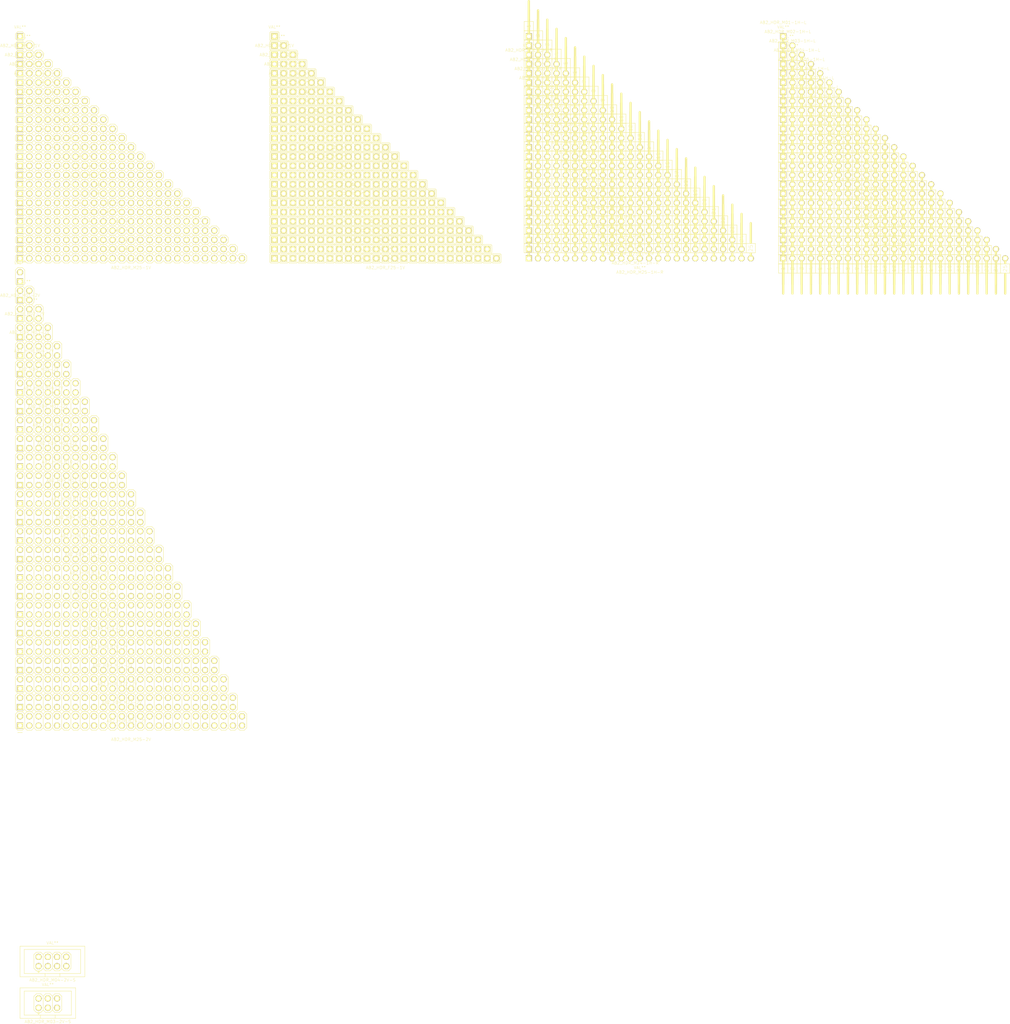
<source format=kicad_pcb>
(kicad_pcb (version 3) (host pcbnew "(2013-07-07 BZR 4022)-stable")
  (layers (15 F.Cu signal) (0 B.Cu signal) (18 B.Paste user) (19 F.Paste user) (20 B.SilkS user) (21 F.SilkS user) (22 B.Mask user) (23 F.Mask user) (28 Edge.Cuts user))
  (net 0 "")
  (module AB2_HDR_M22-2V (layer F.Cu) (at 40.64 186.69)
    (fp_text reference AB2_HDR_M22-2V (at 0 5.08) (layer F.SilkS) (effects (font (size 0.8128 0.8128) (thickness 0.0762))))
    (fp_text value VAL** (at 0.635 -3.81) (layer F.SilkS) (effects (font (size 0.8128 0.8128) (thickness 0.0762))))
    (pad 43 thru_hole circle (at 26.67 1.27) (size 1.6764 1.6764) (drill 1.016) (layers *.Cu *.Mask F.SilkS))
    (pad 44 thru_hole circle (at 26.67 -1.27) (size 1.6764 1.6764) (drill 1.016) (layers *.Cu *.Mask F.SilkS))
    (pad 42 thru_hole circle (at 24.13 -1.27) (size 1.6764 1.6764) (drill 1.016) (layers *.Cu *.Mask F.SilkS))
    (pad 41 thru_hole circle (at 24.13 1.27) (size 1.6764 1.6764) (drill 1.016) (layers *.Cu *.Mask F.SilkS))
    (pad 39 thru_hole circle (at 21.59 1.27) (size 1.6764 1.6764) (drill 1.016) (layers *.Cu *.Mask F.SilkS))
    (pad 40 thru_hole circle (at 21.59 -1.27) (size 1.6764 1.6764) (drill 1.016) (layers *.Cu *.Mask F.SilkS))
    (pad 38 thru_hole circle (at 19.05 -1.27) (size 1.6764 1.6764) (drill 1.016) (layers *.Cu *.Mask F.SilkS))
    (pad 37 thru_hole circle (at 19.05 1.27) (size 1.6764 1.6764) (drill 1.016) (layers *.Cu *.Mask F.SilkS))
    (pad 35 thru_hole circle (at 16.51 1.27) (size 1.6764 1.6764) (drill 1.016) (layers *.Cu *.Mask F.SilkS))
    (pad 36 thru_hole circle (at 16.51 -1.27) (size 1.6764 1.6764) (drill 1.016) (layers *.Cu *.Mask F.SilkS))
    (pad 34 thru_hole circle (at 13.97 -1.27) (size 1.6764 1.6764) (drill 1.016) (layers *.Cu *.Mask F.SilkS))
    (pad 33 thru_hole circle (at 13.97 1.27) (size 1.6764 1.6764) (drill 1.016) (layers *.Cu *.Mask F.SilkS))
    (pad 31 thru_hole circle (at 11.43 1.27) (size 1.6764 1.6764) (drill 1.016) (layers *.Cu *.Mask F.SilkS))
    (pad 32 thru_hole circle (at 11.43 -1.27) (size 1.6764 1.6764) (drill 1.016) (layers *.Cu *.Mask F.SilkS))
    (pad 30 thru_hole circle (at 8.89 -1.27) (size 1.6764 1.6764) (drill 1.016) (layers *.Cu *.Mask F.SilkS))
    (pad 29 thru_hole circle (at 8.89 1.27) (size 1.6764 1.6764) (drill 1.016) (layers *.Cu *.Mask F.SilkS))
    (pad 27 thru_hole circle (at 6.35 1.27) (size 1.6764 1.6764) (drill 1.016) (layers *.Cu *.Mask F.SilkS))
    (pad 28 thru_hole circle (at 6.35 -1.27) (size 1.6764 1.6764) (drill 1.016) (layers *.Cu *.Mask F.SilkS))
    (pad 26 thru_hole circle (at 3.81 -1.27) (size 1.6764 1.6764) (drill 1.016) (layers *.Cu *.Mask F.SilkS))
    (pad 25 thru_hole circle (at 3.81 1.27) (size 1.6764 1.6764) (drill 1.016) (layers *.Cu *.Mask F.SilkS))
    (pad 23 thru_hole circle (at 1.27 1.27) (size 1.6764 1.6764) (drill 1.016) (layers *.Cu *.Mask F.SilkS))
    (pad 24 thru_hole circle (at 1.27 -1.27) (size 1.6764 1.6764) (drill 1.016) (layers *.Cu *.Mask F.SilkS))
    (pad 22 thru_hole circle (at -1.27 -1.27) (size 1.6764 1.6764) (drill 1.016) (layers *.Cu *.Mask F.SilkS))
    (pad 21 thru_hole circle (at -1.27 1.27) (size 1.6764 1.6764) (drill 1.016) (layers *.Cu *.Mask F.SilkS))
    (pad 19 thru_hole circle (at -3.81 1.27) (size 1.6764 1.6764) (drill 1.016) (layers *.Cu *.Mask F.SilkS))
    (pad 20 thru_hole circle (at -3.81 -1.27) (size 1.6764 1.6764) (drill 1.016) (layers *.Cu *.Mask F.SilkS))
    (pad 18 thru_hole circle (at -6.35 -1.27) (size 1.6764 1.6764) (drill 1.016) (layers *.Cu *.Mask F.SilkS))
    (pad 17 thru_hole circle (at -6.35 1.27) (size 1.6764 1.6764) (drill 1.016) (layers *.Cu *.Mask F.SilkS))
    (pad 15 thru_hole circle (at -8.89 1.27) (size 1.6764 1.6764) (drill 1.016) (layers *.Cu *.Mask F.SilkS))
    (pad 16 thru_hole circle (at -8.89 -1.27) (size 1.6764 1.6764) (drill 1.016) (layers *.Cu *.Mask F.SilkS))
    (pad 14 thru_hole circle (at -11.43 -1.27) (size 1.6764 1.6764) (drill 1.016) (layers *.Cu *.Mask F.SilkS))
    (pad 13 thru_hole circle (at -11.43 1.27) (size 1.6764 1.6764) (drill 1.016) (layers *.Cu *.Mask F.SilkS))
    (pad 11 thru_hole circle (at -13.97 1.27) (size 1.6764 1.6764) (drill 1.016) (layers *.Cu *.Mask F.SilkS))
    (pad 12 thru_hole circle (at -13.97 -1.27) (size 1.6764 1.6764) (drill 1.016) (layers *.Cu *.Mask F.SilkS))
    (pad 10 thru_hole circle (at -16.51 -1.27) (size 1.6764 1.6764) (drill 1.016) (layers *.Cu *.Mask F.SilkS))
    (pad 9 thru_hole circle (at -16.51 1.27) (size 1.6764 1.6764) (drill 1.016) (layers *.Cu *.Mask F.SilkS))
    (pad 7 thru_hole circle (at -19.05 1.27) (size 1.6764 1.6764) (drill 1.016) (layers *.Cu *.Mask F.SilkS))
    (pad 8 thru_hole circle (at -19.05 -1.27) (size 1.6764 1.6764) (drill 1.016) (layers *.Cu *.Mask F.SilkS))
    (pad 6 thru_hole circle (at -21.59 -1.27) (size 1.6764 1.6764) (drill 1.016) (layers *.Cu *.Mask F.SilkS))
    (pad 5 thru_hole circle (at -21.59 1.27) (size 1.6764 1.6764) (drill 1.016) (layers *.Cu *.Mask F.SilkS))
    (pad 3 thru_hole circle (at -24.13 1.27) (size 1.6764 1.6764) (drill 1.016) (layers *.Cu *.Mask F.SilkS))
    (pad 4 thru_hole circle (at -24.13 -1.27) (size 1.6764 1.6764) (drill 1.016) (layers *.Cu *.Mask F.SilkS))
    (pad 2 thru_hole circle (at -26.67 -1.27) (size 1.6764 1.6764) (drill 1.016) (layers *.Cu *.Mask F.SilkS))
    (pad 1 thru_hole rect (at -26.67 1.27) (size 1.6764 1.6764) (drill 1.016) (layers *.Cu *.Mask F.SilkS))
  )
  (module AB2_HDR_M25-2V (layer F.Cu) (at 44.45 201.93)
    (fp_text reference AB2_HDR_M25-2V (at 0 5.08) (layer F.SilkS) (effects (font (size 0.8128 0.8128) (thickness 0.0762))))
    (fp_text value VAL** (at 0.635 -3.81) (layer F.SilkS) (effects (font (size 0.8128 0.8128) (thickness 0.0762))))
    (pad 50 thru_hole circle (at 30.48 -1.27) (size 1.6764 1.6764) (drill 1.016) (layers *.Cu *.Mask F.SilkS))
    (pad 49 thru_hole circle (at 30.48 1.27) (size 1.6764 1.6764) (drill 1.016) (layers *.Cu *.Mask F.SilkS))
    (pad 47 thru_hole circle (at 27.94 1.27) (size 1.6764 1.6764) (drill 1.016) (layers *.Cu *.Mask F.SilkS))
    (pad 48 thru_hole circle (at 27.94 -1.27) (size 1.6764 1.6764) (drill 1.016) (layers *.Cu *.Mask F.SilkS))
    (pad 46 thru_hole circle (at 25.4 -1.27) (size 1.6764 1.6764) (drill 1.016) (layers *.Cu *.Mask F.SilkS))
    (pad 45 thru_hole circle (at 25.4 1.27) (size 1.6764 1.6764) (drill 1.016) (layers *.Cu *.Mask F.SilkS))
    (pad 43 thru_hole circle (at 22.86 1.27) (size 1.6764 1.6764) (drill 1.016) (layers *.Cu *.Mask F.SilkS))
    (pad 44 thru_hole circle (at 22.86 -1.27) (size 1.6764 1.6764) (drill 1.016) (layers *.Cu *.Mask F.SilkS))
    (pad 42 thru_hole circle (at 20.32 -1.27) (size 1.6764 1.6764) (drill 1.016) (layers *.Cu *.Mask F.SilkS))
    (pad 41 thru_hole circle (at 20.32 1.27) (size 1.6764 1.6764) (drill 1.016) (layers *.Cu *.Mask F.SilkS))
    (pad 39 thru_hole circle (at 17.78 1.27) (size 1.6764 1.6764) (drill 1.016) (layers *.Cu *.Mask F.SilkS))
    (pad 40 thru_hole circle (at 17.78 -1.27) (size 1.6764 1.6764) (drill 1.016) (layers *.Cu *.Mask F.SilkS))
    (pad 38 thru_hole circle (at 15.24 -1.27) (size 1.6764 1.6764) (drill 1.016) (layers *.Cu *.Mask F.SilkS))
    (pad 37 thru_hole circle (at 15.24 1.27) (size 1.6764 1.6764) (drill 1.016) (layers *.Cu *.Mask F.SilkS))
    (pad 35 thru_hole circle (at 12.7 1.27) (size 1.6764 1.6764) (drill 1.016) (layers *.Cu *.Mask F.SilkS))
    (pad 36 thru_hole circle (at 12.7 -1.27) (size 1.6764 1.6764) (drill 1.016) (layers *.Cu *.Mask F.SilkS))
    (pad 34 thru_hole circle (at 10.16 -1.27) (size 1.6764 1.6764) (drill 1.016) (layers *.Cu *.Mask F.SilkS))
    (pad 33 thru_hole circle (at 10.16 1.27) (size 1.6764 1.6764) (drill 1.016) (layers *.Cu *.Mask F.SilkS))
    (pad 31 thru_hole circle (at 7.62 1.27) (size 1.6764 1.6764) (drill 1.016) (layers *.Cu *.Mask F.SilkS))
    (pad 32 thru_hole circle (at 7.62 -1.27) (size 1.6764 1.6764) (drill 1.016) (layers *.Cu *.Mask F.SilkS))
    (pad 30 thru_hole circle (at 5.08 -1.27) (size 1.6764 1.6764) (drill 1.016) (layers *.Cu *.Mask F.SilkS))
    (pad 29 thru_hole circle (at 5.08 1.27) (size 1.6764 1.6764) (drill 1.016) (layers *.Cu *.Mask F.SilkS))
    (pad 27 thru_hole circle (at 2.54 1.27) (size 1.6764 1.6764) (drill 1.016) (layers *.Cu *.Mask F.SilkS))
    (pad 28 thru_hole circle (at 2.54 -1.27) (size 1.6764 1.6764) (drill 1.016) (layers *.Cu *.Mask F.SilkS))
    (pad 26 thru_hole circle (at 0 -1.27) (size 1.6764 1.6764) (drill 1.016) (layers *.Cu *.Mask F.SilkS))
    (pad 25 thru_hole circle (at 0 1.27) (size 1.6764 1.6764) (drill 1.016) (layers *.Cu *.Mask F.SilkS))
    (pad 23 thru_hole circle (at -2.54 1.27) (size 1.6764 1.6764) (drill 1.016) (layers *.Cu *.Mask F.SilkS))
    (pad 24 thru_hole circle (at -2.54 -1.27) (size 1.6764 1.6764) (drill 1.016) (layers *.Cu *.Mask F.SilkS))
    (pad 22 thru_hole circle (at -5.08 -1.27) (size 1.6764 1.6764) (drill 1.016) (layers *.Cu *.Mask F.SilkS))
    (pad 21 thru_hole circle (at -5.08 1.27) (size 1.6764 1.6764) (drill 1.016) (layers *.Cu *.Mask F.SilkS))
    (pad 19 thru_hole circle (at -7.62 1.27) (size 1.6764 1.6764) (drill 1.016) (layers *.Cu *.Mask F.SilkS))
    (pad 20 thru_hole circle (at -7.62 -1.27) (size 1.6764 1.6764) (drill 1.016) (layers *.Cu *.Mask F.SilkS))
    (pad 18 thru_hole circle (at -10.16 -1.27) (size 1.6764 1.6764) (drill 1.016) (layers *.Cu *.Mask F.SilkS))
    (pad 17 thru_hole circle (at -10.16 1.27) (size 1.6764 1.6764) (drill 1.016) (layers *.Cu *.Mask F.SilkS))
    (pad 15 thru_hole circle (at -12.7 1.27) (size 1.6764 1.6764) (drill 1.016) (layers *.Cu *.Mask F.SilkS))
    (pad 16 thru_hole circle (at -12.7 -1.27) (size 1.6764 1.6764) (drill 1.016) (layers *.Cu *.Mask F.SilkS))
    (pad 14 thru_hole circle (at -15.24 -1.27) (size 1.6764 1.6764) (drill 1.016) (layers *.Cu *.Mask F.SilkS))
    (pad 13 thru_hole circle (at -15.24 1.27) (size 1.6764 1.6764) (drill 1.016) (layers *.Cu *.Mask F.SilkS))
    (pad 11 thru_hole circle (at -17.78 1.27) (size 1.6764 1.6764) (drill 1.016) (layers *.Cu *.Mask F.SilkS))
    (pad 12 thru_hole circle (at -17.78 -1.27) (size 1.6764 1.6764) (drill 1.016) (layers *.Cu *.Mask F.SilkS))
    (pad 10 thru_hole circle (at -20.32 -1.27) (size 1.6764 1.6764) (drill 1.016) (layers *.Cu *.Mask F.SilkS))
    (pad 9 thru_hole circle (at -20.32 1.27) (size 1.6764 1.6764) (drill 1.016) (layers *.Cu *.Mask F.SilkS))
    (pad 7 thru_hole circle (at -22.86 1.27) (size 1.6764 1.6764) (drill 1.016) (layers *.Cu *.Mask F.SilkS))
    (pad 8 thru_hole circle (at -22.86 -1.27) (size 1.6764 1.6764) (drill 1.016) (layers *.Cu *.Mask F.SilkS))
    (pad 6 thru_hole circle (at -25.4 -1.27) (size 1.6764 1.6764) (drill 1.016) (layers *.Cu *.Mask F.SilkS))
    (pad 5 thru_hole circle (at -25.4 1.27) (size 1.6764 1.6764) (drill 1.016) (layers *.Cu *.Mask F.SilkS))
    (pad 3 thru_hole circle (at -27.94 1.27) (size 1.6764 1.6764) (drill 1.016) (layers *.Cu *.Mask F.SilkS))
    (pad 4 thru_hole circle (at -27.94 -1.27) (size 1.6764 1.6764) (drill 1.016) (layers *.Cu *.Mask F.SilkS))
    (pad 2 thru_hole circle (at -30.48 -1.27) (size 1.6764 1.6764) (drill 1.016) (layers *.Cu *.Mask F.SilkS))
    (pad 1 thru_hole rect (at -30.48 1.27) (size 1.6764 1.6764) (drill 1.016) (layers *.Cu *.Mask F.SilkS))
  )
  (module AB2_HDR_M24-2V (layer F.Cu) (at 43.18 196.85)
    (fp_text reference AB2_HDR_M24-2V (at 0 5.08) (layer F.SilkS) (effects (font (size 0.8128 0.8128) (thickness 0.0762))))
    (fp_text value VAL** (at 0.635 -3.81) (layer F.SilkS) (effects (font (size 0.8128 0.8128) (thickness 0.0762))))
    (pad 47 thru_hole circle (at 29.21 1.27) (size 1.6764 1.6764) (drill 1.016) (layers *.Cu *.Mask F.SilkS))
    (pad 48 thru_hole circle (at 29.21 -1.27) (size 1.6764 1.6764) (drill 1.016) (layers *.Cu *.Mask F.SilkS))
    (pad 46 thru_hole circle (at 26.67 -1.27) (size 1.6764 1.6764) (drill 1.016) (layers *.Cu *.Mask F.SilkS))
    (pad 45 thru_hole circle (at 26.67 1.27) (size 1.6764 1.6764) (drill 1.016) (layers *.Cu *.Mask F.SilkS))
    (pad 43 thru_hole circle (at 24.13 1.27) (size 1.6764 1.6764) (drill 1.016) (layers *.Cu *.Mask F.SilkS))
    (pad 44 thru_hole circle (at 24.13 -1.27) (size 1.6764 1.6764) (drill 1.016) (layers *.Cu *.Mask F.SilkS))
    (pad 42 thru_hole circle (at 21.59 -1.27) (size 1.6764 1.6764) (drill 1.016) (layers *.Cu *.Mask F.SilkS))
    (pad 41 thru_hole circle (at 21.59 1.27) (size 1.6764 1.6764) (drill 1.016) (layers *.Cu *.Mask F.SilkS))
    (pad 39 thru_hole circle (at 19.05 1.27) (size 1.6764 1.6764) (drill 1.016) (layers *.Cu *.Mask F.SilkS))
    (pad 40 thru_hole circle (at 19.05 -1.27) (size 1.6764 1.6764) (drill 1.016) (layers *.Cu *.Mask F.SilkS))
    (pad 38 thru_hole circle (at 16.51 -1.27) (size 1.6764 1.6764) (drill 1.016) (layers *.Cu *.Mask F.SilkS))
    (pad 37 thru_hole circle (at 16.51 1.27) (size 1.6764 1.6764) (drill 1.016) (layers *.Cu *.Mask F.SilkS))
    (pad 35 thru_hole circle (at 13.97 1.27) (size 1.6764 1.6764) (drill 1.016) (layers *.Cu *.Mask F.SilkS))
    (pad 36 thru_hole circle (at 13.97 -1.27) (size 1.6764 1.6764) (drill 1.016) (layers *.Cu *.Mask F.SilkS))
    (pad 34 thru_hole circle (at 11.43 -1.27) (size 1.6764 1.6764) (drill 1.016) (layers *.Cu *.Mask F.SilkS))
    (pad 33 thru_hole circle (at 11.43 1.27) (size 1.6764 1.6764) (drill 1.016) (layers *.Cu *.Mask F.SilkS))
    (pad 31 thru_hole circle (at 8.89 1.27) (size 1.6764 1.6764) (drill 1.016) (layers *.Cu *.Mask F.SilkS))
    (pad 32 thru_hole circle (at 8.89 -1.27) (size 1.6764 1.6764) (drill 1.016) (layers *.Cu *.Mask F.SilkS))
    (pad 30 thru_hole circle (at 6.35 -1.27) (size 1.6764 1.6764) (drill 1.016) (layers *.Cu *.Mask F.SilkS))
    (pad 29 thru_hole circle (at 6.35 1.27) (size 1.6764 1.6764) (drill 1.016) (layers *.Cu *.Mask F.SilkS))
    (pad 27 thru_hole circle (at 3.81 1.27) (size 1.6764 1.6764) (drill 1.016) (layers *.Cu *.Mask F.SilkS))
    (pad 28 thru_hole circle (at 3.81 -1.27) (size 1.6764 1.6764) (drill 1.016) (layers *.Cu *.Mask F.SilkS))
    (pad 26 thru_hole circle (at 1.27 -1.27) (size 1.6764 1.6764) (drill 1.016) (layers *.Cu *.Mask F.SilkS))
    (pad 25 thru_hole circle (at 1.27 1.27) (size 1.6764 1.6764) (drill 1.016) (layers *.Cu *.Mask F.SilkS))
    (pad 23 thru_hole circle (at -1.27 1.27) (size 1.6764 1.6764) (drill 1.016) (layers *.Cu *.Mask F.SilkS))
    (pad 24 thru_hole circle (at -1.27 -1.27) (size 1.6764 1.6764) (drill 1.016) (layers *.Cu *.Mask F.SilkS))
    (pad 22 thru_hole circle (at -3.81 -1.27) (size 1.6764 1.6764) (drill 1.016) (layers *.Cu *.Mask F.SilkS))
    (pad 21 thru_hole circle (at -3.81 1.27) (size 1.6764 1.6764) (drill 1.016) (layers *.Cu *.Mask F.SilkS))
    (pad 19 thru_hole circle (at -6.35 1.27) (size 1.6764 1.6764) (drill 1.016) (layers *.Cu *.Mask F.SilkS))
    (pad 20 thru_hole circle (at -6.35 -1.27) (size 1.6764 1.6764) (drill 1.016) (layers *.Cu *.Mask F.SilkS))
    (pad 18 thru_hole circle (at -8.89 -1.27) (size 1.6764 1.6764) (drill 1.016) (layers *.Cu *.Mask F.SilkS))
    (pad 17 thru_hole circle (at -8.89 1.27) (size 1.6764 1.6764) (drill 1.016) (layers *.Cu *.Mask F.SilkS))
    (pad 15 thru_hole circle (at -11.43 1.27) (size 1.6764 1.6764) (drill 1.016) (layers *.Cu *.Mask F.SilkS))
    (pad 16 thru_hole circle (at -11.43 -1.27) (size 1.6764 1.6764) (drill 1.016) (layers *.Cu *.Mask F.SilkS))
    (pad 14 thru_hole circle (at -13.97 -1.27) (size 1.6764 1.6764) (drill 1.016) (layers *.Cu *.Mask F.SilkS))
    (pad 13 thru_hole circle (at -13.97 1.27) (size 1.6764 1.6764) (drill 1.016) (layers *.Cu *.Mask F.SilkS))
    (pad 11 thru_hole circle (at -16.51 1.27) (size 1.6764 1.6764) (drill 1.016) (layers *.Cu *.Mask F.SilkS))
    (pad 12 thru_hole circle (at -16.51 -1.27) (size 1.6764 1.6764) (drill 1.016) (layers *.Cu *.Mask F.SilkS))
    (pad 10 thru_hole circle (at -19.05 -1.27) (size 1.6764 1.6764) (drill 1.016) (layers *.Cu *.Mask F.SilkS))
    (pad 9 thru_hole circle (at -19.05 1.27) (size 1.6764 1.6764) (drill 1.016) (layers *.Cu *.Mask F.SilkS))
    (pad 7 thru_hole circle (at -21.59 1.27) (size 1.6764 1.6764) (drill 1.016) (layers *.Cu *.Mask F.SilkS))
    (pad 8 thru_hole circle (at -21.59 -1.27) (size 1.6764 1.6764) (drill 1.016) (layers *.Cu *.Mask F.SilkS))
    (pad 6 thru_hole circle (at -24.13 -1.27) (size 1.6764 1.6764) (drill 1.016) (layers *.Cu *.Mask F.SilkS))
    (pad 5 thru_hole circle (at -24.13 1.27) (size 1.6764 1.6764) (drill 1.016) (layers *.Cu *.Mask F.SilkS))
    (pad 3 thru_hole circle (at -26.67 1.27) (size 1.6764 1.6764) (drill 1.016) (layers *.Cu *.Mask F.SilkS))
    (pad 4 thru_hole circle (at -26.67 -1.27) (size 1.6764 1.6764) (drill 1.016) (layers *.Cu *.Mask F.SilkS))
    (pad 2 thru_hole circle (at -29.21 -1.27) (size 1.6764 1.6764) (drill 1.016) (layers *.Cu *.Mask F.SilkS))
    (pad 1 thru_hole rect (at -29.21 1.27) (size 1.6764 1.6764) (drill 1.016) (layers *.Cu *.Mask F.SilkS))
  )
  (module AB2_HDR_M23-2V (layer F.Cu) (at 41.91 191.77)
    (fp_text reference AB2_HDR_M23-2V (at 0 5.08) (layer F.SilkS) (effects (font (size 0.8128 0.8128) (thickness 0.0762))))
    (fp_text value VAL** (at 0.635 -3.81) (layer F.SilkS) (effects (font (size 0.8128 0.8128) (thickness 0.0762))))
    (pad 46 thru_hole circle (at 27.94 -1.27) (size 1.6764 1.6764) (drill 1.016) (layers *.Cu *.Mask F.SilkS))
    (pad 45 thru_hole circle (at 27.94 1.27) (size 1.6764 1.6764) (drill 1.016) (layers *.Cu *.Mask F.SilkS))
    (pad 43 thru_hole circle (at 25.4 1.27) (size 1.6764 1.6764) (drill 1.016) (layers *.Cu *.Mask F.SilkS))
    (pad 44 thru_hole circle (at 25.4 -1.27) (size 1.6764 1.6764) (drill 1.016) (layers *.Cu *.Mask F.SilkS))
    (pad 42 thru_hole circle (at 22.86 -1.27) (size 1.6764 1.6764) (drill 1.016) (layers *.Cu *.Mask F.SilkS))
    (pad 41 thru_hole circle (at 22.86 1.27) (size 1.6764 1.6764) (drill 1.016) (layers *.Cu *.Mask F.SilkS))
    (pad 39 thru_hole circle (at 20.32 1.27) (size 1.6764 1.6764) (drill 1.016) (layers *.Cu *.Mask F.SilkS))
    (pad 40 thru_hole circle (at 20.32 -1.27) (size 1.6764 1.6764) (drill 1.016) (layers *.Cu *.Mask F.SilkS))
    (pad 38 thru_hole circle (at 17.78 -1.27) (size 1.6764 1.6764) (drill 1.016) (layers *.Cu *.Mask F.SilkS))
    (pad 37 thru_hole circle (at 17.78 1.27) (size 1.6764 1.6764) (drill 1.016) (layers *.Cu *.Mask F.SilkS))
    (pad 35 thru_hole circle (at 15.24 1.27) (size 1.6764 1.6764) (drill 1.016) (layers *.Cu *.Mask F.SilkS))
    (pad 36 thru_hole circle (at 15.24 -1.27) (size 1.6764 1.6764) (drill 1.016) (layers *.Cu *.Mask F.SilkS))
    (pad 34 thru_hole circle (at 12.7 -1.27) (size 1.6764 1.6764) (drill 1.016) (layers *.Cu *.Mask F.SilkS))
    (pad 33 thru_hole circle (at 12.7 1.27) (size 1.6764 1.6764) (drill 1.016) (layers *.Cu *.Mask F.SilkS))
    (pad 31 thru_hole circle (at 10.16 1.27) (size 1.6764 1.6764) (drill 1.016) (layers *.Cu *.Mask F.SilkS))
    (pad 32 thru_hole circle (at 10.16 -1.27) (size 1.6764 1.6764) (drill 1.016) (layers *.Cu *.Mask F.SilkS))
    (pad 30 thru_hole circle (at 7.62 -1.27) (size 1.6764 1.6764) (drill 1.016) (layers *.Cu *.Mask F.SilkS))
    (pad 29 thru_hole circle (at 7.62 1.27) (size 1.6764 1.6764) (drill 1.016) (layers *.Cu *.Mask F.SilkS))
    (pad 27 thru_hole circle (at 5.08 1.27) (size 1.6764 1.6764) (drill 1.016) (layers *.Cu *.Mask F.SilkS))
    (pad 28 thru_hole circle (at 5.08 -1.27) (size 1.6764 1.6764) (drill 1.016) (layers *.Cu *.Mask F.SilkS))
    (pad 26 thru_hole circle (at 2.54 -1.27) (size 1.6764 1.6764) (drill 1.016) (layers *.Cu *.Mask F.SilkS))
    (pad 25 thru_hole circle (at 2.54 1.27) (size 1.6764 1.6764) (drill 1.016) (layers *.Cu *.Mask F.SilkS))
    (pad 23 thru_hole circle (at 0 1.27) (size 1.6764 1.6764) (drill 1.016) (layers *.Cu *.Mask F.SilkS))
    (pad 24 thru_hole circle (at 0 -1.27) (size 1.6764 1.6764) (drill 1.016) (layers *.Cu *.Mask F.SilkS))
    (pad 22 thru_hole circle (at -2.54 -1.27) (size 1.6764 1.6764) (drill 1.016) (layers *.Cu *.Mask F.SilkS))
    (pad 21 thru_hole circle (at -2.54 1.27) (size 1.6764 1.6764) (drill 1.016) (layers *.Cu *.Mask F.SilkS))
    (pad 19 thru_hole circle (at -5.08 1.27) (size 1.6764 1.6764) (drill 1.016) (layers *.Cu *.Mask F.SilkS))
    (pad 20 thru_hole circle (at -5.08 -1.27) (size 1.6764 1.6764) (drill 1.016) (layers *.Cu *.Mask F.SilkS))
    (pad 18 thru_hole circle (at -7.62 -1.27) (size 1.6764 1.6764) (drill 1.016) (layers *.Cu *.Mask F.SilkS))
    (pad 17 thru_hole circle (at -7.62 1.27) (size 1.6764 1.6764) (drill 1.016) (layers *.Cu *.Mask F.SilkS))
    (pad 15 thru_hole circle (at -10.16 1.27) (size 1.6764 1.6764) (drill 1.016) (layers *.Cu *.Mask F.SilkS))
    (pad 16 thru_hole circle (at -10.16 -1.27) (size 1.6764 1.6764) (drill 1.016) (layers *.Cu *.Mask F.SilkS))
    (pad 14 thru_hole circle (at -12.7 -1.27) (size 1.6764 1.6764) (drill 1.016) (layers *.Cu *.Mask F.SilkS))
    (pad 13 thru_hole circle (at -12.7 1.27) (size 1.6764 1.6764) (drill 1.016) (layers *.Cu *.Mask F.SilkS))
    (pad 11 thru_hole circle (at -15.24 1.27) (size 1.6764 1.6764) (drill 1.016) (layers *.Cu *.Mask F.SilkS))
    (pad 12 thru_hole circle (at -15.24 -1.27) (size 1.6764 1.6764) (drill 1.016) (layers *.Cu *.Mask F.SilkS))
    (pad 10 thru_hole circle (at -17.78 -1.27) (size 1.6764 1.6764) (drill 1.016) (layers *.Cu *.Mask F.SilkS))
    (pad 9 thru_hole circle (at -17.78 1.27) (size 1.6764 1.6764) (drill 1.016) (layers *.Cu *.Mask F.SilkS))
    (pad 7 thru_hole circle (at -20.32 1.27) (size 1.6764 1.6764) (drill 1.016) (layers *.Cu *.Mask F.SilkS))
    (pad 8 thru_hole circle (at -20.32 -1.27) (size 1.6764 1.6764) (drill 1.016) (layers *.Cu *.Mask F.SilkS))
    (pad 6 thru_hole circle (at -22.86 -1.27) (size 1.6764 1.6764) (drill 1.016) (layers *.Cu *.Mask F.SilkS))
    (pad 5 thru_hole circle (at -22.86 1.27) (size 1.6764 1.6764) (drill 1.016) (layers *.Cu *.Mask F.SilkS))
    (pad 3 thru_hole circle (at -25.4 1.27) (size 1.6764 1.6764) (drill 1.016) (layers *.Cu *.Mask F.SilkS))
    (pad 4 thru_hole circle (at -25.4 -1.27) (size 1.6764 1.6764) (drill 1.016) (layers *.Cu *.Mask F.SilkS))
    (pad 2 thru_hole circle (at -27.94 -1.27) (size 1.6764 1.6764) (drill 1.016) (layers *.Cu *.Mask F.SilkS))
    (pad 1 thru_hole rect (at -27.94 1.27) (size 1.6764 1.6764) (drill 1.016) (layers *.Cu *.Mask F.SilkS))
  )
  (module AB2_HDR_M21-2V (layer F.Cu) (at 39.37 181.61)
    (fp_text reference AB2_HDR_M21-2V (at 0 5.08) (layer F.SilkS) (effects (font (size 0.8128 0.8128) (thickness 0.0762))))
    (fp_text value VAL** (at 0.635 -3.81) (layer F.SilkS) (effects (font (size 0.8128 0.8128) (thickness 0.0762))))
    (pad 42 thru_hole circle (at 25.4 -1.27) (size 1.6764 1.6764) (drill 1.016) (layers *.Cu *.Mask F.SilkS))
    (pad 41 thru_hole circle (at 25.4 1.27) (size 1.6764 1.6764) (drill 1.016) (layers *.Cu *.Mask F.SilkS))
    (pad 39 thru_hole circle (at 22.86 1.27) (size 1.6764 1.6764) (drill 1.016) (layers *.Cu *.Mask F.SilkS))
    (pad 40 thru_hole circle (at 22.86 -1.27) (size 1.6764 1.6764) (drill 1.016) (layers *.Cu *.Mask F.SilkS))
    (pad 38 thru_hole circle (at 20.32 -1.27) (size 1.6764 1.6764) (drill 1.016) (layers *.Cu *.Mask F.SilkS))
    (pad 37 thru_hole circle (at 20.32 1.27) (size 1.6764 1.6764) (drill 1.016) (layers *.Cu *.Mask F.SilkS))
    (pad 35 thru_hole circle (at 17.78 1.27) (size 1.6764 1.6764) (drill 1.016) (layers *.Cu *.Mask F.SilkS))
    (pad 36 thru_hole circle (at 17.78 -1.27) (size 1.6764 1.6764) (drill 1.016) (layers *.Cu *.Mask F.SilkS))
    (pad 34 thru_hole circle (at 15.24 -1.27) (size 1.6764 1.6764) (drill 1.016) (layers *.Cu *.Mask F.SilkS))
    (pad 33 thru_hole circle (at 15.24 1.27) (size 1.6764 1.6764) (drill 1.016) (layers *.Cu *.Mask F.SilkS))
    (pad 31 thru_hole circle (at 12.7 1.27) (size 1.6764 1.6764) (drill 1.016) (layers *.Cu *.Mask F.SilkS))
    (pad 32 thru_hole circle (at 12.7 -1.27) (size 1.6764 1.6764) (drill 1.016) (layers *.Cu *.Mask F.SilkS))
    (pad 30 thru_hole circle (at 10.16 -1.27) (size 1.6764 1.6764) (drill 1.016) (layers *.Cu *.Mask F.SilkS))
    (pad 29 thru_hole circle (at 10.16 1.27) (size 1.6764 1.6764) (drill 1.016) (layers *.Cu *.Mask F.SilkS))
    (pad 27 thru_hole circle (at 7.62 1.27) (size 1.6764 1.6764) (drill 1.016) (layers *.Cu *.Mask F.SilkS))
    (pad 28 thru_hole circle (at 7.62 -1.27) (size 1.6764 1.6764) (drill 1.016) (layers *.Cu *.Mask F.SilkS))
    (pad 26 thru_hole circle (at 5.08 -1.27) (size 1.6764 1.6764) (drill 1.016) (layers *.Cu *.Mask F.SilkS))
    (pad 25 thru_hole circle (at 5.08 1.27) (size 1.6764 1.6764) (drill 1.016) (layers *.Cu *.Mask F.SilkS))
    (pad 23 thru_hole circle (at 2.54 1.27) (size 1.6764 1.6764) (drill 1.016) (layers *.Cu *.Mask F.SilkS))
    (pad 24 thru_hole circle (at 2.54 -1.27) (size 1.6764 1.6764) (drill 1.016) (layers *.Cu *.Mask F.SilkS))
    (pad 22 thru_hole circle (at 0 -1.27) (size 1.6764 1.6764) (drill 1.016) (layers *.Cu *.Mask F.SilkS))
    (pad 21 thru_hole circle (at 0 1.27) (size 1.6764 1.6764) (drill 1.016) (layers *.Cu *.Mask F.SilkS))
    (pad 19 thru_hole circle (at -2.54 1.27) (size 1.6764 1.6764) (drill 1.016) (layers *.Cu *.Mask F.SilkS))
    (pad 20 thru_hole circle (at -2.54 -1.27) (size 1.6764 1.6764) (drill 1.016) (layers *.Cu *.Mask F.SilkS))
    (pad 18 thru_hole circle (at -5.08 -1.27) (size 1.6764 1.6764) (drill 1.016) (layers *.Cu *.Mask F.SilkS))
    (pad 17 thru_hole circle (at -5.08 1.27) (size 1.6764 1.6764) (drill 1.016) (layers *.Cu *.Mask F.SilkS))
    (pad 15 thru_hole circle (at -7.62 1.27) (size 1.6764 1.6764) (drill 1.016) (layers *.Cu *.Mask F.SilkS))
    (pad 16 thru_hole circle (at -7.62 -1.27) (size 1.6764 1.6764) (drill 1.016) (layers *.Cu *.Mask F.SilkS))
    (pad 14 thru_hole circle (at -10.16 -1.27) (size 1.6764 1.6764) (drill 1.016) (layers *.Cu *.Mask F.SilkS))
    (pad 13 thru_hole circle (at -10.16 1.27) (size 1.6764 1.6764) (drill 1.016) (layers *.Cu *.Mask F.SilkS))
    (pad 11 thru_hole circle (at -12.7 1.27) (size 1.6764 1.6764) (drill 1.016) (layers *.Cu *.Mask F.SilkS))
    (pad 12 thru_hole circle (at -12.7 -1.27) (size 1.6764 1.6764) (drill 1.016) (layers *.Cu *.Mask F.SilkS))
    (pad 10 thru_hole circle (at -15.24 -1.27) (size 1.6764 1.6764) (drill 1.016) (layers *.Cu *.Mask F.SilkS))
    (pad 9 thru_hole circle (at -15.24 1.27) (size 1.6764 1.6764) (drill 1.016) (layers *.Cu *.Mask F.SilkS))
    (pad 7 thru_hole circle (at -17.78 1.27) (size 1.6764 1.6764) (drill 1.016) (layers *.Cu *.Mask F.SilkS))
    (pad 8 thru_hole circle (at -17.78 -1.27) (size 1.6764 1.6764) (drill 1.016) (layers *.Cu *.Mask F.SilkS))
    (pad 6 thru_hole circle (at -20.32 -1.27) (size 1.6764 1.6764) (drill 1.016) (layers *.Cu *.Mask F.SilkS))
    (pad 5 thru_hole circle (at -20.32 1.27) (size 1.6764 1.6764) (drill 1.016) (layers *.Cu *.Mask F.SilkS))
    (pad 3 thru_hole circle (at -22.86 1.27) (size 1.6764 1.6764) (drill 1.016) (layers *.Cu *.Mask F.SilkS))
    (pad 4 thru_hole circle (at -22.86 -1.27) (size 1.6764 1.6764) (drill 1.016) (layers *.Cu *.Mask F.SilkS))
    (pad 2 thru_hole circle (at -25.4 -1.27) (size 1.6764 1.6764) (drill 1.016) (layers *.Cu *.Mask F.SilkS))
    (pad 1 thru_hole rect (at -25.4 1.27) (size 1.6764 1.6764) (drill 1.016) (layers *.Cu *.Mask F.SilkS))
  )
  (module AB2_HDR_M20-2V (layer F.Cu) (at 38.1 176.53)
    (fp_text reference AB2_HDR_M20-2V (at 0 5.08) (layer F.SilkS) (effects (font (size 0.8128 0.8128) (thickness 0.0762))))
    (fp_text value VAL** (at 0.635 -3.81) (layer F.SilkS) (effects (font (size 0.8128 0.8128) (thickness 0.0762))))
    (pad 39 thru_hole circle (at 24.13 1.27) (size 1.6764 1.6764) (drill 1.016) (layers *.Cu *.Mask F.SilkS))
    (pad 40 thru_hole circle (at 24.13 -1.27) (size 1.6764 1.6764) (drill 1.016) (layers *.Cu *.Mask F.SilkS))
    (pad 38 thru_hole circle (at 21.59 -1.27) (size 1.6764 1.6764) (drill 1.016) (layers *.Cu *.Mask F.SilkS))
    (pad 37 thru_hole circle (at 21.59 1.27) (size 1.6764 1.6764) (drill 1.016) (layers *.Cu *.Mask F.SilkS))
    (pad 35 thru_hole circle (at 19.05 1.27) (size 1.6764 1.6764) (drill 1.016) (layers *.Cu *.Mask F.SilkS))
    (pad 36 thru_hole circle (at 19.05 -1.27) (size 1.6764 1.6764) (drill 1.016) (layers *.Cu *.Mask F.SilkS))
    (pad 34 thru_hole circle (at 16.51 -1.27) (size 1.6764 1.6764) (drill 1.016) (layers *.Cu *.Mask F.SilkS))
    (pad 33 thru_hole circle (at 16.51 1.27) (size 1.6764 1.6764) (drill 1.016) (layers *.Cu *.Mask F.SilkS))
    (pad 31 thru_hole circle (at 13.97 1.27) (size 1.6764 1.6764) (drill 1.016) (layers *.Cu *.Mask F.SilkS))
    (pad 32 thru_hole circle (at 13.97 -1.27) (size 1.6764 1.6764) (drill 1.016) (layers *.Cu *.Mask F.SilkS))
    (pad 30 thru_hole circle (at 11.43 -1.27) (size 1.6764 1.6764) (drill 1.016) (layers *.Cu *.Mask F.SilkS))
    (pad 29 thru_hole circle (at 11.43 1.27) (size 1.6764 1.6764) (drill 1.016) (layers *.Cu *.Mask F.SilkS))
    (pad 27 thru_hole circle (at 8.89 1.27) (size 1.6764 1.6764) (drill 1.016) (layers *.Cu *.Mask F.SilkS))
    (pad 28 thru_hole circle (at 8.89 -1.27) (size 1.6764 1.6764) (drill 1.016) (layers *.Cu *.Mask F.SilkS))
    (pad 26 thru_hole circle (at 6.35 -1.27) (size 1.6764 1.6764) (drill 1.016) (layers *.Cu *.Mask F.SilkS))
    (pad 25 thru_hole circle (at 6.35 1.27) (size 1.6764 1.6764) (drill 1.016) (layers *.Cu *.Mask F.SilkS))
    (pad 23 thru_hole circle (at 3.81 1.27) (size 1.6764 1.6764) (drill 1.016) (layers *.Cu *.Mask F.SilkS))
    (pad 24 thru_hole circle (at 3.81 -1.27) (size 1.6764 1.6764) (drill 1.016) (layers *.Cu *.Mask F.SilkS))
    (pad 22 thru_hole circle (at 1.27 -1.27) (size 1.6764 1.6764) (drill 1.016) (layers *.Cu *.Mask F.SilkS))
    (pad 21 thru_hole circle (at 1.27 1.27) (size 1.6764 1.6764) (drill 1.016) (layers *.Cu *.Mask F.SilkS))
    (pad 19 thru_hole circle (at -1.27 1.27) (size 1.6764 1.6764) (drill 1.016) (layers *.Cu *.Mask F.SilkS))
    (pad 20 thru_hole circle (at -1.27 -1.27) (size 1.6764 1.6764) (drill 1.016) (layers *.Cu *.Mask F.SilkS))
    (pad 18 thru_hole circle (at -3.81 -1.27) (size 1.6764 1.6764) (drill 1.016) (layers *.Cu *.Mask F.SilkS))
    (pad 17 thru_hole circle (at -3.81 1.27) (size 1.6764 1.6764) (drill 1.016) (layers *.Cu *.Mask F.SilkS))
    (pad 15 thru_hole circle (at -6.35 1.27) (size 1.6764 1.6764) (drill 1.016) (layers *.Cu *.Mask F.SilkS))
    (pad 16 thru_hole circle (at -6.35 -1.27) (size 1.6764 1.6764) (drill 1.016) (layers *.Cu *.Mask F.SilkS))
    (pad 14 thru_hole circle (at -8.89 -1.27) (size 1.6764 1.6764) (drill 1.016) (layers *.Cu *.Mask F.SilkS))
    (pad 13 thru_hole circle (at -8.89 1.27) (size 1.6764 1.6764) (drill 1.016) (layers *.Cu *.Mask F.SilkS))
    (pad 11 thru_hole circle (at -11.43 1.27) (size 1.6764 1.6764) (drill 1.016) (layers *.Cu *.Mask F.SilkS))
    (pad 12 thru_hole circle (at -11.43 -1.27) (size 1.6764 1.6764) (drill 1.016) (layers *.Cu *.Mask F.SilkS))
    (pad 10 thru_hole circle (at -13.97 -1.27) (size 1.6764 1.6764) (drill 1.016) (layers *.Cu *.Mask F.SilkS))
    (pad 9 thru_hole circle (at -13.97 1.27) (size 1.6764 1.6764) (drill 1.016) (layers *.Cu *.Mask F.SilkS))
    (pad 7 thru_hole circle (at -16.51 1.27) (size 1.6764 1.6764) (drill 1.016) (layers *.Cu *.Mask F.SilkS))
    (pad 8 thru_hole circle (at -16.51 -1.27) (size 1.6764 1.6764) (drill 1.016) (layers *.Cu *.Mask F.SilkS))
    (pad 6 thru_hole circle (at -19.05 -1.27) (size 1.6764 1.6764) (drill 1.016) (layers *.Cu *.Mask F.SilkS))
    (pad 5 thru_hole circle (at -19.05 1.27) (size 1.6764 1.6764) (drill 1.016) (layers *.Cu *.Mask F.SilkS))
    (pad 3 thru_hole circle (at -21.59 1.27) (size 1.6764 1.6764) (drill 1.016) (layers *.Cu *.Mask F.SilkS))
    (pad 4 thru_hole circle (at -21.59 -1.27) (size 1.6764 1.6764) (drill 1.016) (layers *.Cu *.Mask F.SilkS))
    (pad 2 thru_hole circle (at -24.13 -1.27) (size 1.6764 1.6764) (drill 1.016) (layers *.Cu *.Mask F.SilkS))
    (pad 1 thru_hole rect (at -24.13 1.27) (size 1.6764 1.6764) (drill 1.016) (layers *.Cu *.Mask F.SilkS))
  )
  (module AB2_HDR_M19-2V (layer F.Cu) (at 36.83 171.45)
    (fp_text reference AB2_HDR_M19-2V (at 0 5.08) (layer F.SilkS) (effects (font (size 0.8128 0.8128) (thickness 0.0762))))
    (fp_text value VAL** (at 0.635 -3.81) (layer F.SilkS) (effects (font (size 0.8128 0.8128) (thickness 0.0762))))
    (pad 38 thru_hole circle (at 22.86 -1.27) (size 1.6764 1.6764) (drill 1.016) (layers *.Cu *.Mask F.SilkS))
    (pad 37 thru_hole circle (at 22.86 1.27) (size 1.6764 1.6764) (drill 1.016) (layers *.Cu *.Mask F.SilkS))
    (pad 35 thru_hole circle (at 20.32 1.27) (size 1.6764 1.6764) (drill 1.016) (layers *.Cu *.Mask F.SilkS))
    (pad 36 thru_hole circle (at 20.32 -1.27) (size 1.6764 1.6764) (drill 1.016) (layers *.Cu *.Mask F.SilkS))
    (pad 34 thru_hole circle (at 17.78 -1.27) (size 1.6764 1.6764) (drill 1.016) (layers *.Cu *.Mask F.SilkS))
    (pad 33 thru_hole circle (at 17.78 1.27) (size 1.6764 1.6764) (drill 1.016) (layers *.Cu *.Mask F.SilkS))
    (pad 31 thru_hole circle (at 15.24 1.27) (size 1.6764 1.6764) (drill 1.016) (layers *.Cu *.Mask F.SilkS))
    (pad 32 thru_hole circle (at 15.24 -1.27) (size 1.6764 1.6764) (drill 1.016) (layers *.Cu *.Mask F.SilkS))
    (pad 30 thru_hole circle (at 12.7 -1.27) (size 1.6764 1.6764) (drill 1.016) (layers *.Cu *.Mask F.SilkS))
    (pad 29 thru_hole circle (at 12.7 1.27) (size 1.6764 1.6764) (drill 1.016) (layers *.Cu *.Mask F.SilkS))
    (pad 27 thru_hole circle (at 10.16 1.27) (size 1.6764 1.6764) (drill 1.016) (layers *.Cu *.Mask F.SilkS))
    (pad 28 thru_hole circle (at 10.16 -1.27) (size 1.6764 1.6764) (drill 1.016) (layers *.Cu *.Mask F.SilkS))
    (pad 26 thru_hole circle (at 7.62 -1.27) (size 1.6764 1.6764) (drill 1.016) (layers *.Cu *.Mask F.SilkS))
    (pad 25 thru_hole circle (at 7.62 1.27) (size 1.6764 1.6764) (drill 1.016) (layers *.Cu *.Mask F.SilkS))
    (pad 23 thru_hole circle (at 5.08 1.27) (size 1.6764 1.6764) (drill 1.016) (layers *.Cu *.Mask F.SilkS))
    (pad 24 thru_hole circle (at 5.08 -1.27) (size 1.6764 1.6764) (drill 1.016) (layers *.Cu *.Mask F.SilkS))
    (pad 22 thru_hole circle (at 2.54 -1.27) (size 1.6764 1.6764) (drill 1.016) (layers *.Cu *.Mask F.SilkS))
    (pad 21 thru_hole circle (at 2.54 1.27) (size 1.6764 1.6764) (drill 1.016) (layers *.Cu *.Mask F.SilkS))
    (pad 19 thru_hole circle (at 0 1.27) (size 1.6764 1.6764) (drill 1.016) (layers *.Cu *.Mask F.SilkS))
    (pad 20 thru_hole circle (at 0 -1.27) (size 1.6764 1.6764) (drill 1.016) (layers *.Cu *.Mask F.SilkS))
    (pad 18 thru_hole circle (at -2.54 -1.27) (size 1.6764 1.6764) (drill 1.016) (layers *.Cu *.Mask F.SilkS))
    (pad 17 thru_hole circle (at -2.54 1.27) (size 1.6764 1.6764) (drill 1.016) (layers *.Cu *.Mask F.SilkS))
    (pad 15 thru_hole circle (at -5.08 1.27) (size 1.6764 1.6764) (drill 1.016) (layers *.Cu *.Mask F.SilkS))
    (pad 16 thru_hole circle (at -5.08 -1.27) (size 1.6764 1.6764) (drill 1.016) (layers *.Cu *.Mask F.SilkS))
    (pad 14 thru_hole circle (at -7.62 -1.27) (size 1.6764 1.6764) (drill 1.016) (layers *.Cu *.Mask F.SilkS))
    (pad 13 thru_hole circle (at -7.62 1.27) (size 1.6764 1.6764) (drill 1.016) (layers *.Cu *.Mask F.SilkS))
    (pad 11 thru_hole circle (at -10.16 1.27) (size 1.6764 1.6764) (drill 1.016) (layers *.Cu *.Mask F.SilkS))
    (pad 12 thru_hole circle (at -10.16 -1.27) (size 1.6764 1.6764) (drill 1.016) (layers *.Cu *.Mask F.SilkS))
    (pad 10 thru_hole circle (at -12.7 -1.27) (size 1.6764 1.6764) (drill 1.016) (layers *.Cu *.Mask F.SilkS))
    (pad 9 thru_hole circle (at -12.7 1.27) (size 1.6764 1.6764) (drill 1.016) (layers *.Cu *.Mask F.SilkS))
    (pad 7 thru_hole circle (at -15.24 1.27) (size 1.6764 1.6764) (drill 1.016) (layers *.Cu *.Mask F.SilkS))
    (pad 8 thru_hole circle (at -15.24 -1.27) (size 1.6764 1.6764) (drill 1.016) (layers *.Cu *.Mask F.SilkS))
    (pad 6 thru_hole circle (at -17.78 -1.27) (size 1.6764 1.6764) (drill 1.016) (layers *.Cu *.Mask F.SilkS))
    (pad 5 thru_hole circle (at -17.78 1.27) (size 1.6764 1.6764) (drill 1.016) (layers *.Cu *.Mask F.SilkS))
    (pad 3 thru_hole circle (at -20.32 1.27) (size 1.6764 1.6764) (drill 1.016) (layers *.Cu *.Mask F.SilkS))
    (pad 4 thru_hole circle (at -20.32 -1.27) (size 1.6764 1.6764) (drill 1.016) (layers *.Cu *.Mask F.SilkS))
    (pad 2 thru_hole circle (at -22.86 -1.27) (size 1.6764 1.6764) (drill 1.016) (layers *.Cu *.Mask F.SilkS))
    (pad 1 thru_hole rect (at -22.86 1.27) (size 1.6764 1.6764) (drill 1.016) (layers *.Cu *.Mask F.SilkS))
  )
  (module AB2_HDR_M18-2V (layer F.Cu) (at 35.56 166.37)
    (fp_text reference AB2_HDR_M18-2V (at 0 5.08) (layer F.SilkS) (effects (font (size 0.8128 0.8128) (thickness 0.0762))))
    (fp_text value VAL** (at 0.635 -3.81) (layer F.SilkS) (effects (font (size 0.8128 0.8128) (thickness 0.0762))))
    (pad 35 thru_hole circle (at 21.59 1.27) (size 1.6764 1.6764) (drill 1.016) (layers *.Cu *.Mask F.SilkS))
    (pad 36 thru_hole circle (at 21.59 -1.27) (size 1.6764 1.6764) (drill 1.016) (layers *.Cu *.Mask F.SilkS))
    (pad 34 thru_hole circle (at 19.05 -1.27) (size 1.6764 1.6764) (drill 1.016) (layers *.Cu *.Mask F.SilkS))
    (pad 33 thru_hole circle (at 19.05 1.27) (size 1.6764 1.6764) (drill 1.016) (layers *.Cu *.Mask F.SilkS))
    (pad 31 thru_hole circle (at 16.51 1.27) (size 1.6764 1.6764) (drill 1.016) (layers *.Cu *.Mask F.SilkS))
    (pad 32 thru_hole circle (at 16.51 -1.27) (size 1.6764 1.6764) (drill 1.016) (layers *.Cu *.Mask F.SilkS))
    (pad 30 thru_hole circle (at 13.97 -1.27) (size 1.6764 1.6764) (drill 1.016) (layers *.Cu *.Mask F.SilkS))
    (pad 29 thru_hole circle (at 13.97 1.27) (size 1.6764 1.6764) (drill 1.016) (layers *.Cu *.Mask F.SilkS))
    (pad 27 thru_hole circle (at 11.43 1.27) (size 1.6764 1.6764) (drill 1.016) (layers *.Cu *.Mask F.SilkS))
    (pad 28 thru_hole circle (at 11.43 -1.27) (size 1.6764 1.6764) (drill 1.016) (layers *.Cu *.Mask F.SilkS))
    (pad 26 thru_hole circle (at 8.89 -1.27) (size 1.6764 1.6764) (drill 1.016) (layers *.Cu *.Mask F.SilkS))
    (pad 25 thru_hole circle (at 8.89 1.27) (size 1.6764 1.6764) (drill 1.016) (layers *.Cu *.Mask F.SilkS))
    (pad 23 thru_hole circle (at 6.35 1.27) (size 1.6764 1.6764) (drill 1.016) (layers *.Cu *.Mask F.SilkS))
    (pad 24 thru_hole circle (at 6.35 -1.27) (size 1.6764 1.6764) (drill 1.016) (layers *.Cu *.Mask F.SilkS))
    (pad 22 thru_hole circle (at 3.81 -1.27) (size 1.6764 1.6764) (drill 1.016) (layers *.Cu *.Mask F.SilkS))
    (pad 21 thru_hole circle (at 3.81 1.27) (size 1.6764 1.6764) (drill 1.016) (layers *.Cu *.Mask F.SilkS))
    (pad 19 thru_hole circle (at 1.27 1.27) (size 1.6764 1.6764) (drill 1.016) (layers *.Cu *.Mask F.SilkS))
    (pad 20 thru_hole circle (at 1.27 -1.27) (size 1.6764 1.6764) (drill 1.016) (layers *.Cu *.Mask F.SilkS))
    (pad 18 thru_hole circle (at -1.27 -1.27) (size 1.6764 1.6764) (drill 1.016) (layers *.Cu *.Mask F.SilkS))
    (pad 17 thru_hole circle (at -1.27 1.27) (size 1.6764 1.6764) (drill 1.016) (layers *.Cu *.Mask F.SilkS))
    (pad 15 thru_hole circle (at -3.81 1.27) (size 1.6764 1.6764) (drill 1.016) (layers *.Cu *.Mask F.SilkS))
    (pad 16 thru_hole circle (at -3.81 -1.27) (size 1.6764 1.6764) (drill 1.016) (layers *.Cu *.Mask F.SilkS))
    (pad 14 thru_hole circle (at -6.35 -1.27) (size 1.6764 1.6764) (drill 1.016) (layers *.Cu *.Mask F.SilkS))
    (pad 13 thru_hole circle (at -6.35 1.27) (size 1.6764 1.6764) (drill 1.016) (layers *.Cu *.Mask F.SilkS))
    (pad 11 thru_hole circle (at -8.89 1.27) (size 1.6764 1.6764) (drill 1.016) (layers *.Cu *.Mask F.SilkS))
    (pad 12 thru_hole circle (at -8.89 -1.27) (size 1.6764 1.6764) (drill 1.016) (layers *.Cu *.Mask F.SilkS))
    (pad 10 thru_hole circle (at -11.43 -1.27) (size 1.6764 1.6764) (drill 1.016) (layers *.Cu *.Mask F.SilkS))
    (pad 9 thru_hole circle (at -11.43 1.27) (size 1.6764 1.6764) (drill 1.016) (layers *.Cu *.Mask F.SilkS))
    (pad 7 thru_hole circle (at -13.97 1.27) (size 1.6764 1.6764) (drill 1.016) (layers *.Cu *.Mask F.SilkS))
    (pad 8 thru_hole circle (at -13.97 -1.27) (size 1.6764 1.6764) (drill 1.016) (layers *.Cu *.Mask F.SilkS))
    (pad 6 thru_hole circle (at -16.51 -1.27) (size 1.6764 1.6764) (drill 1.016) (layers *.Cu *.Mask F.SilkS))
    (pad 5 thru_hole circle (at -16.51 1.27) (size 1.6764 1.6764) (drill 1.016) (layers *.Cu *.Mask F.SilkS))
    (pad 3 thru_hole circle (at -19.05 1.27) (size 1.6764 1.6764) (drill 1.016) (layers *.Cu *.Mask F.SilkS))
    (pad 4 thru_hole circle (at -19.05 -1.27) (size 1.6764 1.6764) (drill 1.016) (layers *.Cu *.Mask F.SilkS))
    (pad 2 thru_hole circle (at -21.59 -1.27) (size 1.6764 1.6764) (drill 1.016) (layers *.Cu *.Mask F.SilkS))
    (pad 1 thru_hole rect (at -21.59 1.27) (size 1.6764 1.6764) (drill 1.016) (layers *.Cu *.Mask F.SilkS))
  )
  (module AB2_HDR_M17-2V (layer F.Cu) (at 34.29 161.29)
    (fp_text reference AB2_HDR_M17-2V (at 0 5.08) (layer F.SilkS) (effects (font (size 0.8128 0.8128) (thickness 0.0762))))
    (fp_text value VAL** (at 0.635 -3.81) (layer F.SilkS) (effects (font (size 0.8128 0.8128) (thickness 0.0762))))
    (pad 34 thru_hole circle (at 20.32 -1.27) (size 1.6764 1.6764) (drill 1.016) (layers *.Cu *.Mask F.SilkS))
    (pad 33 thru_hole circle (at 20.32 1.27) (size 1.6764 1.6764) (drill 1.016) (layers *.Cu *.Mask F.SilkS))
    (pad 31 thru_hole circle (at 17.78 1.27) (size 1.6764 1.6764) (drill 1.016) (layers *.Cu *.Mask F.SilkS))
    (pad 32 thru_hole circle (at 17.78 -1.27) (size 1.6764 1.6764) (drill 1.016) (layers *.Cu *.Mask F.SilkS))
    (pad 30 thru_hole circle (at 15.24 -1.27) (size 1.6764 1.6764) (drill 1.016) (layers *.Cu *.Mask F.SilkS))
    (pad 29 thru_hole circle (at 15.24 1.27) (size 1.6764 1.6764) (drill 1.016) (layers *.Cu *.Mask F.SilkS))
    (pad 27 thru_hole circle (at 12.7 1.27) (size 1.6764 1.6764) (drill 1.016) (layers *.Cu *.Mask F.SilkS))
    (pad 28 thru_hole circle (at 12.7 -1.27) (size 1.6764 1.6764) (drill 1.016) (layers *.Cu *.Mask F.SilkS))
    (pad 26 thru_hole circle (at 10.16 -1.27) (size 1.6764 1.6764) (drill 1.016) (layers *.Cu *.Mask F.SilkS))
    (pad 25 thru_hole circle (at 10.16 1.27) (size 1.6764 1.6764) (drill 1.016) (layers *.Cu *.Mask F.SilkS))
    (pad 23 thru_hole circle (at 7.62 1.27) (size 1.6764 1.6764) (drill 1.016) (layers *.Cu *.Mask F.SilkS))
    (pad 24 thru_hole circle (at 7.62 -1.27) (size 1.6764 1.6764) (drill 1.016) (layers *.Cu *.Mask F.SilkS))
    (pad 22 thru_hole circle (at 5.08 -1.27) (size 1.6764 1.6764) (drill 1.016) (layers *.Cu *.Mask F.SilkS))
    (pad 21 thru_hole circle (at 5.08 1.27) (size 1.6764 1.6764) (drill 1.016) (layers *.Cu *.Mask F.SilkS))
    (pad 19 thru_hole circle (at 2.54 1.27) (size 1.6764 1.6764) (drill 1.016) (layers *.Cu *.Mask F.SilkS))
    (pad 20 thru_hole circle (at 2.54 -1.27) (size 1.6764 1.6764) (drill 1.016) (layers *.Cu *.Mask F.SilkS))
    (pad 18 thru_hole circle (at 0 -1.27) (size 1.6764 1.6764) (drill 1.016) (layers *.Cu *.Mask F.SilkS))
    (pad 17 thru_hole circle (at 0 1.27) (size 1.6764 1.6764) (drill 1.016) (layers *.Cu *.Mask F.SilkS))
    (pad 15 thru_hole circle (at -2.54 1.27) (size 1.6764 1.6764) (drill 1.016) (layers *.Cu *.Mask F.SilkS))
    (pad 16 thru_hole circle (at -2.54 -1.27) (size 1.6764 1.6764) (drill 1.016) (layers *.Cu *.Mask F.SilkS))
    (pad 14 thru_hole circle (at -5.08 -1.27) (size 1.6764 1.6764) (drill 1.016) (layers *.Cu *.Mask F.SilkS))
    (pad 13 thru_hole circle (at -5.08 1.27) (size 1.6764 1.6764) (drill 1.016) (layers *.Cu *.Mask F.SilkS))
    (pad 11 thru_hole circle (at -7.62 1.27) (size 1.6764 1.6764) (drill 1.016) (layers *.Cu *.Mask F.SilkS))
    (pad 12 thru_hole circle (at -7.62 -1.27) (size 1.6764 1.6764) (drill 1.016) (layers *.Cu *.Mask F.SilkS))
    (pad 10 thru_hole circle (at -10.16 -1.27) (size 1.6764 1.6764) (drill 1.016) (layers *.Cu *.Mask F.SilkS))
    (pad 9 thru_hole circle (at -10.16 1.27) (size 1.6764 1.6764) (drill 1.016) (layers *.Cu *.Mask F.SilkS))
    (pad 7 thru_hole circle (at -12.7 1.27) (size 1.6764 1.6764) (drill 1.016) (layers *.Cu *.Mask F.SilkS))
    (pad 8 thru_hole circle (at -12.7 -1.27) (size 1.6764 1.6764) (drill 1.016) (layers *.Cu *.Mask F.SilkS))
    (pad 6 thru_hole circle (at -15.24 -1.27) (size 1.6764 1.6764) (drill 1.016) (layers *.Cu *.Mask F.SilkS))
    (pad 5 thru_hole circle (at -15.24 1.27) (size 1.6764 1.6764) (drill 1.016) (layers *.Cu *.Mask F.SilkS))
    (pad 3 thru_hole circle (at -17.78 1.27) (size 1.6764 1.6764) (drill 1.016) (layers *.Cu *.Mask F.SilkS))
    (pad 4 thru_hole circle (at -17.78 -1.27) (size 1.6764 1.6764) (drill 1.016) (layers *.Cu *.Mask F.SilkS))
    (pad 2 thru_hole circle (at -20.32 -1.27) (size 1.6764 1.6764) (drill 1.016) (layers *.Cu *.Mask F.SilkS))
    (pad 1 thru_hole rect (at -20.32 1.27) (size 1.6764 1.6764) (drill 1.016) (layers *.Cu *.Mask F.SilkS))
  )
  (module AB2_HDR_M16-2V (layer F.Cu) (at 33.02 156.21)
    (fp_text reference AB2_HDR_M16-2V (at 0 5.08) (layer F.SilkS) (effects (font (size 0.8128 0.8128) (thickness 0.0762))))
    (fp_text value VAL** (at 0.635 -3.81) (layer F.SilkS) (effects (font (size 0.8128 0.8128) (thickness 0.0762))))
    (pad 31 thru_hole circle (at 19.05 1.27) (size 1.6764 1.6764) (drill 1.016) (layers *.Cu *.Mask F.SilkS))
    (pad 32 thru_hole circle (at 19.05 -1.27) (size 1.6764 1.6764) (drill 1.016) (layers *.Cu *.Mask F.SilkS))
    (pad 30 thru_hole circle (at 16.51 -1.27) (size 1.6764 1.6764) (drill 1.016) (layers *.Cu *.Mask F.SilkS))
    (pad 29 thru_hole circle (at 16.51 1.27) (size 1.6764 1.6764) (drill 1.016) (layers *.Cu *.Mask F.SilkS))
    (pad 27 thru_hole circle (at 13.97 1.27) (size 1.6764 1.6764) (drill 1.016) (layers *.Cu *.Mask F.SilkS))
    (pad 28 thru_hole circle (at 13.97 -1.27) (size 1.6764 1.6764) (drill 1.016) (layers *.Cu *.Mask F.SilkS))
    (pad 26 thru_hole circle (at 11.43 -1.27) (size 1.6764 1.6764) (drill 1.016) (layers *.Cu *.Mask F.SilkS))
    (pad 25 thru_hole circle (at 11.43 1.27) (size 1.6764 1.6764) (drill 1.016) (layers *.Cu *.Mask F.SilkS))
    (pad 23 thru_hole circle (at 8.89 1.27) (size 1.6764 1.6764) (drill 1.016) (layers *.Cu *.Mask F.SilkS))
    (pad 24 thru_hole circle (at 8.89 -1.27) (size 1.6764 1.6764) (drill 1.016) (layers *.Cu *.Mask F.SilkS))
    (pad 22 thru_hole circle (at 6.35 -1.27) (size 1.6764 1.6764) (drill 1.016) (layers *.Cu *.Mask F.SilkS))
    (pad 21 thru_hole circle (at 6.35 1.27) (size 1.6764 1.6764) (drill 1.016) (layers *.Cu *.Mask F.SilkS))
    (pad 19 thru_hole circle (at 3.81 1.27) (size 1.6764 1.6764) (drill 1.016) (layers *.Cu *.Mask F.SilkS))
    (pad 20 thru_hole circle (at 3.81 -1.27) (size 1.6764 1.6764) (drill 1.016) (layers *.Cu *.Mask F.SilkS))
    (pad 18 thru_hole circle (at 1.27 -1.27) (size 1.6764 1.6764) (drill 1.016) (layers *.Cu *.Mask F.SilkS))
    (pad 17 thru_hole circle (at 1.27 1.27) (size 1.6764 1.6764) (drill 1.016) (layers *.Cu *.Mask F.SilkS))
    (pad 15 thru_hole circle (at -1.27 1.27) (size 1.6764 1.6764) (drill 1.016) (layers *.Cu *.Mask F.SilkS))
    (pad 16 thru_hole circle (at -1.27 -1.27) (size 1.6764 1.6764) (drill 1.016) (layers *.Cu *.Mask F.SilkS))
    (pad 14 thru_hole circle (at -3.81 -1.27) (size 1.6764 1.6764) (drill 1.016) (layers *.Cu *.Mask F.SilkS))
    (pad 13 thru_hole circle (at -3.81 1.27) (size 1.6764 1.6764) (drill 1.016) (layers *.Cu *.Mask F.SilkS))
    (pad 11 thru_hole circle (at -6.35 1.27) (size 1.6764 1.6764) (drill 1.016) (layers *.Cu *.Mask F.SilkS))
    (pad 12 thru_hole circle (at -6.35 -1.27) (size 1.6764 1.6764) (drill 1.016) (layers *.Cu *.Mask F.SilkS))
    (pad 10 thru_hole circle (at -8.89 -1.27) (size 1.6764 1.6764) (drill 1.016) (layers *.Cu *.Mask F.SilkS))
    (pad 9 thru_hole circle (at -8.89 1.27) (size 1.6764 1.6764) (drill 1.016) (layers *.Cu *.Mask F.SilkS))
    (pad 7 thru_hole circle (at -11.43 1.27) (size 1.6764 1.6764) (drill 1.016) (layers *.Cu *.Mask F.SilkS))
    (pad 8 thru_hole circle (at -11.43 -1.27) (size 1.6764 1.6764) (drill 1.016) (layers *.Cu *.Mask F.SilkS))
    (pad 6 thru_hole circle (at -13.97 -1.27) (size 1.6764 1.6764) (drill 1.016) (layers *.Cu *.Mask F.SilkS))
    (pad 5 thru_hole circle (at -13.97 1.27) (size 1.6764 1.6764) (drill 1.016) (layers *.Cu *.Mask F.SilkS))
    (pad 3 thru_hole circle (at -16.51 1.27) (size 1.6764 1.6764) (drill 1.016) (layers *.Cu *.Mask F.SilkS))
    (pad 4 thru_hole circle (at -16.51 -1.27) (size 1.6764 1.6764) (drill 1.016) (layers *.Cu *.Mask F.SilkS))
    (pad 2 thru_hole circle (at -19.05 -1.27) (size 1.6764 1.6764) (drill 1.016) (layers *.Cu *.Mask F.SilkS))
    (pad 1 thru_hole rect (at -19.05 1.27) (size 1.6764 1.6764) (drill 1.016) (layers *.Cu *.Mask F.SilkS))
  )
  (module AB2_HDR_M15-2V (layer F.Cu) (at 31.75 151.13)
    (fp_text reference AB2_HDR_M15-2V (at 0 5.08) (layer F.SilkS) (effects (font (size 0.8128 0.8128) (thickness 0.0762))))
    (fp_text value VAL** (at 0.635 -3.81) (layer F.SilkS) (effects (font (size 0.8128 0.8128) (thickness 0.0762))))
    (pad 30 thru_hole circle (at 17.78 -1.27) (size 1.6764 1.6764) (drill 1.016) (layers *.Cu *.Mask F.SilkS))
    (pad 29 thru_hole circle (at 17.78 1.27) (size 1.6764 1.6764) (drill 1.016) (layers *.Cu *.Mask F.SilkS))
    (pad 27 thru_hole circle (at 15.24 1.27) (size 1.6764 1.6764) (drill 1.016) (layers *.Cu *.Mask F.SilkS))
    (pad 28 thru_hole circle (at 15.24 -1.27) (size 1.6764 1.6764) (drill 1.016) (layers *.Cu *.Mask F.SilkS))
    (pad 26 thru_hole circle (at 12.7 -1.27) (size 1.6764 1.6764) (drill 1.016) (layers *.Cu *.Mask F.SilkS))
    (pad 25 thru_hole circle (at 12.7 1.27) (size 1.6764 1.6764) (drill 1.016) (layers *.Cu *.Mask F.SilkS))
    (pad 23 thru_hole circle (at 10.16 1.27) (size 1.6764 1.6764) (drill 1.016) (layers *.Cu *.Mask F.SilkS))
    (pad 24 thru_hole circle (at 10.16 -1.27) (size 1.6764 1.6764) (drill 1.016) (layers *.Cu *.Mask F.SilkS))
    (pad 22 thru_hole circle (at 7.62 -1.27) (size 1.6764 1.6764) (drill 1.016) (layers *.Cu *.Mask F.SilkS))
    (pad 21 thru_hole circle (at 7.62 1.27) (size 1.6764 1.6764) (drill 1.016) (layers *.Cu *.Mask F.SilkS))
    (pad 19 thru_hole circle (at 5.08 1.27) (size 1.6764 1.6764) (drill 1.016) (layers *.Cu *.Mask F.SilkS))
    (pad 20 thru_hole circle (at 5.08 -1.27) (size 1.6764 1.6764) (drill 1.016) (layers *.Cu *.Mask F.SilkS))
    (pad 18 thru_hole circle (at 2.54 -1.27) (size 1.6764 1.6764) (drill 1.016) (layers *.Cu *.Mask F.SilkS))
    (pad 17 thru_hole circle (at 2.54 1.27) (size 1.6764 1.6764) (drill 1.016) (layers *.Cu *.Mask F.SilkS))
    (pad 15 thru_hole circle (at 0 1.27) (size 1.6764 1.6764) (drill 1.016) (layers *.Cu *.Mask F.SilkS))
    (pad 16 thru_hole circle (at 0 -1.27) (size 1.6764 1.6764) (drill 1.016) (layers *.Cu *.Mask F.SilkS))
    (pad 14 thru_hole circle (at -2.54 -1.27) (size 1.6764 1.6764) (drill 1.016) (layers *.Cu *.Mask F.SilkS))
    (pad 13 thru_hole circle (at -2.54 1.27) (size 1.6764 1.6764) (drill 1.016) (layers *.Cu *.Mask F.SilkS))
    (pad 11 thru_hole circle (at -5.08 1.27) (size 1.6764 1.6764) (drill 1.016) (layers *.Cu *.Mask F.SilkS))
    (pad 12 thru_hole circle (at -5.08 -1.27) (size 1.6764 1.6764) (drill 1.016) (layers *.Cu *.Mask F.SilkS))
    (pad 10 thru_hole circle (at -7.62 -1.27) (size 1.6764 1.6764) (drill 1.016) (layers *.Cu *.Mask F.SilkS))
    (pad 9 thru_hole circle (at -7.62 1.27) (size 1.6764 1.6764) (drill 1.016) (layers *.Cu *.Mask F.SilkS))
    (pad 7 thru_hole circle (at -10.16 1.27) (size 1.6764 1.6764) (drill 1.016) (layers *.Cu *.Mask F.SilkS))
    (pad 8 thru_hole circle (at -10.16 -1.27) (size 1.6764 1.6764) (drill 1.016) (layers *.Cu *.Mask F.SilkS))
    (pad 6 thru_hole circle (at -12.7 -1.27) (size 1.6764 1.6764) (drill 1.016) (layers *.Cu *.Mask F.SilkS))
    (pad 5 thru_hole circle (at -12.7 1.27) (size 1.6764 1.6764) (drill 1.016) (layers *.Cu *.Mask F.SilkS))
    (pad 3 thru_hole circle (at -15.24 1.27) (size 1.6764 1.6764) (drill 1.016) (layers *.Cu *.Mask F.SilkS))
    (pad 4 thru_hole circle (at -15.24 -1.27) (size 1.6764 1.6764) (drill 1.016) (layers *.Cu *.Mask F.SilkS))
    (pad 2 thru_hole circle (at -17.78 -1.27) (size 1.6764 1.6764) (drill 1.016) (layers *.Cu *.Mask F.SilkS))
    (pad 1 thru_hole rect (at -17.78 1.27) (size 1.6764 1.6764) (drill 1.016) (layers *.Cu *.Mask F.SilkS))
  )
  (module AB2_HDR_M14-2V (layer F.Cu) (at 30.48 146.05)
    (fp_text reference AB2_HDR_M14-2V (at 0 5.08) (layer F.SilkS) (effects (font (size 0.8128 0.8128) (thickness 0.0762))))
    (fp_text value VAL** (at 0.635 -3.81) (layer F.SilkS) (effects (font (size 0.8128 0.8128) (thickness 0.0762))))
    (pad 27 thru_hole circle (at 16.51 1.27) (size 1.6764 1.6764) (drill 1.016) (layers *.Cu *.Mask F.SilkS))
    (pad 28 thru_hole circle (at 16.51 -1.27) (size 1.6764 1.6764) (drill 1.016) (layers *.Cu *.Mask F.SilkS))
    (pad 26 thru_hole circle (at 13.97 -1.27) (size 1.6764 1.6764) (drill 1.016) (layers *.Cu *.Mask F.SilkS))
    (pad 25 thru_hole circle (at 13.97 1.27) (size 1.6764 1.6764) (drill 1.016) (layers *.Cu *.Mask F.SilkS))
    (pad 23 thru_hole circle (at 11.43 1.27) (size 1.6764 1.6764) (drill 1.016) (layers *.Cu *.Mask F.SilkS))
    (pad 24 thru_hole circle (at 11.43 -1.27) (size 1.6764 1.6764) (drill 1.016) (layers *.Cu *.Mask F.SilkS))
    (pad 22 thru_hole circle (at 8.89 -1.27) (size 1.6764 1.6764) (drill 1.016) (layers *.Cu *.Mask F.SilkS))
    (pad 21 thru_hole circle (at 8.89 1.27) (size 1.6764 1.6764) (drill 1.016) (layers *.Cu *.Mask F.SilkS))
    (pad 19 thru_hole circle (at 6.35 1.27) (size 1.6764 1.6764) (drill 1.016) (layers *.Cu *.Mask F.SilkS))
    (pad 20 thru_hole circle (at 6.35 -1.27) (size 1.6764 1.6764) (drill 1.016) (layers *.Cu *.Mask F.SilkS))
    (pad 18 thru_hole circle (at 3.81 -1.27) (size 1.6764 1.6764) (drill 1.016) (layers *.Cu *.Mask F.SilkS))
    (pad 17 thru_hole circle (at 3.81 1.27) (size 1.6764 1.6764) (drill 1.016) (layers *.Cu *.Mask F.SilkS))
    (pad 15 thru_hole circle (at 1.27 1.27) (size 1.6764 1.6764) (drill 1.016) (layers *.Cu *.Mask F.SilkS))
    (pad 16 thru_hole circle (at 1.27 -1.27) (size 1.6764 1.6764) (drill 1.016) (layers *.Cu *.Mask F.SilkS))
    (pad 14 thru_hole circle (at -1.27 -1.27) (size 1.6764 1.6764) (drill 1.016) (layers *.Cu *.Mask F.SilkS))
    (pad 13 thru_hole circle (at -1.27 1.27) (size 1.6764 1.6764) (drill 1.016) (layers *.Cu *.Mask F.SilkS))
    (pad 11 thru_hole circle (at -3.81 1.27) (size 1.6764 1.6764) (drill 1.016) (layers *.Cu *.Mask F.SilkS))
    (pad 12 thru_hole circle (at -3.81 -1.27) (size 1.6764 1.6764) (drill 1.016) (layers *.Cu *.Mask F.SilkS))
    (pad 10 thru_hole circle (at -6.35 -1.27) (size 1.6764 1.6764) (drill 1.016) (layers *.Cu *.Mask F.SilkS))
    (pad 9 thru_hole circle (at -6.35 1.27) (size 1.6764 1.6764) (drill 1.016) (layers *.Cu *.Mask F.SilkS))
    (pad 7 thru_hole circle (at -8.89 1.27) (size 1.6764 1.6764) (drill 1.016) (layers *.Cu *.Mask F.SilkS))
    (pad 8 thru_hole circle (at -8.89 -1.27) (size 1.6764 1.6764) (drill 1.016) (layers *.Cu *.Mask F.SilkS))
    (pad 6 thru_hole circle (at -11.43 -1.27) (size 1.6764 1.6764) (drill 1.016) (layers *.Cu *.Mask F.SilkS))
    (pad 5 thru_hole circle (at -11.43 1.27) (size 1.6764 1.6764) (drill 1.016) (layers *.Cu *.Mask F.SilkS))
    (pad 3 thru_hole circle (at -13.97 1.27) (size 1.6764 1.6764) (drill 1.016) (layers *.Cu *.Mask F.SilkS))
    (pad 4 thru_hole circle (at -13.97 -1.27) (size 1.6764 1.6764) (drill 1.016) (layers *.Cu *.Mask F.SilkS))
    (pad 2 thru_hole circle (at -16.51 -1.27) (size 1.6764 1.6764) (drill 1.016) (layers *.Cu *.Mask F.SilkS))
    (pad 1 thru_hole rect (at -16.51 1.27) (size 1.6764 1.6764) (drill 1.016) (layers *.Cu *.Mask F.SilkS))
  )
  (module AB2_HDR_M13-2V (layer F.Cu) (at 29.21 140.97)
    (fp_text reference AB2_HDR_M13-2V (at 0 5.08) (layer F.SilkS) (effects (font (size 0.8128 0.8128) (thickness 0.0762))))
    (fp_text value VAL** (at 0.635 -3.81) (layer F.SilkS) (effects (font (size 0.8128 0.8128) (thickness 0.0762))))
    (pad 26 thru_hole circle (at 15.24 -1.27) (size 1.6764 1.6764) (drill 1.016) (layers *.Cu *.Mask F.SilkS))
    (pad 25 thru_hole circle (at 15.24 1.27) (size 1.6764 1.6764) (drill 1.016) (layers *.Cu *.Mask F.SilkS))
    (pad 23 thru_hole circle (at 12.7 1.27) (size 1.6764 1.6764) (drill 1.016) (layers *.Cu *.Mask F.SilkS))
    (pad 24 thru_hole circle (at 12.7 -1.27) (size 1.6764 1.6764) (drill 1.016) (layers *.Cu *.Mask F.SilkS))
    (pad 22 thru_hole circle (at 10.16 -1.27) (size 1.6764 1.6764) (drill 1.016) (layers *.Cu *.Mask F.SilkS))
    (pad 21 thru_hole circle (at 10.16 1.27) (size 1.6764 1.6764) (drill 1.016) (layers *.Cu *.Mask F.SilkS))
    (pad 19 thru_hole circle (at 7.62 1.27) (size 1.6764 1.6764) (drill 1.016) (layers *.Cu *.Mask F.SilkS))
    (pad 20 thru_hole circle (at 7.62 -1.27) (size 1.6764 1.6764) (drill 1.016) (layers *.Cu *.Mask F.SilkS))
    (pad 18 thru_hole circle (at 5.08 -1.27) (size 1.6764 1.6764) (drill 1.016) (layers *.Cu *.Mask F.SilkS))
    (pad 17 thru_hole circle (at 5.08 1.27) (size 1.6764 1.6764) (drill 1.016) (layers *.Cu *.Mask F.SilkS))
    (pad 15 thru_hole circle (at 2.54 1.27) (size 1.6764 1.6764) (drill 1.016) (layers *.Cu *.Mask F.SilkS))
    (pad 16 thru_hole circle (at 2.54 -1.27) (size 1.6764 1.6764) (drill 1.016) (layers *.Cu *.Mask F.SilkS))
    (pad 14 thru_hole circle (at 0 -1.27) (size 1.6764 1.6764) (drill 1.016) (layers *.Cu *.Mask F.SilkS))
    (pad 13 thru_hole circle (at 0 1.27) (size 1.6764 1.6764) (drill 1.016) (layers *.Cu *.Mask F.SilkS))
    (pad 11 thru_hole circle (at -2.54 1.27) (size 1.6764 1.6764) (drill 1.016) (layers *.Cu *.Mask F.SilkS))
    (pad 12 thru_hole circle (at -2.54 -1.27) (size 1.6764 1.6764) (drill 1.016) (layers *.Cu *.Mask F.SilkS))
    (pad 10 thru_hole circle (at -5.08 -1.27) (size 1.6764 1.6764) (drill 1.016) (layers *.Cu *.Mask F.SilkS))
    (pad 9 thru_hole circle (at -5.08 1.27) (size 1.6764 1.6764) (drill 1.016) (layers *.Cu *.Mask F.SilkS))
    (pad 7 thru_hole circle (at -7.62 1.27) (size 1.6764 1.6764) (drill 1.016) (layers *.Cu *.Mask F.SilkS))
    (pad 8 thru_hole circle (at -7.62 -1.27) (size 1.6764 1.6764) (drill 1.016) (layers *.Cu *.Mask F.SilkS))
    (pad 6 thru_hole circle (at -10.16 -1.27) (size 1.6764 1.6764) (drill 1.016) (layers *.Cu *.Mask F.SilkS))
    (pad 5 thru_hole circle (at -10.16 1.27) (size 1.6764 1.6764) (drill 1.016) (layers *.Cu *.Mask F.SilkS))
    (pad 3 thru_hole circle (at -12.7 1.27) (size 1.6764 1.6764) (drill 1.016) (layers *.Cu *.Mask F.SilkS))
    (pad 4 thru_hole circle (at -12.7 -1.27) (size 1.6764 1.6764) (drill 1.016) (layers *.Cu *.Mask F.SilkS))
    (pad 2 thru_hole circle (at -15.24 -1.27) (size 1.6764 1.6764) (drill 1.016) (layers *.Cu *.Mask F.SilkS))
    (pad 1 thru_hole rect (at -15.24 1.27) (size 1.6764 1.6764) (drill 1.016) (layers *.Cu *.Mask F.SilkS))
  )
  (module AB2_HDR_M12-2V (layer F.Cu) (at 27.94 135.89)
    (fp_text reference AB2_HDR_M12-2V (at 0 5.08) (layer F.SilkS) (effects (font (size 0.8128 0.8128) (thickness 0.0762))))
    (fp_text value VAL** (at 0.635 -3.81) (layer F.SilkS) (effects (font (size 0.8128 0.8128) (thickness 0.0762))))
    (pad 23 thru_hole circle (at 13.97 1.27) (size 1.6764 1.6764) (drill 1.016) (layers *.Cu *.Mask F.SilkS))
    (pad 24 thru_hole circle (at 13.97 -1.27) (size 1.6764 1.6764) (drill 1.016) (layers *.Cu *.Mask F.SilkS))
    (pad 22 thru_hole circle (at 11.43 -1.27) (size 1.6764 1.6764) (drill 1.016) (layers *.Cu *.Mask F.SilkS))
    (pad 21 thru_hole circle (at 11.43 1.27) (size 1.6764 1.6764) (drill 1.016) (layers *.Cu *.Mask F.SilkS))
    (pad 19 thru_hole circle (at 8.89 1.27) (size 1.6764 1.6764) (drill 1.016) (layers *.Cu *.Mask F.SilkS))
    (pad 20 thru_hole circle (at 8.89 -1.27) (size 1.6764 1.6764) (drill 1.016) (layers *.Cu *.Mask F.SilkS))
    (pad 18 thru_hole circle (at 6.35 -1.27) (size 1.6764 1.6764) (drill 1.016) (layers *.Cu *.Mask F.SilkS))
    (pad 17 thru_hole circle (at 6.35 1.27) (size 1.6764 1.6764) (drill 1.016) (layers *.Cu *.Mask F.SilkS))
    (pad 15 thru_hole circle (at 3.81 1.27) (size 1.6764 1.6764) (drill 1.016) (layers *.Cu *.Mask F.SilkS))
    (pad 16 thru_hole circle (at 3.81 -1.27) (size 1.6764 1.6764) (drill 1.016) (layers *.Cu *.Mask F.SilkS))
    (pad 14 thru_hole circle (at 1.27 -1.27) (size 1.6764 1.6764) (drill 1.016) (layers *.Cu *.Mask F.SilkS))
    (pad 13 thru_hole circle (at 1.27 1.27) (size 1.6764 1.6764) (drill 1.016) (layers *.Cu *.Mask F.SilkS))
    (pad 11 thru_hole circle (at -1.27 1.27) (size 1.6764 1.6764) (drill 1.016) (layers *.Cu *.Mask F.SilkS))
    (pad 12 thru_hole circle (at -1.27 -1.27) (size 1.6764 1.6764) (drill 1.016) (layers *.Cu *.Mask F.SilkS))
    (pad 10 thru_hole circle (at -3.81 -1.27) (size 1.6764 1.6764) (drill 1.016) (layers *.Cu *.Mask F.SilkS))
    (pad 9 thru_hole circle (at -3.81 1.27) (size 1.6764 1.6764) (drill 1.016) (layers *.Cu *.Mask F.SilkS))
    (pad 7 thru_hole circle (at -6.35 1.27) (size 1.6764 1.6764) (drill 1.016) (layers *.Cu *.Mask F.SilkS))
    (pad 8 thru_hole circle (at -6.35 -1.27) (size 1.6764 1.6764) (drill 1.016) (layers *.Cu *.Mask F.SilkS))
    (pad 6 thru_hole circle (at -8.89 -1.27) (size 1.6764 1.6764) (drill 1.016) (layers *.Cu *.Mask F.SilkS))
    (pad 5 thru_hole circle (at -8.89 1.27) (size 1.6764 1.6764) (drill 1.016) (layers *.Cu *.Mask F.SilkS))
    (pad 3 thru_hole circle (at -11.43 1.27) (size 1.6764 1.6764) (drill 1.016) (layers *.Cu *.Mask F.SilkS))
    (pad 4 thru_hole circle (at -11.43 -1.27) (size 1.6764 1.6764) (drill 1.016) (layers *.Cu *.Mask F.SilkS))
    (pad 2 thru_hole circle (at -13.97 -1.27) (size 1.6764 1.6764) (drill 1.016) (layers *.Cu *.Mask F.SilkS))
    (pad 1 thru_hole rect (at -13.97 1.27) (size 1.6764 1.6764) (drill 1.016) (layers *.Cu *.Mask F.SilkS))
  )
  (module AB2_HDR_M11-2V (layer F.Cu) (at 26.67 130.81)
    (fp_text reference AB2_HDR_M11-2V (at 0 5.08) (layer F.SilkS) (effects (font (size 0.8128 0.8128) (thickness 0.0762))))
    (fp_text value VAL** (at 0.635 -3.81) (layer F.SilkS) (effects (font (size 0.8128 0.8128) (thickness 0.0762))))
    (pad 22 thru_hole circle (at 12.7 -1.27) (size 1.6764 1.6764) (drill 1.016) (layers *.Cu *.Mask F.SilkS))
    (pad 21 thru_hole circle (at 12.7 1.27) (size 1.6764 1.6764) (drill 1.016) (layers *.Cu *.Mask F.SilkS))
    (pad 19 thru_hole circle (at 10.16 1.27) (size 1.6764 1.6764) (drill 1.016) (layers *.Cu *.Mask F.SilkS))
    (pad 20 thru_hole circle (at 10.16 -1.27) (size 1.6764 1.6764) (drill 1.016) (layers *.Cu *.Mask F.SilkS))
    (pad 18 thru_hole circle (at 7.62 -1.27) (size 1.6764 1.6764) (drill 1.016) (layers *.Cu *.Mask F.SilkS))
    (pad 17 thru_hole circle (at 7.62 1.27) (size 1.6764 1.6764) (drill 1.016) (layers *.Cu *.Mask F.SilkS))
    (pad 15 thru_hole circle (at 5.08 1.27) (size 1.6764 1.6764) (drill 1.016) (layers *.Cu *.Mask F.SilkS))
    (pad 16 thru_hole circle (at 5.08 -1.27) (size 1.6764 1.6764) (drill 1.016) (layers *.Cu *.Mask F.SilkS))
    (pad 14 thru_hole circle (at 2.54 -1.27) (size 1.6764 1.6764) (drill 1.016) (layers *.Cu *.Mask F.SilkS))
    (pad 13 thru_hole circle (at 2.54 1.27) (size 1.6764 1.6764) (drill 1.016) (layers *.Cu *.Mask F.SilkS))
    (pad 11 thru_hole circle (at 0 1.27) (size 1.6764 1.6764) (drill 1.016) (layers *.Cu *.Mask F.SilkS))
    (pad 12 thru_hole circle (at 0 -1.27) (size 1.6764 1.6764) (drill 1.016) (layers *.Cu *.Mask F.SilkS))
    (pad 10 thru_hole circle (at -2.54 -1.27) (size 1.6764 1.6764) (drill 1.016) (layers *.Cu *.Mask F.SilkS))
    (pad 9 thru_hole circle (at -2.54 1.27) (size 1.6764 1.6764) (drill 1.016) (layers *.Cu *.Mask F.SilkS))
    (pad 7 thru_hole circle (at -5.08 1.27) (size 1.6764 1.6764) (drill 1.016) (layers *.Cu *.Mask F.SilkS))
    (pad 8 thru_hole circle (at -5.08 -1.27) (size 1.6764 1.6764) (drill 1.016) (layers *.Cu *.Mask F.SilkS))
    (pad 6 thru_hole circle (at -7.62 -1.27) (size 1.6764 1.6764) (drill 1.016) (layers *.Cu *.Mask F.SilkS))
    (pad 5 thru_hole circle (at -7.62 1.27) (size 1.6764 1.6764) (drill 1.016) (layers *.Cu *.Mask F.SilkS))
    (pad 3 thru_hole circle (at -10.16 1.27) (size 1.6764 1.6764) (drill 1.016) (layers *.Cu *.Mask F.SilkS))
    (pad 4 thru_hole circle (at -10.16 -1.27) (size 1.6764 1.6764) (drill 1.016) (layers *.Cu *.Mask F.SilkS))
    (pad 2 thru_hole circle (at -12.7 -1.27) (size 1.6764 1.6764) (drill 1.016) (layers *.Cu *.Mask F.SilkS))
    (pad 1 thru_hole rect (at -12.7 1.27) (size 1.6764 1.6764) (drill 1.016) (layers *.Cu *.Mask F.SilkS))
  )
  (module AB2_HDR_M10-2V (layer F.Cu) (at 25.4 125.73)
    (fp_text reference AB2_HDR_M10-2V (at 0 5.08) (layer F.SilkS) (effects (font (size 0.8128 0.8128) (thickness 0.0762))))
    (fp_text value VAL** (at 0.635 -3.81) (layer F.SilkS) (effects (font (size 0.8128 0.8128) (thickness 0.0762))))
    (pad 19 thru_hole circle (at 11.43 1.27) (size 1.6764 1.6764) (drill 1.016) (layers *.Cu *.Mask F.SilkS))
    (pad 20 thru_hole circle (at 11.43 -1.27) (size 1.6764 1.6764) (drill 1.016) (layers *.Cu *.Mask F.SilkS))
    (pad 18 thru_hole circle (at 8.89 -1.27) (size 1.6764 1.6764) (drill 1.016) (layers *.Cu *.Mask F.SilkS))
    (pad 17 thru_hole circle (at 8.89 1.27) (size 1.6764 1.6764) (drill 1.016) (layers *.Cu *.Mask F.SilkS))
    (pad 15 thru_hole circle (at 6.35 1.27) (size 1.6764 1.6764) (drill 1.016) (layers *.Cu *.Mask F.SilkS))
    (pad 16 thru_hole circle (at 6.35 -1.27) (size 1.6764 1.6764) (drill 1.016) (layers *.Cu *.Mask F.SilkS))
    (pad 14 thru_hole circle (at 3.81 -1.27) (size 1.6764 1.6764) (drill 1.016) (layers *.Cu *.Mask F.SilkS))
    (pad 13 thru_hole circle (at 3.81 1.27) (size 1.6764 1.6764) (drill 1.016) (layers *.Cu *.Mask F.SilkS))
    (pad 11 thru_hole circle (at 1.27 1.27) (size 1.6764 1.6764) (drill 1.016) (layers *.Cu *.Mask F.SilkS))
    (pad 12 thru_hole circle (at 1.27 -1.27) (size 1.6764 1.6764) (drill 1.016) (layers *.Cu *.Mask F.SilkS))
    (pad 10 thru_hole circle (at -1.27 -1.27) (size 1.6764 1.6764) (drill 1.016) (layers *.Cu *.Mask F.SilkS))
    (pad 9 thru_hole circle (at -1.27 1.27) (size 1.6764 1.6764) (drill 1.016) (layers *.Cu *.Mask F.SilkS))
    (pad 7 thru_hole circle (at -3.81 1.27) (size 1.6764 1.6764) (drill 1.016) (layers *.Cu *.Mask F.SilkS))
    (pad 8 thru_hole circle (at -3.81 -1.27) (size 1.6764 1.6764) (drill 1.016) (layers *.Cu *.Mask F.SilkS))
    (pad 6 thru_hole circle (at -6.35 -1.27) (size 1.6764 1.6764) (drill 1.016) (layers *.Cu *.Mask F.SilkS))
    (pad 5 thru_hole circle (at -6.35 1.27) (size 1.6764 1.6764) (drill 1.016) (layers *.Cu *.Mask F.SilkS))
    (pad 3 thru_hole circle (at -8.89 1.27) (size 1.6764 1.6764) (drill 1.016) (layers *.Cu *.Mask F.SilkS))
    (pad 4 thru_hole circle (at -8.89 -1.27) (size 1.6764 1.6764) (drill 1.016) (layers *.Cu *.Mask F.SilkS))
    (pad 2 thru_hole circle (at -11.43 -1.27) (size 1.6764 1.6764) (drill 1.016) (layers *.Cu *.Mask F.SilkS))
    (pad 1 thru_hole rect (at -11.43 1.27) (size 1.6764 1.6764) (drill 1.016) (layers *.Cu *.Mask F.SilkS))
  )
  (module AB2_HDR_M09-2V (layer F.Cu) (at 24.13 120.65)
    (fp_text reference AB2_HDR_M09-2V (at 0 5.08) (layer F.SilkS) (effects (font (size 0.8128 0.8128) (thickness 0.0762))))
    (fp_text value VAL** (at 0.635 -3.81) (layer F.SilkS) (effects (font (size 0.8128 0.8128) (thickness 0.0762))))
    (pad 18 thru_hole circle (at 10.16 -1.27) (size 1.6764 1.6764) (drill 1.016) (layers *.Cu *.Mask F.SilkS))
    (pad 17 thru_hole circle (at 10.16 1.27) (size 1.6764 1.6764) (drill 1.016) (layers *.Cu *.Mask F.SilkS))
    (pad 15 thru_hole circle (at 7.62 1.27) (size 1.6764 1.6764) (drill 1.016) (layers *.Cu *.Mask F.SilkS))
    (pad 16 thru_hole circle (at 7.62 -1.27) (size 1.6764 1.6764) (drill 1.016) (layers *.Cu *.Mask F.SilkS))
    (pad 14 thru_hole circle (at 5.08 -1.27) (size 1.6764 1.6764) (drill 1.016) (layers *.Cu *.Mask F.SilkS))
    (pad 13 thru_hole circle (at 5.08 1.27) (size 1.6764 1.6764) (drill 1.016) (layers *.Cu *.Mask F.SilkS))
    (pad 11 thru_hole circle (at 2.54 1.27) (size 1.6764 1.6764) (drill 1.016) (layers *.Cu *.Mask F.SilkS))
    (pad 12 thru_hole circle (at 2.54 -1.27) (size 1.6764 1.6764) (drill 1.016) (layers *.Cu *.Mask F.SilkS))
    (pad 10 thru_hole circle (at 0 -1.27) (size 1.6764 1.6764) (drill 1.016) (layers *.Cu *.Mask F.SilkS))
    (pad 9 thru_hole circle (at 0 1.27) (size 1.6764 1.6764) (drill 1.016) (layers *.Cu *.Mask F.SilkS))
    (pad 7 thru_hole circle (at -2.54 1.27) (size 1.6764 1.6764) (drill 1.016) (layers *.Cu *.Mask F.SilkS))
    (pad 8 thru_hole circle (at -2.54 -1.27) (size 1.6764 1.6764) (drill 1.016) (layers *.Cu *.Mask F.SilkS))
    (pad 6 thru_hole circle (at -5.08 -1.27) (size 1.6764 1.6764) (drill 1.016) (layers *.Cu *.Mask F.SilkS))
    (pad 5 thru_hole circle (at -5.08 1.27) (size 1.6764 1.6764) (drill 1.016) (layers *.Cu *.Mask F.SilkS))
    (pad 3 thru_hole circle (at -7.62 1.27) (size 1.6764 1.6764) (drill 1.016) (layers *.Cu *.Mask F.SilkS))
    (pad 4 thru_hole circle (at -7.62 -1.27) (size 1.6764 1.6764) (drill 1.016) (layers *.Cu *.Mask F.SilkS))
    (pad 2 thru_hole circle (at -10.16 -1.27) (size 1.6764 1.6764) (drill 1.016) (layers *.Cu *.Mask F.SilkS))
    (pad 1 thru_hole rect (at -10.16 1.27) (size 1.6764 1.6764) (drill 1.016) (layers *.Cu *.Mask F.SilkS))
  )
  (module AB2_HDR_M08-2V (layer F.Cu) (at 22.86 115.57)
    (fp_text reference AB2_HDR_M08-2V (at 0 5.08) (layer F.SilkS) (effects (font (size 0.8128 0.8128) (thickness 0.0762))))
    (fp_text value VAL** (at 0.635 -3.81) (layer F.SilkS) (effects (font (size 0.8128 0.8128) (thickness 0.0762))))
    (pad 15 thru_hole circle (at 8.89 1.27) (size 1.6764 1.6764) (drill 1.016) (layers *.Cu *.Mask F.SilkS))
    (pad 16 thru_hole circle (at 8.89 -1.27) (size 1.6764 1.6764) (drill 1.016) (layers *.Cu *.Mask F.SilkS))
    (pad 14 thru_hole circle (at 6.35 -1.27) (size 1.6764 1.6764) (drill 1.016) (layers *.Cu *.Mask F.SilkS))
    (pad 13 thru_hole circle (at 6.35 1.27) (size 1.6764 1.6764) (drill 1.016) (layers *.Cu *.Mask F.SilkS))
    (pad 11 thru_hole circle (at 3.81 1.27) (size 1.6764 1.6764) (drill 1.016) (layers *.Cu *.Mask F.SilkS))
    (pad 12 thru_hole circle (at 3.81 -1.27) (size 1.6764 1.6764) (drill 1.016) (layers *.Cu *.Mask F.SilkS))
    (pad 10 thru_hole circle (at 1.27 -1.27) (size 1.6764 1.6764) (drill 1.016) (layers *.Cu *.Mask F.SilkS))
    (pad 9 thru_hole circle (at 1.27 1.27) (size 1.6764 1.6764) (drill 1.016) (layers *.Cu *.Mask F.SilkS))
    (pad 7 thru_hole circle (at -1.27 1.27) (size 1.6764 1.6764) (drill 1.016) (layers *.Cu *.Mask F.SilkS))
    (pad 8 thru_hole circle (at -1.27 -1.27) (size 1.6764 1.6764) (drill 1.016) (layers *.Cu *.Mask F.SilkS))
    (pad 6 thru_hole circle (at -3.81 -1.27) (size 1.6764 1.6764) (drill 1.016) (layers *.Cu *.Mask F.SilkS))
    (pad 5 thru_hole circle (at -3.81 1.27) (size 1.6764 1.6764) (drill 1.016) (layers *.Cu *.Mask F.SilkS))
    (pad 3 thru_hole circle (at -6.35 1.27) (size 1.6764 1.6764) (drill 1.016) (layers *.Cu *.Mask F.SilkS))
    (pad 4 thru_hole circle (at -6.35 -1.27) (size 1.6764 1.6764) (drill 1.016) (layers *.Cu *.Mask F.SilkS))
    (pad 2 thru_hole circle (at -8.89 -1.27) (size 1.6764 1.6764) (drill 1.016) (layers *.Cu *.Mask F.SilkS))
    (pad 1 thru_hole rect (at -8.89 1.27) (size 1.6764 1.6764) (drill 1.016) (layers *.Cu *.Mask F.SilkS))
  )
  (module AB2_HDR_M07-2V (layer F.Cu) (at 21.59 110.49)
    (fp_text reference AB2_HDR_M07-2V (at 0 5.08) (layer F.SilkS) (effects (font (size 0.8128 0.8128) (thickness 0.0762))))
    (fp_text value VAL** (at 0.635 -3.81) (layer F.SilkS) (effects (font (size 0.8128 0.8128) (thickness 0.0762))))
    (pad 14 thru_hole circle (at 7.62 -1.27) (size 1.6764 1.6764) (drill 1.016) (layers *.Cu *.Mask F.SilkS))
    (pad 13 thru_hole circle (at 7.62 1.27) (size 1.6764 1.6764) (drill 1.016) (layers *.Cu *.Mask F.SilkS))
    (pad 11 thru_hole circle (at 5.08 1.27) (size 1.6764 1.6764) (drill 1.016) (layers *.Cu *.Mask F.SilkS))
    (pad 12 thru_hole circle (at 5.08 -1.27) (size 1.6764 1.6764) (drill 1.016) (layers *.Cu *.Mask F.SilkS))
    (pad 10 thru_hole circle (at 2.54 -1.27) (size 1.6764 1.6764) (drill 1.016) (layers *.Cu *.Mask F.SilkS))
    (pad 9 thru_hole circle (at 2.54 1.27) (size 1.6764 1.6764) (drill 1.016) (layers *.Cu *.Mask F.SilkS))
    (pad 7 thru_hole circle (at 0 1.27) (size 1.6764 1.6764) (drill 1.016) (layers *.Cu *.Mask F.SilkS))
    (pad 8 thru_hole circle (at 0 -1.27) (size 1.6764 1.6764) (drill 1.016) (layers *.Cu *.Mask F.SilkS))
    (pad 6 thru_hole circle (at -2.54 -1.27) (size 1.6764 1.6764) (drill 1.016) (layers *.Cu *.Mask F.SilkS))
    (pad 5 thru_hole circle (at -2.54 1.27) (size 1.6764 1.6764) (drill 1.016) (layers *.Cu *.Mask F.SilkS))
    (pad 3 thru_hole circle (at -5.08 1.27) (size 1.6764 1.6764) (drill 1.016) (layers *.Cu *.Mask F.SilkS))
    (pad 4 thru_hole circle (at -5.08 -1.27) (size 1.6764 1.6764) (drill 1.016) (layers *.Cu *.Mask F.SilkS))
    (pad 2 thru_hole circle (at -7.62 -1.27) (size 1.6764 1.6764) (drill 1.016) (layers *.Cu *.Mask F.SilkS))
    (pad 1 thru_hole rect (at -7.62 1.27) (size 1.6764 1.6764) (drill 1.016) (layers *.Cu *.Mask F.SilkS))
  )
  (module AB2_HDR_M06-2V (layer F.Cu) (at 20.32 105.41)
    (fp_text reference AB2_HDR_M06-2V (at 0 5.08) (layer F.SilkS) (effects (font (size 0.8128 0.8128) (thickness 0.0762))))
    (fp_text value VAL** (at 0.635 -3.81) (layer F.SilkS) (effects (font (size 0.8128 0.8128) (thickness 0.0762))))
    (pad 11 thru_hole circle (at 6.35 1.27) (size 1.6764 1.6764) (drill 1.016) (layers *.Cu *.Mask F.SilkS))
    (pad 12 thru_hole circle (at 6.35 -1.27) (size 1.6764 1.6764) (drill 1.016) (layers *.Cu *.Mask F.SilkS))
    (pad 10 thru_hole circle (at 3.81 -1.27) (size 1.6764 1.6764) (drill 1.016) (layers *.Cu *.Mask F.SilkS))
    (pad 9 thru_hole circle (at 3.81 1.27) (size 1.6764 1.6764) (drill 1.016) (layers *.Cu *.Mask F.SilkS))
    (pad 7 thru_hole circle (at 1.27 1.27) (size 1.6764 1.6764) (drill 1.016) (layers *.Cu *.Mask F.SilkS))
    (pad 8 thru_hole circle (at 1.27 -1.27) (size 1.6764 1.6764) (drill 1.016) (layers *.Cu *.Mask F.SilkS))
    (pad 6 thru_hole circle (at -1.27 -1.27) (size 1.6764 1.6764) (drill 1.016) (layers *.Cu *.Mask F.SilkS))
    (pad 5 thru_hole circle (at -1.27 1.27) (size 1.6764 1.6764) (drill 1.016) (layers *.Cu *.Mask F.SilkS))
    (pad 3 thru_hole circle (at -3.81 1.27) (size 1.6764 1.6764) (drill 1.016) (layers *.Cu *.Mask F.SilkS))
    (pad 4 thru_hole circle (at -3.81 -1.27) (size 1.6764 1.6764) (drill 1.016) (layers *.Cu *.Mask F.SilkS))
    (pad 2 thru_hole circle (at -6.35 -1.27) (size 1.6764 1.6764) (drill 1.016) (layers *.Cu *.Mask F.SilkS))
    (pad 1 thru_hole rect (at -6.35 1.27) (size 1.6764 1.6764) (drill 1.016) (layers *.Cu *.Mask F.SilkS))
  )
  (module AB2_HDR_M05-2V (layer F.Cu) (at 19.05 100.33)
    (fp_text reference AB2_HDR_M05-2V (at 0 5.08) (layer F.SilkS) (effects (font (size 0.8128 0.8128) (thickness 0.0762))))
    (fp_text value VAL** (at 0.635 -3.81) (layer F.SilkS) (effects (font (size 0.8128 0.8128) (thickness 0.0762))))
    (pad 10 thru_hole circle (at 5.08 -1.27) (size 1.6764 1.6764) (drill 1.016) (layers *.Cu *.Mask F.SilkS))
    (pad 9 thru_hole circle (at 5.08 1.27) (size 1.6764 1.6764) (drill 1.016) (layers *.Cu *.Mask F.SilkS))
    (pad 7 thru_hole circle (at 2.54 1.27) (size 1.6764 1.6764) (drill 1.016) (layers *.Cu *.Mask F.SilkS))
    (pad 8 thru_hole circle (at 2.54 -1.27) (size 1.6764 1.6764) (drill 1.016) (layers *.Cu *.Mask F.SilkS))
    (pad 6 thru_hole circle (at 0 -1.27) (size 1.6764 1.6764) (drill 1.016) (layers *.Cu *.Mask F.SilkS))
    (pad 5 thru_hole circle (at 0 1.27) (size 1.6764 1.6764) (drill 1.016) (layers *.Cu *.Mask F.SilkS))
    (pad 3 thru_hole circle (at -2.54 1.27) (size 1.6764 1.6764) (drill 1.016) (layers *.Cu *.Mask F.SilkS))
    (pad 4 thru_hole circle (at -2.54 -1.27) (size 1.6764 1.6764) (drill 1.016) (layers *.Cu *.Mask F.SilkS))
    (pad 2 thru_hole circle (at -5.08 -1.27) (size 1.6764 1.6764) (drill 1.016) (layers *.Cu *.Mask F.SilkS))
    (pad 1 thru_hole rect (at -5.08 1.27) (size 1.6764 1.6764) (drill 1.016) (layers *.Cu *.Mask F.SilkS))
  )
  (module AB2_HDR_M04-2V (layer F.Cu) (at 17.78 95.25)
    (fp_text reference AB2_HDR_M04-2V (at 0 5.08) (layer F.SilkS) (effects (font (size 0.8128 0.8128) (thickness 0.0762))))
    (fp_text value VAL** (at 0.635 -3.81) (layer F.SilkS) (effects (font (size 0.8128 0.8128) (thickness 0.0762))))
    (pad 7 thru_hole circle (at 3.81 1.27) (size 1.6764 1.6764) (drill 1.016) (layers *.Cu *.Mask F.SilkS))
    (pad 8 thru_hole circle (at 3.81 -1.27) (size 1.6764 1.6764) (drill 1.016) (layers *.Cu *.Mask F.SilkS))
    (pad 6 thru_hole circle (at 1.27 -1.27) (size 1.6764 1.6764) (drill 1.016) (layers *.Cu *.Mask F.SilkS))
    (pad 5 thru_hole circle (at 1.27 1.27) (size 1.6764 1.6764) (drill 1.016) (layers *.Cu *.Mask F.SilkS))
    (pad 3 thru_hole circle (at -1.27 1.27) (size 1.6764 1.6764) (drill 1.016) (layers *.Cu *.Mask F.SilkS))
    (pad 4 thru_hole circle (at -1.27 -1.27) (size 1.6764 1.6764) (drill 1.016) (layers *.Cu *.Mask F.SilkS))
    (pad 2 thru_hole circle (at -3.81 -1.27) (size 1.6764 1.6764) (drill 1.016) (layers *.Cu *.Mask F.SilkS))
    (pad 1 thru_hole rect (at -3.81 1.27) (size 1.6764 1.6764) (drill 1.016) (layers *.Cu *.Mask F.SilkS))
  )
  (module AB2_HDR_M03-2V (layer F.Cu) (at 16.51 90.17)
    (fp_text reference AB2_HDR_M03-2V (at 0 5.08) (layer F.SilkS) (effects (font (size 0.8128 0.8128) (thickness 0.0762))))
    (fp_text value VAL** (at 0.635 -3.81) (layer F.SilkS) (effects (font (size 0.8128 0.8128) (thickness 0.0762))))
    (pad 6 thru_hole circle (at 2.54 -1.27) (size 1.6764 1.6764) (drill 1.016) (layers *.Cu *.Mask F.SilkS))
    (pad 5 thru_hole circle (at 2.54 1.27) (size 1.6764 1.6764) (drill 1.016) (layers *.Cu *.Mask F.SilkS))
    (pad 3 thru_hole circle (at 0 1.27) (size 1.6764 1.6764) (drill 1.016) (layers *.Cu *.Mask F.SilkS))
    (pad 4 thru_hole circle (at 0 -1.27) (size 1.6764 1.6764) (drill 1.016) (layers *.Cu *.Mask F.SilkS))
    (pad 2 thru_hole circle (at -2.54 -1.27) (size 1.6764 1.6764) (drill 1.016) (layers *.Cu *.Mask F.SilkS))
    (pad 1 thru_hole rect (at -2.54 1.27) (size 1.6764 1.6764) (drill 1.016) (layers *.Cu *.Mask F.SilkS))
  )
  (module AB2_HDR_M02-2V (layer F.Cu) (at 15.24 85.09)
    (fp_text reference AB2_HDR_M02-2V (at 0 5.08) (layer F.SilkS) (effects (font (size 0.8128 0.8128) (thickness 0.0762))))
    (fp_text value VAL** (at 0 -3.81) (layer F.SilkS) (effects (font (size 0.8128 0.8128) (thickness 0.0762))))
    (pad 3 thru_hole circle (at 1.27 1.27) (size 1.6764 1.6764) (drill 1.016) (layers *.Cu *.Mask F.SilkS))
    (pad 4 thru_hole circle (at 1.27 -1.27) (size 1.6764 1.6764) (drill 1.016) (layers *.Cu *.Mask F.SilkS))
    (pad 2 thru_hole circle (at -1.27 -1.27) (size 1.6764 1.6764) (drill 1.016) (layers *.Cu *.Mask F.SilkS))
    (pad 1 thru_hole rect (at -1.27 1.27) (size 1.6764 1.6764) (drill 1.016) (layers *.Cu *.Mask F.SilkS))
  )
  (module AB2_HDR_M01-2V (layer F.Cu) (at 13.97 80.01)
    (fp_text reference AB2_HDR_M01-2V (at 0 5.08) (layer F.SilkS) (effects (font (size 0.8128 0.8128) (thickness 0.0762))))
    (fp_text value VAL** (at 0 -3.81) (layer F.SilkS) (effects (font (size 0.8128 0.8128) (thickness 0.0762))))
    (pad 2 thru_hole circle (at 0 -1.27) (size 1.6764 1.6764) (drill 1.016) (layers *.Cu *.Mask F.SilkS))
    (pad 1 thru_hole rect (at 0 1.27) (size 1.6764 1.6764) (drill 1.016) (layers *.Cu *.Mask F.SilkS))
  )
  (module AB2_HDR_M25-1H-R (layer F.Cu) (at 184.15 74.93)
    (fp_text reference AB2_HDR_M25-1H-R (at 0 3.81) (layer F.SilkS) (effects (font (size 0.8128 0.8128) (thickness 0.0762))))
    (fp_text value VAL** (at 0 2.54) (layer F.SilkS) (effects (font (size 0.8128 0.8128) (thickness 0.0762))))
    (fp_text user 25 (at 30.48 -2.794 90) (layer F.SilkS) (effects (font (size 1.016 1.016) (thickness 0.0762))))
    (fp_text user 24 (at 27.94 -2.794 90) (layer F.SilkS) (effects (font (size 1.016 1.016) (thickness 0.0762))))
    (fp_text user 23 (at 25.4 -2.794 90) (layer F.SilkS) (effects (font (size 1.016 1.016) (thickness 0.0762))))
    (fp_text user 22 (at 22.86 -2.794 90) (layer F.SilkS) (effects (font (size 1.016 1.016) (thickness 0.0762))))
    (fp_text user 21 (at 20.32 -2.794 90) (layer F.SilkS) (effects (font (size 1.016 1.016) (thickness 0.0762))))
    (fp_text user 20 (at 17.78 -2.794 90) (layer F.SilkS) (effects (font (size 1.016 1.016) (thickness 0.0762))))
    (fp_text user 19 (at 15.24 -2.794 90) (layer F.SilkS) (effects (font (size 1.016 1.016) (thickness 0.0762))))
    (fp_text user 18 (at 12.7 -2.794 90) (layer F.SilkS) (effects (font (size 1.016 1.016) (thickness 0.0762))))
    (fp_text user 17 (at 10.16 -2.794 90) (layer F.SilkS) (effects (font (size 1.016 1.016) (thickness 0.0762))))
    (fp_text user 16 (at 7.62 -2.794 90) (layer F.SilkS) (effects (font (size 1.016 1.016) (thickness 0.0762))))
    (fp_text user 15 (at 5.08 -2.794 90) (layer F.SilkS) (effects (font (size 1.016 1.016) (thickness 0.0762))))
    (fp_text user 14 (at 2.54 -2.794 90) (layer F.SilkS) (effects (font (size 1.016 1.016) (thickness 0.0762))))
    (fp_text user 13 (at 0 -2.794 90) (layer F.SilkS) (effects (font (size 1.016 1.016) (thickness 0.0762))))
    (fp_text user 12 (at -2.54 -2.794 90) (layer F.SilkS) (effects (font (size 1.016 1.016) (thickness 0.0762))))
    (fp_text user 11 (at -5.08 -2.794 90) (layer F.SilkS) (effects (font (size 1.016 1.016) (thickness 0.0762))))
    (fp_text user 10 (at -7.62 -2.794 90) (layer F.SilkS) (effects (font (size 1.016 1.016) (thickness 0.0762))))
    (fp_text user 9 (at -10.16 -2.794 90) (layer F.SilkS) (effects (font (size 1.016 1.016) (thickness 0.0762))))
    (fp_text user 8 (at -12.7 -2.794 90) (layer F.SilkS) (effects (font (size 1.016 1.016) (thickness 0.0762))))
    (fp_text user 7 (at -15.24 -2.794 90) (layer F.SilkS) (effects (font (size 1.016 1.016) (thickness 0.0762))))
    (fp_text user 6 (at -17.78 -2.794 90) (layer F.SilkS) (effects (font (size 1.016 1.016) (thickness 0.0762))))
    (fp_text user 5 (at -20.32 -2.794 90) (layer F.SilkS) (effects (font (size 1.016 1.016) (thickness 0.0762))))
    (fp_text user 4 (at -22.86 -2.794 90) (layer F.SilkS) (effects (font (size 1.016 1.016) (thickness 0.0762))))
    (fp_text user 3 (at -25.4 -2.794 90) (layer F.SilkS) (effects (font (size 1.016 1.016) (thickness 0.0762))))
    (fp_text user 2 (at -27.94 -2.794 90) (layer F.SilkS) (effects (font (size 1.016 1.016) (thickness 0.0762))))
    (fp_text user 1 (at -30.48 -2.794 270) (layer F.SilkS) (effects (font (size 1.016 1.016) (thickness 0.0762))))
    (pad 25 thru_hole circle (at 30.48 0) (size 1.6764 1.6764) (drill 1.016) (layers *.Cu *.Mask F.SilkS))
    (pad 24 thru_hole circle (at 27.94 0) (size 1.6764 1.6764) (drill 1.016) (layers *.Cu *.Mask F.SilkS))
    (pad 23 thru_hole circle (at 25.4 0) (size 1.6764 1.6764) (drill 1.016) (layers *.Cu *.Mask F.SilkS))
    (pad 22 thru_hole circle (at 22.86 0) (size 1.6764 1.6764) (drill 1.016) (layers *.Cu *.Mask F.SilkS))
    (pad 21 thru_hole circle (at 20.32 0) (size 1.6764 1.6764) (drill 1.016) (layers *.Cu *.Mask F.SilkS))
    (pad 20 thru_hole circle (at 17.78 0) (size 1.6764 1.6764) (drill 1.016) (layers *.Cu *.Mask F.SilkS))
    (pad 19 thru_hole circle (at 15.24 0) (size 1.6764 1.6764) (drill 1.016) (layers *.Cu *.Mask F.SilkS))
    (pad 18 thru_hole circle (at 12.7 0) (size 1.6764 1.6764) (drill 1.016) (layers *.Cu *.Mask F.SilkS))
    (pad 17 thru_hole circle (at 10.16 0) (size 1.6764 1.6764) (drill 1.016) (layers *.Cu *.Mask F.SilkS))
    (pad 16 thru_hole circle (at 7.62 0) (size 1.6764 1.6764) (drill 1.016) (layers *.Cu *.Mask F.SilkS))
    (pad 15 thru_hole circle (at 5.08 0) (size 1.6764 1.6764) (drill 1.016) (layers *.Cu *.Mask F.SilkS))
    (pad 14 thru_hole circle (at 2.54 0) (size 1.6764 1.6764) (drill 1.016) (layers *.Cu *.Mask F.SilkS))
    (pad 13 thru_hole circle (at 0 0) (size 1.6764 1.6764) (drill 1.016) (layers *.Cu *.Mask F.SilkS))
    (pad 12 thru_hole circle (at -2.54 0) (size 1.6764 1.6764) (drill 1.016) (layers *.Cu *.Mask F.SilkS))
    (pad 11 thru_hole circle (at -5.08 0) (size 1.6764 1.6764) (drill 1.016) (layers *.Cu *.Mask F.SilkS))
    (pad 10 thru_hole circle (at -7.62 0) (size 1.6764 1.6764) (drill 1.016) (layers *.Cu *.Mask F.SilkS))
    (pad 9 thru_hole circle (at -10.16 0) (size 1.6764 1.6764) (drill 1.016) (layers *.Cu *.Mask F.SilkS))
    (pad 8 thru_hole circle (at -12.7 0) (size 1.6764 1.6764) (drill 1.016) (layers *.Cu *.Mask F.SilkS))
    (pad 7 thru_hole circle (at -15.24 0) (size 1.6764 1.6764) (drill 1.016) (layers *.Cu *.Mask F.SilkS))
    (pad 6 thru_hole circle (at -17.78 0) (size 1.6764 1.6764) (drill 1.016) (layers *.Cu *.Mask F.SilkS))
    (pad 5 thru_hole circle (at -20.32 0) (size 1.6764 1.6764) (drill 1.016) (layers *.Cu *.Mask F.SilkS))
    (pad 4 thru_hole circle (at -22.86 0) (size 1.6764 1.6764) (drill 1.016) (layers *.Cu *.Mask F.SilkS))
    (pad 3 thru_hole circle (at -25.4 0) (size 1.6764 1.6764) (drill 1.016) (layers *.Cu *.Mask F.SilkS))
    (pad 2 thru_hole circle (at -27.94 0) (size 1.6764 1.6764) (drill 1.016) (layers *.Cu *.Mask F.SilkS))
    (pad 1 thru_hole rect (at -30.48 0) (size 1.6764 1.6764) (drill 1.016) (layers *.Cu *.Mask F.SilkS))
  )
  (module AB2_HDR_M24-1H-R (layer F.Cu) (at 182.88 72.39)
    (fp_text reference AB2_HDR_M24-1H-R (at 0 3.81) (layer F.SilkS) (effects (font (size 0.8128 0.8128) (thickness 0.0762))))
    (fp_text value VAL** (at 0 2.54) (layer F.SilkS) (effects (font (size 0.8128 0.8128) (thickness 0.0762))))
    (fp_text user 24 (at 29.21 -2.794 90) (layer F.SilkS) (effects (font (size 1.016 1.016) (thickness 0.0762))))
    (fp_text user 23 (at 26.67 -2.794 90) (layer F.SilkS) (effects (font (size 1.016 1.016) (thickness 0.0762))))
    (fp_text user 22 (at 24.13 -2.794 90) (layer F.SilkS) (effects (font (size 1.016 1.016) (thickness 0.0762))))
    (fp_text user 21 (at 21.59 -2.794 90) (layer F.SilkS) (effects (font (size 1.016 1.016) (thickness 0.0762))))
    (fp_text user 20 (at 19.05 -2.794 90) (layer F.SilkS) (effects (font (size 1.016 1.016) (thickness 0.0762))))
    (fp_text user 19 (at 16.51 -2.794 90) (layer F.SilkS) (effects (font (size 1.016 1.016) (thickness 0.0762))))
    (fp_text user 18 (at 13.97 -2.794 90) (layer F.SilkS) (effects (font (size 1.016 1.016) (thickness 0.0762))))
    (fp_text user 17 (at 11.43 -2.794 90) (layer F.SilkS) (effects (font (size 1.016 1.016) (thickness 0.0762))))
    (fp_text user 16 (at 8.89 -2.794 90) (layer F.SilkS) (effects (font (size 1.016 1.016) (thickness 0.0762))))
    (fp_text user 15 (at 6.35 -2.794 90) (layer F.SilkS) (effects (font (size 1.016 1.016) (thickness 0.0762))))
    (fp_text user 14 (at 3.81 -2.794 90) (layer F.SilkS) (effects (font (size 1.016 1.016) (thickness 0.0762))))
    (fp_text user 13 (at 1.27 -2.794 90) (layer F.SilkS) (effects (font (size 1.016 1.016) (thickness 0.0762))))
    (fp_text user 12 (at -1.27 -2.794 90) (layer F.SilkS) (effects (font (size 1.016 1.016) (thickness 0.0762))))
    (fp_text user 11 (at -3.81 -2.794 90) (layer F.SilkS) (effects (font (size 1.016 1.016) (thickness 0.0762))))
    (fp_text user 10 (at -6.35 -2.794 90) (layer F.SilkS) (effects (font (size 1.016 1.016) (thickness 0.0762))))
    (fp_text user 9 (at -8.89 -2.794 90) (layer F.SilkS) (effects (font (size 1.016 1.016) (thickness 0.0762))))
    (fp_text user 8 (at -11.43 -2.794 90) (layer F.SilkS) (effects (font (size 1.016 1.016) (thickness 0.0762))))
    (fp_text user 7 (at -13.97 -2.794 90) (layer F.SilkS) (effects (font (size 1.016 1.016) (thickness 0.0762))))
    (fp_text user 6 (at -16.51 -2.794 90) (layer F.SilkS) (effects (font (size 1.016 1.016) (thickness 0.0762))))
    (fp_text user 5 (at -19.05 -2.794 90) (layer F.SilkS) (effects (font (size 1.016 1.016) (thickness 0.0762))))
    (fp_text user 4 (at -21.59 -2.794 90) (layer F.SilkS) (effects (font (size 1.016 1.016) (thickness 0.0762))))
    (fp_text user 3 (at -24.13 -2.794 90) (layer F.SilkS) (effects (font (size 1.016 1.016) (thickness 0.0762))))
    (fp_text user 2 (at -26.67 -2.794 90) (layer F.SilkS) (effects (font (size 1.016 1.016) (thickness 0.0762))))
    (fp_text user 1 (at -29.21 -2.794 270) (layer F.SilkS) (effects (font (size 1.016 1.016) (thickness 0.0762))))
    (pad 24 thru_hole circle (at 29.21 0) (size 1.6764 1.6764) (drill 1.016) (layers *.Cu *.Mask F.SilkS))
    (pad 23 thru_hole circle (at 26.67 0) (size 1.6764 1.6764) (drill 1.016) (layers *.Cu *.Mask F.SilkS))
    (pad 22 thru_hole circle (at 24.13 0) (size 1.6764 1.6764) (drill 1.016) (layers *.Cu *.Mask F.SilkS))
    (pad 21 thru_hole circle (at 21.59 0) (size 1.6764 1.6764) (drill 1.016) (layers *.Cu *.Mask F.SilkS))
    (pad 20 thru_hole circle (at 19.05 0) (size 1.6764 1.6764) (drill 1.016) (layers *.Cu *.Mask F.SilkS))
    (pad 19 thru_hole circle (at 16.51 0) (size 1.6764 1.6764) (drill 1.016) (layers *.Cu *.Mask F.SilkS))
    (pad 18 thru_hole circle (at 13.97 0) (size 1.6764 1.6764) (drill 1.016) (layers *.Cu *.Mask F.SilkS))
    (pad 17 thru_hole circle (at 11.43 0) (size 1.6764 1.6764) (drill 1.016) (layers *.Cu *.Mask F.SilkS))
    (pad 16 thru_hole circle (at 8.89 0) (size 1.6764 1.6764) (drill 1.016) (layers *.Cu *.Mask F.SilkS))
    (pad 15 thru_hole circle (at 6.35 0) (size 1.6764 1.6764) (drill 1.016) (layers *.Cu *.Mask F.SilkS))
    (pad 14 thru_hole circle (at 3.81 0) (size 1.6764 1.6764) (drill 1.016) (layers *.Cu *.Mask F.SilkS))
    (pad 13 thru_hole circle (at 1.27 0) (size 1.6764 1.6764) (drill 1.016) (layers *.Cu *.Mask F.SilkS))
    (pad 12 thru_hole circle (at -1.27 0) (size 1.6764 1.6764) (drill 1.016) (layers *.Cu *.Mask F.SilkS))
    (pad 11 thru_hole circle (at -3.81 0) (size 1.6764 1.6764) (drill 1.016) (layers *.Cu *.Mask F.SilkS))
    (pad 10 thru_hole circle (at -6.35 0) (size 1.6764 1.6764) (drill 1.016) (layers *.Cu *.Mask F.SilkS))
    (pad 9 thru_hole circle (at -8.89 0) (size 1.6764 1.6764) (drill 1.016) (layers *.Cu *.Mask F.SilkS))
    (pad 8 thru_hole circle (at -11.43 0) (size 1.6764 1.6764) (drill 1.016) (layers *.Cu *.Mask F.SilkS))
    (pad 7 thru_hole circle (at -13.97 0) (size 1.6764 1.6764) (drill 1.016) (layers *.Cu *.Mask F.SilkS))
    (pad 6 thru_hole circle (at -16.51 0) (size 1.6764 1.6764) (drill 1.016) (layers *.Cu *.Mask F.SilkS))
    (pad 5 thru_hole circle (at -19.05 0) (size 1.6764 1.6764) (drill 1.016) (layers *.Cu *.Mask F.SilkS))
    (pad 4 thru_hole circle (at -21.59 0) (size 1.6764 1.6764) (drill 1.016) (layers *.Cu *.Mask F.SilkS))
    (pad 3 thru_hole circle (at -24.13 0) (size 1.6764 1.6764) (drill 1.016) (layers *.Cu *.Mask F.SilkS))
    (pad 2 thru_hole circle (at -26.67 0) (size 1.6764 1.6764) (drill 1.016) (layers *.Cu *.Mask F.SilkS))
    (pad 1 thru_hole rect (at -29.21 0) (size 1.6764 1.6764) (drill 1.016) (layers *.Cu *.Mask F.SilkS))
  )
  (module AB2_HDR_M23-1H-R (layer F.Cu) (at 181.61 69.85)
    (fp_text reference AB2_HDR_M23-1H-R (at 0 3.81) (layer F.SilkS) (effects (font (size 0.8128 0.8128) (thickness 0.0762))))
    (fp_text value VAL** (at 0 2.54) (layer F.SilkS) (effects (font (size 0.8128 0.8128) (thickness 0.0762))))
    (fp_text user 23 (at 27.94 -2.794 90) (layer F.SilkS) (effects (font (size 1.016 1.016) (thickness 0.0762))))
    (fp_text user 22 (at 25.4 -2.794 90) (layer F.SilkS) (effects (font (size 1.016 1.016) (thickness 0.0762))))
    (fp_text user 21 (at 22.86 -2.794 90) (layer F.SilkS) (effects (font (size 1.016 1.016) (thickness 0.0762))))
    (fp_text user 20 (at 20.32 -2.794 90) (layer F.SilkS) (effects (font (size 1.016 1.016) (thickness 0.0762))))
    (fp_text user 19 (at 17.78 -2.794 90) (layer F.SilkS) (effects (font (size 1.016 1.016) (thickness 0.0762))))
    (fp_text user 18 (at 15.24 -2.794 90) (layer F.SilkS) (effects (font (size 1.016 1.016) (thickness 0.0762))))
    (fp_text user 17 (at 12.7 -2.794 90) (layer F.SilkS) (effects (font (size 1.016 1.016) (thickness 0.0762))))
    (fp_text user 16 (at 10.16 -2.794 90) (layer F.SilkS) (effects (font (size 1.016 1.016) (thickness 0.0762))))
    (fp_text user 15 (at 7.62 -2.794 90) (layer F.SilkS) (effects (font (size 1.016 1.016) (thickness 0.0762))))
    (fp_text user 14 (at 5.08 -2.794 90) (layer F.SilkS) (effects (font (size 1.016 1.016) (thickness 0.0762))))
    (fp_text user 13 (at 2.54 -2.794 90) (layer F.SilkS) (effects (font (size 1.016 1.016) (thickness 0.0762))))
    (fp_text user 12 (at 0 -2.794 90) (layer F.SilkS) (effects (font (size 1.016 1.016) (thickness 0.0762))))
    (fp_text user 11 (at -2.54 -2.794 90) (layer F.SilkS) (effects (font (size 1.016 1.016) (thickness 0.0762))))
    (fp_text user 10 (at -5.08 -2.794 90) (layer F.SilkS) (effects (font (size 1.016 1.016) (thickness 0.0762))))
    (fp_text user 9 (at -7.62 -2.794 90) (layer F.SilkS) (effects (font (size 1.016 1.016) (thickness 0.0762))))
    (fp_text user 8 (at -10.16 -2.794 90) (layer F.SilkS) (effects (font (size 1.016 1.016) (thickness 0.0762))))
    (fp_text user 7 (at -12.7 -2.794 90) (layer F.SilkS) (effects (font (size 1.016 1.016) (thickness 0.0762))))
    (fp_text user 6 (at -15.24 -2.794 90) (layer F.SilkS) (effects (font (size 1.016 1.016) (thickness 0.0762))))
    (fp_text user 5 (at -17.78 -2.794 90) (layer F.SilkS) (effects (font (size 1.016 1.016) (thickness 0.0762))))
    (fp_text user 4 (at -20.32 -2.794 90) (layer F.SilkS) (effects (font (size 1.016 1.016) (thickness 0.0762))))
    (fp_text user 3 (at -22.86 -2.794 90) (layer F.SilkS) (effects (font (size 1.016 1.016) (thickness 0.0762))))
    (fp_text user 2 (at -25.4 -2.794 90) (layer F.SilkS) (effects (font (size 1.016 1.016) (thickness 0.0762))))
    (fp_text user 1 (at -27.94 -2.794 270) (layer F.SilkS) (effects (font (size 1.016 1.016) (thickness 0.0762))))
    (pad 23 thru_hole circle (at 27.94 0) (size 1.6764 1.6764) (drill 1.016) (layers *.Cu *.Mask F.SilkS))
    (pad 22 thru_hole circle (at 25.4 0) (size 1.6764 1.6764) (drill 1.016) (layers *.Cu *.Mask F.SilkS))
    (pad 21 thru_hole circle (at 22.86 0) (size 1.6764 1.6764) (drill 1.016) (layers *.Cu *.Mask F.SilkS))
    (pad 20 thru_hole circle (at 20.32 0) (size 1.6764 1.6764) (drill 1.016) (layers *.Cu *.Mask F.SilkS))
    (pad 19 thru_hole circle (at 17.78 0) (size 1.6764 1.6764) (drill 1.016) (layers *.Cu *.Mask F.SilkS))
    (pad 18 thru_hole circle (at 15.24 0) (size 1.6764 1.6764) (drill 1.016) (layers *.Cu *.Mask F.SilkS))
    (pad 17 thru_hole circle (at 12.7 0) (size 1.6764 1.6764) (drill 1.016) (layers *.Cu *.Mask F.SilkS))
    (pad 16 thru_hole circle (at 10.16 0) (size 1.6764 1.6764) (drill 1.016) (layers *.Cu *.Mask F.SilkS))
    (pad 15 thru_hole circle (at 7.62 0) (size 1.6764 1.6764) (drill 1.016) (layers *.Cu *.Mask F.SilkS))
    (pad 14 thru_hole circle (at 5.08 0) (size 1.6764 1.6764) (drill 1.016) (layers *.Cu *.Mask F.SilkS))
    (pad 13 thru_hole circle (at 2.54 0) (size 1.6764 1.6764) (drill 1.016) (layers *.Cu *.Mask F.SilkS))
    (pad 12 thru_hole circle (at 0 0) (size 1.6764 1.6764) (drill 1.016) (layers *.Cu *.Mask F.SilkS))
    (pad 11 thru_hole circle (at -2.54 0) (size 1.6764 1.6764) (drill 1.016) (layers *.Cu *.Mask F.SilkS))
    (pad 10 thru_hole circle (at -5.08 0) (size 1.6764 1.6764) (drill 1.016) (layers *.Cu *.Mask F.SilkS))
    (pad 9 thru_hole circle (at -7.62 0) (size 1.6764 1.6764) (drill 1.016) (layers *.Cu *.Mask F.SilkS))
    (pad 8 thru_hole circle (at -10.16 0) (size 1.6764 1.6764) (drill 1.016) (layers *.Cu *.Mask F.SilkS))
    (pad 7 thru_hole circle (at -12.7 0) (size 1.6764 1.6764) (drill 1.016) (layers *.Cu *.Mask F.SilkS))
    (pad 6 thru_hole circle (at -15.24 0) (size 1.6764 1.6764) (drill 1.016) (layers *.Cu *.Mask F.SilkS))
    (pad 5 thru_hole circle (at -17.78 0) (size 1.6764 1.6764) (drill 1.016) (layers *.Cu *.Mask F.SilkS))
    (pad 4 thru_hole circle (at -20.32 0) (size 1.6764 1.6764) (drill 1.016) (layers *.Cu *.Mask F.SilkS))
    (pad 3 thru_hole circle (at -22.86 0) (size 1.6764 1.6764) (drill 1.016) (layers *.Cu *.Mask F.SilkS))
    (pad 2 thru_hole circle (at -25.4 0) (size 1.6764 1.6764) (drill 1.016) (layers *.Cu *.Mask F.SilkS))
    (pad 1 thru_hole rect (at -27.94 0) (size 1.6764 1.6764) (drill 1.016) (layers *.Cu *.Mask F.SilkS))
  )
  (module AB2_HDR_M22-1H-R (layer F.Cu) (at 180.34 67.31)
    (fp_text reference AB2_HDR_M22-1H-R (at 0 3.81) (layer F.SilkS) (effects (font (size 0.8128 0.8128) (thickness 0.0762))))
    (fp_text value VAL** (at 0 2.54) (layer F.SilkS) (effects (font (size 0.8128 0.8128) (thickness 0.0762))))
    (fp_text user 22 (at 26.67 -2.794 90) (layer F.SilkS) (effects (font (size 1.016 1.016) (thickness 0.0762))))
    (fp_text user 21 (at 24.13 -2.794 90) (layer F.SilkS) (effects (font (size 1.016 1.016) (thickness 0.0762))))
    (fp_text user 20 (at 21.59 -2.794 90) (layer F.SilkS) (effects (font (size 1.016 1.016) (thickness 0.0762))))
    (fp_text user 19 (at 19.05 -2.794 90) (layer F.SilkS) (effects (font (size 1.016 1.016) (thickness 0.0762))))
    (fp_text user 18 (at 16.51 -2.794 90) (layer F.SilkS) (effects (font (size 1.016 1.016) (thickness 0.0762))))
    (fp_text user 17 (at 13.97 -2.794 90) (layer F.SilkS) (effects (font (size 1.016 1.016) (thickness 0.0762))))
    (fp_text user 16 (at 11.43 -2.794 90) (layer F.SilkS) (effects (font (size 1.016 1.016) (thickness 0.0762))))
    (fp_text user 15 (at 8.89 -2.794 90) (layer F.SilkS) (effects (font (size 1.016 1.016) (thickness 0.0762))))
    (fp_text user 14 (at 6.35 -2.794 90) (layer F.SilkS) (effects (font (size 1.016 1.016) (thickness 0.0762))))
    (fp_text user 13 (at 3.81 -2.794 90) (layer F.SilkS) (effects (font (size 1.016 1.016) (thickness 0.0762))))
    (fp_text user 12 (at 1.27 -2.794 90) (layer F.SilkS) (effects (font (size 1.016 1.016) (thickness 0.0762))))
    (fp_text user 11 (at -1.27 -2.794 90) (layer F.SilkS) (effects (font (size 1.016 1.016) (thickness 0.0762))))
    (fp_text user 10 (at -3.81 -2.794 90) (layer F.SilkS) (effects (font (size 1.016 1.016) (thickness 0.0762))))
    (fp_text user 9 (at -6.35 -2.794 90) (layer F.SilkS) (effects (font (size 1.016 1.016) (thickness 0.0762))))
    (fp_text user 8 (at -8.89 -2.794 90) (layer F.SilkS) (effects (font (size 1.016 1.016) (thickness 0.0762))))
    (fp_text user 7 (at -11.43 -2.794 90) (layer F.SilkS) (effects (font (size 1.016 1.016) (thickness 0.0762))))
    (fp_text user 6 (at -13.97 -2.794 90) (layer F.SilkS) (effects (font (size 1.016 1.016) (thickness 0.0762))))
    (fp_text user 5 (at -16.51 -2.794 90) (layer F.SilkS) (effects (font (size 1.016 1.016) (thickness 0.0762))))
    (fp_text user 4 (at -19.05 -2.794 90) (layer F.SilkS) (effects (font (size 1.016 1.016) (thickness 0.0762))))
    (fp_text user 3 (at -21.59 -2.794 90) (layer F.SilkS) (effects (font (size 1.016 1.016) (thickness 0.0762))))
    (fp_text user 2 (at -24.13 -2.794 90) (layer F.SilkS) (effects (font (size 1.016 1.016) (thickness 0.0762))))
    (fp_text user 1 (at -26.67 -2.794 270) (layer F.SilkS) (effects (font (size 1.016 1.016) (thickness 0.0762))))
    (pad 22 thru_hole circle (at 26.67 0) (size 1.6764 1.6764) (drill 1.016) (layers *.Cu *.Mask F.SilkS))
    (pad 21 thru_hole circle (at 24.13 0) (size 1.6764 1.6764) (drill 1.016) (layers *.Cu *.Mask F.SilkS))
    (pad 20 thru_hole circle (at 21.59 0) (size 1.6764 1.6764) (drill 1.016) (layers *.Cu *.Mask F.SilkS))
    (pad 19 thru_hole circle (at 19.05 0) (size 1.6764 1.6764) (drill 1.016) (layers *.Cu *.Mask F.SilkS))
    (pad 18 thru_hole circle (at 16.51 0) (size 1.6764 1.6764) (drill 1.016) (layers *.Cu *.Mask F.SilkS))
    (pad 17 thru_hole circle (at 13.97 0) (size 1.6764 1.6764) (drill 1.016) (layers *.Cu *.Mask F.SilkS))
    (pad 16 thru_hole circle (at 11.43 0) (size 1.6764 1.6764) (drill 1.016) (layers *.Cu *.Mask F.SilkS))
    (pad 15 thru_hole circle (at 8.89 0) (size 1.6764 1.6764) (drill 1.016) (layers *.Cu *.Mask F.SilkS))
    (pad 14 thru_hole circle (at 6.35 0) (size 1.6764 1.6764) (drill 1.016) (layers *.Cu *.Mask F.SilkS))
    (pad 13 thru_hole circle (at 3.81 0) (size 1.6764 1.6764) (drill 1.016) (layers *.Cu *.Mask F.SilkS))
    (pad 12 thru_hole circle (at 1.27 0) (size 1.6764 1.6764) (drill 1.016) (layers *.Cu *.Mask F.SilkS))
    (pad 11 thru_hole circle (at -1.27 0) (size 1.6764 1.6764) (drill 1.016) (layers *.Cu *.Mask F.SilkS))
    (pad 10 thru_hole circle (at -3.81 0) (size 1.6764 1.6764) (drill 1.016) (layers *.Cu *.Mask F.SilkS))
    (pad 9 thru_hole circle (at -6.35 0) (size 1.6764 1.6764) (drill 1.016) (layers *.Cu *.Mask F.SilkS))
    (pad 8 thru_hole circle (at -8.89 0) (size 1.6764 1.6764) (drill 1.016) (layers *.Cu *.Mask F.SilkS))
    (pad 7 thru_hole circle (at -11.43 0) (size 1.6764 1.6764) (drill 1.016) (layers *.Cu *.Mask F.SilkS))
    (pad 6 thru_hole circle (at -13.97 0) (size 1.6764 1.6764) (drill 1.016) (layers *.Cu *.Mask F.SilkS))
    (pad 5 thru_hole circle (at -16.51 0) (size 1.6764 1.6764) (drill 1.016) (layers *.Cu *.Mask F.SilkS))
    (pad 4 thru_hole circle (at -19.05 0) (size 1.6764 1.6764) (drill 1.016) (layers *.Cu *.Mask F.SilkS))
    (pad 3 thru_hole circle (at -21.59 0) (size 1.6764 1.6764) (drill 1.016) (layers *.Cu *.Mask F.SilkS))
    (pad 2 thru_hole circle (at -24.13 0) (size 1.6764 1.6764) (drill 1.016) (layers *.Cu *.Mask F.SilkS))
    (pad 1 thru_hole rect (at -26.67 0) (size 1.6764 1.6764) (drill 1.016) (layers *.Cu *.Mask F.SilkS))
  )
  (module AB2_HDR_M21-1H-R (layer F.Cu) (at 179.07 64.77)
    (fp_text reference AB2_HDR_M21-1H-R (at 0 3.81) (layer F.SilkS) (effects (font (size 0.8128 0.8128) (thickness 0.0762))))
    (fp_text value VAL** (at 0 2.54) (layer F.SilkS) (effects (font (size 0.8128 0.8128) (thickness 0.0762))))
    (fp_text user 21 (at 25.4 -2.794 90) (layer F.SilkS) (effects (font (size 1.016 1.016) (thickness 0.0762))))
    (fp_text user 20 (at 22.86 -2.794 90) (layer F.SilkS) (effects (font (size 1.016 1.016) (thickness 0.0762))))
    (fp_text user 19 (at 20.32 -2.794 90) (layer F.SilkS) (effects (font (size 1.016 1.016) (thickness 0.0762))))
    (fp_text user 18 (at 17.78 -2.794 90) (layer F.SilkS) (effects (font (size 1.016 1.016) (thickness 0.0762))))
    (fp_text user 17 (at 15.24 -2.794 90) (layer F.SilkS) (effects (font (size 1.016 1.016) (thickness 0.0762))))
    (fp_text user 16 (at 12.7 -2.794 90) (layer F.SilkS) (effects (font (size 1.016 1.016) (thickness 0.0762))))
    (fp_text user 15 (at 10.16 -2.794 90) (layer F.SilkS) (effects (font (size 1.016 1.016) (thickness 0.0762))))
    (fp_text user 14 (at 7.62 -2.794 90) (layer F.SilkS) (effects (font (size 1.016 1.016) (thickness 0.0762))))
    (fp_text user 13 (at 5.08 -2.794 90) (layer F.SilkS) (effects (font (size 1.016 1.016) (thickness 0.0762))))
    (fp_text user 12 (at 2.54 -2.794 90) (layer F.SilkS) (effects (font (size 1.016 1.016) (thickness 0.0762))))
    (fp_text user 11 (at 0 -2.794 90) (layer F.SilkS) (effects (font (size 1.016 1.016) (thickness 0.0762))))
    (fp_text user 10 (at -2.54 -2.794 90) (layer F.SilkS) (effects (font (size 1.016 1.016) (thickness 0.0762))))
    (fp_text user 9 (at -5.08 -2.794 90) (layer F.SilkS) (effects (font (size 1.016 1.016) (thickness 0.0762))))
    (fp_text user 8 (at -7.62 -2.794 90) (layer F.SilkS) (effects (font (size 1.016 1.016) (thickness 0.0762))))
    (fp_text user 7 (at -10.16 -2.794 90) (layer F.SilkS) (effects (font (size 1.016 1.016) (thickness 0.0762))))
    (fp_text user 6 (at -12.7 -2.794 90) (layer F.SilkS) (effects (font (size 1.016 1.016) (thickness 0.0762))))
    (fp_text user 5 (at -15.24 -2.794 90) (layer F.SilkS) (effects (font (size 1.016 1.016) (thickness 0.0762))))
    (fp_text user 4 (at -17.78 -2.794 90) (layer F.SilkS) (effects (font (size 1.016 1.016) (thickness 0.0762))))
    (fp_text user 3 (at -20.32 -2.794 90) (layer F.SilkS) (effects (font (size 1.016 1.016) (thickness 0.0762))))
    (fp_text user 2 (at -22.86 -2.794 90) (layer F.SilkS) (effects (font (size 1.016 1.016) (thickness 0.0762))))
    (fp_text user 1 (at -25.4 -2.794 270) (layer F.SilkS) (effects (font (size 1.016 1.016) (thickness 0.0762))))
    (pad 21 thru_hole circle (at 25.4 0) (size 1.6764 1.6764) (drill 1.016) (layers *.Cu *.Mask F.SilkS))
    (pad 20 thru_hole circle (at 22.86 0) (size 1.6764 1.6764) (drill 1.016) (layers *.Cu *.Mask F.SilkS))
    (pad 19 thru_hole circle (at 20.32 0) (size 1.6764 1.6764) (drill 1.016) (layers *.Cu *.Mask F.SilkS))
    (pad 18 thru_hole circle (at 17.78 0) (size 1.6764 1.6764) (drill 1.016) (layers *.Cu *.Mask F.SilkS))
    (pad 17 thru_hole circle (at 15.24 0) (size 1.6764 1.6764) (drill 1.016) (layers *.Cu *.Mask F.SilkS))
    (pad 16 thru_hole circle (at 12.7 0) (size 1.6764 1.6764) (drill 1.016) (layers *.Cu *.Mask F.SilkS))
    (pad 15 thru_hole circle (at 10.16 0) (size 1.6764 1.6764) (drill 1.016) (layers *.Cu *.Mask F.SilkS))
    (pad 14 thru_hole circle (at 7.62 0) (size 1.6764 1.6764) (drill 1.016) (layers *.Cu *.Mask F.SilkS))
    (pad 13 thru_hole circle (at 5.08 0) (size 1.6764 1.6764) (drill 1.016) (layers *.Cu *.Mask F.SilkS))
    (pad 12 thru_hole circle (at 2.54 0) (size 1.6764 1.6764) (drill 1.016) (layers *.Cu *.Mask F.SilkS))
    (pad 11 thru_hole circle (at 0 0) (size 1.6764 1.6764) (drill 1.016) (layers *.Cu *.Mask F.SilkS))
    (pad 10 thru_hole circle (at -2.54 0) (size 1.6764 1.6764) (drill 1.016) (layers *.Cu *.Mask F.SilkS))
    (pad 9 thru_hole circle (at -5.08 0) (size 1.6764 1.6764) (drill 1.016) (layers *.Cu *.Mask F.SilkS))
    (pad 8 thru_hole circle (at -7.62 0) (size 1.6764 1.6764) (drill 1.016) (layers *.Cu *.Mask F.SilkS))
    (pad 7 thru_hole circle (at -10.16 0) (size 1.6764 1.6764) (drill 1.016) (layers *.Cu *.Mask F.SilkS))
    (pad 6 thru_hole circle (at -12.7 0) (size 1.6764 1.6764) (drill 1.016) (layers *.Cu *.Mask F.SilkS))
    (pad 5 thru_hole circle (at -15.24 0) (size 1.6764 1.6764) (drill 1.016) (layers *.Cu *.Mask F.SilkS))
    (pad 4 thru_hole circle (at -17.78 0) (size 1.6764 1.6764) (drill 1.016) (layers *.Cu *.Mask F.SilkS))
    (pad 3 thru_hole circle (at -20.32 0) (size 1.6764 1.6764) (drill 1.016) (layers *.Cu *.Mask F.SilkS))
    (pad 2 thru_hole circle (at -22.86 0) (size 1.6764 1.6764) (drill 1.016) (layers *.Cu *.Mask F.SilkS))
    (pad 1 thru_hole rect (at -25.4 0) (size 1.6764 1.6764) (drill 1.016) (layers *.Cu *.Mask F.SilkS))
  )
  (module AB2_HDR_M20-1H-R (layer F.Cu) (at 177.8 62.23)
    (fp_text reference AB2_HDR_M20-1H-R (at 0 3.81) (layer F.SilkS) (effects (font (size 0.8128 0.8128) (thickness 0.0762))))
    (fp_text value VAL** (at 0 2.54) (layer F.SilkS) (effects (font (size 0.8128 0.8128) (thickness 0.0762))))
    (fp_text user 20 (at 24.13 -2.794 90) (layer F.SilkS) (effects (font (size 1.016 1.016) (thickness 0.0762))))
    (fp_text user 19 (at 21.59 -2.794 90) (layer F.SilkS) (effects (font (size 1.016 1.016) (thickness 0.0762))))
    (fp_text user 18 (at 19.05 -2.794 90) (layer F.SilkS) (effects (font (size 1.016 1.016) (thickness 0.0762))))
    (fp_text user 17 (at 16.51 -2.794 90) (layer F.SilkS) (effects (font (size 1.016 1.016) (thickness 0.0762))))
    (fp_text user 16 (at 13.97 -2.794 90) (layer F.SilkS) (effects (font (size 1.016 1.016) (thickness 0.0762))))
    (fp_text user 15 (at 11.43 -2.794 90) (layer F.SilkS) (effects (font (size 1.016 1.016) (thickness 0.0762))))
    (fp_text user 14 (at 8.89 -2.794 90) (layer F.SilkS) (effects (font (size 1.016 1.016) (thickness 0.0762))))
    (fp_text user 13 (at 6.35 -2.794 90) (layer F.SilkS) (effects (font (size 1.016 1.016) (thickness 0.0762))))
    (fp_text user 12 (at 3.81 -2.794 90) (layer F.SilkS) (effects (font (size 1.016 1.016) (thickness 0.0762))))
    (fp_text user 11 (at 1.27 -2.794 90) (layer F.SilkS) (effects (font (size 1.016 1.016) (thickness 0.0762))))
    (fp_text user 10 (at -1.27 -2.794 90) (layer F.SilkS) (effects (font (size 1.016 1.016) (thickness 0.0762))))
    (fp_text user 9 (at -3.81 -2.794 90) (layer F.SilkS) (effects (font (size 1.016 1.016) (thickness 0.0762))))
    (fp_text user 8 (at -6.35 -2.794 90) (layer F.SilkS) (effects (font (size 1.016 1.016) (thickness 0.0762))))
    (fp_text user 7 (at -8.89 -2.794 90) (layer F.SilkS) (effects (font (size 1.016 1.016) (thickness 0.0762))))
    (fp_text user 6 (at -11.43 -2.794 90) (layer F.SilkS) (effects (font (size 1.016 1.016) (thickness 0.0762))))
    (fp_text user 5 (at -13.97 -2.794 90) (layer F.SilkS) (effects (font (size 1.016 1.016) (thickness 0.0762))))
    (fp_text user 4 (at -16.51 -2.794 90) (layer F.SilkS) (effects (font (size 1.016 1.016) (thickness 0.0762))))
    (fp_text user 3 (at -19.05 -2.794 90) (layer F.SilkS) (effects (font (size 1.016 1.016) (thickness 0.0762))))
    (fp_text user 2 (at -21.59 -2.794 90) (layer F.SilkS) (effects (font (size 1.016 1.016) (thickness 0.0762))))
    (fp_text user 1 (at -24.13 -2.794 270) (layer F.SilkS) (effects (font (size 1.016 1.016) (thickness 0.0762))))
    (pad 20 thru_hole circle (at 24.13 0) (size 1.6764 1.6764) (drill 1.016) (layers *.Cu *.Mask F.SilkS))
    (pad 19 thru_hole circle (at 21.59 0) (size 1.6764 1.6764) (drill 1.016) (layers *.Cu *.Mask F.SilkS))
    (pad 18 thru_hole circle (at 19.05 0) (size 1.6764 1.6764) (drill 1.016) (layers *.Cu *.Mask F.SilkS))
    (pad 17 thru_hole circle (at 16.51 0) (size 1.6764 1.6764) (drill 1.016) (layers *.Cu *.Mask F.SilkS))
    (pad 16 thru_hole circle (at 13.97 0) (size 1.6764 1.6764) (drill 1.016) (layers *.Cu *.Mask F.SilkS))
    (pad 15 thru_hole circle (at 11.43 0) (size 1.6764 1.6764) (drill 1.016) (layers *.Cu *.Mask F.SilkS))
    (pad 14 thru_hole circle (at 8.89 0) (size 1.6764 1.6764) (drill 1.016) (layers *.Cu *.Mask F.SilkS))
    (pad 13 thru_hole circle (at 6.35 0) (size 1.6764 1.6764) (drill 1.016) (layers *.Cu *.Mask F.SilkS))
    (pad 12 thru_hole circle (at 3.81 0) (size 1.6764 1.6764) (drill 1.016) (layers *.Cu *.Mask F.SilkS))
    (pad 11 thru_hole circle (at 1.27 0) (size 1.6764 1.6764) (drill 1.016) (layers *.Cu *.Mask F.SilkS))
    (pad 10 thru_hole circle (at -1.27 0) (size 1.6764 1.6764) (drill 1.016) (layers *.Cu *.Mask F.SilkS))
    (pad 9 thru_hole circle (at -3.81 0) (size 1.6764 1.6764) (drill 1.016) (layers *.Cu *.Mask F.SilkS))
    (pad 8 thru_hole circle (at -6.35 0) (size 1.6764 1.6764) (drill 1.016) (layers *.Cu *.Mask F.SilkS))
    (pad 7 thru_hole circle (at -8.89 0) (size 1.6764 1.6764) (drill 1.016) (layers *.Cu *.Mask F.SilkS))
    (pad 6 thru_hole circle (at -11.43 0) (size 1.6764 1.6764) (drill 1.016) (layers *.Cu *.Mask F.SilkS))
    (pad 5 thru_hole circle (at -13.97 0) (size 1.6764 1.6764) (drill 1.016) (layers *.Cu *.Mask F.SilkS))
    (pad 4 thru_hole circle (at -16.51 0) (size 1.6764 1.6764) (drill 1.016) (layers *.Cu *.Mask F.SilkS))
    (pad 3 thru_hole circle (at -19.05 0) (size 1.6764 1.6764) (drill 1.016) (layers *.Cu *.Mask F.SilkS))
    (pad 2 thru_hole circle (at -21.59 0) (size 1.6764 1.6764) (drill 1.016) (layers *.Cu *.Mask F.SilkS))
    (pad 1 thru_hole rect (at -24.13 0) (size 1.6764 1.6764) (drill 1.016) (layers *.Cu *.Mask F.SilkS))
  )
  (module AB2_HDR_M19-1H-R (layer F.Cu) (at 176.53 59.69)
    (fp_text reference AB2_HDR_M19-1H-R (at 0 3.81) (layer F.SilkS) (effects (font (size 0.8128 0.8128) (thickness 0.0762))))
    (fp_text value VAL** (at 0 2.54) (layer F.SilkS) (effects (font (size 0.8128 0.8128) (thickness 0.0762))))
    (fp_text user 19 (at 22.86 -2.794 90) (layer F.SilkS) (effects (font (size 1.016 1.016) (thickness 0.0762))))
    (fp_text user 18 (at 20.32 -2.794 90) (layer F.SilkS) (effects (font (size 1.016 1.016) (thickness 0.0762))))
    (fp_text user 17 (at 17.78 -2.794 90) (layer F.SilkS) (effects (font (size 1.016 1.016) (thickness 0.0762))))
    (fp_text user 16 (at 15.24 -2.794 90) (layer F.SilkS) (effects (font (size 1.016 1.016) (thickness 0.0762))))
    (fp_text user 15 (at 12.7 -2.794 90) (layer F.SilkS) (effects (font (size 1.016 1.016) (thickness 0.0762))))
    (fp_text user 14 (at 10.16 -2.794 90) (layer F.SilkS) (effects (font (size 1.016 1.016) (thickness 0.0762))))
    (fp_text user 13 (at 7.62 -2.794 90) (layer F.SilkS) (effects (font (size 1.016 1.016) (thickness 0.0762))))
    (fp_text user 12 (at 5.08 -2.794 90) (layer F.SilkS) (effects (font (size 1.016 1.016) (thickness 0.0762))))
    (fp_text user 11 (at 2.54 -2.794 90) (layer F.SilkS) (effects (font (size 1.016 1.016) (thickness 0.0762))))
    (fp_text user 10 (at 0 -2.794 90) (layer F.SilkS) (effects (font (size 1.016 1.016) (thickness 0.0762))))
    (fp_text user 9 (at -2.54 -2.794 90) (layer F.SilkS) (effects (font (size 1.016 1.016) (thickness 0.0762))))
    (fp_text user 8 (at -5.08 -2.794 90) (layer F.SilkS) (effects (font (size 1.016 1.016) (thickness 0.0762))))
    (fp_text user 7 (at -7.62 -2.794 90) (layer F.SilkS) (effects (font (size 1.016 1.016) (thickness 0.0762))))
    (fp_text user 6 (at -10.16 -2.794 90) (layer F.SilkS) (effects (font (size 1.016 1.016) (thickness 0.0762))))
    (fp_text user 5 (at -12.7 -2.794 90) (layer F.SilkS) (effects (font (size 1.016 1.016) (thickness 0.0762))))
    (fp_text user 4 (at -15.24 -2.794 90) (layer F.SilkS) (effects (font (size 1.016 1.016) (thickness 0.0762))))
    (fp_text user 3 (at -17.78 -2.794 90) (layer F.SilkS) (effects (font (size 1.016 1.016) (thickness 0.0762))))
    (fp_text user 2 (at -20.32 -2.794 90) (layer F.SilkS) (effects (font (size 1.016 1.016) (thickness 0.0762))))
    (fp_text user 1 (at -22.86 -2.794 270) (layer F.SilkS) (effects (font (size 1.016 1.016) (thickness 0.0762))))
    (pad 19 thru_hole circle (at 22.86 0) (size 1.6764 1.6764) (drill 1.016) (layers *.Cu *.Mask F.SilkS))
    (pad 18 thru_hole circle (at 20.32 0) (size 1.6764 1.6764) (drill 1.016) (layers *.Cu *.Mask F.SilkS))
    (pad 17 thru_hole circle (at 17.78 0) (size 1.6764 1.6764) (drill 1.016) (layers *.Cu *.Mask F.SilkS))
    (pad 16 thru_hole circle (at 15.24 0) (size 1.6764 1.6764) (drill 1.016) (layers *.Cu *.Mask F.SilkS))
    (pad 15 thru_hole circle (at 12.7 0) (size 1.6764 1.6764) (drill 1.016) (layers *.Cu *.Mask F.SilkS))
    (pad 14 thru_hole circle (at 10.16 0) (size 1.6764 1.6764) (drill 1.016) (layers *.Cu *.Mask F.SilkS))
    (pad 13 thru_hole circle (at 7.62 0) (size 1.6764 1.6764) (drill 1.016) (layers *.Cu *.Mask F.SilkS))
    (pad 12 thru_hole circle (at 5.08 0) (size 1.6764 1.6764) (drill 1.016) (layers *.Cu *.Mask F.SilkS))
    (pad 11 thru_hole circle (at 2.54 0) (size 1.6764 1.6764) (drill 1.016) (layers *.Cu *.Mask F.SilkS))
    (pad 10 thru_hole circle (at 0 0) (size 1.6764 1.6764) (drill 1.016) (layers *.Cu *.Mask F.SilkS))
    (pad 9 thru_hole circle (at -2.54 0) (size 1.6764 1.6764) (drill 1.016) (layers *.Cu *.Mask F.SilkS))
    (pad 8 thru_hole circle (at -5.08 0) (size 1.6764 1.6764) (drill 1.016) (layers *.Cu *.Mask F.SilkS))
    (pad 7 thru_hole circle (at -7.62 0) (size 1.6764 1.6764) (drill 1.016) (layers *.Cu *.Mask F.SilkS))
    (pad 6 thru_hole circle (at -10.16 0) (size 1.6764 1.6764) (drill 1.016) (layers *.Cu *.Mask F.SilkS))
    (pad 5 thru_hole circle (at -12.7 0) (size 1.6764 1.6764) (drill 1.016) (layers *.Cu *.Mask F.SilkS))
    (pad 4 thru_hole circle (at -15.24 0) (size 1.6764 1.6764) (drill 1.016) (layers *.Cu *.Mask F.SilkS))
    (pad 3 thru_hole circle (at -17.78 0) (size 1.6764 1.6764) (drill 1.016) (layers *.Cu *.Mask F.SilkS))
    (pad 2 thru_hole circle (at -20.32 0) (size 1.6764 1.6764) (drill 1.016) (layers *.Cu *.Mask F.SilkS))
    (pad 1 thru_hole rect (at -22.86 0) (size 1.6764 1.6764) (drill 1.016) (layers *.Cu *.Mask F.SilkS))
  )
  (module AB2_HDR_M18-1H-R (layer F.Cu) (at 175.26 57.15)
    (fp_text reference AB2_HDR_M18-1H-R (at 0 3.81) (layer F.SilkS) (effects (font (size 0.8128 0.8128) (thickness 0.0762))))
    (fp_text value VAL** (at 0 2.54) (layer F.SilkS) (effects (font (size 0.8128 0.8128) (thickness 0.0762))))
    (fp_text user 18 (at 21.59 -2.794 90) (layer F.SilkS) (effects (font (size 1.016 1.016) (thickness 0.0762))))
    (fp_text user 17 (at 19.05 -2.794 90) (layer F.SilkS) (effects (font (size 1.016 1.016) (thickness 0.0762))))
    (fp_text user 16 (at 16.51 -2.794 90) (layer F.SilkS) (effects (font (size 1.016 1.016) (thickness 0.0762))))
    (fp_text user 15 (at 13.97 -2.794 90) (layer F.SilkS) (effects (font (size 1.016 1.016) (thickness 0.0762))))
    (fp_text user 14 (at 11.43 -2.794 90) (layer F.SilkS) (effects (font (size 1.016 1.016) (thickness 0.0762))))
    (fp_text user 13 (at 8.89 -2.794 90) (layer F.SilkS) (effects (font (size 1.016 1.016) (thickness 0.0762))))
    (fp_text user 12 (at 6.35 -2.794 90) (layer F.SilkS) (effects (font (size 1.016 1.016) (thickness 0.0762))))
    (fp_text user 11 (at 3.81 -2.794 90) (layer F.SilkS) (effects (font (size 1.016 1.016) (thickness 0.0762))))
    (fp_text user 10 (at 1.27 -2.794 90) (layer F.SilkS) (effects (font (size 1.016 1.016) (thickness 0.0762))))
    (fp_text user 9 (at -1.27 -2.794 90) (layer F.SilkS) (effects (font (size 1.016 1.016) (thickness 0.0762))))
    (fp_text user 8 (at -3.81 -2.794 90) (layer F.SilkS) (effects (font (size 1.016 1.016) (thickness 0.0762))))
    (fp_text user 7 (at -6.35 -2.794 90) (layer F.SilkS) (effects (font (size 1.016 1.016) (thickness 0.0762))))
    (fp_text user 6 (at -8.89 -2.794 90) (layer F.SilkS) (effects (font (size 1.016 1.016) (thickness 0.0762))))
    (fp_text user 5 (at -11.43 -2.794 90) (layer F.SilkS) (effects (font (size 1.016 1.016) (thickness 0.0762))))
    (fp_text user 4 (at -13.97 -2.794 90) (layer F.SilkS) (effects (font (size 1.016 1.016) (thickness 0.0762))))
    (fp_text user 3 (at -16.51 -2.794 90) (layer F.SilkS) (effects (font (size 1.016 1.016) (thickness 0.0762))))
    (fp_text user 2 (at -19.05 -2.794 90) (layer F.SilkS) (effects (font (size 1.016 1.016) (thickness 0.0762))))
    (fp_text user 1 (at -21.59 -2.794 270) (layer F.SilkS) (effects (font (size 1.016 1.016) (thickness 0.0762))))
    (pad 18 thru_hole circle (at 21.59 0) (size 1.6764 1.6764) (drill 1.016) (layers *.Cu *.Mask F.SilkS))
    (pad 17 thru_hole circle (at 19.05 0) (size 1.6764 1.6764) (drill 1.016) (layers *.Cu *.Mask F.SilkS))
    (pad 16 thru_hole circle (at 16.51 0) (size 1.6764 1.6764) (drill 1.016) (layers *.Cu *.Mask F.SilkS))
    (pad 15 thru_hole circle (at 13.97 0) (size 1.6764 1.6764) (drill 1.016) (layers *.Cu *.Mask F.SilkS))
    (pad 14 thru_hole circle (at 11.43 0) (size 1.6764 1.6764) (drill 1.016) (layers *.Cu *.Mask F.SilkS))
    (pad 13 thru_hole circle (at 8.89 0) (size 1.6764 1.6764) (drill 1.016) (layers *.Cu *.Mask F.SilkS))
    (pad 12 thru_hole circle (at 6.35 0) (size 1.6764 1.6764) (drill 1.016) (layers *.Cu *.Mask F.SilkS))
    (pad 11 thru_hole circle (at 3.81 0) (size 1.6764 1.6764) (drill 1.016) (layers *.Cu *.Mask F.SilkS))
    (pad 10 thru_hole circle (at 1.27 0) (size 1.6764 1.6764) (drill 1.016) (layers *.Cu *.Mask F.SilkS))
    (pad 9 thru_hole circle (at -1.27 0) (size 1.6764 1.6764) (drill 1.016) (layers *.Cu *.Mask F.SilkS))
    (pad 8 thru_hole circle (at -3.81 0) (size 1.6764 1.6764) (drill 1.016) (layers *.Cu *.Mask F.SilkS))
    (pad 7 thru_hole circle (at -6.35 0) (size 1.6764 1.6764) (drill 1.016) (layers *.Cu *.Mask F.SilkS))
    (pad 6 thru_hole circle (at -8.89 0) (size 1.6764 1.6764) (drill 1.016) (layers *.Cu *.Mask F.SilkS))
    (pad 5 thru_hole circle (at -11.43 0) (size 1.6764 1.6764) (drill 1.016) (layers *.Cu *.Mask F.SilkS))
    (pad 4 thru_hole circle (at -13.97 0) (size 1.6764 1.6764) (drill 1.016) (layers *.Cu *.Mask F.SilkS))
    (pad 3 thru_hole circle (at -16.51 0) (size 1.6764 1.6764) (drill 1.016) (layers *.Cu *.Mask F.SilkS))
    (pad 2 thru_hole circle (at -19.05 0) (size 1.6764 1.6764) (drill 1.016) (layers *.Cu *.Mask F.SilkS))
    (pad 1 thru_hole rect (at -21.59 0) (size 1.6764 1.6764) (drill 1.016) (layers *.Cu *.Mask F.SilkS))
  )
  (module AB2_HDR_M17-1H-R (layer F.Cu) (at 173.99 54.61)
    (fp_text reference AB2_HDR_M17-1H-R (at 0 3.81) (layer F.SilkS) (effects (font (size 0.8128 0.8128) (thickness 0.0762))))
    (fp_text value VAL** (at 0 2.54) (layer F.SilkS) (effects (font (size 0.8128 0.8128) (thickness 0.0762))))
    (fp_text user 17 (at 20.32 -2.794 90) (layer F.SilkS) (effects (font (size 1.016 1.016) (thickness 0.0762))))
    (fp_text user 16 (at 17.78 -2.794 90) (layer F.SilkS) (effects (font (size 1.016 1.016) (thickness 0.0762))))
    (fp_text user 15 (at 15.24 -2.794 90) (layer F.SilkS) (effects (font (size 1.016 1.016) (thickness 0.0762))))
    (fp_text user 14 (at 12.7 -2.794 90) (layer F.SilkS) (effects (font (size 1.016 1.016) (thickness 0.0762))))
    (fp_text user 13 (at 10.16 -2.794 90) (layer F.SilkS) (effects (font (size 1.016 1.016) (thickness 0.0762))))
    (fp_text user 12 (at 7.62 -2.794 90) (layer F.SilkS) (effects (font (size 1.016 1.016) (thickness 0.0762))))
    (fp_text user 11 (at 5.08 -2.794 90) (layer F.SilkS) (effects (font (size 1.016 1.016) (thickness 0.0762))))
    (fp_text user 10 (at 2.54 -2.794 90) (layer F.SilkS) (effects (font (size 1.016 1.016) (thickness 0.0762))))
    (fp_text user 9 (at 0 -2.794 90) (layer F.SilkS) (effects (font (size 1.016 1.016) (thickness 0.0762))))
    (fp_text user 8 (at -2.54 -2.794 90) (layer F.SilkS) (effects (font (size 1.016 1.016) (thickness 0.0762))))
    (fp_text user 7 (at -5.08 -2.794 90) (layer F.SilkS) (effects (font (size 1.016 1.016) (thickness 0.0762))))
    (fp_text user 6 (at -7.62 -2.794 90) (layer F.SilkS) (effects (font (size 1.016 1.016) (thickness 0.0762))))
    (fp_text user 5 (at -10.16 -2.794 90) (layer F.SilkS) (effects (font (size 1.016 1.016) (thickness 0.0762))))
    (fp_text user 4 (at -12.7 -2.794 90) (layer F.SilkS) (effects (font (size 1.016 1.016) (thickness 0.0762))))
    (fp_text user 3 (at -15.24 -2.794 90) (layer F.SilkS) (effects (font (size 1.016 1.016) (thickness 0.0762))))
    (fp_text user 2 (at -17.78 -2.794 90) (layer F.SilkS) (effects (font (size 1.016 1.016) (thickness 0.0762))))
    (fp_text user 1 (at -20.32 -2.794 270) (layer F.SilkS) (effects (font (size 1.016 1.016) (thickness 0.0762))))
    (pad 17 thru_hole circle (at 20.32 0) (size 1.6764 1.6764) (drill 1.016) (layers *.Cu *.Mask F.SilkS))
    (pad 16 thru_hole circle (at 17.78 0) (size 1.6764 1.6764) (drill 1.016) (layers *.Cu *.Mask F.SilkS))
    (pad 15 thru_hole circle (at 15.24 0) (size 1.6764 1.6764) (drill 1.016) (layers *.Cu *.Mask F.SilkS))
    (pad 14 thru_hole circle (at 12.7 0) (size 1.6764 1.6764) (drill 1.016) (layers *.Cu *.Mask F.SilkS))
    (pad 13 thru_hole circle (at 10.16 0) (size 1.6764 1.6764) (drill 1.016) (layers *.Cu *.Mask F.SilkS))
    (pad 12 thru_hole circle (at 7.62 0) (size 1.6764 1.6764) (drill 1.016) (layers *.Cu *.Mask F.SilkS))
    (pad 11 thru_hole circle (at 5.08 0) (size 1.6764 1.6764) (drill 1.016) (layers *.Cu *.Mask F.SilkS))
    (pad 10 thru_hole circle (at 2.54 0) (size 1.6764 1.6764) (drill 1.016) (layers *.Cu *.Mask F.SilkS))
    (pad 9 thru_hole circle (at 0 0) (size 1.6764 1.6764) (drill 1.016) (layers *.Cu *.Mask F.SilkS))
    (pad 8 thru_hole circle (at -2.54 0) (size 1.6764 1.6764) (drill 1.016) (layers *.Cu *.Mask F.SilkS))
    (pad 7 thru_hole circle (at -5.08 0) (size 1.6764 1.6764) (drill 1.016) (layers *.Cu *.Mask F.SilkS))
    (pad 6 thru_hole circle (at -7.62 0) (size 1.6764 1.6764) (drill 1.016) (layers *.Cu *.Mask F.SilkS))
    (pad 5 thru_hole circle (at -10.16 0) (size 1.6764 1.6764) (drill 1.016) (layers *.Cu *.Mask F.SilkS))
    (pad 4 thru_hole circle (at -12.7 0) (size 1.6764 1.6764) (drill 1.016) (layers *.Cu *.Mask F.SilkS))
    (pad 3 thru_hole circle (at -15.24 0) (size 1.6764 1.6764) (drill 1.016) (layers *.Cu *.Mask F.SilkS))
    (pad 2 thru_hole circle (at -17.78 0) (size 1.6764 1.6764) (drill 1.016) (layers *.Cu *.Mask F.SilkS))
    (pad 1 thru_hole rect (at -20.32 0) (size 1.6764 1.6764) (drill 1.016) (layers *.Cu *.Mask F.SilkS))
  )
  (module AB2_HDR_M16-1H-R (layer F.Cu) (at 172.72 52.07)
    (fp_text reference AB2_HDR_M16-1H-R (at 0 3.81) (layer F.SilkS) (effects (font (size 0.8128 0.8128) (thickness 0.0762))))
    (fp_text value VAL** (at 0 2.54) (layer F.SilkS) (effects (font (size 0.8128 0.8128) (thickness 0.0762))))
    (fp_text user 16 (at 19.05 -2.794 90) (layer F.SilkS) (effects (font (size 1.016 1.016) (thickness 0.0762))))
    (fp_text user 15 (at 16.51 -2.794 90) (layer F.SilkS) (effects (font (size 1.016 1.016) (thickness 0.0762))))
    (fp_text user 14 (at 13.97 -2.794 90) (layer F.SilkS) (effects (font (size 1.016 1.016) (thickness 0.0762))))
    (fp_text user 13 (at 11.43 -2.794 90) (layer F.SilkS) (effects (font (size 1.016 1.016) (thickness 0.0762))))
    (fp_text user 12 (at 8.89 -2.794 90) (layer F.SilkS) (effects (font (size 1.016 1.016) (thickness 0.0762))))
    (fp_text user 11 (at 6.35 -2.794 90) (layer F.SilkS) (effects (font (size 1.016 1.016) (thickness 0.0762))))
    (fp_text user 10 (at 3.81 -2.794 90) (layer F.SilkS) (effects (font (size 1.016 1.016) (thickness 0.0762))))
    (fp_text user 9 (at 1.27 -2.794 90) (layer F.SilkS) (effects (font (size 1.016 1.016) (thickness 0.0762))))
    (fp_text user 8 (at -1.27 -2.794 90) (layer F.SilkS) (effects (font (size 1.016 1.016) (thickness 0.0762))))
    (fp_text user 7 (at -3.81 -2.794 90) (layer F.SilkS) (effects (font (size 1.016 1.016) (thickness 0.0762))))
    (fp_text user 6 (at -6.35 -2.794 90) (layer F.SilkS) (effects (font (size 1.016 1.016) (thickness 0.0762))))
    (fp_text user 5 (at -8.89 -2.794 90) (layer F.SilkS) (effects (font (size 1.016 1.016) (thickness 0.0762))))
    (fp_text user 4 (at -11.43 -2.794 90) (layer F.SilkS) (effects (font (size 1.016 1.016) (thickness 0.0762))))
    (fp_text user 3 (at -13.97 -2.794 90) (layer F.SilkS) (effects (font (size 1.016 1.016) (thickness 0.0762))))
    (fp_text user 2 (at -16.51 -2.794 90) (layer F.SilkS) (effects (font (size 1.016 1.016) (thickness 0.0762))))
    (fp_text user 1 (at -19.05 -2.794 270) (layer F.SilkS) (effects (font (size 1.016 1.016) (thickness 0.0762))))
    (pad 16 thru_hole circle (at 19.05 0) (size 1.6764 1.6764) (drill 1.016) (layers *.Cu *.Mask F.SilkS))
    (pad 15 thru_hole circle (at 16.51 0) (size 1.6764 1.6764) (drill 1.016) (layers *.Cu *.Mask F.SilkS))
    (pad 14 thru_hole circle (at 13.97 0) (size 1.6764 1.6764) (drill 1.016) (layers *.Cu *.Mask F.SilkS))
    (pad 13 thru_hole circle (at 11.43 0) (size 1.6764 1.6764) (drill 1.016) (layers *.Cu *.Mask F.SilkS))
    (pad 12 thru_hole circle (at 8.89 0) (size 1.6764 1.6764) (drill 1.016) (layers *.Cu *.Mask F.SilkS))
    (pad 11 thru_hole circle (at 6.35 0) (size 1.6764 1.6764) (drill 1.016) (layers *.Cu *.Mask F.SilkS))
    (pad 10 thru_hole circle (at 3.81 0) (size 1.6764 1.6764) (drill 1.016) (layers *.Cu *.Mask F.SilkS))
    (pad 9 thru_hole circle (at 1.27 0) (size 1.6764 1.6764) (drill 1.016) (layers *.Cu *.Mask F.SilkS))
    (pad 8 thru_hole circle (at -1.27 0) (size 1.6764 1.6764) (drill 1.016) (layers *.Cu *.Mask F.SilkS))
    (pad 7 thru_hole circle (at -3.81 0) (size 1.6764 1.6764) (drill 1.016) (layers *.Cu *.Mask F.SilkS))
    (pad 6 thru_hole circle (at -6.35 0) (size 1.6764 1.6764) (drill 1.016) (layers *.Cu *.Mask F.SilkS))
    (pad 5 thru_hole circle (at -8.89 0) (size 1.6764 1.6764) (drill 1.016) (layers *.Cu *.Mask F.SilkS))
    (pad 4 thru_hole circle (at -11.43 0) (size 1.6764 1.6764) (drill 1.016) (layers *.Cu *.Mask F.SilkS))
    (pad 3 thru_hole circle (at -13.97 0) (size 1.6764 1.6764) (drill 1.016) (layers *.Cu *.Mask F.SilkS))
    (pad 2 thru_hole circle (at -16.51 0) (size 1.6764 1.6764) (drill 1.016) (layers *.Cu *.Mask F.SilkS))
    (pad 1 thru_hole rect (at -19.05 0) (size 1.6764 1.6764) (drill 1.016) (layers *.Cu *.Mask F.SilkS))
  )
  (module AB2_HDR_M15-1H-R (layer F.Cu) (at 171.45 49.53)
    (fp_text reference AB2_HDR_M15-1H-R (at 0 3.81) (layer F.SilkS) (effects (font (size 0.8128 0.8128) (thickness 0.0762))))
    (fp_text value VAL** (at 0 2.54) (layer F.SilkS) (effects (font (size 0.8128 0.8128) (thickness 0.0762))))
    (fp_text user 15 (at 17.78 -2.794 90) (layer F.SilkS) (effects (font (size 1.016 1.016) (thickness 0.0762))))
    (fp_text user 14 (at 15.24 -2.794 90) (layer F.SilkS) (effects (font (size 1.016 1.016) (thickness 0.0762))))
    (fp_text user 13 (at 12.7 -2.794 90) (layer F.SilkS) (effects (font (size 1.016 1.016) (thickness 0.0762))))
    (fp_text user 12 (at 10.16 -2.794 90) (layer F.SilkS) (effects (font (size 1.016 1.016) (thickness 0.0762))))
    (fp_text user 11 (at 7.62 -2.794 90) (layer F.SilkS) (effects (font (size 1.016 1.016) (thickness 0.0762))))
    (fp_text user 10 (at 5.08 -2.794 90) (layer F.SilkS) (effects (font (size 1.016 1.016) (thickness 0.0762))))
    (fp_text user 9 (at 2.54 -2.794 90) (layer F.SilkS) (effects (font (size 1.016 1.016) (thickness 0.0762))))
    (fp_text user 8 (at 0 -2.794 90) (layer F.SilkS) (effects (font (size 1.016 1.016) (thickness 0.0762))))
    (fp_text user 7 (at -2.54 -2.794 90) (layer F.SilkS) (effects (font (size 1.016 1.016) (thickness 0.0762))))
    (fp_text user 6 (at -5.08 -2.794 90) (layer F.SilkS) (effects (font (size 1.016 1.016) (thickness 0.0762))))
    (fp_text user 5 (at -7.62 -2.794 90) (layer F.SilkS) (effects (font (size 1.016 1.016) (thickness 0.0762))))
    (fp_text user 4 (at -10.16 -2.794 90) (layer F.SilkS) (effects (font (size 1.016 1.016) (thickness 0.0762))))
    (fp_text user 3 (at -12.7 -2.794 90) (layer F.SilkS) (effects (font (size 1.016 1.016) (thickness 0.0762))))
    (fp_text user 2 (at -15.24 -2.794 90) (layer F.SilkS) (effects (font (size 1.016 1.016) (thickness 0.0762))))
    (fp_text user 1 (at -17.78 -2.794 270) (layer F.SilkS) (effects (font (size 1.016 1.016) (thickness 0.0762))))
    (pad 15 thru_hole circle (at 17.78 0) (size 1.6764 1.6764) (drill 1.016) (layers *.Cu *.Mask F.SilkS))
    (pad 14 thru_hole circle (at 15.24 0) (size 1.6764 1.6764) (drill 1.016) (layers *.Cu *.Mask F.SilkS))
    (pad 13 thru_hole circle (at 12.7 0) (size 1.6764 1.6764) (drill 1.016) (layers *.Cu *.Mask F.SilkS))
    (pad 12 thru_hole circle (at 10.16 0) (size 1.6764 1.6764) (drill 1.016) (layers *.Cu *.Mask F.SilkS))
    (pad 11 thru_hole circle (at 7.62 0) (size 1.6764 1.6764) (drill 1.016) (layers *.Cu *.Mask F.SilkS))
    (pad 10 thru_hole circle (at 5.08 0) (size 1.6764 1.6764) (drill 1.016) (layers *.Cu *.Mask F.SilkS))
    (pad 9 thru_hole circle (at 2.54 0) (size 1.6764 1.6764) (drill 1.016) (layers *.Cu *.Mask F.SilkS))
    (pad 8 thru_hole circle (at 0 0) (size 1.6764 1.6764) (drill 1.016) (layers *.Cu *.Mask F.SilkS))
    (pad 7 thru_hole circle (at -2.54 0) (size 1.6764 1.6764) (drill 1.016) (layers *.Cu *.Mask F.SilkS))
    (pad 6 thru_hole circle (at -5.08 0) (size 1.6764 1.6764) (drill 1.016) (layers *.Cu *.Mask F.SilkS))
    (pad 5 thru_hole circle (at -7.62 0) (size 1.6764 1.6764) (drill 1.016) (layers *.Cu *.Mask F.SilkS))
    (pad 4 thru_hole circle (at -10.16 0) (size 1.6764 1.6764) (drill 1.016) (layers *.Cu *.Mask F.SilkS))
    (pad 3 thru_hole circle (at -12.7 0) (size 1.6764 1.6764) (drill 1.016) (layers *.Cu *.Mask F.SilkS))
    (pad 2 thru_hole circle (at -15.24 0) (size 1.6764 1.6764) (drill 1.016) (layers *.Cu *.Mask F.SilkS))
    (pad 1 thru_hole rect (at -17.78 0) (size 1.6764 1.6764) (drill 1.016) (layers *.Cu *.Mask F.SilkS))
  )
  (module AB2_HDR_M14-1H-R (layer F.Cu) (at 170.18 46.99)
    (fp_text reference AB2_HDR_M14-1H-R (at 0 3.81) (layer F.SilkS) (effects (font (size 0.8128 0.8128) (thickness 0.0762))))
    (fp_text value VAL** (at 0 2.54) (layer F.SilkS) (effects (font (size 0.8128 0.8128) (thickness 0.0762))))
    (fp_text user 14 (at 16.51 -2.794 90) (layer F.SilkS) (effects (font (size 1.016 1.016) (thickness 0.0762))))
    (fp_text user 13 (at 13.97 -2.794 90) (layer F.SilkS) (effects (font (size 1.016 1.016) (thickness 0.0762))))
    (fp_text user 12 (at 11.43 -2.794 90) (layer F.SilkS) (effects (font (size 1.016 1.016) (thickness 0.0762))))
    (fp_text user 11 (at 8.89 -2.794 90) (layer F.SilkS) (effects (font (size 1.016 1.016) (thickness 0.0762))))
    (fp_text user 10 (at 6.35 -2.794 90) (layer F.SilkS) (effects (font (size 1.016 1.016) (thickness 0.0762))))
    (fp_text user 9 (at 3.81 -2.794 90) (layer F.SilkS) (effects (font (size 1.016 1.016) (thickness 0.0762))))
    (fp_text user 8 (at 1.27 -2.794 90) (layer F.SilkS) (effects (font (size 1.016 1.016) (thickness 0.0762))))
    (fp_text user 7 (at -1.27 -2.794 90) (layer F.SilkS) (effects (font (size 1.016 1.016) (thickness 0.0762))))
    (fp_text user 6 (at -3.81 -2.794 90) (layer F.SilkS) (effects (font (size 1.016 1.016) (thickness 0.0762))))
    (fp_text user 5 (at -6.35 -2.794 90) (layer F.SilkS) (effects (font (size 1.016 1.016) (thickness 0.0762))))
    (fp_text user 4 (at -8.89 -2.794 90) (layer F.SilkS) (effects (font (size 1.016 1.016) (thickness 0.0762))))
    (fp_text user 3 (at -11.43 -2.794 90) (layer F.SilkS) (effects (font (size 1.016 1.016) (thickness 0.0762))))
    (fp_text user 2 (at -13.97 -2.794 90) (layer F.SilkS) (effects (font (size 1.016 1.016) (thickness 0.0762))))
    (fp_text user 1 (at -16.51 -2.794 270) (layer F.SilkS) (effects (font (size 1.016 1.016) (thickness 0.0762))))
    (pad 14 thru_hole circle (at 16.51 0) (size 1.6764 1.6764) (drill 1.016) (layers *.Cu *.Mask F.SilkS))
    (pad 13 thru_hole circle (at 13.97 0) (size 1.6764 1.6764) (drill 1.016) (layers *.Cu *.Mask F.SilkS))
    (pad 12 thru_hole circle (at 11.43 0) (size 1.6764 1.6764) (drill 1.016) (layers *.Cu *.Mask F.SilkS))
    (pad 11 thru_hole circle (at 8.89 0) (size 1.6764 1.6764) (drill 1.016) (layers *.Cu *.Mask F.SilkS))
    (pad 10 thru_hole circle (at 6.35 0) (size 1.6764 1.6764) (drill 1.016) (layers *.Cu *.Mask F.SilkS))
    (pad 9 thru_hole circle (at 3.81 0) (size 1.6764 1.6764) (drill 1.016) (layers *.Cu *.Mask F.SilkS))
    (pad 8 thru_hole circle (at 1.27 0) (size 1.6764 1.6764) (drill 1.016) (layers *.Cu *.Mask F.SilkS))
    (pad 7 thru_hole circle (at -1.27 0) (size 1.6764 1.6764) (drill 1.016) (layers *.Cu *.Mask F.SilkS))
    (pad 6 thru_hole circle (at -3.81 0) (size 1.6764 1.6764) (drill 1.016) (layers *.Cu *.Mask F.SilkS))
    (pad 5 thru_hole circle (at -6.35 0) (size 1.6764 1.6764) (drill 1.016) (layers *.Cu *.Mask F.SilkS))
    (pad 4 thru_hole circle (at -8.89 0) (size 1.6764 1.6764) (drill 1.016) (layers *.Cu *.Mask F.SilkS))
    (pad 3 thru_hole circle (at -11.43 0) (size 1.6764 1.6764) (drill 1.016) (layers *.Cu *.Mask F.SilkS))
    (pad 2 thru_hole circle (at -13.97 0) (size 1.6764 1.6764) (drill 1.016) (layers *.Cu *.Mask F.SilkS))
    (pad 1 thru_hole rect (at -16.51 0) (size 1.6764 1.6764) (drill 1.016) (layers *.Cu *.Mask F.SilkS))
  )
  (module AB2_HDR_M13-1H-R (layer F.Cu) (at 168.91 44.45)
    (fp_text reference AB2_HDR_M13-1H-R (at 0 3.81) (layer F.SilkS) (effects (font (size 0.8128 0.8128) (thickness 0.0762))))
    (fp_text value VAL** (at 0 2.54) (layer F.SilkS) (effects (font (size 0.8128 0.8128) (thickness 0.0762))))
    (fp_text user 13 (at 15.24 -2.794 90) (layer F.SilkS) (effects (font (size 1.016 1.016) (thickness 0.0762))))
    (fp_text user 12 (at 12.7 -2.794 90) (layer F.SilkS) (effects (font (size 1.016 1.016) (thickness 0.0762))))
    (fp_text user 11 (at 10.16 -2.794 90) (layer F.SilkS) (effects (font (size 1.016 1.016) (thickness 0.0762))))
    (fp_text user 10 (at 7.62 -2.794 90) (layer F.SilkS) (effects (font (size 1.016 1.016) (thickness 0.0762))))
    (fp_text user 9 (at 5.08 -2.794 90) (layer F.SilkS) (effects (font (size 1.016 1.016) (thickness 0.0762))))
    (fp_text user 8 (at 2.54 -2.794 90) (layer F.SilkS) (effects (font (size 1.016 1.016) (thickness 0.0762))))
    (fp_text user 7 (at 0 -2.794 90) (layer F.SilkS) (effects (font (size 1.016 1.016) (thickness 0.0762))))
    (fp_text user 6 (at -2.54 -2.794 90) (layer F.SilkS) (effects (font (size 1.016 1.016) (thickness 0.0762))))
    (fp_text user 5 (at -5.08 -2.794 90) (layer F.SilkS) (effects (font (size 1.016 1.016) (thickness 0.0762))))
    (fp_text user 4 (at -7.62 -2.794 90) (layer F.SilkS) (effects (font (size 1.016 1.016) (thickness 0.0762))))
    (fp_text user 3 (at -10.16 -2.794 90) (layer F.SilkS) (effects (font (size 1.016 1.016) (thickness 0.0762))))
    (fp_text user 2 (at -12.7 -2.794 90) (layer F.SilkS) (effects (font (size 1.016 1.016) (thickness 0.0762))))
    (fp_text user 1 (at -15.24 -2.794 270) (layer F.SilkS) (effects (font (size 1.016 1.016) (thickness 0.0762))))
    (pad 13 thru_hole circle (at 15.24 0) (size 1.6764 1.6764) (drill 1.016) (layers *.Cu *.Mask F.SilkS))
    (pad 12 thru_hole circle (at 12.7 0) (size 1.6764 1.6764) (drill 1.016) (layers *.Cu *.Mask F.SilkS))
    (pad 11 thru_hole circle (at 10.16 0) (size 1.6764 1.6764) (drill 1.016) (layers *.Cu *.Mask F.SilkS))
    (pad 10 thru_hole circle (at 7.62 0) (size 1.6764 1.6764) (drill 1.016) (layers *.Cu *.Mask F.SilkS))
    (pad 9 thru_hole circle (at 5.08 0) (size 1.6764 1.6764) (drill 1.016) (layers *.Cu *.Mask F.SilkS))
    (pad 8 thru_hole circle (at 2.54 0) (size 1.6764 1.6764) (drill 1.016) (layers *.Cu *.Mask F.SilkS))
    (pad 7 thru_hole circle (at 0 0) (size 1.6764 1.6764) (drill 1.016) (layers *.Cu *.Mask F.SilkS))
    (pad 6 thru_hole circle (at -2.54 0) (size 1.6764 1.6764) (drill 1.016) (layers *.Cu *.Mask F.SilkS))
    (pad 5 thru_hole circle (at -5.08 0) (size 1.6764 1.6764) (drill 1.016) (layers *.Cu *.Mask F.SilkS))
    (pad 4 thru_hole circle (at -7.62 0) (size 1.6764 1.6764) (drill 1.016) (layers *.Cu *.Mask F.SilkS))
    (pad 3 thru_hole circle (at -10.16 0) (size 1.6764 1.6764) (drill 1.016) (layers *.Cu *.Mask F.SilkS))
    (pad 2 thru_hole circle (at -12.7 0) (size 1.6764 1.6764) (drill 1.016) (layers *.Cu *.Mask F.SilkS))
    (pad 1 thru_hole rect (at -15.24 0) (size 1.6764 1.6764) (drill 1.016) (layers *.Cu *.Mask F.SilkS))
  )
  (module AB2_HDR_M12-1H-R (layer F.Cu) (at 167.64 41.91)
    (fp_text reference AB2_HDR_M12-1H-R (at 0 3.81) (layer F.SilkS) (effects (font (size 0.8128 0.8128) (thickness 0.0762))))
    (fp_text value VAL** (at 0 2.54) (layer F.SilkS) (effects (font (size 0.8128 0.8128) (thickness 0.0762))))
    (fp_text user 12 (at 13.97 -2.794 90) (layer F.SilkS) (effects (font (size 1.016 1.016) (thickness 0.0762))))
    (fp_text user 11 (at 11.43 -2.794 90) (layer F.SilkS) (effects (font (size 1.016 1.016) (thickness 0.0762))))
    (fp_text user 10 (at 8.89 -2.794 90) (layer F.SilkS) (effects (font (size 1.016 1.016) (thickness 0.0762))))
    (fp_text user 9 (at 6.35 -2.794 90) (layer F.SilkS) (effects (font (size 1.016 1.016) (thickness 0.0762))))
    (fp_text user 8 (at 3.81 -2.794 90) (layer F.SilkS) (effects (font (size 1.016 1.016) (thickness 0.0762))))
    (fp_text user 7 (at 1.27 -2.794 90) (layer F.SilkS) (effects (font (size 1.016 1.016) (thickness 0.0762))))
    (fp_text user 6 (at -1.27 -2.794 90) (layer F.SilkS) (effects (font (size 1.016 1.016) (thickness 0.0762))))
    (fp_text user 5 (at -3.81 -2.794 90) (layer F.SilkS) (effects (font (size 1.016 1.016) (thickness 0.0762))))
    (fp_text user 4 (at -6.35 -2.794 90) (layer F.SilkS) (effects (font (size 1.016 1.016) (thickness 0.0762))))
    (fp_text user 3 (at -8.89 -2.794 90) (layer F.SilkS) (effects (font (size 1.016 1.016) (thickness 0.0762))))
    (fp_text user 2 (at -11.43 -2.794 90) (layer F.SilkS) (effects (font (size 1.016 1.016) (thickness 0.0762))))
    (fp_text user 1 (at -13.97 -2.794 270) (layer F.SilkS) (effects (font (size 1.016 1.016) (thickness 0.0762))))
    (pad 12 thru_hole circle (at 13.97 0) (size 1.6764 1.6764) (drill 1.016) (layers *.Cu *.Mask F.SilkS))
    (pad 11 thru_hole circle (at 11.43 0) (size 1.6764 1.6764) (drill 1.016) (layers *.Cu *.Mask F.SilkS))
    (pad 10 thru_hole circle (at 8.89 0) (size 1.6764 1.6764) (drill 1.016) (layers *.Cu *.Mask F.SilkS))
    (pad 9 thru_hole circle (at 6.35 0) (size 1.6764 1.6764) (drill 1.016) (layers *.Cu *.Mask F.SilkS))
    (pad 8 thru_hole circle (at 3.81 0) (size 1.6764 1.6764) (drill 1.016) (layers *.Cu *.Mask F.SilkS))
    (pad 7 thru_hole circle (at 1.27 0) (size 1.6764 1.6764) (drill 1.016) (layers *.Cu *.Mask F.SilkS))
    (pad 6 thru_hole circle (at -1.27 0) (size 1.6764 1.6764) (drill 1.016) (layers *.Cu *.Mask F.SilkS))
    (pad 5 thru_hole circle (at -3.81 0) (size 1.6764 1.6764) (drill 1.016) (layers *.Cu *.Mask F.SilkS))
    (pad 4 thru_hole circle (at -6.35 0) (size 1.6764 1.6764) (drill 1.016) (layers *.Cu *.Mask F.SilkS))
    (pad 3 thru_hole circle (at -8.89 0) (size 1.6764 1.6764) (drill 1.016) (layers *.Cu *.Mask F.SilkS))
    (pad 2 thru_hole circle (at -11.43 0) (size 1.6764 1.6764) (drill 1.016) (layers *.Cu *.Mask F.SilkS))
    (pad 1 thru_hole rect (at -13.97 0) (size 1.6764 1.6764) (drill 1.016) (layers *.Cu *.Mask F.SilkS))
  )
  (module AB2_HDR_M11-1H-R (layer F.Cu) (at 166.37 39.37)
    (fp_text reference AB2_HDR_M11-1H-R (at 0 3.81) (layer F.SilkS) (effects (font (size 0.8128 0.8128) (thickness 0.0762))))
    (fp_text value VAL** (at 0 2.54) (layer F.SilkS) (effects (font (size 0.8128 0.8128) (thickness 0.0762))))
    (fp_text user 11 (at 12.7 -2.794 90) (layer F.SilkS) (effects (font (size 1.016 1.016) (thickness 0.0762))))
    (fp_text user 10 (at 10.16 -2.794 90) (layer F.SilkS) (effects (font (size 1.016 1.016) (thickness 0.0762))))
    (fp_text user 9 (at 7.62 -2.794 90) (layer F.SilkS) (effects (font (size 1.016 1.016) (thickness 0.0762))))
    (fp_text user 8 (at 5.08 -2.794 90) (layer F.SilkS) (effects (font (size 1.016 1.016) (thickness 0.0762))))
    (fp_text user 7 (at 2.54 -2.794 90) (layer F.SilkS) (effects (font (size 1.016 1.016) (thickness 0.0762))))
    (fp_text user 6 (at 0 -2.794 90) (layer F.SilkS) (effects (font (size 1.016 1.016) (thickness 0.0762))))
    (fp_text user 5 (at -2.54 -2.794 90) (layer F.SilkS) (effects (font (size 1.016 1.016) (thickness 0.0762))))
    (fp_text user 4 (at -5.08 -2.794 90) (layer F.SilkS) (effects (font (size 1.016 1.016) (thickness 0.0762))))
    (fp_text user 3 (at -7.62 -2.794 90) (layer F.SilkS) (effects (font (size 1.016 1.016) (thickness 0.0762))))
    (fp_text user 2 (at -10.16 -2.794 90) (layer F.SilkS) (effects (font (size 1.016 1.016) (thickness 0.0762))))
    (fp_text user 1 (at -12.7 -2.794 270) (layer F.SilkS) (effects (font (size 1.016 1.016) (thickness 0.0762))))
    (pad 11 thru_hole circle (at 12.7 0) (size 1.6764 1.6764) (drill 1.016) (layers *.Cu *.Mask F.SilkS))
    (pad 10 thru_hole circle (at 10.16 0) (size 1.6764 1.6764) (drill 1.016) (layers *.Cu *.Mask F.SilkS))
    (pad 9 thru_hole circle (at 7.62 0) (size 1.6764 1.6764) (drill 1.016) (layers *.Cu *.Mask F.SilkS))
    (pad 8 thru_hole circle (at 5.08 0) (size 1.6764 1.6764) (drill 1.016) (layers *.Cu *.Mask F.SilkS))
    (pad 7 thru_hole circle (at 2.54 0) (size 1.6764 1.6764) (drill 1.016) (layers *.Cu *.Mask F.SilkS))
    (pad 6 thru_hole circle (at 0 0) (size 1.6764 1.6764) (drill 1.016) (layers *.Cu *.Mask F.SilkS))
    (pad 5 thru_hole circle (at -2.54 0) (size 1.6764 1.6764) (drill 1.016) (layers *.Cu *.Mask F.SilkS))
    (pad 4 thru_hole circle (at -5.08 0) (size 1.6764 1.6764) (drill 1.016) (layers *.Cu *.Mask F.SilkS))
    (pad 3 thru_hole circle (at -7.62 0) (size 1.6764 1.6764) (drill 1.016) (layers *.Cu *.Mask F.SilkS))
    (pad 2 thru_hole circle (at -10.16 0) (size 1.6764 1.6764) (drill 1.016) (layers *.Cu *.Mask F.SilkS))
    (pad 1 thru_hole rect (at -12.7 0) (size 1.6764 1.6764) (drill 1.016) (layers *.Cu *.Mask F.SilkS))
  )
  (module AB2_HDR_M10-1H-R (layer F.Cu) (at 165.1 36.83)
    (fp_text reference AB2_HDR_M10-1H-R (at 0 3.81) (layer F.SilkS) (effects (font (size 0.8128 0.8128) (thickness 0.0762))))
    (fp_text value VAL** (at 0 2.54) (layer F.SilkS) (effects (font (size 0.8128 0.8128) (thickness 0.0762))))
    (fp_text user 10 (at 11.43 -2.794 90) (layer F.SilkS) (effects (font (size 1.016 1.016) (thickness 0.0762))))
    (fp_text user 9 (at 8.89 -2.794 90) (layer F.SilkS) (effects (font (size 1.016 1.016) (thickness 0.0762))))
    (fp_text user 8 (at 6.35 -2.794 90) (layer F.SilkS) (effects (font (size 1.016 1.016) (thickness 0.0762))))
    (fp_text user 7 (at 3.81 -2.794 90) (layer F.SilkS) (effects (font (size 1.016 1.016) (thickness 0.0762))))
    (fp_text user 6 (at 1.27 -2.794 90) (layer F.SilkS) (effects (font (size 1.016 1.016) (thickness 0.0762))))
    (fp_text user 5 (at -1.27 -2.794 90) (layer F.SilkS) (effects (font (size 1.016 1.016) (thickness 0.0762))))
    (fp_text user 4 (at -3.81 -2.794 90) (layer F.SilkS) (effects (font (size 1.016 1.016) (thickness 0.0762))))
    (fp_text user 3 (at -6.35 -2.794 90) (layer F.SilkS) (effects (font (size 1.016 1.016) (thickness 0.0762))))
    (fp_text user 2 (at -8.89 -2.794 90) (layer F.SilkS) (effects (font (size 1.016 1.016) (thickness 0.0762))))
    (fp_text user 1 (at -11.43 -2.794 270) (layer F.SilkS) (effects (font (size 1.016 1.016) (thickness 0.0762))))
    (pad 10 thru_hole circle (at 11.43 0) (size 1.6764 1.6764) (drill 1.016) (layers *.Cu *.Mask F.SilkS))
    (pad 9 thru_hole circle (at 8.89 0) (size 1.6764 1.6764) (drill 1.016) (layers *.Cu *.Mask F.SilkS))
    (pad 8 thru_hole circle (at 6.35 0) (size 1.6764 1.6764) (drill 1.016) (layers *.Cu *.Mask F.SilkS))
    (pad 7 thru_hole circle (at 3.81 0) (size 1.6764 1.6764) (drill 1.016) (layers *.Cu *.Mask F.SilkS))
    (pad 6 thru_hole circle (at 1.27 0) (size 1.6764 1.6764) (drill 1.016) (layers *.Cu *.Mask F.SilkS))
    (pad 5 thru_hole circle (at -1.27 0) (size 1.6764 1.6764) (drill 1.016) (layers *.Cu *.Mask F.SilkS))
    (pad 4 thru_hole circle (at -3.81 0) (size 1.6764 1.6764) (drill 1.016) (layers *.Cu *.Mask F.SilkS))
    (pad 3 thru_hole circle (at -6.35 0) (size 1.6764 1.6764) (drill 1.016) (layers *.Cu *.Mask F.SilkS))
    (pad 2 thru_hole circle (at -8.89 0) (size 1.6764 1.6764) (drill 1.016) (layers *.Cu *.Mask F.SilkS))
    (pad 1 thru_hole rect (at -11.43 0) (size 1.6764 1.6764) (drill 1.016) (layers *.Cu *.Mask F.SilkS))
  )
  (module AB2_HDR_M09-1H-R (layer F.Cu) (at 163.83 34.29)
    (fp_text reference AB2_HDR_M09-1H-R (at 0 3.81) (layer F.SilkS) (effects (font (size 0.8128 0.8128) (thickness 0.0762))))
    (fp_text value VAL** (at 0 2.54) (layer F.SilkS) (effects (font (size 0.8128 0.8128) (thickness 0.0762))))
    (fp_text user 9 (at 10.16 -2.794 90) (layer F.SilkS) (effects (font (size 1.016 1.016) (thickness 0.0762))))
    (fp_text user 8 (at 7.62 -2.794 90) (layer F.SilkS) (effects (font (size 1.016 1.016) (thickness 0.0762))))
    (fp_text user 7 (at 5.08 -2.794 90) (layer F.SilkS) (effects (font (size 1.016 1.016) (thickness 0.0762))))
    (fp_text user 6 (at 2.54 -2.794 90) (layer F.SilkS) (effects (font (size 1.016 1.016) (thickness 0.0762))))
    (fp_text user 5 (at 0 -2.794 90) (layer F.SilkS) (effects (font (size 1.016 1.016) (thickness 0.0762))))
    (fp_text user 4 (at -2.54 -2.794 90) (layer F.SilkS) (effects (font (size 1.016 1.016) (thickness 0.0762))))
    (fp_text user 3 (at -5.08 -2.794 90) (layer F.SilkS) (effects (font (size 1.016 1.016) (thickness 0.0762))))
    (fp_text user 2 (at -7.62 -2.794 90) (layer F.SilkS) (effects (font (size 1.016 1.016) (thickness 0.0762))))
    (fp_text user 1 (at -10.16 -2.794 270) (layer F.SilkS) (effects (font (size 1.016 1.016) (thickness 0.0762))))
    (pad 9 thru_hole circle (at 10.16 0) (size 1.6764 1.6764) (drill 1.016) (layers *.Cu *.Mask F.SilkS))
    (pad 8 thru_hole circle (at 7.62 0) (size 1.6764 1.6764) (drill 1.016) (layers *.Cu *.Mask F.SilkS))
    (pad 7 thru_hole circle (at 5.08 0) (size 1.6764 1.6764) (drill 1.016) (layers *.Cu *.Mask F.SilkS))
    (pad 6 thru_hole circle (at 2.54 0) (size 1.6764 1.6764) (drill 1.016) (layers *.Cu *.Mask F.SilkS))
    (pad 5 thru_hole circle (at 0 0) (size 1.6764 1.6764) (drill 1.016) (layers *.Cu *.Mask F.SilkS))
    (pad 4 thru_hole circle (at -2.54 0) (size 1.6764 1.6764) (drill 1.016) (layers *.Cu *.Mask F.SilkS))
    (pad 3 thru_hole circle (at -5.08 0) (size 1.6764 1.6764) (drill 1.016) (layers *.Cu *.Mask F.SilkS))
    (pad 2 thru_hole circle (at -7.62 0) (size 1.6764 1.6764) (drill 1.016) (layers *.Cu *.Mask F.SilkS))
    (pad 1 thru_hole rect (at -10.16 0) (size 1.6764 1.6764) (drill 1.016) (layers *.Cu *.Mask F.SilkS))
  )
  (module AB2_HDR_M08-1H-R (layer F.Cu) (at 162.56 31.75)
    (fp_text reference AB2_HDR_M08-1H-R (at 0 3.81) (layer F.SilkS) (effects (font (size 0.8128 0.8128) (thickness 0.0762))))
    (fp_text value VAL** (at 0 2.54) (layer F.SilkS) (effects (font (size 0.8128 0.8128) (thickness 0.0762))))
    (fp_text user 8 (at 8.89 -2.794 90) (layer F.SilkS) (effects (font (size 1.016 1.016) (thickness 0.0762))))
    (fp_text user 7 (at 6.35 -2.794 90) (layer F.SilkS) (effects (font (size 1.016 1.016) (thickness 0.0762))))
    (fp_text user 6 (at 3.81 -2.794 90) (layer F.SilkS) (effects (font (size 1.016 1.016) (thickness 0.0762))))
    (fp_text user 5 (at 1.27 -2.794 90) (layer F.SilkS) (effects (font (size 1.016 1.016) (thickness 0.0762))))
    (fp_text user 4 (at -1.27 -2.794 90) (layer F.SilkS) (effects (font (size 1.016 1.016) (thickness 0.0762))))
    (fp_text user 3 (at -3.81 -2.794 90) (layer F.SilkS) (effects (font (size 1.016 1.016) (thickness 0.0762))))
    (fp_text user 2 (at -6.35 -2.794 90) (layer F.SilkS) (effects (font (size 1.016 1.016) (thickness 0.0762))))
    (fp_text user 1 (at -8.89 -2.794 270) (layer F.SilkS) (effects (font (size 1.016 1.016) (thickness 0.0762))))
    (pad 8 thru_hole circle (at 8.89 0) (size 1.6764 1.6764) (drill 1.016) (layers *.Cu *.Mask F.SilkS))
    (pad 7 thru_hole circle (at 6.35 0) (size 1.6764 1.6764) (drill 1.016) (layers *.Cu *.Mask F.SilkS))
    (pad 6 thru_hole circle (at 3.81 0) (size 1.6764 1.6764) (drill 1.016) (layers *.Cu *.Mask F.SilkS))
    (pad 5 thru_hole circle (at 1.27 0) (size 1.6764 1.6764) (drill 1.016) (layers *.Cu *.Mask F.SilkS))
    (pad 4 thru_hole circle (at -1.27 0) (size 1.6764 1.6764) (drill 1.016) (layers *.Cu *.Mask F.SilkS))
    (pad 3 thru_hole circle (at -3.81 0) (size 1.6764 1.6764) (drill 1.016) (layers *.Cu *.Mask F.SilkS))
    (pad 2 thru_hole circle (at -6.35 0) (size 1.6764 1.6764) (drill 1.016) (layers *.Cu *.Mask F.SilkS))
    (pad 1 thru_hole rect (at -8.89 0) (size 1.6764 1.6764) (drill 1.016) (layers *.Cu *.Mask F.SilkS))
  )
  (module AB2_HDR_M07-1H-R (layer F.Cu) (at 161.29 29.21)
    (fp_text reference AB2_HDR_M07-1H-R (at 0 3.81) (layer F.SilkS) (effects (font (size 0.8128 0.8128) (thickness 0.0762))))
    (fp_text value VAL** (at 0 2.54) (layer F.SilkS) (effects (font (size 0.8128 0.8128) (thickness 0.0762))))
    (fp_text user 7 (at 7.62 -2.794 90) (layer F.SilkS) (effects (font (size 1.016 1.016) (thickness 0.0762))))
    (fp_text user 6 (at 5.08 -2.794 90) (layer F.SilkS) (effects (font (size 1.016 1.016) (thickness 0.0762))))
    (fp_text user 5 (at 2.54 -2.794 90) (layer F.SilkS) (effects (font (size 1.016 1.016) (thickness 0.0762))))
    (fp_text user 4 (at 0 -2.794 90) (layer F.SilkS) (effects (font (size 1.016 1.016) (thickness 0.0762))))
    (fp_text user 3 (at -2.54 -2.794 90) (layer F.SilkS) (effects (font (size 1.016 1.016) (thickness 0.0762))))
    (fp_text user 2 (at -5.08 -2.794 90) (layer F.SilkS) (effects (font (size 1.016 1.016) (thickness 0.0762))))
    (fp_text user 1 (at -7.62 -2.794 270) (layer F.SilkS) (effects (font (size 1.016 1.016) (thickness 0.0762))))
    (pad 7 thru_hole circle (at 7.62 0) (size 1.6764 1.6764) (drill 1.016) (layers *.Cu *.Mask F.SilkS))
    (pad 6 thru_hole circle (at 5.08 0) (size 1.6764 1.6764) (drill 1.016) (layers *.Cu *.Mask F.SilkS))
    (pad 5 thru_hole circle (at 2.54 0) (size 1.6764 1.6764) (drill 1.016) (layers *.Cu *.Mask F.SilkS))
    (pad 4 thru_hole circle (at 0 0) (size 1.6764 1.6764) (drill 1.016) (layers *.Cu *.Mask F.SilkS))
    (pad 3 thru_hole circle (at -2.54 0) (size 1.6764 1.6764) (drill 1.016) (layers *.Cu *.Mask F.SilkS))
    (pad 2 thru_hole circle (at -5.08 0) (size 1.6764 1.6764) (drill 1.016) (layers *.Cu *.Mask F.SilkS))
    (pad 1 thru_hole rect (at -7.62 0) (size 1.6764 1.6764) (drill 1.016) (layers *.Cu *.Mask F.SilkS))
  )
  (module AB2_HDR_M06-1H-R (layer F.Cu) (at 160.02 26.67)
    (fp_text reference AB2_HDR_M06-1H-R (at 0 3.81) (layer F.SilkS) (effects (font (size 0.8128 0.8128) (thickness 0.0762))))
    (fp_text value VAL** (at 0 2.54) (layer F.SilkS) (effects (font (size 0.8128 0.8128) (thickness 0.0762))))
    (fp_text user 6 (at 6.35 -2.794 90) (layer F.SilkS) (effects (font (size 1.016 1.016) (thickness 0.0762))))
    (fp_text user 5 (at 3.81 -2.794 90) (layer F.SilkS) (effects (font (size 1.016 1.016) (thickness 0.0762))))
    (fp_text user 4 (at 1.27 -2.794 90) (layer F.SilkS) (effects (font (size 1.016 1.016) (thickness 0.0762))))
    (fp_text user 3 (at -1.27 -2.794 90) (layer F.SilkS) (effects (font (size 1.016 1.016) (thickness 0.0762))))
    (fp_text user 2 (at -3.81 -2.794 90) (layer F.SilkS) (effects (font (size 1.016 1.016) (thickness 0.0762))))
    (fp_text user 1 (at -6.35 -2.794 270) (layer F.SilkS) (effects (font (size 1.016 1.016) (thickness 0.0762))))
    (pad 6 thru_hole circle (at 6.35 0) (size 1.6764 1.6764) (drill 1.016) (layers *.Cu *.Mask F.SilkS))
    (pad 5 thru_hole circle (at 3.81 0) (size 1.6764 1.6764) (drill 1.016) (layers *.Cu *.Mask F.SilkS))
    (pad 4 thru_hole circle (at 1.27 0) (size 1.6764 1.6764) (drill 1.016) (layers *.Cu *.Mask F.SilkS))
    (pad 3 thru_hole circle (at -1.27 0) (size 1.6764 1.6764) (drill 1.016) (layers *.Cu *.Mask F.SilkS))
    (pad 2 thru_hole circle (at -3.81 0) (size 1.6764 1.6764) (drill 1.016) (layers *.Cu *.Mask F.SilkS))
    (pad 1 thru_hole rect (at -6.35 0) (size 1.6764 1.6764) (drill 1.016) (layers *.Cu *.Mask F.SilkS))
  )
  (module AB2_HDR_M05-1H-R (layer F.Cu) (at 158.75 24.13)
    (fp_text reference AB2_HDR_M05-1H-R (at 0 3.81) (layer F.SilkS) (effects (font (size 0.8128 0.8128) (thickness 0.0762))))
    (fp_text value VAL** (at 0 2.54) (layer F.SilkS) (effects (font (size 0.8128 0.8128) (thickness 0.0762))))
    (fp_text user 5 (at 5.08 -2.794 90) (layer F.SilkS) (effects (font (size 1.016 1.016) (thickness 0.0762))))
    (fp_text user 4 (at 2.54 -2.794 90) (layer F.SilkS) (effects (font (size 1.016 1.016) (thickness 0.0762))))
    (fp_text user 3 (at 0 -2.794 90) (layer F.SilkS) (effects (font (size 1.016 1.016) (thickness 0.0762))))
    (fp_text user 2 (at -2.54 -2.794 90) (layer F.SilkS) (effects (font (size 1.016 1.016) (thickness 0.0762))))
    (fp_text user 1 (at -5.08 -2.794 270) (layer F.SilkS) (effects (font (size 1.016 1.016) (thickness 0.0762))))
    (pad 5 thru_hole circle (at 5.08 0) (size 1.6764 1.6764) (drill 1.016) (layers *.Cu *.Mask F.SilkS))
    (pad 4 thru_hole circle (at 2.54 0) (size 1.6764 1.6764) (drill 1.016) (layers *.Cu *.Mask F.SilkS))
    (pad 3 thru_hole circle (at 0 0) (size 1.6764 1.6764) (drill 1.016) (layers *.Cu *.Mask F.SilkS))
    (pad 2 thru_hole circle (at -2.54 0) (size 1.6764 1.6764) (drill 1.016) (layers *.Cu *.Mask F.SilkS))
    (pad 1 thru_hole rect (at -5.08 0) (size 1.6764 1.6764) (drill 1.016) (layers *.Cu *.Mask F.SilkS))
  )
  (module AB2_HDR_M04-1H-R (layer F.Cu) (at 157.48 21.59)
    (fp_text reference AB2_HDR_M04-1H-R (at 0 3.81) (layer F.SilkS) (effects (font (size 0.8128 0.8128) (thickness 0.0762))))
    (fp_text value VAL** (at 0 2.54) (layer F.SilkS) (effects (font (size 0.8128 0.8128) (thickness 0.0762))))
    (fp_text user 4 (at 3.81 -2.794 90) (layer F.SilkS) (effects (font (size 1.016 1.016) (thickness 0.0762))))
    (fp_text user 3 (at 1.27 -2.794 90) (layer F.SilkS) (effects (font (size 1.016 1.016) (thickness 0.0762))))
    (fp_text user 2 (at -1.27 -2.794 90) (layer F.SilkS) (effects (font (size 1.016 1.016) (thickness 0.0762))))
    (fp_text user 1 (at -3.81 -2.794 270) (layer F.SilkS) (effects (font (size 1.016 1.016) (thickness 0.0762))))
    (pad 4 thru_hole circle (at 3.81 0) (size 1.6764 1.6764) (drill 1.016) (layers *.Cu *.Mask F.SilkS))
    (pad 3 thru_hole circle (at 1.27 0) (size 1.6764 1.6764) (drill 1.016) (layers *.Cu *.Mask F.SilkS))
    (pad 2 thru_hole circle (at -1.27 0) (size 1.6764 1.6764) (drill 1.016) (layers *.Cu *.Mask F.SilkS))
    (pad 1 thru_hole rect (at -3.81 0) (size 1.6764 1.6764) (drill 1.016) (layers *.Cu *.Mask F.SilkS))
  )
  (module AB2_HDR_M03-1H-R (layer F.Cu) (at 156.21 19.05)
    (fp_text reference AB2_HDR_M03-1H-R (at 0 3.81) (layer F.SilkS) (effects (font (size 0.8128 0.8128) (thickness 0.0762))))
    (fp_text value VAL** (at 0 2.54) (layer F.SilkS) (effects (font (size 0.8128 0.8128) (thickness 0.0762))))
    (fp_text user 3 (at 2.54 -2.794 90) (layer F.SilkS) (effects (font (size 1.016 1.016) (thickness 0.0762))))
    (fp_text user 2 (at 0 -2.794 90) (layer F.SilkS) (effects (font (size 1.016 1.016) (thickness 0.0762))))
    (fp_text user 1 (at -2.54 -2.794 270) (layer F.SilkS) (effects (font (size 1.016 1.016) (thickness 0.0762))))
    (pad 3 thru_hole circle (at 2.54 0) (size 1.6764 1.6764) (drill 1.016) (layers *.Cu *.Mask F.SilkS))
    (pad 2 thru_hole circle (at 0 0) (size 1.6764 1.6764) (drill 1.016) (layers *.Cu *.Mask F.SilkS))
    (pad 1 thru_hole rect (at -2.54 0) (size 1.6764 1.6764) (drill 1.016) (layers *.Cu *.Mask F.SilkS))
  )
  (module AB2_HDR_M02-1H-R (layer F.Cu) (at 154.94 16.51)
    (fp_text reference AB2_HDR_M02-1H-R (at 0 3.81) (layer F.SilkS) (effects (font (size 0.8128 0.8128) (thickness 0.0762))))
    (fp_text value VAL** (at 0 2.54) (layer F.SilkS) (effects (font (size 0.8128 0.8128) (thickness 0.0762))))
    (fp_text user 2 (at 1.27 -2.794 90) (layer F.SilkS) (effects (font (size 1.016 1.016) (thickness 0.0762))))
    (fp_text user 1 (at -1.27 -2.794 270) (layer F.SilkS) (effects (font (size 1.016 1.016) (thickness 0.0762))))
    (pad 2 thru_hole circle (at 1.27 0) (size 1.6764 1.6764) (drill 1.016) (layers *.Cu *.Mask F.SilkS))
    (pad 1 thru_hole rect (at -1.27 0) (size 1.6764 1.6764) (drill 1.016) (layers *.Cu *.Mask F.SilkS))
  )
  (module AB2_HDR_M01-1H-R (layer F.Cu) (at 153.67 13.97)
    (fp_text reference AB2_HDR_M01-1H-R (at 0 3.81) (layer F.SilkS) (effects (font (size 0.8128 0.8128) (thickness 0.0762))))
    (fp_text value VAL** (at 0 2.54) (layer F.SilkS) (effects (font (size 0.8128 0.8128) (thickness 0.0762))))
    (fp_text user 1 (at 0 -2.794 270) (layer F.SilkS) (effects (font (size 1.016 1.016) (thickness 0.0762))))
    (pad 1 thru_hole rect (at 0 0) (size 1.6764 1.6764) (drill 1.016) (layers *.Cu *.Mask F.SilkS))
  )
  (module AB2_HDR_M25-1H-L (layer F.Cu) (at 254 74.93)
    (fp_text reference AB2_HDR_M25-1H-L (at 0 -3.81) (layer F.SilkS) (effects (font (size 0.8128 0.8128) (thickness 0.0762))))
    (fp_text value VAL** (at 0 -2.54) (layer F.SilkS) (effects (font (size 0.8128 0.8128) (thickness 0.0762))))
    (fp_text user 25 (at 30.48 2.794 90) (layer F.SilkS) (effects (font (size 1.016 1.016) (thickness 0.0762))))
    (fp_text user 24 (at 27.94 2.794 90) (layer F.SilkS) (effects (font (size 1.016 1.016) (thickness 0.0762))))
    (fp_text user 23 (at 25.4 2.794 90) (layer F.SilkS) (effects (font (size 1.016 1.016) (thickness 0.0762))))
    (fp_text user 22 (at 22.86 2.794 90) (layer F.SilkS) (effects (font (size 1.016 1.016) (thickness 0.0762))))
    (fp_text user 21 (at 20.32 2.794 90) (layer F.SilkS) (effects (font (size 1.016 1.016) (thickness 0.0762))))
    (fp_text user 20 (at 17.78 2.794 90) (layer F.SilkS) (effects (font (size 1.016 1.016) (thickness 0.0762))))
    (fp_text user 19 (at 15.24 2.794 90) (layer F.SilkS) (effects (font (size 1.016 1.016) (thickness 0.0762))))
    (fp_text user 18 (at 12.7 2.794 90) (layer F.SilkS) (effects (font (size 1.016 1.016) (thickness 0.0762))))
    (fp_text user 17 (at 10.16 2.794 90) (layer F.SilkS) (effects (font (size 1.016 1.016) (thickness 0.0762))))
    (fp_text user 16 (at 7.62 2.794 90) (layer F.SilkS) (effects (font (size 1.016 1.016) (thickness 0.0762))))
    (fp_text user 15 (at 5.08 2.794 90) (layer F.SilkS) (effects (font (size 1.016 1.016) (thickness 0.0762))))
    (fp_text user 14 (at 2.54 2.794 90) (layer F.SilkS) (effects (font (size 1.016 1.016) (thickness 0.0762))))
    (fp_text user 13 (at 0 2.794 90) (layer F.SilkS) (effects (font (size 1.016 1.016) (thickness 0.0762))))
    (fp_text user 12 (at -2.54 2.794 90) (layer F.SilkS) (effects (font (size 1.016 1.016) (thickness 0.0762))))
    (fp_text user 11 (at -5.08 2.794 90) (layer F.SilkS) (effects (font (size 1.016 1.016) (thickness 0.0762))))
    (fp_text user 10 (at -7.62 2.794 90) (layer F.SilkS) (effects (font (size 1.016 1.016) (thickness 0.0762))))
    (fp_text user 9 (at -10.16 2.794 90) (layer F.SilkS) (effects (font (size 1.016 1.016) (thickness 0.0762))))
    (fp_text user 8 (at -12.7 2.794 90) (layer F.SilkS) (effects (font (size 1.016 1.016) (thickness 0.0762))))
    (fp_text user 7 (at -15.24 2.794 90) (layer F.SilkS) (effects (font (size 1.016 1.016) (thickness 0.0762))))
    (fp_text user 6 (at -17.78 2.794 90) (layer F.SilkS) (effects (font (size 1.016 1.016) (thickness 0.0762))))
    (fp_text user 5 (at -20.32 2.794 90) (layer F.SilkS) (effects (font (size 1.016 1.016) (thickness 0.0762))))
    (fp_text user 4 (at -22.86 2.794 90) (layer F.SilkS) (effects (font (size 1.016 1.016) (thickness 0.0762))))
    (fp_text user 3 (at -25.4 2.794 90) (layer F.SilkS) (effects (font (size 1.016 1.016) (thickness 0.0762))))
    (fp_text user 2 (at -27.94 2.794 90) (layer F.SilkS) (effects (font (size 1.016 1.016) (thickness 0.0762))))
    (fp_text user 1 (at -30.48 2.794 90) (layer F.SilkS) (effects (font (size 1.016 1.016) (thickness 0.0762))))
    (pad 25 thru_hole circle (at 30.48 0) (size 1.6764 1.6764) (drill 1.016) (layers *.Cu *.Mask F.SilkS))
    (pad 24 thru_hole circle (at 27.94 0) (size 1.6764 1.6764) (drill 1.016) (layers *.Cu *.Mask F.SilkS))
    (pad 23 thru_hole circle (at 25.4 0) (size 1.6764 1.6764) (drill 1.016) (layers *.Cu *.Mask F.SilkS))
    (pad 22 thru_hole circle (at 22.86 0) (size 1.6764 1.6764) (drill 1.016) (layers *.Cu *.Mask F.SilkS))
    (pad 21 thru_hole circle (at 20.32 0) (size 1.6764 1.6764) (drill 1.016) (layers *.Cu *.Mask F.SilkS))
    (pad 20 thru_hole circle (at 17.78 0) (size 1.6764 1.6764) (drill 1.016) (layers *.Cu *.Mask F.SilkS))
    (pad 19 thru_hole circle (at 15.24 0) (size 1.6764 1.6764) (drill 1.016) (layers *.Cu *.Mask F.SilkS))
    (pad 18 thru_hole circle (at 12.7 0) (size 1.6764 1.6764) (drill 1.016) (layers *.Cu *.Mask F.SilkS))
    (pad 17 thru_hole circle (at 10.16 0) (size 1.6764 1.6764) (drill 1.016) (layers *.Cu *.Mask F.SilkS))
    (pad 16 thru_hole circle (at 7.62 0) (size 1.6764 1.6764) (drill 1.016) (layers *.Cu *.Mask F.SilkS))
    (pad 15 thru_hole circle (at 5.08 0) (size 1.6764 1.6764) (drill 1.016) (layers *.Cu *.Mask F.SilkS))
    (pad 14 thru_hole circle (at 2.54 0) (size 1.6764 1.6764) (drill 1.016) (layers *.Cu *.Mask F.SilkS))
    (pad 13 thru_hole circle (at 0 0) (size 1.6764 1.6764) (drill 1.016) (layers *.Cu *.Mask F.SilkS))
    (pad 12 thru_hole circle (at -2.54 0) (size 1.6764 1.6764) (drill 1.016) (layers *.Cu *.Mask F.SilkS))
    (pad 10 thru_hole circle (at -7.62 0) (size 1.6764 1.6764) (drill 1.016) (layers *.Cu *.Mask F.SilkS))
    (pad 9 thru_hole circle (at -10.16 0) (size 1.6764 1.6764) (drill 1.016) (layers *.Cu *.Mask F.SilkS))
    (pad 8 thru_hole circle (at -12.7 0) (size 1.6764 1.6764) (drill 1.016) (layers *.Cu *.Mask F.SilkS))
    (pad 7 thru_hole circle (at -15.24 0) (size 1.6764 1.6764) (drill 1.016) (layers *.Cu *.Mask F.SilkS))
    (pad 6 thru_hole circle (at -17.78 0) (size 1.6764 1.6764) (drill 1.016) (layers *.Cu *.Mask F.SilkS))
    (pad 5 thru_hole circle (at -20.32 0) (size 1.6764 1.6764) (drill 1.016) (layers *.Cu *.Mask F.SilkS))
    (pad 4 thru_hole circle (at -22.86 0) (size 1.6764 1.6764) (drill 1.016) (layers *.Cu *.Mask F.SilkS))
    (pad 3 thru_hole circle (at -25.4 0) (size 1.6764 1.6764) (drill 1.016) (layers *.Cu *.Mask F.SilkS))
    (pad 2 thru_hole circle (at -27.94 0) (size 1.6764 1.6764) (drill 1.016) (layers *.Cu *.Mask F.SilkS))
    (pad 1 thru_hole rect (at -30.48 0) (size 1.6764 1.6764) (drill 1.016) (layers *.Cu *.Mask F.SilkS))
    (pad 11 thru_hole circle (at -5.08 0) (size 1.6764 1.6764) (drill 1.016) (layers *.Cu *.Mask F.SilkS))
  )
  (module AB2_HDR_M24-1H-L (layer F.Cu) (at 252.73 72.39)
    (fp_text reference AB2_HDR_M24-1H-L (at 0 -3.81) (layer F.SilkS) (effects (font (size 0.8128 0.8128) (thickness 0.0762))))
    (fp_text value VAL** (at 0 -2.54) (layer F.SilkS) (effects (font (size 0.8128 0.8128) (thickness 0.0762))))
    (fp_text user 24 (at 29.21 2.794 90) (layer F.SilkS) (effects (font (size 1.016 1.016) (thickness 0.0762))))
    (fp_text user 23 (at 26.67 2.794 90) (layer F.SilkS) (effects (font (size 1.016 1.016) (thickness 0.0762))))
    (fp_text user 22 (at 24.13 2.794 90) (layer F.SilkS) (effects (font (size 1.016 1.016) (thickness 0.0762))))
    (fp_text user 21 (at 21.59 2.794 90) (layer F.SilkS) (effects (font (size 1.016 1.016) (thickness 0.0762))))
    (fp_text user 20 (at 19.05 2.794 90) (layer F.SilkS) (effects (font (size 1.016 1.016) (thickness 0.0762))))
    (fp_text user 19 (at 16.51 2.794 90) (layer F.SilkS) (effects (font (size 1.016 1.016) (thickness 0.0762))))
    (fp_text user 18 (at 13.97 2.794 90) (layer F.SilkS) (effects (font (size 1.016 1.016) (thickness 0.0762))))
    (fp_text user 17 (at 11.43 2.794 90) (layer F.SilkS) (effects (font (size 1.016 1.016) (thickness 0.0762))))
    (fp_text user 16 (at 8.89 2.794 90) (layer F.SilkS) (effects (font (size 1.016 1.016) (thickness 0.0762))))
    (fp_text user 15 (at 6.35 2.794 90) (layer F.SilkS) (effects (font (size 1.016 1.016) (thickness 0.0762))))
    (fp_text user 14 (at 3.81 2.794 90) (layer F.SilkS) (effects (font (size 1.016 1.016) (thickness 0.0762))))
    (fp_text user 13 (at 1.27 2.794 90) (layer F.SilkS) (effects (font (size 1.016 1.016) (thickness 0.0762))))
    (fp_text user 12 (at -1.27 2.794 90) (layer F.SilkS) (effects (font (size 1.016 1.016) (thickness 0.0762))))
    (fp_text user 11 (at -3.81 2.794 90) (layer F.SilkS) (effects (font (size 1.016 1.016) (thickness 0.0762))))
    (fp_text user 10 (at -6.35 2.794 90) (layer F.SilkS) (effects (font (size 1.016 1.016) (thickness 0.0762))))
    (fp_text user 9 (at -8.89 2.794 90) (layer F.SilkS) (effects (font (size 1.016 1.016) (thickness 0.0762))))
    (fp_text user 8 (at -11.43 2.794 90) (layer F.SilkS) (effects (font (size 1.016 1.016) (thickness 0.0762))))
    (fp_text user 7 (at -13.97 2.794 90) (layer F.SilkS) (effects (font (size 1.016 1.016) (thickness 0.0762))))
    (fp_text user 6 (at -16.51 2.794 90) (layer F.SilkS) (effects (font (size 1.016 1.016) (thickness 0.0762))))
    (fp_text user 5 (at -19.05 2.794 90) (layer F.SilkS) (effects (font (size 1.016 1.016) (thickness 0.0762))))
    (fp_text user 4 (at -21.59 2.794 90) (layer F.SilkS) (effects (font (size 1.016 1.016) (thickness 0.0762))))
    (fp_text user 3 (at -24.13 2.794 90) (layer F.SilkS) (effects (font (size 1.016 1.016) (thickness 0.0762))))
    (fp_text user 2 (at -26.67 2.794 90) (layer F.SilkS) (effects (font (size 1.016 1.016) (thickness 0.0762))))
    (fp_text user 1 (at -29.21 2.794 90) (layer F.SilkS) (effects (font (size 1.016 1.016) (thickness 0.0762))))
    (pad 24 thru_hole circle (at 29.21 0) (size 1.6764 1.6764) (drill 1.016) (layers *.Cu *.Mask F.SilkS))
    (pad 23 thru_hole circle (at 26.67 0) (size 1.6764 1.6764) (drill 1.016) (layers *.Cu *.Mask F.SilkS))
    (pad 22 thru_hole circle (at 24.13 0) (size 1.6764 1.6764) (drill 1.016) (layers *.Cu *.Mask F.SilkS))
    (pad 21 thru_hole circle (at 21.59 0) (size 1.6764 1.6764) (drill 1.016) (layers *.Cu *.Mask F.SilkS))
    (pad 20 thru_hole circle (at 19.05 0) (size 1.6764 1.6764) (drill 1.016) (layers *.Cu *.Mask F.SilkS))
    (pad 19 thru_hole circle (at 16.51 0) (size 1.6764 1.6764) (drill 1.016) (layers *.Cu *.Mask F.SilkS))
    (pad 18 thru_hole circle (at 13.97 0) (size 1.6764 1.6764) (drill 1.016) (layers *.Cu *.Mask F.SilkS))
    (pad 17 thru_hole circle (at 11.43 0) (size 1.6764 1.6764) (drill 1.016) (layers *.Cu *.Mask F.SilkS))
    (pad 16 thru_hole circle (at 8.89 0) (size 1.6764 1.6764) (drill 1.016) (layers *.Cu *.Mask F.SilkS))
    (pad 15 thru_hole circle (at 6.35 0) (size 1.6764 1.6764) (drill 1.016) (layers *.Cu *.Mask F.SilkS))
    (pad 14 thru_hole circle (at 3.81 0) (size 1.6764 1.6764) (drill 1.016) (layers *.Cu *.Mask F.SilkS))
    (pad 13 thru_hole circle (at 1.27 0) (size 1.6764 1.6764) (drill 1.016) (layers *.Cu *.Mask F.SilkS))
    (pad 12 thru_hole circle (at -1.27 0) (size 1.6764 1.6764) (drill 1.016) (layers *.Cu *.Mask F.SilkS))
    (pad 10 thru_hole circle (at -6.35 0) (size 1.6764 1.6764) (drill 1.016) (layers *.Cu *.Mask F.SilkS))
    (pad 9 thru_hole circle (at -8.89 0) (size 1.6764 1.6764) (drill 1.016) (layers *.Cu *.Mask F.SilkS))
    (pad 8 thru_hole circle (at -11.43 0) (size 1.6764 1.6764) (drill 1.016) (layers *.Cu *.Mask F.SilkS))
    (pad 7 thru_hole circle (at -13.97 0) (size 1.6764 1.6764) (drill 1.016) (layers *.Cu *.Mask F.SilkS))
    (pad 6 thru_hole circle (at -16.51 0) (size 1.6764 1.6764) (drill 1.016) (layers *.Cu *.Mask F.SilkS))
    (pad 5 thru_hole circle (at -19.05 0) (size 1.6764 1.6764) (drill 1.016) (layers *.Cu *.Mask F.SilkS))
    (pad 4 thru_hole circle (at -21.59 0) (size 1.6764 1.6764) (drill 1.016) (layers *.Cu *.Mask F.SilkS))
    (pad 3 thru_hole circle (at -24.13 0) (size 1.6764 1.6764) (drill 1.016) (layers *.Cu *.Mask F.SilkS))
    (pad 2 thru_hole circle (at -26.67 0) (size 1.6764 1.6764) (drill 1.016) (layers *.Cu *.Mask F.SilkS))
    (pad 1 thru_hole rect (at -29.21 0) (size 1.6764 1.6764) (drill 1.016) (layers *.Cu *.Mask F.SilkS))
    (pad 11 thru_hole circle (at -3.81 0) (size 1.6764 1.6764) (drill 1.016) (layers *.Cu *.Mask F.SilkS))
  )
  (module AB2_HDR_M23-1H-L (layer F.Cu) (at 251.46 69.85)
    (fp_text reference AB2_HDR_M23-1H-L (at 0 -3.81) (layer F.SilkS) (effects (font (size 0.8128 0.8128) (thickness 0.0762))))
    (fp_text value VAL** (at 0 -2.54) (layer F.SilkS) (effects (font (size 0.8128 0.8128) (thickness 0.0762))))
    (fp_text user 23 (at 27.94 2.794 90) (layer F.SilkS) (effects (font (size 1.016 1.016) (thickness 0.0762))))
    (fp_text user 22 (at 25.4 2.794 90) (layer F.SilkS) (effects (font (size 1.016 1.016) (thickness 0.0762))))
    (fp_text user 21 (at 22.86 2.794 90) (layer F.SilkS) (effects (font (size 1.016 1.016) (thickness 0.0762))))
    (fp_text user 20 (at 20.32 2.794 90) (layer F.SilkS) (effects (font (size 1.016 1.016) (thickness 0.0762))))
    (fp_text user 19 (at 17.78 2.794 90) (layer F.SilkS) (effects (font (size 1.016 1.016) (thickness 0.0762))))
    (fp_text user 18 (at 15.24 2.794 90) (layer F.SilkS) (effects (font (size 1.016 1.016) (thickness 0.0762))))
    (fp_text user 17 (at 12.7 2.794 90) (layer F.SilkS) (effects (font (size 1.016 1.016) (thickness 0.0762))))
    (fp_text user 16 (at 10.16 2.794 90) (layer F.SilkS) (effects (font (size 1.016 1.016) (thickness 0.0762))))
    (fp_text user 15 (at 7.62 2.794 90) (layer F.SilkS) (effects (font (size 1.016 1.016) (thickness 0.0762))))
    (fp_text user 14 (at 5.08 2.794 90) (layer F.SilkS) (effects (font (size 1.016 1.016) (thickness 0.0762))))
    (fp_text user 13 (at 2.54 2.794 90) (layer F.SilkS) (effects (font (size 1.016 1.016) (thickness 0.0762))))
    (fp_text user 12 (at 0 2.794 90) (layer F.SilkS) (effects (font (size 1.016 1.016) (thickness 0.0762))))
    (fp_text user 11 (at -2.54 2.794 90) (layer F.SilkS) (effects (font (size 1.016 1.016) (thickness 0.0762))))
    (fp_text user 10 (at -5.08 2.794 90) (layer F.SilkS) (effects (font (size 1.016 1.016) (thickness 0.0762))))
    (fp_text user 9 (at -7.62 2.794 90) (layer F.SilkS) (effects (font (size 1.016 1.016) (thickness 0.0762))))
    (fp_text user 8 (at -10.16 2.794 90) (layer F.SilkS) (effects (font (size 1.016 1.016) (thickness 0.0762))))
    (fp_text user 7 (at -12.7 2.794 90) (layer F.SilkS) (effects (font (size 1.016 1.016) (thickness 0.0762))))
    (fp_text user 6 (at -15.24 2.794 90) (layer F.SilkS) (effects (font (size 1.016 1.016) (thickness 0.0762))))
    (fp_text user 5 (at -17.78 2.794 90) (layer F.SilkS) (effects (font (size 1.016 1.016) (thickness 0.0762))))
    (fp_text user 4 (at -20.32 2.794 90) (layer F.SilkS) (effects (font (size 1.016 1.016) (thickness 0.0762))))
    (fp_text user 3 (at -22.86 2.794 90) (layer F.SilkS) (effects (font (size 1.016 1.016) (thickness 0.0762))))
    (fp_text user 2 (at -25.4 2.794 90) (layer F.SilkS) (effects (font (size 1.016 1.016) (thickness 0.0762))))
    (fp_text user 1 (at -27.94 2.794 90) (layer F.SilkS) (effects (font (size 1.016 1.016) (thickness 0.0762))))
    (pad 23 thru_hole circle (at 27.94 0) (size 1.6764 1.6764) (drill 1.016) (layers *.Cu *.Mask F.SilkS))
    (pad 22 thru_hole circle (at 25.4 0) (size 1.6764 1.6764) (drill 1.016) (layers *.Cu *.Mask F.SilkS))
    (pad 21 thru_hole circle (at 22.86 0) (size 1.6764 1.6764) (drill 1.016) (layers *.Cu *.Mask F.SilkS))
    (pad 20 thru_hole circle (at 20.32 0) (size 1.6764 1.6764) (drill 1.016) (layers *.Cu *.Mask F.SilkS))
    (pad 19 thru_hole circle (at 17.78 0) (size 1.6764 1.6764) (drill 1.016) (layers *.Cu *.Mask F.SilkS))
    (pad 18 thru_hole circle (at 15.24 0) (size 1.6764 1.6764) (drill 1.016) (layers *.Cu *.Mask F.SilkS))
    (pad 17 thru_hole circle (at 12.7 0) (size 1.6764 1.6764) (drill 1.016) (layers *.Cu *.Mask F.SilkS))
    (pad 16 thru_hole circle (at 10.16 0) (size 1.6764 1.6764) (drill 1.016) (layers *.Cu *.Mask F.SilkS))
    (pad 15 thru_hole circle (at 7.62 0) (size 1.6764 1.6764) (drill 1.016) (layers *.Cu *.Mask F.SilkS))
    (pad 14 thru_hole circle (at 5.08 0) (size 1.6764 1.6764) (drill 1.016) (layers *.Cu *.Mask F.SilkS))
    (pad 13 thru_hole circle (at 2.54 0) (size 1.6764 1.6764) (drill 1.016) (layers *.Cu *.Mask F.SilkS))
    (pad 12 thru_hole circle (at 0 0) (size 1.6764 1.6764) (drill 1.016) (layers *.Cu *.Mask F.SilkS))
    (pad 10 thru_hole circle (at -5.08 0) (size 1.6764 1.6764) (drill 1.016) (layers *.Cu *.Mask F.SilkS))
    (pad 9 thru_hole circle (at -7.62 0) (size 1.6764 1.6764) (drill 1.016) (layers *.Cu *.Mask F.SilkS))
    (pad 8 thru_hole circle (at -10.16 0) (size 1.6764 1.6764) (drill 1.016) (layers *.Cu *.Mask F.SilkS))
    (pad 7 thru_hole circle (at -12.7 0) (size 1.6764 1.6764) (drill 1.016) (layers *.Cu *.Mask F.SilkS))
    (pad 6 thru_hole circle (at -15.24 0) (size 1.6764 1.6764) (drill 1.016) (layers *.Cu *.Mask F.SilkS))
    (pad 5 thru_hole circle (at -17.78 0) (size 1.6764 1.6764) (drill 1.016) (layers *.Cu *.Mask F.SilkS))
    (pad 4 thru_hole circle (at -20.32 0) (size 1.6764 1.6764) (drill 1.016) (layers *.Cu *.Mask F.SilkS))
    (pad 3 thru_hole circle (at -22.86 0) (size 1.6764 1.6764) (drill 1.016) (layers *.Cu *.Mask F.SilkS))
    (pad 2 thru_hole circle (at -25.4 0) (size 1.6764 1.6764) (drill 1.016) (layers *.Cu *.Mask F.SilkS))
    (pad 1 thru_hole rect (at -27.94 0) (size 1.6764 1.6764) (drill 1.016) (layers *.Cu *.Mask F.SilkS))
    (pad 11 thru_hole circle (at -2.54 0) (size 1.6764 1.6764) (drill 1.016) (layers *.Cu *.Mask F.SilkS))
  )
  (module AB2_HDR_M22-1H-L (layer F.Cu) (at 250.19 67.31)
    (fp_text reference AB2_HDR_M22-1H-L (at 0 -3.81) (layer F.SilkS) (effects (font (size 0.8128 0.8128) (thickness 0.0762))))
    (fp_text value VAL** (at 0 -2.54) (layer F.SilkS) (effects (font (size 0.8128 0.8128) (thickness 0.0762))))
    (fp_text user 22 (at 26.67 2.794 90) (layer F.SilkS) (effects (font (size 1.016 1.016) (thickness 0.0762))))
    (fp_text user 21 (at 24.13 2.794 90) (layer F.SilkS) (effects (font (size 1.016 1.016) (thickness 0.0762))))
    (fp_text user 20 (at 21.59 2.794 90) (layer F.SilkS) (effects (font (size 1.016 1.016) (thickness 0.0762))))
    (fp_text user 19 (at 19.05 2.794 90) (layer F.SilkS) (effects (font (size 1.016 1.016) (thickness 0.0762))))
    (fp_text user 18 (at 16.51 2.794 90) (layer F.SilkS) (effects (font (size 1.016 1.016) (thickness 0.0762))))
    (fp_text user 17 (at 13.97 2.794 90) (layer F.SilkS) (effects (font (size 1.016 1.016) (thickness 0.0762))))
    (fp_text user 16 (at 11.43 2.794 90) (layer F.SilkS) (effects (font (size 1.016 1.016) (thickness 0.0762))))
    (fp_text user 15 (at 8.89 2.794 90) (layer F.SilkS) (effects (font (size 1.016 1.016) (thickness 0.0762))))
    (fp_text user 14 (at 6.35 2.794 90) (layer F.SilkS) (effects (font (size 1.016 1.016) (thickness 0.0762))))
    (fp_text user 13 (at 3.81 2.794 90) (layer F.SilkS) (effects (font (size 1.016 1.016) (thickness 0.0762))))
    (fp_text user 12 (at 1.27 2.794 90) (layer F.SilkS) (effects (font (size 1.016 1.016) (thickness 0.0762))))
    (fp_text user 11 (at -1.27 2.794 90) (layer F.SilkS) (effects (font (size 1.016 1.016) (thickness 0.0762))))
    (fp_text user 10 (at -3.81 2.794 90) (layer F.SilkS) (effects (font (size 1.016 1.016) (thickness 0.0762))))
    (fp_text user 9 (at -6.35 2.794 90) (layer F.SilkS) (effects (font (size 1.016 1.016) (thickness 0.0762))))
    (fp_text user 8 (at -8.89 2.794 90) (layer F.SilkS) (effects (font (size 1.016 1.016) (thickness 0.0762))))
    (fp_text user 7 (at -11.43 2.794 90) (layer F.SilkS) (effects (font (size 1.016 1.016) (thickness 0.0762))))
    (fp_text user 6 (at -13.97 2.794 90) (layer F.SilkS) (effects (font (size 1.016 1.016) (thickness 0.0762))))
    (fp_text user 5 (at -16.51 2.794 90) (layer F.SilkS) (effects (font (size 1.016 1.016) (thickness 0.0762))))
    (fp_text user 4 (at -19.05 2.794 90) (layer F.SilkS) (effects (font (size 1.016 1.016) (thickness 0.0762))))
    (fp_text user 3 (at -21.59 2.794 90) (layer F.SilkS) (effects (font (size 1.016 1.016) (thickness 0.0762))))
    (fp_text user 2 (at -24.13 2.794 90) (layer F.SilkS) (effects (font (size 1.016 1.016) (thickness 0.0762))))
    (fp_text user 1 (at -26.67 2.794 90) (layer F.SilkS) (effects (font (size 1.016 1.016) (thickness 0.0762))))
    (pad 22 thru_hole circle (at 26.67 0) (size 1.6764 1.6764) (drill 1.016) (layers *.Cu *.Mask F.SilkS))
    (pad 21 thru_hole circle (at 24.13 0) (size 1.6764 1.6764) (drill 1.016) (layers *.Cu *.Mask F.SilkS))
    (pad 20 thru_hole circle (at 21.59 0) (size 1.6764 1.6764) (drill 1.016) (layers *.Cu *.Mask F.SilkS))
    (pad 19 thru_hole circle (at 19.05 0) (size 1.6764 1.6764) (drill 1.016) (layers *.Cu *.Mask F.SilkS))
    (pad 18 thru_hole circle (at 16.51 0) (size 1.6764 1.6764) (drill 1.016) (layers *.Cu *.Mask F.SilkS))
    (pad 17 thru_hole circle (at 13.97 0) (size 1.6764 1.6764) (drill 1.016) (layers *.Cu *.Mask F.SilkS))
    (pad 16 thru_hole circle (at 11.43 0) (size 1.6764 1.6764) (drill 1.016) (layers *.Cu *.Mask F.SilkS))
    (pad 15 thru_hole circle (at 8.89 0) (size 1.6764 1.6764) (drill 1.016) (layers *.Cu *.Mask F.SilkS))
    (pad 14 thru_hole circle (at 6.35 0) (size 1.6764 1.6764) (drill 1.016) (layers *.Cu *.Mask F.SilkS))
    (pad 13 thru_hole circle (at 3.81 0) (size 1.6764 1.6764) (drill 1.016) (layers *.Cu *.Mask F.SilkS))
    (pad 12 thru_hole circle (at 1.27 0) (size 1.6764 1.6764) (drill 1.016) (layers *.Cu *.Mask F.SilkS))
    (pad 10 thru_hole circle (at -3.81 0) (size 1.6764 1.6764) (drill 1.016) (layers *.Cu *.Mask F.SilkS))
    (pad 9 thru_hole circle (at -6.35 0) (size 1.6764 1.6764) (drill 1.016) (layers *.Cu *.Mask F.SilkS))
    (pad 8 thru_hole circle (at -8.89 0) (size 1.6764 1.6764) (drill 1.016) (layers *.Cu *.Mask F.SilkS))
    (pad 7 thru_hole circle (at -11.43 0) (size 1.6764 1.6764) (drill 1.016) (layers *.Cu *.Mask F.SilkS))
    (pad 6 thru_hole circle (at -13.97 0) (size 1.6764 1.6764) (drill 1.016) (layers *.Cu *.Mask F.SilkS))
    (pad 5 thru_hole circle (at -16.51 0) (size 1.6764 1.6764) (drill 1.016) (layers *.Cu *.Mask F.SilkS))
    (pad 4 thru_hole circle (at -19.05 0) (size 1.6764 1.6764) (drill 1.016) (layers *.Cu *.Mask F.SilkS))
    (pad 3 thru_hole circle (at -21.59 0) (size 1.6764 1.6764) (drill 1.016) (layers *.Cu *.Mask F.SilkS))
    (pad 2 thru_hole circle (at -24.13 0) (size 1.6764 1.6764) (drill 1.016) (layers *.Cu *.Mask F.SilkS))
    (pad 1 thru_hole rect (at -26.67 0) (size 1.6764 1.6764) (drill 1.016) (layers *.Cu *.Mask F.SilkS))
    (pad 11 thru_hole circle (at -1.27 0) (size 1.6764 1.6764) (drill 1.016) (layers *.Cu *.Mask F.SilkS))
  )
  (module AB2_HDR_M21-1H-L (layer F.Cu) (at 248.92 64.77)
    (fp_text reference AB2_HDR_M21-1H-L (at 0 -3.81) (layer F.SilkS) (effects (font (size 0.8128 0.8128) (thickness 0.0762))))
    (fp_text value VAL** (at 0 -2.54) (layer F.SilkS) (effects (font (size 0.8128 0.8128) (thickness 0.0762))))
    (fp_text user 21 (at 25.4 2.794 90) (layer F.SilkS) (effects (font (size 1.016 1.016) (thickness 0.0762))))
    (fp_text user 20 (at 22.86 2.794 90) (layer F.SilkS) (effects (font (size 1.016 1.016) (thickness 0.0762))))
    (fp_text user 19 (at 20.32 2.794 90) (layer F.SilkS) (effects (font (size 1.016 1.016) (thickness 0.0762))))
    (fp_text user 18 (at 17.78 2.794 90) (layer F.SilkS) (effects (font (size 1.016 1.016) (thickness 0.0762))))
    (fp_text user 17 (at 15.24 2.794 90) (layer F.SilkS) (effects (font (size 1.016 1.016) (thickness 0.0762))))
    (fp_text user 16 (at 12.7 2.794 90) (layer F.SilkS) (effects (font (size 1.016 1.016) (thickness 0.0762))))
    (fp_text user 15 (at 10.16 2.794 90) (layer F.SilkS) (effects (font (size 1.016 1.016) (thickness 0.0762))))
    (fp_text user 14 (at 7.62 2.794 90) (layer F.SilkS) (effects (font (size 1.016 1.016) (thickness 0.0762))))
    (fp_text user 13 (at 5.08 2.794 90) (layer F.SilkS) (effects (font (size 1.016 1.016) (thickness 0.0762))))
    (fp_text user 12 (at 2.54 2.794 90) (layer F.SilkS) (effects (font (size 1.016 1.016) (thickness 0.0762))))
    (fp_text user 11 (at 0 2.794 90) (layer F.SilkS) (effects (font (size 1.016 1.016) (thickness 0.0762))))
    (fp_text user 10 (at -2.54 2.794 90) (layer F.SilkS) (effects (font (size 1.016 1.016) (thickness 0.0762))))
    (fp_text user 9 (at -5.08 2.794 90) (layer F.SilkS) (effects (font (size 1.016 1.016) (thickness 0.0762))))
    (fp_text user 8 (at -7.62 2.794 90) (layer F.SilkS) (effects (font (size 1.016 1.016) (thickness 0.0762))))
    (fp_text user 7 (at -10.16 2.794 90) (layer F.SilkS) (effects (font (size 1.016 1.016) (thickness 0.0762))))
    (fp_text user 6 (at -12.7 2.794 90) (layer F.SilkS) (effects (font (size 1.016 1.016) (thickness 0.0762))))
    (fp_text user 5 (at -15.24 2.794 90) (layer F.SilkS) (effects (font (size 1.016 1.016) (thickness 0.0762))))
    (fp_text user 4 (at -17.78 2.794 90) (layer F.SilkS) (effects (font (size 1.016 1.016) (thickness 0.0762))))
    (fp_text user 3 (at -20.32 2.794 90) (layer F.SilkS) (effects (font (size 1.016 1.016) (thickness 0.0762))))
    (fp_text user 2 (at -22.86 2.794 90) (layer F.SilkS) (effects (font (size 1.016 1.016) (thickness 0.0762))))
    (fp_text user 1 (at -25.4 2.794 90) (layer F.SilkS) (effects (font (size 1.016 1.016) (thickness 0.0762))))
    (pad 21 thru_hole circle (at 25.4 0) (size 1.6764 1.6764) (drill 1.016) (layers *.Cu *.Mask F.SilkS))
    (pad 20 thru_hole circle (at 22.86 0) (size 1.6764 1.6764) (drill 1.016) (layers *.Cu *.Mask F.SilkS))
    (pad 19 thru_hole circle (at 20.32 0) (size 1.6764 1.6764) (drill 1.016) (layers *.Cu *.Mask F.SilkS))
    (pad 18 thru_hole circle (at 17.78 0) (size 1.6764 1.6764) (drill 1.016) (layers *.Cu *.Mask F.SilkS))
    (pad 17 thru_hole circle (at 15.24 0) (size 1.6764 1.6764) (drill 1.016) (layers *.Cu *.Mask F.SilkS))
    (pad 16 thru_hole circle (at 12.7 0) (size 1.6764 1.6764) (drill 1.016) (layers *.Cu *.Mask F.SilkS))
    (pad 15 thru_hole circle (at 10.16 0) (size 1.6764 1.6764) (drill 1.016) (layers *.Cu *.Mask F.SilkS))
    (pad 14 thru_hole circle (at 7.62 0) (size 1.6764 1.6764) (drill 1.016) (layers *.Cu *.Mask F.SilkS))
    (pad 13 thru_hole circle (at 5.08 0) (size 1.6764 1.6764) (drill 1.016) (layers *.Cu *.Mask F.SilkS))
    (pad 12 thru_hole circle (at 2.54 0) (size 1.6764 1.6764) (drill 1.016) (layers *.Cu *.Mask F.SilkS))
    (pad 10 thru_hole circle (at -2.54 0) (size 1.6764 1.6764) (drill 1.016) (layers *.Cu *.Mask F.SilkS))
    (pad 9 thru_hole circle (at -5.08 0) (size 1.6764 1.6764) (drill 1.016) (layers *.Cu *.Mask F.SilkS))
    (pad 8 thru_hole circle (at -7.62 0) (size 1.6764 1.6764) (drill 1.016) (layers *.Cu *.Mask F.SilkS))
    (pad 7 thru_hole circle (at -10.16 0) (size 1.6764 1.6764) (drill 1.016) (layers *.Cu *.Mask F.SilkS))
    (pad 6 thru_hole circle (at -12.7 0) (size 1.6764 1.6764) (drill 1.016) (layers *.Cu *.Mask F.SilkS))
    (pad 5 thru_hole circle (at -15.24 0) (size 1.6764 1.6764) (drill 1.016) (layers *.Cu *.Mask F.SilkS))
    (pad 4 thru_hole circle (at -17.78 0) (size 1.6764 1.6764) (drill 1.016) (layers *.Cu *.Mask F.SilkS))
    (pad 3 thru_hole circle (at -20.32 0) (size 1.6764 1.6764) (drill 1.016) (layers *.Cu *.Mask F.SilkS))
    (pad 2 thru_hole circle (at -22.86 0) (size 1.6764 1.6764) (drill 1.016) (layers *.Cu *.Mask F.SilkS))
    (pad 1 thru_hole rect (at -25.4 0) (size 1.6764 1.6764) (drill 1.016) (layers *.Cu *.Mask F.SilkS))
    (pad 11 thru_hole circle (at 0 0) (size 1.6764 1.6764) (drill 1.016) (layers *.Cu *.Mask F.SilkS))
  )
  (module AB2_HDR_M20-1H-L (layer F.Cu) (at 247.65 62.23)
    (fp_text reference AB2_HDR_M20-1H-L (at 0 -3.81) (layer F.SilkS) (effects (font (size 0.8128 0.8128) (thickness 0.0762))))
    (fp_text value VAL** (at 0 -2.54) (layer F.SilkS) (effects (font (size 0.8128 0.8128) (thickness 0.0762))))
    (fp_text user 20 (at 24.13 2.794 90) (layer F.SilkS) (effects (font (size 1.016 1.016) (thickness 0.0762))))
    (fp_text user 19 (at 21.59 2.794 90) (layer F.SilkS) (effects (font (size 1.016 1.016) (thickness 0.0762))))
    (fp_text user 18 (at 19.05 2.794 90) (layer F.SilkS) (effects (font (size 1.016 1.016) (thickness 0.0762))))
    (fp_text user 17 (at 16.51 2.794 90) (layer F.SilkS) (effects (font (size 1.016 1.016) (thickness 0.0762))))
    (fp_text user 16 (at 13.97 2.794 90) (layer F.SilkS) (effects (font (size 1.016 1.016) (thickness 0.0762))))
    (fp_text user 15 (at 11.43 2.794 90) (layer F.SilkS) (effects (font (size 1.016 1.016) (thickness 0.0762))))
    (fp_text user 14 (at 8.89 2.794 90) (layer F.SilkS) (effects (font (size 1.016 1.016) (thickness 0.0762))))
    (fp_text user 13 (at 6.35 2.794 90) (layer F.SilkS) (effects (font (size 1.016 1.016) (thickness 0.0762))))
    (fp_text user 12 (at 3.81 2.794 90) (layer F.SilkS) (effects (font (size 1.016 1.016) (thickness 0.0762))))
    (fp_text user 11 (at 1.27 2.794 90) (layer F.SilkS) (effects (font (size 1.016 1.016) (thickness 0.0762))))
    (fp_text user 10 (at -1.27 2.794 90) (layer F.SilkS) (effects (font (size 1.016 1.016) (thickness 0.0762))))
    (fp_text user 9 (at -3.81 2.794 90) (layer F.SilkS) (effects (font (size 1.016 1.016) (thickness 0.0762))))
    (fp_text user 8 (at -6.35 2.794 90) (layer F.SilkS) (effects (font (size 1.016 1.016) (thickness 0.0762))))
    (fp_text user 7 (at -8.89 2.794 90) (layer F.SilkS) (effects (font (size 1.016 1.016) (thickness 0.0762))))
    (fp_text user 6 (at -11.43 2.794 90) (layer F.SilkS) (effects (font (size 1.016 1.016) (thickness 0.0762))))
    (fp_text user 5 (at -13.97 2.794 90) (layer F.SilkS) (effects (font (size 1.016 1.016) (thickness 0.0762))))
    (fp_text user 4 (at -16.51 2.794 90) (layer F.SilkS) (effects (font (size 1.016 1.016) (thickness 0.0762))))
    (fp_text user 3 (at -19.05 2.794 90) (layer F.SilkS) (effects (font (size 1.016 1.016) (thickness 0.0762))))
    (fp_text user 2 (at -21.59 2.794 90) (layer F.SilkS) (effects (font (size 1.016 1.016) (thickness 0.0762))))
    (fp_text user 1 (at -24.13 2.794 90) (layer F.SilkS) (effects (font (size 1.016 1.016) (thickness 0.0762))))
    (pad 20 thru_hole circle (at 24.13 0) (size 1.6764 1.6764) (drill 1.016) (layers *.Cu *.Mask F.SilkS))
    (pad 19 thru_hole circle (at 21.59 0) (size 1.6764 1.6764) (drill 1.016) (layers *.Cu *.Mask F.SilkS))
    (pad 18 thru_hole circle (at 19.05 0) (size 1.6764 1.6764) (drill 1.016) (layers *.Cu *.Mask F.SilkS))
    (pad 17 thru_hole circle (at 16.51 0) (size 1.6764 1.6764) (drill 1.016) (layers *.Cu *.Mask F.SilkS))
    (pad 16 thru_hole circle (at 13.97 0) (size 1.6764 1.6764) (drill 1.016) (layers *.Cu *.Mask F.SilkS))
    (pad 15 thru_hole circle (at 11.43 0) (size 1.6764 1.6764) (drill 1.016) (layers *.Cu *.Mask F.SilkS))
    (pad 14 thru_hole circle (at 8.89 0) (size 1.6764 1.6764) (drill 1.016) (layers *.Cu *.Mask F.SilkS))
    (pad 13 thru_hole circle (at 6.35 0) (size 1.6764 1.6764) (drill 1.016) (layers *.Cu *.Mask F.SilkS))
    (pad 12 thru_hole circle (at 3.81 0) (size 1.6764 1.6764) (drill 1.016) (layers *.Cu *.Mask F.SilkS))
    (pad 10 thru_hole circle (at -1.27 0) (size 1.6764 1.6764) (drill 1.016) (layers *.Cu *.Mask F.SilkS))
    (pad 9 thru_hole circle (at -3.81 0) (size 1.6764 1.6764) (drill 1.016) (layers *.Cu *.Mask F.SilkS))
    (pad 8 thru_hole circle (at -6.35 0) (size 1.6764 1.6764) (drill 1.016) (layers *.Cu *.Mask F.SilkS))
    (pad 7 thru_hole circle (at -8.89 0) (size 1.6764 1.6764) (drill 1.016) (layers *.Cu *.Mask F.SilkS))
    (pad 6 thru_hole circle (at -11.43 0) (size 1.6764 1.6764) (drill 1.016) (layers *.Cu *.Mask F.SilkS))
    (pad 5 thru_hole circle (at -13.97 0) (size 1.6764 1.6764) (drill 1.016) (layers *.Cu *.Mask F.SilkS))
    (pad 4 thru_hole circle (at -16.51 0) (size 1.6764 1.6764) (drill 1.016) (layers *.Cu *.Mask F.SilkS))
    (pad 3 thru_hole circle (at -19.05 0) (size 1.6764 1.6764) (drill 1.016) (layers *.Cu *.Mask F.SilkS))
    (pad 2 thru_hole circle (at -21.59 0) (size 1.6764 1.6764) (drill 1.016) (layers *.Cu *.Mask F.SilkS))
    (pad 1 thru_hole rect (at -24.13 0) (size 1.6764 1.6764) (drill 1.016) (layers *.Cu *.Mask F.SilkS))
    (pad 11 thru_hole circle (at 1.27 0) (size 1.6764 1.6764) (drill 1.016) (layers *.Cu *.Mask F.SilkS))
  )
  (module AB2_HDR_M19-1H-L (layer F.Cu) (at 246.38 59.69)
    (fp_text reference AB2_HDR_M19-1H-L (at 0 -3.81) (layer F.SilkS) (effects (font (size 0.8128 0.8128) (thickness 0.0762))))
    (fp_text value VAL** (at 0 -2.54) (layer F.SilkS) (effects (font (size 0.8128 0.8128) (thickness 0.0762))))
    (fp_text user 19 (at 22.86 2.794 90) (layer F.SilkS) (effects (font (size 1.016 1.016) (thickness 0.0762))))
    (fp_text user 18 (at 20.32 2.794 90) (layer F.SilkS) (effects (font (size 1.016 1.016) (thickness 0.0762))))
    (fp_text user 17 (at 17.78 2.794 90) (layer F.SilkS) (effects (font (size 1.016 1.016) (thickness 0.0762))))
    (fp_text user 16 (at 15.24 2.794 90) (layer F.SilkS) (effects (font (size 1.016 1.016) (thickness 0.0762))))
    (fp_text user 15 (at 12.7 2.794 90) (layer F.SilkS) (effects (font (size 1.016 1.016) (thickness 0.0762))))
    (fp_text user 14 (at 10.16 2.794 90) (layer F.SilkS) (effects (font (size 1.016 1.016) (thickness 0.0762))))
    (fp_text user 13 (at 7.62 2.794 90) (layer F.SilkS) (effects (font (size 1.016 1.016) (thickness 0.0762))))
    (fp_text user 12 (at 5.08 2.794 90) (layer F.SilkS) (effects (font (size 1.016 1.016) (thickness 0.0762))))
    (fp_text user 11 (at 2.54 2.794 90) (layer F.SilkS) (effects (font (size 1.016 1.016) (thickness 0.0762))))
    (fp_text user 10 (at 0 2.794 90) (layer F.SilkS) (effects (font (size 1.016 1.016) (thickness 0.0762))))
    (fp_text user 9 (at -2.54 2.794 90) (layer F.SilkS) (effects (font (size 1.016 1.016) (thickness 0.0762))))
    (fp_text user 8 (at -5.08 2.794 90) (layer F.SilkS) (effects (font (size 1.016 1.016) (thickness 0.0762))))
    (fp_text user 7 (at -7.62 2.794 90) (layer F.SilkS) (effects (font (size 1.016 1.016) (thickness 0.0762))))
    (fp_text user 6 (at -10.16 2.794 90) (layer F.SilkS) (effects (font (size 1.016 1.016) (thickness 0.0762))))
    (fp_text user 5 (at -12.7 2.794 90) (layer F.SilkS) (effects (font (size 1.016 1.016) (thickness 0.0762))))
    (fp_text user 4 (at -15.24 2.794 90) (layer F.SilkS) (effects (font (size 1.016 1.016) (thickness 0.0762))))
    (fp_text user 3 (at -17.78 2.794 90) (layer F.SilkS) (effects (font (size 1.016 1.016) (thickness 0.0762))))
    (fp_text user 2 (at -20.32 2.794 90) (layer F.SilkS) (effects (font (size 1.016 1.016) (thickness 0.0762))))
    (fp_text user 1 (at -22.86 2.794 90) (layer F.SilkS) (effects (font (size 1.016 1.016) (thickness 0.0762))))
    (pad 19 thru_hole circle (at 22.86 0) (size 1.6764 1.6764) (drill 1.016) (layers *.Cu *.Mask F.SilkS))
    (pad 18 thru_hole circle (at 20.32 0) (size 1.6764 1.6764) (drill 1.016) (layers *.Cu *.Mask F.SilkS))
    (pad 17 thru_hole circle (at 17.78 0) (size 1.6764 1.6764) (drill 1.016) (layers *.Cu *.Mask F.SilkS))
    (pad 16 thru_hole circle (at 15.24 0) (size 1.6764 1.6764) (drill 1.016) (layers *.Cu *.Mask F.SilkS))
    (pad 15 thru_hole circle (at 12.7 0) (size 1.6764 1.6764) (drill 1.016) (layers *.Cu *.Mask F.SilkS))
    (pad 14 thru_hole circle (at 10.16 0) (size 1.6764 1.6764) (drill 1.016) (layers *.Cu *.Mask F.SilkS))
    (pad 13 thru_hole circle (at 7.62 0) (size 1.6764 1.6764) (drill 1.016) (layers *.Cu *.Mask F.SilkS))
    (pad 12 thru_hole circle (at 5.08 0) (size 1.6764 1.6764) (drill 1.016) (layers *.Cu *.Mask F.SilkS))
    (pad 10 thru_hole circle (at 0 0) (size 1.6764 1.6764) (drill 1.016) (layers *.Cu *.Mask F.SilkS))
    (pad 9 thru_hole circle (at -2.54 0) (size 1.6764 1.6764) (drill 1.016) (layers *.Cu *.Mask F.SilkS))
    (pad 8 thru_hole circle (at -5.08 0) (size 1.6764 1.6764) (drill 1.016) (layers *.Cu *.Mask F.SilkS))
    (pad 7 thru_hole circle (at -7.62 0) (size 1.6764 1.6764) (drill 1.016) (layers *.Cu *.Mask F.SilkS))
    (pad 6 thru_hole circle (at -10.16 0) (size 1.6764 1.6764) (drill 1.016) (layers *.Cu *.Mask F.SilkS))
    (pad 5 thru_hole circle (at -12.7 0) (size 1.6764 1.6764) (drill 1.016) (layers *.Cu *.Mask F.SilkS))
    (pad 4 thru_hole circle (at -15.24 0) (size 1.6764 1.6764) (drill 1.016) (layers *.Cu *.Mask F.SilkS))
    (pad 3 thru_hole circle (at -17.78 0) (size 1.6764 1.6764) (drill 1.016) (layers *.Cu *.Mask F.SilkS))
    (pad 2 thru_hole circle (at -20.32 0) (size 1.6764 1.6764) (drill 1.016) (layers *.Cu *.Mask F.SilkS))
    (pad 1 thru_hole rect (at -22.86 0) (size 1.6764 1.6764) (drill 1.016) (layers *.Cu *.Mask F.SilkS))
    (pad 11 thru_hole circle (at 2.54 0) (size 1.6764 1.6764) (drill 1.016) (layers *.Cu *.Mask F.SilkS))
  )
  (module AB2_HDR_M18-1H-L (layer F.Cu) (at 245.11 57.15)
    (fp_text reference AB2_HDR_M18-1H-L (at 0 -3.81) (layer F.SilkS) (effects (font (size 0.8128 0.8128) (thickness 0.0762))))
    (fp_text value VAL** (at 0 -2.54) (layer F.SilkS) (effects (font (size 0.8128 0.8128) (thickness 0.0762))))
    (fp_text user 18 (at 21.59 2.794 90) (layer F.SilkS) (effects (font (size 1.016 1.016) (thickness 0.0762))))
    (fp_text user 17 (at 19.05 2.794 90) (layer F.SilkS) (effects (font (size 1.016 1.016) (thickness 0.0762))))
    (fp_text user 16 (at 16.51 2.794 90) (layer F.SilkS) (effects (font (size 1.016 1.016) (thickness 0.0762))))
    (fp_text user 15 (at 13.97 2.794 90) (layer F.SilkS) (effects (font (size 1.016 1.016) (thickness 0.0762))))
    (fp_text user 14 (at 11.43 2.794 90) (layer F.SilkS) (effects (font (size 1.016 1.016) (thickness 0.0762))))
    (fp_text user 13 (at 8.89 2.794 90) (layer F.SilkS) (effects (font (size 1.016 1.016) (thickness 0.0762))))
    (fp_text user 12 (at 6.35 2.794 90) (layer F.SilkS) (effects (font (size 1.016 1.016) (thickness 0.0762))))
    (fp_text user 11 (at 3.81 2.794 90) (layer F.SilkS) (effects (font (size 1.016 1.016) (thickness 0.0762))))
    (fp_text user 10 (at 1.27 2.794 90) (layer F.SilkS) (effects (font (size 1.016 1.016) (thickness 0.0762))))
    (fp_text user 9 (at -1.27 2.794 90) (layer F.SilkS) (effects (font (size 1.016 1.016) (thickness 0.0762))))
    (fp_text user 8 (at -3.81 2.794 90) (layer F.SilkS) (effects (font (size 1.016 1.016) (thickness 0.0762))))
    (fp_text user 7 (at -6.35 2.794 90) (layer F.SilkS) (effects (font (size 1.016 1.016) (thickness 0.0762))))
    (fp_text user 6 (at -8.89 2.794 90) (layer F.SilkS) (effects (font (size 1.016 1.016) (thickness 0.0762))))
    (fp_text user 5 (at -11.43 2.794 90) (layer F.SilkS) (effects (font (size 1.016 1.016) (thickness 0.0762))))
    (fp_text user 4 (at -13.97 2.794 90) (layer F.SilkS) (effects (font (size 1.016 1.016) (thickness 0.0762))))
    (fp_text user 3 (at -16.51 2.794 90) (layer F.SilkS) (effects (font (size 1.016 1.016) (thickness 0.0762))))
    (fp_text user 2 (at -19.05 2.794 90) (layer F.SilkS) (effects (font (size 1.016 1.016) (thickness 0.0762))))
    (fp_text user 1 (at -21.59 2.794 90) (layer F.SilkS) (effects (font (size 1.016 1.016) (thickness 0.0762))))
    (pad 18 thru_hole circle (at 21.59 0) (size 1.6764 1.6764) (drill 1.016) (layers *.Cu *.Mask F.SilkS))
    (pad 17 thru_hole circle (at 19.05 0) (size 1.6764 1.6764) (drill 1.016) (layers *.Cu *.Mask F.SilkS))
    (pad 16 thru_hole circle (at 16.51 0) (size 1.6764 1.6764) (drill 1.016) (layers *.Cu *.Mask F.SilkS))
    (pad 15 thru_hole circle (at 13.97 0) (size 1.6764 1.6764) (drill 1.016) (layers *.Cu *.Mask F.SilkS))
    (pad 14 thru_hole circle (at 11.43 0) (size 1.6764 1.6764) (drill 1.016) (layers *.Cu *.Mask F.SilkS))
    (pad 13 thru_hole circle (at 8.89 0) (size 1.6764 1.6764) (drill 1.016) (layers *.Cu *.Mask F.SilkS))
    (pad 12 thru_hole circle (at 6.35 0) (size 1.6764 1.6764) (drill 1.016) (layers *.Cu *.Mask F.SilkS))
    (pad 10 thru_hole circle (at 1.27 0) (size 1.6764 1.6764) (drill 1.016) (layers *.Cu *.Mask F.SilkS))
    (pad 9 thru_hole circle (at -1.27 0) (size 1.6764 1.6764) (drill 1.016) (layers *.Cu *.Mask F.SilkS))
    (pad 8 thru_hole circle (at -3.81 0) (size 1.6764 1.6764) (drill 1.016) (layers *.Cu *.Mask F.SilkS))
    (pad 7 thru_hole circle (at -6.35 0) (size 1.6764 1.6764) (drill 1.016) (layers *.Cu *.Mask F.SilkS))
    (pad 6 thru_hole circle (at -8.89 0) (size 1.6764 1.6764) (drill 1.016) (layers *.Cu *.Mask F.SilkS))
    (pad 5 thru_hole circle (at -11.43 0) (size 1.6764 1.6764) (drill 1.016) (layers *.Cu *.Mask F.SilkS))
    (pad 4 thru_hole circle (at -13.97 0) (size 1.6764 1.6764) (drill 1.016) (layers *.Cu *.Mask F.SilkS))
    (pad 3 thru_hole circle (at -16.51 0) (size 1.6764 1.6764) (drill 1.016) (layers *.Cu *.Mask F.SilkS))
    (pad 2 thru_hole circle (at -19.05 0) (size 1.6764 1.6764) (drill 1.016) (layers *.Cu *.Mask F.SilkS))
    (pad 1 thru_hole rect (at -21.59 0) (size 1.6764 1.6764) (drill 1.016) (layers *.Cu *.Mask F.SilkS))
    (pad 11 thru_hole circle (at 3.81 0) (size 1.6764 1.6764) (drill 1.016) (layers *.Cu *.Mask F.SilkS))
  )
  (module AB2_HDR_M17-1H-L (layer F.Cu) (at 243.84 54.61)
    (fp_text reference AB2_HDR_M17-1H-L (at 0 -3.81) (layer F.SilkS) (effects (font (size 0.8128 0.8128) (thickness 0.0762))))
    (fp_text value VAL** (at 0 -2.54) (layer F.SilkS) (effects (font (size 0.8128 0.8128) (thickness 0.0762))))
    (fp_text user 17 (at 20.32 2.794 90) (layer F.SilkS) (effects (font (size 1.016 1.016) (thickness 0.0762))))
    (fp_text user 16 (at 17.78 2.794 90) (layer F.SilkS) (effects (font (size 1.016 1.016) (thickness 0.0762))))
    (fp_text user 15 (at 15.24 2.794 90) (layer F.SilkS) (effects (font (size 1.016 1.016) (thickness 0.0762))))
    (fp_text user 14 (at 12.7 2.794 90) (layer F.SilkS) (effects (font (size 1.016 1.016) (thickness 0.0762))))
    (fp_text user 13 (at 10.16 2.794 90) (layer F.SilkS) (effects (font (size 1.016 1.016) (thickness 0.0762))))
    (fp_text user 12 (at 7.62 2.794 90) (layer F.SilkS) (effects (font (size 1.016 1.016) (thickness 0.0762))))
    (fp_text user 11 (at 5.08 2.794 90) (layer F.SilkS) (effects (font (size 1.016 1.016) (thickness 0.0762))))
    (fp_text user 10 (at 2.54 2.794 90) (layer F.SilkS) (effects (font (size 1.016 1.016) (thickness 0.0762))))
    (fp_text user 9 (at 0 2.794 90) (layer F.SilkS) (effects (font (size 1.016 1.016) (thickness 0.0762))))
    (fp_text user 8 (at -2.54 2.794 90) (layer F.SilkS) (effects (font (size 1.016 1.016) (thickness 0.0762))))
    (fp_text user 7 (at -5.08 2.794 90) (layer F.SilkS) (effects (font (size 1.016 1.016) (thickness 0.0762))))
    (fp_text user 6 (at -7.62 2.794 90) (layer F.SilkS) (effects (font (size 1.016 1.016) (thickness 0.0762))))
    (fp_text user 5 (at -10.16 2.794 90) (layer F.SilkS) (effects (font (size 1.016 1.016) (thickness 0.0762))))
    (fp_text user 4 (at -12.7 2.794 90) (layer F.SilkS) (effects (font (size 1.016 1.016) (thickness 0.0762))))
    (fp_text user 3 (at -15.24 2.794 90) (layer F.SilkS) (effects (font (size 1.016 1.016) (thickness 0.0762))))
    (fp_text user 2 (at -17.78 2.794 90) (layer F.SilkS) (effects (font (size 1.016 1.016) (thickness 0.0762))))
    (fp_text user 1 (at -20.32 2.794 90) (layer F.SilkS) (effects (font (size 1.016 1.016) (thickness 0.0762))))
    (pad 17 thru_hole circle (at 20.32 0) (size 1.6764 1.6764) (drill 1.016) (layers *.Cu *.Mask F.SilkS))
    (pad 16 thru_hole circle (at 17.78 0) (size 1.6764 1.6764) (drill 1.016) (layers *.Cu *.Mask F.SilkS))
    (pad 15 thru_hole circle (at 15.24 0) (size 1.6764 1.6764) (drill 1.016) (layers *.Cu *.Mask F.SilkS))
    (pad 14 thru_hole circle (at 12.7 0) (size 1.6764 1.6764) (drill 1.016) (layers *.Cu *.Mask F.SilkS))
    (pad 13 thru_hole circle (at 10.16 0) (size 1.6764 1.6764) (drill 1.016) (layers *.Cu *.Mask F.SilkS))
    (pad 12 thru_hole circle (at 7.62 0) (size 1.6764 1.6764) (drill 1.016) (layers *.Cu *.Mask F.SilkS))
    (pad 10 thru_hole circle (at 2.54 0) (size 1.6764 1.6764) (drill 1.016) (layers *.Cu *.Mask F.SilkS))
    (pad 9 thru_hole circle (at 0 0) (size 1.6764 1.6764) (drill 1.016) (layers *.Cu *.Mask F.SilkS))
    (pad 8 thru_hole circle (at -2.54 0) (size 1.6764 1.6764) (drill 1.016) (layers *.Cu *.Mask F.SilkS))
    (pad 7 thru_hole circle (at -5.08 0) (size 1.6764 1.6764) (drill 1.016) (layers *.Cu *.Mask F.SilkS))
    (pad 6 thru_hole circle (at -7.62 0) (size 1.6764 1.6764) (drill 1.016) (layers *.Cu *.Mask F.SilkS))
    (pad 5 thru_hole circle (at -10.16 0) (size 1.6764 1.6764) (drill 1.016) (layers *.Cu *.Mask F.SilkS))
    (pad 4 thru_hole circle (at -12.7 0) (size 1.6764 1.6764) (drill 1.016) (layers *.Cu *.Mask F.SilkS))
    (pad 3 thru_hole circle (at -15.24 0) (size 1.6764 1.6764) (drill 1.016) (layers *.Cu *.Mask F.SilkS))
    (pad 2 thru_hole circle (at -17.78 0) (size 1.6764 1.6764) (drill 1.016) (layers *.Cu *.Mask F.SilkS))
    (pad 1 thru_hole rect (at -20.32 0) (size 1.6764 1.6764) (drill 1.016) (layers *.Cu *.Mask F.SilkS))
    (pad 11 thru_hole circle (at 5.08 0) (size 1.6764 1.6764) (drill 1.016) (layers *.Cu *.Mask F.SilkS))
  )
  (module AB2_HDR_M16-1H-L (layer F.Cu) (at 242.57 52.07)
    (fp_text reference AB2_HDR_M16-1H-L (at 0 -3.81) (layer F.SilkS) (effects (font (size 0.8128 0.8128) (thickness 0.0762))))
    (fp_text value VAL** (at 0 -2.54) (layer F.SilkS) (effects (font (size 0.8128 0.8128) (thickness 0.0762))))
    (fp_text user 16 (at 19.05 2.794 90) (layer F.SilkS) (effects (font (size 1.016 1.016) (thickness 0.0762))))
    (fp_text user 15 (at 16.51 2.794 90) (layer F.SilkS) (effects (font (size 1.016 1.016) (thickness 0.0762))))
    (fp_text user 14 (at 13.97 2.794 90) (layer F.SilkS) (effects (font (size 1.016 1.016) (thickness 0.0762))))
    (fp_text user 13 (at 11.43 2.794 90) (layer F.SilkS) (effects (font (size 1.016 1.016) (thickness 0.0762))))
    (fp_text user 12 (at 8.89 2.794 90) (layer F.SilkS) (effects (font (size 1.016 1.016) (thickness 0.0762))))
    (fp_text user 11 (at 6.35 2.794 90) (layer F.SilkS) (effects (font (size 1.016 1.016) (thickness 0.0762))))
    (fp_text user 10 (at 3.81 2.794 90) (layer F.SilkS) (effects (font (size 1.016 1.016) (thickness 0.0762))))
    (fp_text user 9 (at 1.27 2.794 90) (layer F.SilkS) (effects (font (size 1.016 1.016) (thickness 0.0762))))
    (fp_text user 8 (at -1.27 2.794 90) (layer F.SilkS) (effects (font (size 1.016 1.016) (thickness 0.0762))))
    (fp_text user 7 (at -3.81 2.794 90) (layer F.SilkS) (effects (font (size 1.016 1.016) (thickness 0.0762))))
    (fp_text user 6 (at -6.35 2.794 90) (layer F.SilkS) (effects (font (size 1.016 1.016) (thickness 0.0762))))
    (fp_text user 5 (at -8.89 2.794 90) (layer F.SilkS) (effects (font (size 1.016 1.016) (thickness 0.0762))))
    (fp_text user 4 (at -11.43 2.794 90) (layer F.SilkS) (effects (font (size 1.016 1.016) (thickness 0.0762))))
    (fp_text user 3 (at -13.97 2.794 90) (layer F.SilkS) (effects (font (size 1.016 1.016) (thickness 0.0762))))
    (fp_text user 2 (at -16.51 2.794 90) (layer F.SilkS) (effects (font (size 1.016 1.016) (thickness 0.0762))))
    (fp_text user 1 (at -19.05 2.794 90) (layer F.SilkS) (effects (font (size 1.016 1.016) (thickness 0.0762))))
    (pad 16 thru_hole circle (at 19.05 0) (size 1.6764 1.6764) (drill 1.016) (layers *.Cu *.Mask F.SilkS))
    (pad 15 thru_hole circle (at 16.51 0) (size 1.6764 1.6764) (drill 1.016) (layers *.Cu *.Mask F.SilkS))
    (pad 14 thru_hole circle (at 13.97 0) (size 1.6764 1.6764) (drill 1.016) (layers *.Cu *.Mask F.SilkS))
    (pad 13 thru_hole circle (at 11.43 0) (size 1.6764 1.6764) (drill 1.016) (layers *.Cu *.Mask F.SilkS))
    (pad 12 thru_hole circle (at 8.89 0) (size 1.6764 1.6764) (drill 1.016) (layers *.Cu *.Mask F.SilkS))
    (pad 10 thru_hole circle (at 3.81 0) (size 1.6764 1.6764) (drill 1.016) (layers *.Cu *.Mask F.SilkS))
    (pad 9 thru_hole circle (at 1.27 0) (size 1.6764 1.6764) (drill 1.016) (layers *.Cu *.Mask F.SilkS))
    (pad 8 thru_hole circle (at -1.27 0) (size 1.6764 1.6764) (drill 1.016) (layers *.Cu *.Mask F.SilkS))
    (pad 7 thru_hole circle (at -3.81 0) (size 1.6764 1.6764) (drill 1.016) (layers *.Cu *.Mask F.SilkS))
    (pad 6 thru_hole circle (at -6.35 0) (size 1.6764 1.6764) (drill 1.016) (layers *.Cu *.Mask F.SilkS))
    (pad 5 thru_hole circle (at -8.89 0) (size 1.6764 1.6764) (drill 1.016) (layers *.Cu *.Mask F.SilkS))
    (pad 4 thru_hole circle (at -11.43 0) (size 1.6764 1.6764) (drill 1.016) (layers *.Cu *.Mask F.SilkS))
    (pad 3 thru_hole circle (at -13.97 0) (size 1.6764 1.6764) (drill 1.016) (layers *.Cu *.Mask F.SilkS))
    (pad 2 thru_hole circle (at -16.51 0) (size 1.6764 1.6764) (drill 1.016) (layers *.Cu *.Mask F.SilkS))
    (pad 1 thru_hole rect (at -19.05 0) (size 1.6764 1.6764) (drill 1.016) (layers *.Cu *.Mask F.SilkS))
    (pad 11 thru_hole circle (at 6.35 0) (size 1.6764 1.6764) (drill 1.016) (layers *.Cu *.Mask F.SilkS))
  )
  (module AB2_HDR_M15-1H-L (layer F.Cu) (at 241.3 49.53)
    (fp_text reference AB2_HDR_M15-1H-L (at 0 -3.81) (layer F.SilkS) (effects (font (size 0.8128 0.8128) (thickness 0.0762))))
    (fp_text value VAL** (at 0 -2.54) (layer F.SilkS) (effects (font (size 0.8128 0.8128) (thickness 0.0762))))
    (fp_text user 15 (at 17.78 2.794 90) (layer F.SilkS) (effects (font (size 1.016 1.016) (thickness 0.0762))))
    (fp_text user 14 (at 15.24 2.794 90) (layer F.SilkS) (effects (font (size 1.016 1.016) (thickness 0.0762))))
    (fp_text user 13 (at 12.7 2.794 90) (layer F.SilkS) (effects (font (size 1.016 1.016) (thickness 0.0762))))
    (fp_text user 12 (at 10.16 2.794 90) (layer F.SilkS) (effects (font (size 1.016 1.016) (thickness 0.0762))))
    (fp_text user 11 (at 7.62 2.794 90) (layer F.SilkS) (effects (font (size 1.016 1.016) (thickness 0.0762))))
    (fp_text user 10 (at 5.08 2.794 90) (layer F.SilkS) (effects (font (size 1.016 1.016) (thickness 0.0762))))
    (fp_text user 9 (at 2.54 2.794 90) (layer F.SilkS) (effects (font (size 1.016 1.016) (thickness 0.0762))))
    (fp_text user 8 (at 0 2.794 90) (layer F.SilkS) (effects (font (size 1.016 1.016) (thickness 0.0762))))
    (fp_text user 7 (at -2.54 2.794 90) (layer F.SilkS) (effects (font (size 1.016 1.016) (thickness 0.0762))))
    (fp_text user 6 (at -5.08 2.794 90) (layer F.SilkS) (effects (font (size 1.016 1.016) (thickness 0.0762))))
    (fp_text user 5 (at -7.62 2.794 90) (layer F.SilkS) (effects (font (size 1.016 1.016) (thickness 0.0762))))
    (fp_text user 4 (at -10.16 2.794 90) (layer F.SilkS) (effects (font (size 1.016 1.016) (thickness 0.0762))))
    (fp_text user 3 (at -12.7 2.794 90) (layer F.SilkS) (effects (font (size 1.016 1.016) (thickness 0.0762))))
    (fp_text user 2 (at -15.24 2.794 90) (layer F.SilkS) (effects (font (size 1.016 1.016) (thickness 0.0762))))
    (fp_text user 1 (at -17.78 2.794 90) (layer F.SilkS) (effects (font (size 1.016 1.016) (thickness 0.0762))))
    (pad 15 thru_hole circle (at 17.78 0) (size 1.6764 1.6764) (drill 1.016) (layers *.Cu *.Mask F.SilkS))
    (pad 14 thru_hole circle (at 15.24 0) (size 1.6764 1.6764) (drill 1.016) (layers *.Cu *.Mask F.SilkS))
    (pad 13 thru_hole circle (at 12.7 0) (size 1.6764 1.6764) (drill 1.016) (layers *.Cu *.Mask F.SilkS))
    (pad 12 thru_hole circle (at 10.16 0) (size 1.6764 1.6764) (drill 1.016) (layers *.Cu *.Mask F.SilkS))
    (pad 10 thru_hole circle (at 5.08 0) (size 1.6764 1.6764) (drill 1.016) (layers *.Cu *.Mask F.SilkS))
    (pad 9 thru_hole circle (at 2.54 0) (size 1.6764 1.6764) (drill 1.016) (layers *.Cu *.Mask F.SilkS))
    (pad 8 thru_hole circle (at 0 0) (size 1.6764 1.6764) (drill 1.016) (layers *.Cu *.Mask F.SilkS))
    (pad 7 thru_hole circle (at -2.54 0) (size 1.6764 1.6764) (drill 1.016) (layers *.Cu *.Mask F.SilkS))
    (pad 6 thru_hole circle (at -5.08 0) (size 1.6764 1.6764) (drill 1.016) (layers *.Cu *.Mask F.SilkS))
    (pad 5 thru_hole circle (at -7.62 0) (size 1.6764 1.6764) (drill 1.016) (layers *.Cu *.Mask F.SilkS))
    (pad 4 thru_hole circle (at -10.16 0) (size 1.6764 1.6764) (drill 1.016) (layers *.Cu *.Mask F.SilkS))
    (pad 3 thru_hole circle (at -12.7 0) (size 1.6764 1.6764) (drill 1.016) (layers *.Cu *.Mask F.SilkS))
    (pad 2 thru_hole circle (at -15.24 0) (size 1.6764 1.6764) (drill 1.016) (layers *.Cu *.Mask F.SilkS))
    (pad 1 thru_hole rect (at -17.78 0) (size 1.6764 1.6764) (drill 1.016) (layers *.Cu *.Mask F.SilkS))
    (pad 11 thru_hole circle (at 7.62 0) (size 1.6764 1.6764) (drill 1.016) (layers *.Cu *.Mask F.SilkS))
  )
  (module AB2_HDR_M14-1H-L (layer F.Cu) (at 240.03 46.99)
    (fp_text reference AB2_HDR_M14-1H-L (at 0 -3.81) (layer F.SilkS) (effects (font (size 0.8128 0.8128) (thickness 0.0762))))
    (fp_text value VAL** (at 0 -2.54) (layer F.SilkS) (effects (font (size 0.8128 0.8128) (thickness 0.0762))))
    (fp_text user 14 (at 16.51 2.794 90) (layer F.SilkS) (effects (font (size 1.016 1.016) (thickness 0.0762))))
    (fp_text user 13 (at 13.97 2.794 90) (layer F.SilkS) (effects (font (size 1.016 1.016) (thickness 0.0762))))
    (fp_text user 12 (at 11.43 2.794 90) (layer F.SilkS) (effects (font (size 1.016 1.016) (thickness 0.0762))))
    (fp_text user 11 (at 8.89 2.794 90) (layer F.SilkS) (effects (font (size 1.016 1.016) (thickness 0.0762))))
    (fp_text user 10 (at 6.35 2.794 90) (layer F.SilkS) (effects (font (size 1.016 1.016) (thickness 0.0762))))
    (fp_text user 9 (at 3.81 2.794 90) (layer F.SilkS) (effects (font (size 1.016 1.016) (thickness 0.0762))))
    (fp_text user 8 (at 1.27 2.794 90) (layer F.SilkS) (effects (font (size 1.016 1.016) (thickness 0.0762))))
    (fp_text user 7 (at -1.27 2.794 90) (layer F.SilkS) (effects (font (size 1.016 1.016) (thickness 0.0762))))
    (fp_text user 6 (at -3.81 2.794 90) (layer F.SilkS) (effects (font (size 1.016 1.016) (thickness 0.0762))))
    (fp_text user 5 (at -6.35 2.794 90) (layer F.SilkS) (effects (font (size 1.016 1.016) (thickness 0.0762))))
    (fp_text user 4 (at -8.89 2.794 90) (layer F.SilkS) (effects (font (size 1.016 1.016) (thickness 0.0762))))
    (fp_text user 3 (at -11.43 2.794 90) (layer F.SilkS) (effects (font (size 1.016 1.016) (thickness 0.0762))))
    (fp_text user 2 (at -13.97 2.794 90) (layer F.SilkS) (effects (font (size 1.016 1.016) (thickness 0.0762))))
    (fp_text user 1 (at -16.51 2.794 90) (layer F.SilkS) (effects (font (size 1.016 1.016) (thickness 0.0762))))
    (pad 14 thru_hole circle (at 16.51 0) (size 1.6764 1.6764) (drill 1.016) (layers *.Cu *.Mask F.SilkS))
    (pad 13 thru_hole circle (at 13.97 0) (size 1.6764 1.6764) (drill 1.016) (layers *.Cu *.Mask F.SilkS))
    (pad 12 thru_hole circle (at 11.43 0) (size 1.6764 1.6764) (drill 1.016) (layers *.Cu *.Mask F.SilkS))
    (pad 10 thru_hole circle (at 6.35 0) (size 1.6764 1.6764) (drill 1.016) (layers *.Cu *.Mask F.SilkS))
    (pad 9 thru_hole circle (at 3.81 0) (size 1.6764 1.6764) (drill 1.016) (layers *.Cu *.Mask F.SilkS))
    (pad 8 thru_hole circle (at 1.27 0) (size 1.6764 1.6764) (drill 1.016) (layers *.Cu *.Mask F.SilkS))
    (pad 7 thru_hole circle (at -1.27 0) (size 1.6764 1.6764) (drill 1.016) (layers *.Cu *.Mask F.SilkS))
    (pad 6 thru_hole circle (at -3.81 0) (size 1.6764 1.6764) (drill 1.016) (layers *.Cu *.Mask F.SilkS))
    (pad 5 thru_hole circle (at -6.35 0) (size 1.6764 1.6764) (drill 1.016) (layers *.Cu *.Mask F.SilkS))
    (pad 4 thru_hole circle (at -8.89 0) (size 1.6764 1.6764) (drill 1.016) (layers *.Cu *.Mask F.SilkS))
    (pad 3 thru_hole circle (at -11.43 0) (size 1.6764 1.6764) (drill 1.016) (layers *.Cu *.Mask F.SilkS))
    (pad 2 thru_hole circle (at -13.97 0) (size 1.6764 1.6764) (drill 1.016) (layers *.Cu *.Mask F.SilkS))
    (pad 1 thru_hole rect (at -16.51 0) (size 1.6764 1.6764) (drill 1.016) (layers *.Cu *.Mask F.SilkS))
    (pad 11 thru_hole circle (at 8.89 0) (size 1.6764 1.6764) (drill 1.016) (layers *.Cu *.Mask F.SilkS))
  )
  (module AB2_HDR_M13-1H-L (layer F.Cu) (at 238.76 44.45)
    (fp_text reference AB2_HDR_M13-1H-L (at 0 -3.81) (layer F.SilkS) (effects (font (size 0.8128 0.8128) (thickness 0.0762))))
    (fp_text value VAL** (at 0 -2.54) (layer F.SilkS) (effects (font (size 0.8128 0.8128) (thickness 0.0762))))
    (fp_text user 13 (at 15.24 2.794 90) (layer F.SilkS) (effects (font (size 1.016 1.016) (thickness 0.0762))))
    (fp_text user 12 (at 12.7 2.794 90) (layer F.SilkS) (effects (font (size 1.016 1.016) (thickness 0.0762))))
    (fp_text user 11 (at 10.16 2.794 90) (layer F.SilkS) (effects (font (size 1.016 1.016) (thickness 0.0762))))
    (fp_text user 10 (at 7.62 2.794 90) (layer F.SilkS) (effects (font (size 1.016 1.016) (thickness 0.0762))))
    (fp_text user 9 (at 5.08 2.794 90) (layer F.SilkS) (effects (font (size 1.016 1.016) (thickness 0.0762))))
    (fp_text user 8 (at 2.54 2.794 90) (layer F.SilkS) (effects (font (size 1.016 1.016) (thickness 0.0762))))
    (fp_text user 7 (at 0 2.794 90) (layer F.SilkS) (effects (font (size 1.016 1.016) (thickness 0.0762))))
    (fp_text user 6 (at -2.54 2.794 90) (layer F.SilkS) (effects (font (size 1.016 1.016) (thickness 0.0762))))
    (fp_text user 5 (at -5.08 2.794 90) (layer F.SilkS) (effects (font (size 1.016 1.016) (thickness 0.0762))))
    (fp_text user 4 (at -7.62 2.794 90) (layer F.SilkS) (effects (font (size 1.016 1.016) (thickness 0.0762))))
    (fp_text user 3 (at -10.16 2.794 90) (layer F.SilkS) (effects (font (size 1.016 1.016) (thickness 0.0762))))
    (fp_text user 2 (at -12.7 2.794 90) (layer F.SilkS) (effects (font (size 1.016 1.016) (thickness 0.0762))))
    (fp_text user 1 (at -15.24 2.794 90) (layer F.SilkS) (effects (font (size 1.016 1.016) (thickness 0.0762))))
    (pad 13 thru_hole circle (at 15.24 0) (size 1.6764 1.6764) (drill 1.016) (layers *.Cu *.Mask F.SilkS))
    (pad 12 thru_hole circle (at 12.7 0) (size 1.6764 1.6764) (drill 1.016) (layers *.Cu *.Mask F.SilkS))
    (pad 10 thru_hole circle (at 7.62 0) (size 1.6764 1.6764) (drill 1.016) (layers *.Cu *.Mask F.SilkS))
    (pad 9 thru_hole circle (at 5.08 0) (size 1.6764 1.6764) (drill 1.016) (layers *.Cu *.Mask F.SilkS))
    (pad 8 thru_hole circle (at 2.54 0) (size 1.6764 1.6764) (drill 1.016) (layers *.Cu *.Mask F.SilkS))
    (pad 7 thru_hole circle (at 0 0) (size 1.6764 1.6764) (drill 1.016) (layers *.Cu *.Mask F.SilkS))
    (pad 6 thru_hole circle (at -2.54 0) (size 1.6764 1.6764) (drill 1.016) (layers *.Cu *.Mask F.SilkS))
    (pad 5 thru_hole circle (at -5.08 0) (size 1.6764 1.6764) (drill 1.016) (layers *.Cu *.Mask F.SilkS))
    (pad 4 thru_hole circle (at -7.62 0) (size 1.6764 1.6764) (drill 1.016) (layers *.Cu *.Mask F.SilkS))
    (pad 3 thru_hole circle (at -10.16 0) (size 1.6764 1.6764) (drill 1.016) (layers *.Cu *.Mask F.SilkS))
    (pad 2 thru_hole circle (at -12.7 0) (size 1.6764 1.6764) (drill 1.016) (layers *.Cu *.Mask F.SilkS))
    (pad 1 thru_hole rect (at -15.24 0) (size 1.6764 1.6764) (drill 1.016) (layers *.Cu *.Mask F.SilkS))
    (pad 11 thru_hole circle (at 10.16 0) (size 1.6764 1.6764) (drill 1.016) (layers *.Cu *.Mask F.SilkS))
  )
  (module AB2_HDR_M12-1H-L (layer F.Cu) (at 237.49 41.91)
    (fp_text reference AB2_HDR_M12-1H-L (at 0 -3.81) (layer F.SilkS) (effects (font (size 0.8128 0.8128) (thickness 0.0762))))
    (fp_text value VAL** (at 0 -2.54) (layer F.SilkS) (effects (font (size 0.8128 0.8128) (thickness 0.0762))))
    (fp_text user 12 (at 13.97 2.794 90) (layer F.SilkS) (effects (font (size 1.016 1.016) (thickness 0.0762))))
    (fp_text user 11 (at 11.43 2.794 90) (layer F.SilkS) (effects (font (size 1.016 1.016) (thickness 0.0762))))
    (fp_text user 10 (at 8.89 2.794 90) (layer F.SilkS) (effects (font (size 1.016 1.016) (thickness 0.0762))))
    (fp_text user 9 (at 6.35 2.794 90) (layer F.SilkS) (effects (font (size 1.016 1.016) (thickness 0.0762))))
    (fp_text user 8 (at 3.81 2.794 90) (layer F.SilkS) (effects (font (size 1.016 1.016) (thickness 0.0762))))
    (fp_text user 7 (at 1.27 2.794 90) (layer F.SilkS) (effects (font (size 1.016 1.016) (thickness 0.0762))))
    (fp_text user 6 (at -1.27 2.794 90) (layer F.SilkS) (effects (font (size 1.016 1.016) (thickness 0.0762))))
    (fp_text user 5 (at -3.81 2.794 90) (layer F.SilkS) (effects (font (size 1.016 1.016) (thickness 0.0762))))
    (fp_text user 4 (at -6.35 2.794 90) (layer F.SilkS) (effects (font (size 1.016 1.016) (thickness 0.0762))))
    (fp_text user 3 (at -8.89 2.794 90) (layer F.SilkS) (effects (font (size 1.016 1.016) (thickness 0.0762))))
    (fp_text user 2 (at -11.43 2.794 90) (layer F.SilkS) (effects (font (size 1.016 1.016) (thickness 0.0762))))
    (fp_text user 1 (at -13.97 2.794 90) (layer F.SilkS) (effects (font (size 1.016 1.016) (thickness 0.0762))))
    (pad 12 thru_hole circle (at 13.97 0) (size 1.6764 1.6764) (drill 1.016) (layers *.Cu *.Mask F.SilkS))
    (pad 10 thru_hole circle (at 8.89 0) (size 1.6764 1.6764) (drill 1.016) (layers *.Cu *.Mask F.SilkS))
    (pad 9 thru_hole circle (at 6.35 0) (size 1.6764 1.6764) (drill 1.016) (layers *.Cu *.Mask F.SilkS))
    (pad 8 thru_hole circle (at 3.81 0) (size 1.6764 1.6764) (drill 1.016) (layers *.Cu *.Mask F.SilkS))
    (pad 7 thru_hole circle (at 1.27 0) (size 1.6764 1.6764) (drill 1.016) (layers *.Cu *.Mask F.SilkS))
    (pad 6 thru_hole circle (at -1.27 0) (size 1.6764 1.6764) (drill 1.016) (layers *.Cu *.Mask F.SilkS))
    (pad 5 thru_hole circle (at -3.81 0) (size 1.6764 1.6764) (drill 1.016) (layers *.Cu *.Mask F.SilkS))
    (pad 4 thru_hole circle (at -6.35 0) (size 1.6764 1.6764) (drill 1.016) (layers *.Cu *.Mask F.SilkS))
    (pad 3 thru_hole circle (at -8.89 0) (size 1.6764 1.6764) (drill 1.016) (layers *.Cu *.Mask F.SilkS))
    (pad 2 thru_hole circle (at -11.43 0) (size 1.6764 1.6764) (drill 1.016) (layers *.Cu *.Mask F.SilkS))
    (pad 1 thru_hole rect (at -13.97 0) (size 1.6764 1.6764) (drill 1.016) (layers *.Cu *.Mask F.SilkS))
    (pad 11 thru_hole circle (at 11.43 0) (size 1.6764 1.6764) (drill 1.016) (layers *.Cu *.Mask F.SilkS))
  )
  (module AB2_HDR_M11-1H-L (layer F.Cu) (at 236.22 39.37)
    (fp_text reference AB2_HDR_M11-1H-L (at 0 -3.81) (layer F.SilkS) (effects (font (size 0.8128 0.8128) (thickness 0.0762))))
    (fp_text value VAL** (at 0 -2.54) (layer F.SilkS) (effects (font (size 0.8128 0.8128) (thickness 0.0762))))
    (fp_text user 11 (at 12.7 2.794 90) (layer F.SilkS) (effects (font (size 1.016 1.016) (thickness 0.0762))))
    (fp_text user 10 (at 10.16 2.794 90) (layer F.SilkS) (effects (font (size 1.016 1.016) (thickness 0.0762))))
    (fp_text user 9 (at 7.62 2.794 90) (layer F.SilkS) (effects (font (size 1.016 1.016) (thickness 0.0762))))
    (fp_text user 8 (at 5.08 2.794 90) (layer F.SilkS) (effects (font (size 1.016 1.016) (thickness 0.0762))))
    (fp_text user 7 (at 2.54 2.794 90) (layer F.SilkS) (effects (font (size 1.016 1.016) (thickness 0.0762))))
    (fp_text user 6 (at 0 2.794 90) (layer F.SilkS) (effects (font (size 1.016 1.016) (thickness 0.0762))))
    (fp_text user 5 (at -2.54 2.794 90) (layer F.SilkS) (effects (font (size 1.016 1.016) (thickness 0.0762))))
    (fp_text user 4 (at -5.08 2.794 90) (layer F.SilkS) (effects (font (size 1.016 1.016) (thickness 0.0762))))
    (fp_text user 3 (at -7.62 2.794 90) (layer F.SilkS) (effects (font (size 1.016 1.016) (thickness 0.0762))))
    (fp_text user 2 (at -10.16 2.794 90) (layer F.SilkS) (effects (font (size 1.016 1.016) (thickness 0.0762))))
    (fp_text user 1 (at -12.7 2.794 90) (layer F.SilkS) (effects (font (size 1.016 1.016) (thickness 0.0762))))
    (pad 11 thru_hole circle (at 12.7 0) (size 1.6764 1.6764) (drill 1.016) (layers *.Cu *.Mask F.SilkS))
    (pad 10 thru_hole circle (at 10.16 0) (size 1.6764 1.6764) (drill 1.016) (layers *.Cu *.Mask F.SilkS))
    (pad 9 thru_hole circle (at 7.62 0) (size 1.6764 1.6764) (drill 1.016) (layers *.Cu *.Mask F.SilkS))
    (pad 8 thru_hole circle (at 5.08 0) (size 1.6764 1.6764) (drill 1.016) (layers *.Cu *.Mask F.SilkS))
    (pad 7 thru_hole circle (at 2.54 0) (size 1.6764 1.6764) (drill 1.016) (layers *.Cu *.Mask F.SilkS))
    (pad 6 thru_hole circle (at 0 0) (size 1.6764 1.6764) (drill 1.016) (layers *.Cu *.Mask F.SilkS))
    (pad 5 thru_hole circle (at -2.54 0) (size 1.6764 1.6764) (drill 1.016) (layers *.Cu *.Mask F.SilkS))
    (pad 4 thru_hole circle (at -5.08 0) (size 1.6764 1.6764) (drill 1.016) (layers *.Cu *.Mask F.SilkS))
    (pad 3 thru_hole circle (at -7.62 0) (size 1.6764 1.6764) (drill 1.016) (layers *.Cu *.Mask F.SilkS))
    (pad 2 thru_hole circle (at -10.16 0) (size 1.6764 1.6764) (drill 1.016) (layers *.Cu *.Mask F.SilkS))
    (pad 1 thru_hole rect (at -12.7 0) (size 1.6764 1.6764) (drill 1.016) (layers *.Cu *.Mask F.SilkS))
  )
  (module AB2_HDR_M10-1H-L (layer F.Cu) (at 234.95 36.83)
    (fp_text reference AB2_HDR_M10-1H-L (at 0 -3.81) (layer F.SilkS) (effects (font (size 0.8128 0.8128) (thickness 0.0762))))
    (fp_text value VAL** (at 0 -2.54) (layer F.SilkS) (effects (font (size 0.8128 0.8128) (thickness 0.0762))))
    (fp_text user 10 (at 11.43 2.794 90) (layer F.SilkS) (effects (font (size 1.016 1.016) (thickness 0.0762))))
    (fp_text user 9 (at 8.89 2.794 90) (layer F.SilkS) (effects (font (size 1.016 1.016) (thickness 0.0762))))
    (fp_text user 8 (at 6.35 2.794 90) (layer F.SilkS) (effects (font (size 1.016 1.016) (thickness 0.0762))))
    (fp_text user 7 (at 3.81 2.794 90) (layer F.SilkS) (effects (font (size 1.016 1.016) (thickness 0.0762))))
    (fp_text user 6 (at 1.27 2.794 90) (layer F.SilkS) (effects (font (size 1.016 1.016) (thickness 0.0762))))
    (fp_text user 5 (at -1.27 2.794 90) (layer F.SilkS) (effects (font (size 1.016 1.016) (thickness 0.0762))))
    (fp_text user 4 (at -3.81 2.794 90) (layer F.SilkS) (effects (font (size 1.016 1.016) (thickness 0.0762))))
    (fp_text user 3 (at -6.35 2.794 90) (layer F.SilkS) (effects (font (size 1.016 1.016) (thickness 0.0762))))
    (fp_text user 2 (at -8.89 2.794 90) (layer F.SilkS) (effects (font (size 1.016 1.016) (thickness 0.0762))))
    (fp_text user 1 (at -11.43 2.794 90) (layer F.SilkS) (effects (font (size 1.016 1.016) (thickness 0.0762))))
    (pad 10 thru_hole circle (at 11.43 0) (size 1.6764 1.6764) (drill 1.016) (layers *.Cu *.Mask F.SilkS))
    (pad 9 thru_hole circle (at 8.89 0) (size 1.6764 1.6764) (drill 1.016) (layers *.Cu *.Mask F.SilkS))
    (pad 8 thru_hole circle (at 6.35 0) (size 1.6764 1.6764) (drill 1.016) (layers *.Cu *.Mask F.SilkS))
    (pad 7 thru_hole circle (at 3.81 0) (size 1.6764 1.6764) (drill 1.016) (layers *.Cu *.Mask F.SilkS))
    (pad 6 thru_hole circle (at 1.27 0) (size 1.6764 1.6764) (drill 1.016) (layers *.Cu *.Mask F.SilkS))
    (pad 5 thru_hole circle (at -1.27 0) (size 1.6764 1.6764) (drill 1.016) (layers *.Cu *.Mask F.SilkS))
    (pad 4 thru_hole circle (at -3.81 0) (size 1.6764 1.6764) (drill 1.016) (layers *.Cu *.Mask F.SilkS))
    (pad 3 thru_hole circle (at -6.35 0) (size 1.6764 1.6764) (drill 1.016) (layers *.Cu *.Mask F.SilkS))
    (pad 2 thru_hole circle (at -8.89 0) (size 1.6764 1.6764) (drill 1.016) (layers *.Cu *.Mask F.SilkS))
    (pad 1 thru_hole rect (at -11.43 0) (size 1.6764 1.6764) (drill 1.016) (layers *.Cu *.Mask F.SilkS))
  )
  (module AB2_HDR_M09-1H-L (layer F.Cu) (at 233.68 34.29)
    (fp_text reference AB2_HDR_M09-1H-L (at 0 -3.81) (layer F.SilkS) (effects (font (size 0.8128 0.8128) (thickness 0.0762))))
    (fp_text value VAL** (at 0 -2.54) (layer F.SilkS) (effects (font (size 0.8128 0.8128) (thickness 0.0762))))
    (fp_text user 9 (at 10.16 2.794 90) (layer F.SilkS) (effects (font (size 1.016 1.016) (thickness 0.0762))))
    (fp_text user 8 (at 7.62 2.794 90) (layer F.SilkS) (effects (font (size 1.016 1.016) (thickness 0.0762))))
    (fp_text user 7 (at 5.08 2.794 90) (layer F.SilkS) (effects (font (size 1.016 1.016) (thickness 0.0762))))
    (fp_text user 6 (at 2.54 2.794 90) (layer F.SilkS) (effects (font (size 1.016 1.016) (thickness 0.0762))))
    (fp_text user 5 (at 0 2.794 90) (layer F.SilkS) (effects (font (size 1.016 1.016) (thickness 0.0762))))
    (fp_text user 4 (at -2.54 2.794 90) (layer F.SilkS) (effects (font (size 1.016 1.016) (thickness 0.0762))))
    (fp_text user 3 (at -5.08 2.794 90) (layer F.SilkS) (effects (font (size 1.016 1.016) (thickness 0.0762))))
    (fp_text user 2 (at -7.62 2.794 90) (layer F.SilkS) (effects (font (size 1.016 1.016) (thickness 0.0762))))
    (fp_text user 1 (at -10.16 2.794 90) (layer F.SilkS) (effects (font (size 1.016 1.016) (thickness 0.0762))))
    (pad 9 thru_hole circle (at 10.16 0) (size 1.6764 1.6764) (drill 1.016) (layers *.Cu *.Mask F.SilkS))
    (pad 8 thru_hole circle (at 7.62 0) (size 1.6764 1.6764) (drill 1.016) (layers *.Cu *.Mask F.SilkS))
    (pad 7 thru_hole circle (at 5.08 0) (size 1.6764 1.6764) (drill 1.016) (layers *.Cu *.Mask F.SilkS))
    (pad 6 thru_hole circle (at 2.54 0) (size 1.6764 1.6764) (drill 1.016) (layers *.Cu *.Mask F.SilkS))
    (pad 5 thru_hole circle (at 0 0) (size 1.6764 1.6764) (drill 1.016) (layers *.Cu *.Mask F.SilkS))
    (pad 4 thru_hole circle (at -2.54 0) (size 1.6764 1.6764) (drill 1.016) (layers *.Cu *.Mask F.SilkS))
    (pad 3 thru_hole circle (at -5.08 0) (size 1.6764 1.6764) (drill 1.016) (layers *.Cu *.Mask F.SilkS))
    (pad 2 thru_hole circle (at -7.62 0) (size 1.6764 1.6764) (drill 1.016) (layers *.Cu *.Mask F.SilkS))
    (pad 1 thru_hole rect (at -10.16 0) (size 1.6764 1.6764) (drill 1.016) (layers *.Cu *.Mask F.SilkS))
  )
  (module AB2_HDR_M08-1H-L (layer F.Cu) (at 232.41 31.75)
    (fp_text reference AB2_HDR_M08-1H-L (at 0 -3.81) (layer F.SilkS) (effects (font (size 0.8128 0.8128) (thickness 0.0762))))
    (fp_text value VAL** (at 0 -2.54) (layer F.SilkS) (effects (font (size 0.8128 0.8128) (thickness 0.0762))))
    (fp_text user 8 (at 8.89 2.794 90) (layer F.SilkS) (effects (font (size 1.016 1.016) (thickness 0.0762))))
    (fp_text user 7 (at 6.35 2.794 90) (layer F.SilkS) (effects (font (size 1.016 1.016) (thickness 0.0762))))
    (fp_text user 6 (at 3.81 2.794 90) (layer F.SilkS) (effects (font (size 1.016 1.016) (thickness 0.0762))))
    (fp_text user 5 (at 1.27 2.794 90) (layer F.SilkS) (effects (font (size 1.016 1.016) (thickness 0.0762))))
    (fp_text user 4 (at -1.27 2.794 90) (layer F.SilkS) (effects (font (size 1.016 1.016) (thickness 0.0762))))
    (fp_text user 3 (at -3.81 2.794 90) (layer F.SilkS) (effects (font (size 1.016 1.016) (thickness 0.0762))))
    (fp_text user 2 (at -6.35 2.794 90) (layer F.SilkS) (effects (font (size 1.016 1.016) (thickness 0.0762))))
    (fp_text user 1 (at -8.89 2.794 90) (layer F.SilkS) (effects (font (size 1.016 1.016) (thickness 0.0762))))
    (pad 8 thru_hole circle (at 8.89 0) (size 1.6764 1.6764) (drill 1.016) (layers *.Cu *.Mask F.SilkS))
    (pad 7 thru_hole circle (at 6.35 0) (size 1.6764 1.6764) (drill 1.016) (layers *.Cu *.Mask F.SilkS))
    (pad 6 thru_hole circle (at 3.81 0) (size 1.6764 1.6764) (drill 1.016) (layers *.Cu *.Mask F.SilkS))
    (pad 5 thru_hole circle (at 1.27 0) (size 1.6764 1.6764) (drill 1.016) (layers *.Cu *.Mask F.SilkS))
    (pad 4 thru_hole circle (at -1.27 0) (size 1.6764 1.6764) (drill 1.016) (layers *.Cu *.Mask F.SilkS))
    (pad 3 thru_hole circle (at -3.81 0) (size 1.6764 1.6764) (drill 1.016) (layers *.Cu *.Mask F.SilkS))
    (pad 2 thru_hole circle (at -6.35 0) (size 1.6764 1.6764) (drill 1.016) (layers *.Cu *.Mask F.SilkS))
    (pad 1 thru_hole rect (at -8.89 0) (size 1.6764 1.6764) (drill 1.016) (layers *.Cu *.Mask F.SilkS))
  )
  (module AB2_HDR_M06-1H-L (layer F.Cu) (at 229.87 26.67)
    (fp_text reference AB2_HDR_M06-1H-L (at 0 -3.81) (layer F.SilkS) (effects (font (size 0.8128 0.8128) (thickness 0.0762))))
    (fp_text value VAL** (at 0 -2.54) (layer F.SilkS) (effects (font (size 0.8128 0.8128) (thickness 0.0762))))
    (fp_text user 6 (at 6.35 2.794 90) (layer F.SilkS) (effects (font (size 1.016 1.016) (thickness 0.0762))))
    (fp_text user 5 (at 3.81 2.794 90) (layer F.SilkS) (effects (font (size 1.016 1.016) (thickness 0.0762))))
    (fp_text user 4 (at 1.27 2.794 90) (layer F.SilkS) (effects (font (size 1.016 1.016) (thickness 0.0762))))
    (fp_text user 3 (at -1.27 2.794 90) (layer F.SilkS) (effects (font (size 1.016 1.016) (thickness 0.0762))))
    (fp_text user 2 (at -3.81 2.794 90) (layer F.SilkS) (effects (font (size 1.016 1.016) (thickness 0.0762))))
    (fp_text user 1 (at -6.35 2.794 90) (layer F.SilkS) (effects (font (size 1.016 1.016) (thickness 0.0762))))
    (pad 6 thru_hole circle (at 6.35 0) (size 1.6764 1.6764) (drill 1.016) (layers *.Cu *.Mask F.SilkS))
    (pad 5 thru_hole circle (at 3.81 0) (size 1.6764 1.6764) (drill 1.016) (layers *.Cu *.Mask F.SilkS))
    (pad 4 thru_hole circle (at 1.27 0) (size 1.6764 1.6764) (drill 1.016) (layers *.Cu *.Mask F.SilkS))
    (pad 3 thru_hole circle (at -1.27 0) (size 1.6764 1.6764) (drill 1.016) (layers *.Cu *.Mask F.SilkS))
    (pad 2 thru_hole circle (at -3.81 0) (size 1.6764 1.6764) (drill 1.016) (layers *.Cu *.Mask F.SilkS))
    (pad 1 thru_hole rect (at -6.35 0) (size 1.6764 1.6764) (drill 1.016) (layers *.Cu *.Mask F.SilkS))
  )
  (module AB2_HDR_M07-1H-L (layer F.Cu) (at 231.14 29.21)
    (fp_text reference AB2_HDR_M07-1H-L (at 0 -3.81) (layer F.SilkS) (effects (font (size 0.8128 0.8128) (thickness 0.0762))))
    (fp_text value VAL** (at 0 -2.54) (layer F.SilkS) (effects (font (size 0.8128 0.8128) (thickness 0.0762))))
    (fp_text user 7 (at 7.62 2.794 90) (layer F.SilkS) (effects (font (size 1.016 1.016) (thickness 0.0762))))
    (fp_text user 6 (at 5.08 2.794 90) (layer F.SilkS) (effects (font (size 1.016 1.016) (thickness 0.0762))))
    (fp_text user 5 (at 2.54 2.794 90) (layer F.SilkS) (effects (font (size 1.016 1.016) (thickness 0.0762))))
    (fp_text user 4 (at 0 2.794 90) (layer F.SilkS) (effects (font (size 1.016 1.016) (thickness 0.0762))))
    (fp_text user 3 (at -2.54 2.794 90) (layer F.SilkS) (effects (font (size 1.016 1.016) (thickness 0.0762))))
    (fp_text user 2 (at -5.08 2.794 90) (layer F.SilkS) (effects (font (size 1.016 1.016) (thickness 0.0762))))
    (fp_text user 1 (at -7.62 2.794 90) (layer F.SilkS) (effects (font (size 1.016 1.016) (thickness 0.0762))))
    (pad 7 thru_hole circle (at 7.62 0) (size 1.6764 1.6764) (drill 1.016) (layers *.Cu *.Mask F.SilkS))
    (pad 6 thru_hole circle (at 5.08 0) (size 1.6764 1.6764) (drill 1.016) (layers *.Cu *.Mask F.SilkS))
    (pad 5 thru_hole circle (at 2.54 0) (size 1.6764 1.6764) (drill 1.016) (layers *.Cu *.Mask F.SilkS))
    (pad 4 thru_hole circle (at 0 0) (size 1.6764 1.6764) (drill 1.016) (layers *.Cu *.Mask F.SilkS))
    (pad 3 thru_hole circle (at -2.54 0) (size 1.6764 1.6764) (drill 1.016) (layers *.Cu *.Mask F.SilkS))
    (pad 2 thru_hole circle (at -5.08 0) (size 1.6764 1.6764) (drill 1.016) (layers *.Cu *.Mask F.SilkS))
    (pad 1 thru_hole rect (at -7.62 0) (size 1.6764 1.6764) (drill 1.016) (layers *.Cu *.Mask F.SilkS))
  )
  (module AB2_HDR_M05-1H-L (layer F.Cu) (at 228.6 24.13)
    (fp_text reference AB2_HDR_M05-1H-L (at 0 -3.81) (layer F.SilkS) (effects (font (size 0.8128 0.8128) (thickness 0.0762))))
    (fp_text value VAL** (at 0 -2.54) (layer F.SilkS) (effects (font (size 0.8128 0.8128) (thickness 0.0762))))
    (fp_text user 5 (at 5.08 2.794 90) (layer F.SilkS) (effects (font (size 1.016 1.016) (thickness 0.0762))))
    (fp_text user 4 (at 2.54 2.794 90) (layer F.SilkS) (effects (font (size 1.016 1.016) (thickness 0.0762))))
    (fp_text user 3 (at 0 2.794 90) (layer F.SilkS) (effects (font (size 1.016 1.016) (thickness 0.0762))))
    (fp_text user 2 (at -2.54 2.794 90) (layer F.SilkS) (effects (font (size 1.016 1.016) (thickness 0.0762))))
    (fp_text user 1 (at -5.08 2.794 90) (layer F.SilkS) (effects (font (size 1.016 1.016) (thickness 0.0762))))
    (pad 5 thru_hole circle (at 5.08 0) (size 1.6764 1.6764) (drill 1.016) (layers *.Cu *.Mask F.SilkS))
    (pad 4 thru_hole circle (at 2.54 0) (size 1.6764 1.6764) (drill 1.016) (layers *.Cu *.Mask F.SilkS))
    (pad 3 thru_hole circle (at 0 0) (size 1.6764 1.6764) (drill 1.016) (layers *.Cu *.Mask F.SilkS))
    (pad 2 thru_hole circle (at -2.54 0) (size 1.6764 1.6764) (drill 1.016) (layers *.Cu *.Mask F.SilkS))
    (pad 1 thru_hole rect (at -5.08 0) (size 1.6764 1.6764) (drill 1.016) (layers *.Cu *.Mask F.SilkS))
  )
  (module AB2_HDR_M04-1H-L (layer F.Cu) (at 227.33 21.59)
    (fp_text reference AB2_HDR_M04-1H-L (at 0 -3.81) (layer F.SilkS) (effects (font (size 0.8128 0.8128) (thickness 0.0762))))
    (fp_text value VAL** (at 0 -2.54) (layer F.SilkS) (effects (font (size 0.8128 0.8128) (thickness 0.0762))))
    (fp_text user 4 (at 3.81 2.794 90) (layer F.SilkS) (effects (font (size 1.016 1.016) (thickness 0.0762))))
    (fp_text user 3 (at 1.27 2.794 90) (layer F.SilkS) (effects (font (size 1.016 1.016) (thickness 0.0762))))
    (fp_text user 2 (at -1.27 2.794 90) (layer F.SilkS) (effects (font (size 1.016 1.016) (thickness 0.0762))))
    (fp_text user 1 (at -3.81 2.794 90) (layer F.SilkS) (effects (font (size 1.016 1.016) (thickness 0.0762))))
    (pad 4 thru_hole circle (at 3.81 0) (size 1.6764 1.6764) (drill 1.016) (layers *.Cu *.Mask F.SilkS))
    (pad 3 thru_hole circle (at 1.27 0) (size 1.6764 1.6764) (drill 1.016) (layers *.Cu *.Mask F.SilkS))
    (pad 2 thru_hole circle (at -1.27 0) (size 1.6764 1.6764) (drill 1.016) (layers *.Cu *.Mask F.SilkS))
    (pad 1 thru_hole rect (at -3.81 0) (size 1.6764 1.6764) (drill 1.016) (layers *.Cu *.Mask F.SilkS))
  )
  (module AB2_HDR_M03-1H-L (layer F.Cu) (at 226.06 19.05)
    (fp_text reference AB2_HDR_M03-1H-L (at 0 -3.81) (layer F.SilkS) (effects (font (size 0.8128 0.8128) (thickness 0.0762))))
    (fp_text value VAL** (at 0 -2.54) (layer F.SilkS) (effects (font (size 0.8128 0.8128) (thickness 0.0762))))
    (fp_text user 3 (at 2.54 2.794 90) (layer F.SilkS) (effects (font (size 1.016 1.016) (thickness 0.0762))))
    (fp_text user 2 (at 0 2.794 90) (layer F.SilkS) (effects (font (size 1.016 1.016) (thickness 0.0762))))
    (fp_text user 1 (at -2.54 2.794 90) (layer F.SilkS) (effects (font (size 1.016 1.016) (thickness 0.0762))))
    (pad 3 thru_hole circle (at 2.54 0) (size 1.6764 1.6764) (drill 1.016) (layers *.Cu *.Mask F.SilkS))
    (pad 2 thru_hole circle (at 0 0) (size 1.6764 1.6764) (drill 1.016) (layers *.Cu *.Mask F.SilkS))
    (pad 1 thru_hole rect (at -2.54 0) (size 1.6764 1.6764) (drill 1.016) (layers *.Cu *.Mask F.SilkS))
  )
  (module AB2_HDR_M02-1H-L (layer F.Cu) (at 224.79 16.51)
    (fp_text reference AB2_HDR_M02-1H-L (at 0 -3.81) (layer F.SilkS) (effects (font (size 0.8128 0.8128) (thickness 0.0762))))
    (fp_text value VAL** (at 0 -2.54) (layer F.SilkS) (effects (font (size 0.8128 0.8128) (thickness 0.0762))))
    (fp_text user 2 (at 1.27 2.794 90) (layer F.SilkS) (effects (font (size 1.016 1.016) (thickness 0.0762))))
    (fp_text user 1 (at -1.27 2.794 90) (layer F.SilkS) (effects (font (size 1.016 1.016) (thickness 0.0762))))
    (pad 2 thru_hole circle (at 1.27 0) (size 1.6764 1.6764) (drill 1.016) (layers *.Cu *.Mask F.SilkS))
    (pad 1 thru_hole rect (at -1.27 0) (size 1.6764 1.6764) (drill 1.016) (layers *.Cu *.Mask F.SilkS))
  )
  (module AB2_HDR_M01-1H-L (layer F.Cu) (at 223.52 13.97)
    (fp_text reference AB2_HDR_M01-1H-L (at 0 -3.81) (layer F.SilkS) (effects (font (size 0.8128 0.8128) (thickness 0.0762))))
    (fp_text value VAL** (at 0 -2.54) (layer F.SilkS) (effects (font (size 0.8128 0.8128) (thickness 0.0762))))
    (fp_text user 1 (at 0 2.794 90) (layer F.SilkS) (effects (font (size 1.016 1.016) (thickness 0.0762))))
    (pad 1 thru_hole rect (at 0 0) (size 1.6764 1.6764) (drill 1.016) (layers *.Cu *.Mask F.SilkS))
  )
  (module AB2_HDR_M12-1V (layer F.Cu) (at 27.94 41.91)
    (fp_text reference AB2_HDR_M12-1V (at 0 2.54) (layer F.SilkS) (effects (font (size 0.8128 0.8128) (thickness 0.0762))))
    (fp_text value VAL** (at 0 -2.54) (layer F.SilkS) (effects (font (size 0.8128 0.8128) (thickness 0.0762))))
    (pad 1 thru_hole rect (at -13.97 0) (size 1.6764 1.6764) (drill 1.016) (layers *.Cu *.Mask F.SilkS))
    (pad 2 thru_hole circle (at -11.43 0) (size 1.6764 1.6764) (drill 1.016) (layers *.Cu *.Mask F.SilkS))
    (pad 3 thru_hole circle (at -8.89 0) (size 1.6764 1.6764) (drill 1.016) (layers *.Cu *.Mask F.SilkS))
    (pad 4 thru_hole circle (at -6.35 0) (size 1.6764 1.6764) (drill 1.016) (layers *.Cu *.Mask F.SilkS))
    (pad 5 thru_hole circle (at -3.81 0) (size 1.6764 1.6764) (drill 1.016) (layers *.Cu *.Mask F.SilkS))
    (pad 6 thru_hole circle (at -1.27 0) (size 1.6764 1.6764) (drill 1.016) (layers *.Cu *.Mask F.SilkS))
    (pad 7 thru_hole circle (at 1.27 0) (size 1.6764 1.6764) (drill 1.016) (layers *.Cu *.Mask F.SilkS))
    (pad 8 thru_hole circle (at 3.81 0) (size 1.6764 1.6764) (drill 1.016) (layers *.Cu *.Mask F.SilkS))
    (pad 9 thru_hole circle (at 6.35 0) (size 1.6764 1.6764) (drill 1.016) (layers *.Cu *.Mask F.SilkS))
    (pad 10 thru_hole circle (at 8.89 0) (size 1.6764 1.6764) (drill 1.016) (layers *.Cu *.Mask F.SilkS))
    (pad 11 thru_hole circle (at 11.43 0) (size 1.6764 1.6764) (drill 1.016) (layers *.Cu *.Mask F.SilkS))
    (pad 12 thru_hole circle (at 13.97 0) (size 1.6764 1.6764) (drill 1.016) (layers *.Cu *.Mask F.SilkS))
  )
  (module AB2_HDR_M25-1V (layer F.Cu) (at 44.45 74.93)
    (fp_text reference AB2_HDR_M25-1V (at 0 2.54) (layer F.SilkS) (effects (font (size 0.8128 0.8128) (thickness 0.0762))))
    (fp_text value VAL** (at 0 -2.54) (layer F.SilkS) (effects (font (size 0.8128 0.8128) (thickness 0.0762))))
    (pad 1 thru_hole rect (at -30.48 0) (size 1.6764 1.6764) (drill 1.016) (layers *.Cu *.Mask F.SilkS))
    (pad 2 thru_hole circle (at -27.94 0) (size 1.6764 1.6764) (drill 1.016) (layers *.Cu *.Mask F.SilkS))
    (pad 3 thru_hole circle (at -25.4 0) (size 1.6764 1.6764) (drill 1.016) (layers *.Cu *.Mask F.SilkS))
    (pad 4 thru_hole circle (at -22.86 0) (size 1.6764 1.6764) (drill 1.016) (layers *.Cu *.Mask F.SilkS))
    (pad 5 thru_hole circle (at -20.32 0) (size 1.6764 1.6764) (drill 1.016) (layers *.Cu *.Mask F.SilkS))
    (pad 6 thru_hole circle (at -17.78 0) (size 1.6764 1.6764) (drill 1.016) (layers *.Cu *.Mask F.SilkS))
    (pad 7 thru_hole circle (at -15.24 0) (size 1.6764 1.6764) (drill 1.016) (layers *.Cu *.Mask F.SilkS))
    (pad 8 thru_hole circle (at -12.7 0) (size 1.6764 1.6764) (drill 1.016) (layers *.Cu *.Mask F.SilkS))
    (pad 9 thru_hole circle (at -10.16 0) (size 1.6764 1.6764) (drill 1.016) (layers *.Cu *.Mask F.SilkS))
    (pad 10 thru_hole circle (at -7.62 0) (size 1.6764 1.6764) (drill 1.016) (layers *.Cu *.Mask F.SilkS))
    (pad 11 thru_hole circle (at -5.08 0) (size 1.6764 1.6764) (drill 1.016) (layers *.Cu *.Mask F.SilkS))
    (pad 12 thru_hole circle (at -2.54 0) (size 1.6764 1.6764) (drill 1.016) (layers *.Cu *.Mask F.SilkS))
    (pad 13 thru_hole circle (at 0 0) (size 1.6764 1.6764) (drill 1.016) (layers *.Cu *.Mask F.SilkS))
    (pad 14 thru_hole circle (at 2.54 0) (size 1.6764 1.6764) (drill 1.016) (layers *.Cu *.Mask F.SilkS))
    (pad 15 thru_hole circle (at 5.08 0) (size 1.6764 1.6764) (drill 1.016) (layers *.Cu *.Mask F.SilkS))
    (pad 16 thru_hole circle (at 7.62 0) (size 1.6764 1.6764) (drill 1.016) (layers *.Cu *.Mask F.SilkS))
    (pad 17 thru_hole circle (at 10.16 0) (size 1.6764 1.6764) (drill 1.016) (layers *.Cu *.Mask F.SilkS))
    (pad 18 thru_hole circle (at 12.7 0) (size 1.6764 1.6764) (drill 1.016) (layers *.Cu *.Mask F.SilkS))
    (pad 19 thru_hole circle (at 15.24 0) (size 1.6764 1.6764) (drill 1.016) (layers *.Cu *.Mask F.SilkS))
    (pad 20 thru_hole circle (at 17.78 0) (size 1.6764 1.6764) (drill 1.016) (layers *.Cu *.Mask F.SilkS))
    (pad 21 thru_hole circle (at 20.32 0) (size 1.6764 1.6764) (drill 1.016) (layers *.Cu *.Mask F.SilkS))
    (pad 22 thru_hole circle (at 22.86 0) (size 1.6764 1.6764) (drill 1.016) (layers *.Cu *.Mask F.SilkS))
    (pad 23 thru_hole circle (at 25.4 0) (size 1.6764 1.6764) (drill 1.016) (layers *.Cu *.Mask F.SilkS))
    (pad 24 thru_hole circle (at 27.94 0) (size 1.6764 1.6764) (drill 1.016) (layers *.Cu *.Mask F.SilkS))
    (pad 25 thru_hole circle (at 30.48 0) (size 1.6764 1.6764) (drill 1.016) (layers *.Cu *.Mask F.SilkS))
  )
  (module AB2_HDR_M24-1V (layer F.Cu) (at 43.18 72.39)
    (fp_text reference AB2_HDR_M24-1V (at 0 2.54) (layer F.SilkS) (effects (font (size 0.8128 0.8128) (thickness 0.0762))))
    (fp_text value VAL** (at 0 -2.54) (layer F.SilkS) (effects (font (size 0.8128 0.8128) (thickness 0.0762))))
    (pad 1 thru_hole rect (at -29.21 0) (size 1.6764 1.6764) (drill 1.016) (layers *.Cu *.Mask F.SilkS))
    (pad 2 thru_hole circle (at -26.67 0) (size 1.6764 1.6764) (drill 1.016) (layers *.Cu *.Mask F.SilkS))
    (pad 3 thru_hole circle (at -24.13 0) (size 1.6764 1.6764) (drill 1.016) (layers *.Cu *.Mask F.SilkS))
    (pad 4 thru_hole circle (at -21.59 0) (size 1.6764 1.6764) (drill 1.016) (layers *.Cu *.Mask F.SilkS))
    (pad 5 thru_hole circle (at -19.05 0) (size 1.6764 1.6764) (drill 1.016) (layers *.Cu *.Mask F.SilkS))
    (pad 6 thru_hole circle (at -16.51 0) (size 1.6764 1.6764) (drill 1.016) (layers *.Cu *.Mask F.SilkS))
    (pad 7 thru_hole circle (at -13.97 0) (size 1.6764 1.6764) (drill 1.016) (layers *.Cu *.Mask F.SilkS))
    (pad 8 thru_hole circle (at -11.43 0) (size 1.6764 1.6764) (drill 1.016) (layers *.Cu *.Mask F.SilkS))
    (pad 9 thru_hole circle (at -8.89 0) (size 1.6764 1.6764) (drill 1.016) (layers *.Cu *.Mask F.SilkS))
    (pad 10 thru_hole circle (at -6.35 0) (size 1.6764 1.6764) (drill 1.016) (layers *.Cu *.Mask F.SilkS))
    (pad 11 thru_hole circle (at -3.81 0) (size 1.6764 1.6764) (drill 1.016) (layers *.Cu *.Mask F.SilkS))
    (pad 12 thru_hole circle (at -1.27 0) (size 1.6764 1.6764) (drill 1.016) (layers *.Cu *.Mask F.SilkS))
    (pad 13 thru_hole circle (at 1.27 0) (size 1.6764 1.6764) (drill 1.016) (layers *.Cu *.Mask F.SilkS))
    (pad 14 thru_hole circle (at 3.81 0) (size 1.6764 1.6764) (drill 1.016) (layers *.Cu *.Mask F.SilkS))
    (pad 15 thru_hole circle (at 6.35 0) (size 1.6764 1.6764) (drill 1.016) (layers *.Cu *.Mask F.SilkS))
    (pad 16 thru_hole circle (at 8.89 0) (size 1.6764 1.6764) (drill 1.016) (layers *.Cu *.Mask F.SilkS))
    (pad 17 thru_hole circle (at 11.43 0) (size 1.6764 1.6764) (drill 1.016) (layers *.Cu *.Mask F.SilkS))
    (pad 18 thru_hole circle (at 13.97 0) (size 1.6764 1.6764) (drill 1.016) (layers *.Cu *.Mask F.SilkS))
    (pad 19 thru_hole circle (at 16.51 0) (size 1.6764 1.6764) (drill 1.016) (layers *.Cu *.Mask F.SilkS))
    (pad 20 thru_hole circle (at 19.05 0) (size 1.6764 1.6764) (drill 1.016) (layers *.Cu *.Mask F.SilkS))
    (pad 21 thru_hole circle (at 21.59 0) (size 1.6764 1.6764) (drill 1.016) (layers *.Cu *.Mask F.SilkS))
    (pad 22 thru_hole circle (at 24.13 0) (size 1.6764 1.6764) (drill 1.016) (layers *.Cu *.Mask F.SilkS))
    (pad 23 thru_hole circle (at 26.67 0) (size 1.6764 1.6764) (drill 1.016) (layers *.Cu *.Mask F.SilkS))
    (pad 24 thru_hole circle (at 29.21 0) (size 1.6764 1.6764) (drill 1.016) (layers *.Cu *.Mask F.SilkS))
  )
  (module AB2_HDR_M23-1V (layer F.Cu) (at 41.91 69.85)
    (fp_text reference AB2_HDR_M23-1V (at 0 2.54) (layer F.SilkS) (effects (font (size 0.8128 0.8128) (thickness 0.0762))))
    (fp_text value VAL** (at 0 -2.54) (layer F.SilkS) (effects (font (size 0.8128 0.8128) (thickness 0.0762))))
    (pad 1 thru_hole rect (at -27.94 0) (size 1.6764 1.6764) (drill 1.016) (layers *.Cu *.Mask F.SilkS))
    (pad 2 thru_hole circle (at -25.4 0) (size 1.6764 1.6764) (drill 1.016) (layers *.Cu *.Mask F.SilkS))
    (pad 3 thru_hole circle (at -22.86 0) (size 1.6764 1.6764) (drill 1.016) (layers *.Cu *.Mask F.SilkS))
    (pad 4 thru_hole circle (at -20.32 0) (size 1.6764 1.6764) (drill 1.016) (layers *.Cu *.Mask F.SilkS))
    (pad 5 thru_hole circle (at -17.78 0) (size 1.6764 1.6764) (drill 1.016) (layers *.Cu *.Mask F.SilkS))
    (pad 6 thru_hole circle (at -15.24 0) (size 1.6764 1.6764) (drill 1.016) (layers *.Cu *.Mask F.SilkS))
    (pad 7 thru_hole circle (at -12.7 0) (size 1.6764 1.6764) (drill 1.016) (layers *.Cu *.Mask F.SilkS))
    (pad 8 thru_hole circle (at -10.16 0) (size 1.6764 1.6764) (drill 1.016) (layers *.Cu *.Mask F.SilkS))
    (pad 9 thru_hole circle (at -7.62 0) (size 1.6764 1.6764) (drill 1.016) (layers *.Cu *.Mask F.SilkS))
    (pad 10 thru_hole circle (at -5.08 0) (size 1.6764 1.6764) (drill 1.016) (layers *.Cu *.Mask F.SilkS))
    (pad 11 thru_hole circle (at -2.54 0) (size 1.6764 1.6764) (drill 1.016) (layers *.Cu *.Mask F.SilkS))
    (pad 12 thru_hole circle (at 0 0) (size 1.6764 1.6764) (drill 1.016) (layers *.Cu *.Mask F.SilkS))
    (pad 13 thru_hole circle (at 2.54 0) (size 1.6764 1.6764) (drill 1.016) (layers *.Cu *.Mask F.SilkS))
    (pad 14 thru_hole circle (at 5.08 0) (size 1.6764 1.6764) (drill 1.016) (layers *.Cu *.Mask F.SilkS))
    (pad 15 thru_hole circle (at 7.62 0) (size 1.6764 1.6764) (drill 1.016) (layers *.Cu *.Mask F.SilkS))
    (pad 16 thru_hole circle (at 10.16 0) (size 1.6764 1.6764) (drill 1.016) (layers *.Cu *.Mask F.SilkS))
    (pad 17 thru_hole circle (at 12.7 0) (size 1.6764 1.6764) (drill 1.016) (layers *.Cu *.Mask F.SilkS))
    (pad 18 thru_hole circle (at 15.24 0) (size 1.6764 1.6764) (drill 1.016) (layers *.Cu *.Mask F.SilkS))
    (pad 19 thru_hole circle (at 17.78 0) (size 1.6764 1.6764) (drill 1.016) (layers *.Cu *.Mask F.SilkS))
    (pad 20 thru_hole circle (at 20.32 0) (size 1.6764 1.6764) (drill 1.016) (layers *.Cu *.Mask F.SilkS))
    (pad 21 thru_hole circle (at 22.86 0) (size 1.6764 1.6764) (drill 1.016) (layers *.Cu *.Mask F.SilkS))
    (pad 22 thru_hole circle (at 25.4 0) (size 1.6764 1.6764) (drill 1.016) (layers *.Cu *.Mask F.SilkS))
    (pad 23 thru_hole circle (at 27.94 0) (size 1.6764 1.6764) (drill 1.016) (layers *.Cu *.Mask F.SilkS))
  )
  (module AB2_HDR_M22-1V (layer F.Cu) (at 40.64 67.31)
    (fp_text reference AB2_HDR_M22-1V (at 0 2.54) (layer F.SilkS) (effects (font (size 0.8128 0.8128) (thickness 0.0762))))
    (fp_text value VAL** (at 0 -2.54) (layer F.SilkS) (effects (font (size 0.8128 0.8128) (thickness 0.0762))))
    (pad 1 thru_hole rect (at -26.67 0) (size 1.6764 1.6764) (drill 1.016) (layers *.Cu *.Mask F.SilkS))
    (pad 2 thru_hole circle (at -24.13 0) (size 1.6764 1.6764) (drill 1.016) (layers *.Cu *.Mask F.SilkS))
    (pad 3 thru_hole circle (at -21.59 0) (size 1.6764 1.6764) (drill 1.016) (layers *.Cu *.Mask F.SilkS))
    (pad 4 thru_hole circle (at -19.05 0) (size 1.6764 1.6764) (drill 1.016) (layers *.Cu *.Mask F.SilkS))
    (pad 5 thru_hole circle (at -16.51 0) (size 1.6764 1.6764) (drill 1.016) (layers *.Cu *.Mask F.SilkS))
    (pad 6 thru_hole circle (at -13.97 0) (size 1.6764 1.6764) (drill 1.016) (layers *.Cu *.Mask F.SilkS))
    (pad 7 thru_hole circle (at -11.43 0) (size 1.6764 1.6764) (drill 1.016) (layers *.Cu *.Mask F.SilkS))
    (pad 8 thru_hole circle (at -8.89 0) (size 1.6764 1.6764) (drill 1.016) (layers *.Cu *.Mask F.SilkS))
    (pad 9 thru_hole circle (at -6.35 0) (size 1.6764 1.6764) (drill 1.016) (layers *.Cu *.Mask F.SilkS))
    (pad 10 thru_hole circle (at -3.81 0) (size 1.6764 1.6764) (drill 1.016) (layers *.Cu *.Mask F.SilkS))
    (pad 11 thru_hole circle (at -1.27 0) (size 1.6764 1.6764) (drill 1.016) (layers *.Cu *.Mask F.SilkS))
    (pad 12 thru_hole circle (at 1.27 0) (size 1.6764 1.6764) (drill 1.016) (layers *.Cu *.Mask F.SilkS))
    (pad 13 thru_hole circle (at 3.81 0) (size 1.6764 1.6764) (drill 1.016) (layers *.Cu *.Mask F.SilkS))
    (pad 14 thru_hole circle (at 6.35 0) (size 1.6764 1.6764) (drill 1.016) (layers *.Cu *.Mask F.SilkS))
    (pad 15 thru_hole circle (at 8.89 0) (size 1.6764 1.6764) (drill 1.016) (layers *.Cu *.Mask F.SilkS))
    (pad 16 thru_hole circle (at 11.43 0) (size 1.6764 1.6764) (drill 1.016) (layers *.Cu *.Mask F.SilkS))
    (pad 17 thru_hole circle (at 13.97 0) (size 1.6764 1.6764) (drill 1.016) (layers *.Cu *.Mask F.SilkS))
    (pad 18 thru_hole circle (at 16.51 0) (size 1.6764 1.6764) (drill 1.016) (layers *.Cu *.Mask F.SilkS))
    (pad 19 thru_hole circle (at 19.05 0) (size 1.6764 1.6764) (drill 1.016) (layers *.Cu *.Mask F.SilkS))
    (pad 20 thru_hole circle (at 21.59 0) (size 1.6764 1.6764) (drill 1.016) (layers *.Cu *.Mask F.SilkS))
    (pad 21 thru_hole circle (at 24.13 0) (size 1.6764 1.6764) (drill 1.016) (layers *.Cu *.Mask F.SilkS))
    (pad 22 thru_hole circle (at 26.67 0) (size 1.6764 1.6764) (drill 1.016) (layers *.Cu *.Mask F.SilkS))
  )
  (module AB2_HDR_M21-1V (layer F.Cu) (at 39.37 64.77)
    (fp_text reference AB2_HDR_M21-1V (at 0 2.54) (layer F.SilkS) (effects (font (size 0.8128 0.8128) (thickness 0.0762))))
    (fp_text value VAL** (at 0 -2.54) (layer F.SilkS) (effects (font (size 0.8128 0.8128) (thickness 0.0762))))
    (pad 1 thru_hole rect (at -25.4 0) (size 1.6764 1.6764) (drill 1.016) (layers *.Cu *.Mask F.SilkS))
    (pad 2 thru_hole circle (at -22.86 0) (size 1.6764 1.6764) (drill 1.016) (layers *.Cu *.Mask F.SilkS))
    (pad 3 thru_hole circle (at -20.32 0) (size 1.6764 1.6764) (drill 1.016) (layers *.Cu *.Mask F.SilkS))
    (pad 4 thru_hole circle (at -17.78 0) (size 1.6764 1.6764) (drill 1.016) (layers *.Cu *.Mask F.SilkS))
    (pad 5 thru_hole circle (at -15.24 0) (size 1.6764 1.6764) (drill 1.016) (layers *.Cu *.Mask F.SilkS))
    (pad 6 thru_hole circle (at -12.7 0) (size 1.6764 1.6764) (drill 1.016) (layers *.Cu *.Mask F.SilkS))
    (pad 7 thru_hole circle (at -10.16 0) (size 1.6764 1.6764) (drill 1.016) (layers *.Cu *.Mask F.SilkS))
    (pad 8 thru_hole circle (at -7.62 0) (size 1.6764 1.6764) (drill 1.016) (layers *.Cu *.Mask F.SilkS))
    (pad 9 thru_hole circle (at -5.08 0) (size 1.6764 1.6764) (drill 1.016) (layers *.Cu *.Mask F.SilkS))
    (pad 10 thru_hole circle (at -2.54 0) (size 1.6764 1.6764) (drill 1.016) (layers *.Cu *.Mask F.SilkS))
    (pad 11 thru_hole circle (at 0 0) (size 1.6764 1.6764) (drill 1.016) (layers *.Cu *.Mask F.SilkS))
    (pad 12 thru_hole circle (at 2.54 0) (size 1.6764 1.6764) (drill 1.016) (layers *.Cu *.Mask F.SilkS))
    (pad 13 thru_hole circle (at 5.08 0) (size 1.6764 1.6764) (drill 1.016) (layers *.Cu *.Mask F.SilkS))
    (pad 14 thru_hole circle (at 7.62 0) (size 1.6764 1.6764) (drill 1.016) (layers *.Cu *.Mask F.SilkS))
    (pad 15 thru_hole circle (at 10.16 0) (size 1.6764 1.6764) (drill 1.016) (layers *.Cu *.Mask F.SilkS))
    (pad 16 thru_hole circle (at 12.7 0) (size 1.6764 1.6764) (drill 1.016) (layers *.Cu *.Mask F.SilkS))
    (pad 17 thru_hole circle (at 15.24 0) (size 1.6764 1.6764) (drill 1.016) (layers *.Cu *.Mask F.SilkS))
    (pad 18 thru_hole circle (at 17.78 0) (size 1.6764 1.6764) (drill 1.016) (layers *.Cu *.Mask F.SilkS))
    (pad 19 thru_hole circle (at 20.32 0) (size 1.6764 1.6764) (drill 1.016) (layers *.Cu *.Mask F.SilkS))
    (pad 20 thru_hole circle (at 22.86 0) (size 1.6764 1.6764) (drill 1.016) (layers *.Cu *.Mask F.SilkS))
    (pad 21 thru_hole circle (at 25.4 0) (size 1.6764 1.6764) (drill 1.016) (layers *.Cu *.Mask F.SilkS))
  )
  (module AB2_HDR_M20-1V (layer F.Cu) (at 38.1 62.23)
    (fp_text reference AB2_HDR_M20-1V (at 0 2.54) (layer F.SilkS) (effects (font (size 0.8128 0.8128) (thickness 0.0762))))
    (fp_text value VAL** (at 0 -2.54) (layer F.SilkS) (effects (font (size 0.8128 0.8128) (thickness 0.0762))))
    (pad 1 thru_hole rect (at -24.13 0) (size 1.6764 1.6764) (drill 1.016) (layers *.Cu *.Mask F.SilkS))
    (pad 2 thru_hole circle (at -21.59 0) (size 1.6764 1.6764) (drill 1.016) (layers *.Cu *.Mask F.SilkS))
    (pad 3 thru_hole circle (at -19.05 0) (size 1.6764 1.6764) (drill 1.016) (layers *.Cu *.Mask F.SilkS))
    (pad 4 thru_hole circle (at -16.51 0) (size 1.6764 1.6764) (drill 1.016) (layers *.Cu *.Mask F.SilkS))
    (pad 5 thru_hole circle (at -13.97 0) (size 1.6764 1.6764) (drill 1.016) (layers *.Cu *.Mask F.SilkS))
    (pad 6 thru_hole circle (at -11.43 0) (size 1.6764 1.6764) (drill 1.016) (layers *.Cu *.Mask F.SilkS))
    (pad 7 thru_hole circle (at -8.89 0) (size 1.6764 1.6764) (drill 1.016) (layers *.Cu *.Mask F.SilkS))
    (pad 8 thru_hole circle (at -6.35 0) (size 1.6764 1.6764) (drill 1.016) (layers *.Cu *.Mask F.SilkS))
    (pad 9 thru_hole circle (at -3.81 0) (size 1.6764 1.6764) (drill 1.016) (layers *.Cu *.Mask F.SilkS))
    (pad 10 thru_hole circle (at -1.27 0) (size 1.6764 1.6764) (drill 1.016) (layers *.Cu *.Mask F.SilkS))
    (pad 11 thru_hole circle (at 1.27 0) (size 1.6764 1.6764) (drill 1.016) (layers *.Cu *.Mask F.SilkS))
    (pad 12 thru_hole circle (at 3.81 0) (size 1.6764 1.6764) (drill 1.016) (layers *.Cu *.Mask F.SilkS))
    (pad 13 thru_hole circle (at 6.35 0) (size 1.6764 1.6764) (drill 1.016) (layers *.Cu *.Mask F.SilkS))
    (pad 14 thru_hole circle (at 8.89 0) (size 1.6764 1.6764) (drill 1.016) (layers *.Cu *.Mask F.SilkS))
    (pad 15 thru_hole circle (at 11.43 0) (size 1.6764 1.6764) (drill 1.016) (layers *.Cu *.Mask F.SilkS))
    (pad 16 thru_hole circle (at 13.97 0) (size 1.6764 1.6764) (drill 1.016) (layers *.Cu *.Mask F.SilkS))
    (pad 17 thru_hole circle (at 16.51 0) (size 1.6764 1.6764) (drill 1.016) (layers *.Cu *.Mask F.SilkS))
    (pad 18 thru_hole circle (at 19.05 0) (size 1.6764 1.6764) (drill 1.016) (layers *.Cu *.Mask F.SilkS))
    (pad 19 thru_hole circle (at 21.59 0) (size 1.6764 1.6764) (drill 1.016) (layers *.Cu *.Mask F.SilkS))
    (pad 20 thru_hole circle (at 24.13 0) (size 1.6764 1.6764) (drill 1.016) (layers *.Cu *.Mask F.SilkS))
  )
  (module AB2_HDR_M19-1V (layer F.Cu) (at 36.83 59.69)
    (fp_text reference AB2_HDR_M19-1V (at 0 2.54) (layer F.SilkS) (effects (font (size 0.8128 0.8128) (thickness 0.0762))))
    (fp_text value VAL** (at 0 -2.54) (layer F.SilkS) (effects (font (size 0.8128 0.8128) (thickness 0.0762))))
    (pad 1 thru_hole rect (at -22.86 0) (size 1.6764 1.6764) (drill 1.016) (layers *.Cu *.Mask F.SilkS))
    (pad 2 thru_hole circle (at -20.32 0) (size 1.6764 1.6764) (drill 1.016) (layers *.Cu *.Mask F.SilkS))
    (pad 3 thru_hole circle (at -17.78 0) (size 1.6764 1.6764) (drill 1.016) (layers *.Cu *.Mask F.SilkS))
    (pad 4 thru_hole circle (at -15.24 0) (size 1.6764 1.6764) (drill 1.016) (layers *.Cu *.Mask F.SilkS))
    (pad 5 thru_hole circle (at -12.7 0) (size 1.6764 1.6764) (drill 1.016) (layers *.Cu *.Mask F.SilkS))
    (pad 6 thru_hole circle (at -10.16 0) (size 1.6764 1.6764) (drill 1.016) (layers *.Cu *.Mask F.SilkS))
    (pad 7 thru_hole circle (at -7.62 0) (size 1.6764 1.6764) (drill 1.016) (layers *.Cu *.Mask F.SilkS))
    (pad 8 thru_hole circle (at -5.08 0) (size 1.6764 1.6764) (drill 1.016) (layers *.Cu *.Mask F.SilkS))
    (pad 9 thru_hole circle (at -2.54 0) (size 1.6764 1.6764) (drill 1.016) (layers *.Cu *.Mask F.SilkS))
    (pad 10 thru_hole circle (at 0 0) (size 1.6764 1.6764) (drill 1.016) (layers *.Cu *.Mask F.SilkS))
    (pad 11 thru_hole circle (at 2.54 0) (size 1.6764 1.6764) (drill 1.016) (layers *.Cu *.Mask F.SilkS))
    (pad 12 thru_hole circle (at 5.08 0) (size 1.6764 1.6764) (drill 1.016) (layers *.Cu *.Mask F.SilkS))
    (pad 13 thru_hole circle (at 7.62 0) (size 1.6764 1.6764) (drill 1.016) (layers *.Cu *.Mask F.SilkS))
    (pad 14 thru_hole circle (at 10.16 0) (size 1.6764 1.6764) (drill 1.016) (layers *.Cu *.Mask F.SilkS))
    (pad 15 thru_hole circle (at 12.7 0) (size 1.6764 1.6764) (drill 1.016) (layers *.Cu *.Mask F.SilkS))
    (pad 16 thru_hole circle (at 15.24 0) (size 1.6764 1.6764) (drill 1.016) (layers *.Cu *.Mask F.SilkS))
    (pad 17 thru_hole circle (at 17.78 0) (size 1.6764 1.6764) (drill 1.016) (layers *.Cu *.Mask F.SilkS))
    (pad 18 thru_hole circle (at 20.32 0) (size 1.6764 1.6764) (drill 1.016) (layers *.Cu *.Mask F.SilkS))
    (pad 19 thru_hole circle (at 22.86 0) (size 1.6764 1.6764) (drill 1.016) (layers *.Cu *.Mask F.SilkS))
  )
  (module AB2_HDR_M18-1V (layer F.Cu) (at 35.56 57.15)
    (fp_text reference AB2_HDR_M18-1V (at 0 2.54) (layer F.SilkS) (effects (font (size 0.8128 0.8128) (thickness 0.0762))))
    (fp_text value VAL** (at 0 -2.54) (layer F.SilkS) (effects (font (size 0.8128 0.8128) (thickness 0.0762))))
    (pad 1 thru_hole rect (at -21.59 0) (size 1.6764 1.6764) (drill 1.016) (layers *.Cu *.Mask F.SilkS))
    (pad 2 thru_hole circle (at -19.05 0) (size 1.6764 1.6764) (drill 1.016) (layers *.Cu *.Mask F.SilkS))
    (pad 3 thru_hole circle (at -16.51 0) (size 1.6764 1.6764) (drill 1.016) (layers *.Cu *.Mask F.SilkS))
    (pad 4 thru_hole circle (at -13.97 0) (size 1.6764 1.6764) (drill 1.016) (layers *.Cu *.Mask F.SilkS))
    (pad 5 thru_hole circle (at -11.43 0) (size 1.6764 1.6764) (drill 1.016) (layers *.Cu *.Mask F.SilkS))
    (pad 6 thru_hole circle (at -8.89 0) (size 1.6764 1.6764) (drill 1.016) (layers *.Cu *.Mask F.SilkS))
    (pad 7 thru_hole circle (at -6.35 0) (size 1.6764 1.6764) (drill 1.016) (layers *.Cu *.Mask F.SilkS))
    (pad 8 thru_hole circle (at -3.81 0) (size 1.6764 1.6764) (drill 1.016) (layers *.Cu *.Mask F.SilkS))
    (pad 9 thru_hole circle (at -1.27 0) (size 1.6764 1.6764) (drill 1.016) (layers *.Cu *.Mask F.SilkS))
    (pad 10 thru_hole circle (at 1.27 0) (size 1.6764 1.6764) (drill 1.016) (layers *.Cu *.Mask F.SilkS))
    (pad 11 thru_hole circle (at 3.81 0) (size 1.6764 1.6764) (drill 1.016) (layers *.Cu *.Mask F.SilkS))
    (pad 12 thru_hole circle (at 6.35 0) (size 1.6764 1.6764) (drill 1.016) (layers *.Cu *.Mask F.SilkS))
    (pad 13 thru_hole circle (at 8.89 0) (size 1.6764 1.6764) (drill 1.016) (layers *.Cu *.Mask F.SilkS))
    (pad 14 thru_hole circle (at 11.43 0) (size 1.6764 1.6764) (drill 1.016) (layers *.Cu *.Mask F.SilkS))
    (pad 15 thru_hole circle (at 13.97 0) (size 1.6764 1.6764) (drill 1.016) (layers *.Cu *.Mask F.SilkS))
    (pad 16 thru_hole circle (at 16.51 0) (size 1.6764 1.6764) (drill 1.016) (layers *.Cu *.Mask F.SilkS))
    (pad 17 thru_hole circle (at 19.05 0) (size 1.6764 1.6764) (drill 1.016) (layers *.Cu *.Mask F.SilkS))
    (pad 18 thru_hole circle (at 21.59 0) (size 1.6764 1.6764) (drill 1.016) (layers *.Cu *.Mask F.SilkS))
  )
  (module AB2_HDR_M17-1V (layer F.Cu) (at 34.29 54.61)
    (fp_text reference AB2_HDR_M17-1V (at 0 2.54) (layer F.SilkS) (effects (font (size 0.8128 0.8128) (thickness 0.0762))))
    (fp_text value VAL** (at 0 -2.54) (layer F.SilkS) (effects (font (size 0.8128 0.8128) (thickness 0.0762))))
    (pad 1 thru_hole rect (at -20.32 0) (size 1.6764 1.6764) (drill 1.016) (layers *.Cu *.Mask F.SilkS))
    (pad 2 thru_hole circle (at -17.78 0) (size 1.6764 1.6764) (drill 1.016) (layers *.Cu *.Mask F.SilkS))
    (pad 3 thru_hole circle (at -15.24 0) (size 1.6764 1.6764) (drill 1.016) (layers *.Cu *.Mask F.SilkS))
    (pad 4 thru_hole circle (at -12.7 0) (size 1.6764 1.6764) (drill 1.016) (layers *.Cu *.Mask F.SilkS))
    (pad 5 thru_hole circle (at -10.16 0) (size 1.6764 1.6764) (drill 1.016) (layers *.Cu *.Mask F.SilkS))
    (pad 6 thru_hole circle (at -7.62 0) (size 1.6764 1.6764) (drill 1.016) (layers *.Cu *.Mask F.SilkS))
    (pad 7 thru_hole circle (at -5.08 0) (size 1.6764 1.6764) (drill 1.016) (layers *.Cu *.Mask F.SilkS))
    (pad 8 thru_hole circle (at -2.54 0) (size 1.6764 1.6764) (drill 1.016) (layers *.Cu *.Mask F.SilkS))
    (pad 9 thru_hole circle (at 0 0) (size 1.6764 1.6764) (drill 1.016) (layers *.Cu *.Mask F.SilkS))
    (pad 10 thru_hole circle (at 2.54 0) (size 1.6764 1.6764) (drill 1.016) (layers *.Cu *.Mask F.SilkS))
    (pad 11 thru_hole circle (at 5.08 0) (size 1.6764 1.6764) (drill 1.016) (layers *.Cu *.Mask F.SilkS))
    (pad 12 thru_hole circle (at 7.62 0) (size 1.6764 1.6764) (drill 1.016) (layers *.Cu *.Mask F.SilkS))
    (pad 13 thru_hole circle (at 10.16 0) (size 1.6764 1.6764) (drill 1.016) (layers *.Cu *.Mask F.SilkS))
    (pad 14 thru_hole circle (at 12.7 0) (size 1.6764 1.6764) (drill 1.016) (layers *.Cu *.Mask F.SilkS))
    (pad 15 thru_hole circle (at 15.24 0) (size 1.6764 1.6764) (drill 1.016) (layers *.Cu *.Mask F.SilkS))
    (pad 16 thru_hole circle (at 17.78 0) (size 1.6764 1.6764) (drill 1.016) (layers *.Cu *.Mask F.SilkS))
    (pad 17 thru_hole circle (at 20.32 0) (size 1.6764 1.6764) (drill 1.016) (layers *.Cu *.Mask F.SilkS))
  )
  (module AB2_HDR_M16-1V (layer F.Cu) (at 33.02 52.07)
    (fp_text reference AB2_HDR_M16-1V (at 0 2.54) (layer F.SilkS) (effects (font (size 0.8128 0.8128) (thickness 0.0762))))
    (fp_text value VAL** (at 0 -2.54) (layer F.SilkS) (effects (font (size 0.8128 0.8128) (thickness 0.0762))))
    (pad 1 thru_hole rect (at -19.05 0) (size 1.6764 1.6764) (drill 1.016) (layers *.Cu *.Mask F.SilkS))
    (pad 2 thru_hole circle (at -16.51 0) (size 1.6764 1.6764) (drill 1.016) (layers *.Cu *.Mask F.SilkS))
    (pad 3 thru_hole circle (at -13.97 0) (size 1.6764 1.6764) (drill 1.016) (layers *.Cu *.Mask F.SilkS))
    (pad 4 thru_hole circle (at -11.43 0) (size 1.6764 1.6764) (drill 1.016) (layers *.Cu *.Mask F.SilkS))
    (pad 5 thru_hole circle (at -8.89 0) (size 1.6764 1.6764) (drill 1.016) (layers *.Cu *.Mask F.SilkS))
    (pad 6 thru_hole circle (at -6.35 0) (size 1.6764 1.6764) (drill 1.016) (layers *.Cu *.Mask F.SilkS))
    (pad 7 thru_hole circle (at -3.81 0) (size 1.6764 1.6764) (drill 1.016) (layers *.Cu *.Mask F.SilkS))
    (pad 8 thru_hole circle (at -1.27 0) (size 1.6764 1.6764) (drill 1.016) (layers *.Cu *.Mask F.SilkS))
    (pad 9 thru_hole circle (at 1.27 0) (size 1.6764 1.6764) (drill 1.016) (layers *.Cu *.Mask F.SilkS))
    (pad 10 thru_hole circle (at 3.81 0) (size 1.6764 1.6764) (drill 1.016) (layers *.Cu *.Mask F.SilkS))
    (pad 11 thru_hole circle (at 6.35 0) (size 1.6764 1.6764) (drill 1.016) (layers *.Cu *.Mask F.SilkS))
    (pad 12 thru_hole circle (at 8.89 0) (size 1.6764 1.6764) (drill 1.016) (layers *.Cu *.Mask F.SilkS))
    (pad 13 thru_hole circle (at 11.43 0) (size 1.6764 1.6764) (drill 1.016) (layers *.Cu *.Mask F.SilkS))
    (pad 14 thru_hole circle (at 13.97 0) (size 1.6764 1.6764) (drill 1.016) (layers *.Cu *.Mask F.SilkS))
    (pad 15 thru_hole circle (at 16.51 0) (size 1.6764 1.6764) (drill 1.016) (layers *.Cu *.Mask F.SilkS))
    (pad 16 thru_hole circle (at 19.05 0) (size 1.6764 1.6764) (drill 1.016) (layers *.Cu *.Mask F.SilkS))
  )
  (module AB2_HDR_M15-1V (layer F.Cu) (at 31.75 49.53)
    (fp_text reference AB2_HDR_M15-1V (at 0 2.54) (layer F.SilkS) (effects (font (size 0.8128 0.8128) (thickness 0.0762))))
    (fp_text value VAL** (at 0 -2.54) (layer F.SilkS) (effects (font (size 0.8128 0.8128) (thickness 0.0762))))
    (pad 1 thru_hole rect (at -17.78 0) (size 1.6764 1.6764) (drill 1.016) (layers *.Cu *.Mask F.SilkS))
    (pad 2 thru_hole circle (at -15.24 0) (size 1.6764 1.6764) (drill 1.016) (layers *.Cu *.Mask F.SilkS))
    (pad 3 thru_hole circle (at -12.7 0) (size 1.6764 1.6764) (drill 1.016) (layers *.Cu *.Mask F.SilkS))
    (pad 4 thru_hole circle (at -10.16 0) (size 1.6764 1.6764) (drill 1.016) (layers *.Cu *.Mask F.SilkS))
    (pad 5 thru_hole circle (at -7.62 0) (size 1.6764 1.6764) (drill 1.016) (layers *.Cu *.Mask F.SilkS))
    (pad 6 thru_hole circle (at -5.08 0) (size 1.6764 1.6764) (drill 1.016) (layers *.Cu *.Mask F.SilkS))
    (pad 7 thru_hole circle (at -2.54 0) (size 1.6764 1.6764) (drill 1.016) (layers *.Cu *.Mask F.SilkS))
    (pad 8 thru_hole circle (at 0 0) (size 1.6764 1.6764) (drill 1.016) (layers *.Cu *.Mask F.SilkS))
    (pad 9 thru_hole circle (at 2.54 0) (size 1.6764 1.6764) (drill 1.016) (layers *.Cu *.Mask F.SilkS))
    (pad 10 thru_hole circle (at 5.08 0) (size 1.6764 1.6764) (drill 1.016) (layers *.Cu *.Mask F.SilkS))
    (pad 11 thru_hole circle (at 7.62 0) (size 1.6764 1.6764) (drill 1.016) (layers *.Cu *.Mask F.SilkS))
    (pad 12 thru_hole circle (at 10.16 0) (size 1.6764 1.6764) (drill 1.016) (layers *.Cu *.Mask F.SilkS))
    (pad 13 thru_hole circle (at 12.7 0) (size 1.6764 1.6764) (drill 1.016) (layers *.Cu *.Mask F.SilkS))
    (pad 14 thru_hole circle (at 15.24 0) (size 1.6764 1.6764) (drill 1.016) (layers *.Cu *.Mask F.SilkS))
    (pad 15 thru_hole circle (at 17.78 0) (size 1.6764 1.6764) (drill 1.016) (layers *.Cu *.Mask F.SilkS))
  )
  (module AB2_HDR_M14-1V (layer F.Cu) (at 30.48 46.99)
    (fp_text reference AB2_HDR_M14-1V (at 0 2.54) (layer F.SilkS) (effects (font (size 0.8128 0.8128) (thickness 0.0762))))
    (fp_text value VAL** (at 0 -2.54) (layer F.SilkS) (effects (font (size 0.8128 0.8128) (thickness 0.0762))))
    (pad 1 thru_hole rect (at -16.51 0) (size 1.6764 1.6764) (drill 1.016) (layers *.Cu *.Mask F.SilkS))
    (pad 2 thru_hole circle (at -13.97 0) (size 1.6764 1.6764) (drill 1.016) (layers *.Cu *.Mask F.SilkS))
    (pad 3 thru_hole circle (at -11.43 0) (size 1.6764 1.6764) (drill 1.016) (layers *.Cu *.Mask F.SilkS))
    (pad 4 thru_hole circle (at -8.89 0) (size 1.6764 1.6764) (drill 1.016) (layers *.Cu *.Mask F.SilkS))
    (pad 5 thru_hole circle (at -6.35 0) (size 1.6764 1.6764) (drill 1.016) (layers *.Cu *.Mask F.SilkS))
    (pad 6 thru_hole circle (at -3.81 0) (size 1.6764 1.6764) (drill 1.016) (layers *.Cu *.Mask F.SilkS))
    (pad 7 thru_hole circle (at -1.27 0) (size 1.6764 1.6764) (drill 1.016) (layers *.Cu *.Mask F.SilkS))
    (pad 8 thru_hole circle (at 1.27 0) (size 1.6764 1.6764) (drill 1.016) (layers *.Cu *.Mask F.SilkS))
    (pad 9 thru_hole circle (at 3.81 0) (size 1.6764 1.6764) (drill 1.016) (layers *.Cu *.Mask F.SilkS))
    (pad 10 thru_hole circle (at 6.35 0) (size 1.6764 1.6764) (drill 1.016) (layers *.Cu *.Mask F.SilkS))
    (pad 11 thru_hole circle (at 8.89 0) (size 1.6764 1.6764) (drill 1.016) (layers *.Cu *.Mask F.SilkS))
    (pad 12 thru_hole circle (at 11.43 0) (size 1.6764 1.6764) (drill 1.016) (layers *.Cu *.Mask F.SilkS))
    (pad 13 thru_hole circle (at 13.97 0) (size 1.6764 1.6764) (drill 1.016) (layers *.Cu *.Mask F.SilkS))
    (pad 14 thru_hole circle (at 16.51 0) (size 1.6764 1.6764) (drill 1.016) (layers *.Cu *.Mask F.SilkS))
  )
  (module AB2_HDR_M13-1V (layer F.Cu) (at 29.21 44.45)
    (fp_text reference AB2_HDR_M13-1V (at 0 2.54) (layer F.SilkS) (effects (font (size 0.8128 0.8128) (thickness 0.0762))))
    (fp_text value VAL** (at 0 -2.54) (layer F.SilkS) (effects (font (size 0.8128 0.8128) (thickness 0.0762))))
    (pad 1 thru_hole rect (at -15.24 0) (size 1.6764 1.6764) (drill 1.016) (layers *.Cu *.Mask F.SilkS))
    (pad 2 thru_hole circle (at -12.7 0) (size 1.6764 1.6764) (drill 1.016) (layers *.Cu *.Mask F.SilkS))
    (pad 3 thru_hole circle (at -10.16 0) (size 1.6764 1.6764) (drill 1.016) (layers *.Cu *.Mask F.SilkS))
    (pad 4 thru_hole circle (at -7.62 0) (size 1.6764 1.6764) (drill 1.016) (layers *.Cu *.Mask F.SilkS))
    (pad 5 thru_hole circle (at -5.08 0) (size 1.6764 1.6764) (drill 1.016) (layers *.Cu *.Mask F.SilkS))
    (pad 6 thru_hole circle (at -2.54 0) (size 1.6764 1.6764) (drill 1.016) (layers *.Cu *.Mask F.SilkS))
    (pad 7 thru_hole circle (at 0 0) (size 1.6764 1.6764) (drill 1.016) (layers *.Cu *.Mask F.SilkS))
    (pad 8 thru_hole circle (at 2.54 0) (size 1.6764 1.6764) (drill 1.016) (layers *.Cu *.Mask F.SilkS))
    (pad 9 thru_hole circle (at 5.08 0) (size 1.6764 1.6764) (drill 1.016) (layers *.Cu *.Mask F.SilkS))
    (pad 10 thru_hole circle (at 7.62 0) (size 1.6764 1.6764) (drill 1.016) (layers *.Cu *.Mask F.SilkS))
    (pad 11 thru_hole circle (at 10.16 0) (size 1.6764 1.6764) (drill 1.016) (layers *.Cu *.Mask F.SilkS))
    (pad 12 thru_hole circle (at 12.7 0) (size 1.6764 1.6764) (drill 1.016) (layers *.Cu *.Mask F.SilkS))
    (pad 13 thru_hole circle (at 15.24 0) (size 1.6764 1.6764) (drill 1.016) (layers *.Cu *.Mask F.SilkS))
  )
  (module AB2_HDR_M11-1V (layer F.Cu) (at 26.67 39.37)
    (fp_text reference AB2_HDR_M11-1V (at 0 2.54) (layer F.SilkS) (effects (font (size 0.8128 0.8128) (thickness 0.0762))))
    (fp_text value VAL** (at 0 -2.54) (layer F.SilkS) (effects (font (size 0.8128 0.8128) (thickness 0.0762))))
    (pad 1 thru_hole rect (at -12.7 0) (size 1.6764 1.6764) (drill 1.016) (layers *.Cu *.Mask F.SilkS))
    (pad 2 thru_hole circle (at -10.16 0) (size 1.6764 1.6764) (drill 1.016) (layers *.Cu *.Mask F.SilkS))
    (pad 3 thru_hole circle (at -7.62 0) (size 1.6764 1.6764) (drill 1.016) (layers *.Cu *.Mask F.SilkS))
    (pad 4 thru_hole circle (at -5.08 0) (size 1.6764 1.6764) (drill 1.016) (layers *.Cu *.Mask F.SilkS))
    (pad 5 thru_hole circle (at -2.54 0) (size 1.6764 1.6764) (drill 1.016) (layers *.Cu *.Mask F.SilkS))
    (pad 6 thru_hole circle (at 0 0) (size 1.6764 1.6764) (drill 1.016) (layers *.Cu *.Mask F.SilkS))
    (pad 7 thru_hole circle (at 2.54 0) (size 1.6764 1.6764) (drill 1.016) (layers *.Cu *.Mask F.SilkS))
    (pad 8 thru_hole circle (at 5.08 0) (size 1.6764 1.6764) (drill 1.016) (layers *.Cu *.Mask F.SilkS))
    (pad 9 thru_hole circle (at 7.62 0) (size 1.6764 1.6764) (drill 1.016) (layers *.Cu *.Mask F.SilkS))
    (pad 10 thru_hole circle (at 10.16 0) (size 1.6764 1.6764) (drill 1.016) (layers *.Cu *.Mask F.SilkS))
    (pad 11 thru_hole circle (at 12.7 0) (size 1.6764 1.6764) (drill 1.016) (layers *.Cu *.Mask F.SilkS))
  )
  (module AB2_HDR_M10-1V (layer F.Cu) (at 25.4 36.83)
    (fp_text reference AB2_HDR_M10-1V (at 0 2.54) (layer F.SilkS) (effects (font (size 0.8128 0.8128) (thickness 0.0762))))
    (fp_text value VAL** (at 0 -2.54) (layer F.SilkS) (effects (font (size 0.8128 0.8128) (thickness 0.0762))))
    (pad 1 thru_hole rect (at -11.43 0) (size 1.6764 1.6764) (drill 1.016) (layers *.Cu *.Mask F.SilkS))
    (pad 2 thru_hole circle (at -8.89 0) (size 1.6764 1.6764) (drill 1.016) (layers *.Cu *.Mask F.SilkS))
    (pad 3 thru_hole circle (at -6.35 0) (size 1.6764 1.6764) (drill 1.016) (layers *.Cu *.Mask F.SilkS))
    (pad 4 thru_hole circle (at -3.81 0) (size 1.6764 1.6764) (drill 1.016) (layers *.Cu *.Mask F.SilkS))
    (pad 5 thru_hole circle (at -1.27 0) (size 1.6764 1.6764) (drill 1.016) (layers *.Cu *.Mask F.SilkS))
    (pad 6 thru_hole circle (at 1.27 0) (size 1.6764 1.6764) (drill 1.016) (layers *.Cu *.Mask F.SilkS))
    (pad 7 thru_hole circle (at 3.81 0) (size 1.6764 1.6764) (drill 1.016) (layers *.Cu *.Mask F.SilkS))
    (pad 8 thru_hole circle (at 6.35 0) (size 1.6764 1.6764) (drill 1.016) (layers *.Cu *.Mask F.SilkS))
    (pad 9 thru_hole circle (at 8.89 0) (size 1.6764 1.6764) (drill 1.016) (layers *.Cu *.Mask F.SilkS))
    (pad 10 thru_hole circle (at 11.43 0) (size 1.6764 1.6764) (drill 1.016) (layers *.Cu *.Mask F.SilkS))
  )
  (module AB2_HDR_M09-1V (layer F.Cu) (at 24.13 34.29)
    (fp_text reference AB2_HDR_M09-1V (at 0 2.54) (layer F.SilkS) (effects (font (size 0.8128 0.8128) (thickness 0.0762))))
    (fp_text value VAL** (at 0 -2.54) (layer F.SilkS) (effects (font (size 0.8128 0.8128) (thickness 0.0762))))
    (pad 1 thru_hole rect (at -10.16 0) (size 1.6764 1.6764) (drill 1.016) (layers *.Cu *.Mask F.SilkS))
    (pad 2 thru_hole circle (at -7.62 0) (size 1.6764 1.6764) (drill 1.016) (layers *.Cu *.Mask F.SilkS))
    (pad 3 thru_hole circle (at -5.08 0) (size 1.6764 1.6764) (drill 1.016) (layers *.Cu *.Mask F.SilkS))
    (pad 4 thru_hole circle (at -2.54 0) (size 1.6764 1.6764) (drill 1.016) (layers *.Cu *.Mask F.SilkS))
    (pad 5 thru_hole circle (at 0 0) (size 1.6764 1.6764) (drill 1.016) (layers *.Cu *.Mask F.SilkS))
    (pad 6 thru_hole circle (at 2.54 0) (size 1.6764 1.6764) (drill 1.016) (layers *.Cu *.Mask F.SilkS))
    (pad 7 thru_hole circle (at 5.08 0) (size 1.6764 1.6764) (drill 1.016) (layers *.Cu *.Mask F.SilkS))
    (pad 8 thru_hole circle (at 7.62 0) (size 1.6764 1.6764) (drill 1.016) (layers *.Cu *.Mask F.SilkS))
    (pad 9 thru_hole circle (at 10.16 0) (size 1.6764 1.6764) (drill 1.016) (layers *.Cu *.Mask F.SilkS))
  )
  (module AB2_HDR_M08-1V (layer F.Cu) (at 22.86 31.75)
    (fp_text reference AB2_HDR_M08-1V (at 0 2.54) (layer F.SilkS) (effects (font (size 0.8128 0.8128) (thickness 0.0762))))
    (fp_text value VAL** (at 0 -2.54) (layer F.SilkS) (effects (font (size 0.8128 0.8128) (thickness 0.0762))))
    (pad 1 thru_hole rect (at -8.89 0) (size 1.6764 1.6764) (drill 1.016) (layers *.Cu *.Mask F.SilkS))
    (pad 2 thru_hole circle (at -6.35 0) (size 1.6764 1.6764) (drill 1.016) (layers *.Cu *.Mask F.SilkS))
    (pad 3 thru_hole circle (at -3.81 0) (size 1.6764 1.6764) (drill 1.016) (layers *.Cu *.Mask F.SilkS))
    (pad 4 thru_hole circle (at -1.27 0) (size 1.6764 1.6764) (drill 1.016) (layers *.Cu *.Mask F.SilkS))
    (pad 5 thru_hole circle (at 1.27 0) (size 1.6764 1.6764) (drill 1.016) (layers *.Cu *.Mask F.SilkS))
    (pad 6 thru_hole circle (at 3.81 0) (size 1.6764 1.6764) (drill 1.016) (layers *.Cu *.Mask F.SilkS))
    (pad 7 thru_hole circle (at 6.35 0) (size 1.6764 1.6764) (drill 1.016) (layers *.Cu *.Mask F.SilkS))
    (pad 8 thru_hole circle (at 8.89 0) (size 1.6764 1.6764) (drill 1.016) (layers *.Cu *.Mask F.SilkS))
  )
  (module AB2_HDR_M07-1V (layer F.Cu) (at 21.59 29.21)
    (fp_text reference AB2_HDR_M07-1V (at 0 2.54) (layer F.SilkS) (effects (font (size 0.8128 0.8128) (thickness 0.0762))))
    (fp_text value VAL** (at 0 -2.54) (layer F.SilkS) (effects (font (size 0.8128 0.8128) (thickness 0.0762))))
    (pad 1 thru_hole rect (at -7.62 0) (size 1.6764 1.6764) (drill 1.016) (layers *.Cu *.Mask F.SilkS))
    (pad 2 thru_hole circle (at -5.08 0) (size 1.6764 1.6764) (drill 1.016) (layers *.Cu *.Mask F.SilkS))
    (pad 3 thru_hole circle (at -2.54 0) (size 1.6764 1.6764) (drill 1.016) (layers *.Cu *.Mask F.SilkS))
    (pad 4 thru_hole circle (at 0 0) (size 1.6764 1.6764) (drill 1.016) (layers *.Cu *.Mask F.SilkS))
    (pad 5 thru_hole circle (at 2.54 0) (size 1.6764 1.6764) (drill 1.016) (layers *.Cu *.Mask F.SilkS))
    (pad 6 thru_hole circle (at 5.08 0) (size 1.6764 1.6764) (drill 1.016) (layers *.Cu *.Mask F.SilkS))
    (pad 7 thru_hole circle (at 7.62 0) (size 1.6764 1.6764) (drill 1.016) (layers *.Cu *.Mask F.SilkS))
  )
  (module AB2_HDR_M05-1V (layer F.Cu) (at 19.05 24.13)
    (fp_text reference AB2_HDR_M05-1V (at 0 2.54) (layer F.SilkS) (effects (font (size 0.8128 0.8128) (thickness 0.0762))))
    (fp_text value VAL** (at 0 -2.54) (layer F.SilkS) (effects (font (size 0.8128 0.8128) (thickness 0.0762))))
    (pad 1 thru_hole rect (at -5.08 0) (size 1.6764 1.6764) (drill 1.016) (layers *.Cu *.Mask F.SilkS))
    (pad 2 thru_hole circle (at -2.54 0) (size 1.6764 1.6764) (drill 1.016) (layers *.Cu *.Mask F.SilkS))
    (pad 3 thru_hole circle (at 0 0) (size 1.6764 1.6764) (drill 1.016) (layers *.Cu *.Mask F.SilkS))
    (pad 4 thru_hole circle (at 2.54 0) (size 1.6764 1.6764) (drill 1.016) (layers *.Cu *.Mask F.SilkS))
    (pad 5 thru_hole circle (at 5.08 0) (size 1.6764 1.6764) (drill 1.016) (layers *.Cu *.Mask F.SilkS))
  )
  (module AB2_HDR_M04-1V (layer F.Cu) (at 17.78 21.59)
    (fp_text reference AB2_HDR_M04-1V (at 0 2.54) (layer F.SilkS) (effects (font (size 0.8128 0.8128) (thickness 0.0762))))
    (fp_text value VAL** (at 0 -2.54) (layer F.SilkS) (effects (font (size 0.8128 0.8128) (thickness 0.0762))))
    (pad 1 thru_hole rect (at -3.81 0) (size 1.6764 1.6764) (drill 1.016) (layers *.Cu *.Mask F.SilkS))
    (pad 2 thru_hole circle (at -1.27 0) (size 1.6764 1.6764) (drill 1.016) (layers *.Cu *.Mask F.SilkS))
    (pad 3 thru_hole circle (at 1.27 0) (size 1.6764 1.6764) (drill 1.016) (layers *.Cu *.Mask F.SilkS))
    (pad 4 thru_hole circle (at 3.81 0) (size 1.6764 1.6764) (drill 1.016) (layers *.Cu *.Mask F.SilkS))
  )
  (module AB2_HDR_M03-1V (layer F.Cu) (at 16.51 19.05)
    (fp_text reference AB2_HDR_M03-1V (at 0 2.54) (layer F.SilkS) (effects (font (size 0.8128 0.8128) (thickness 0.0762))))
    (fp_text value VAL** (at 0 -2.54) (layer F.SilkS) (effects (font (size 0.8128 0.8128) (thickness 0.0762))))
    (pad 1 thru_hole rect (at -2.54 0) (size 1.6764 1.6764) (drill 1.016) (layers *.Cu *.Mask F.SilkS))
    (pad 2 thru_hole circle (at 0 0) (size 1.6764 1.6764) (drill 1.016) (layers *.Cu *.Mask F.SilkS))
    (pad 3 thru_hole circle (at 2.54 0) (size 1.6764 1.6764) (drill 1.016) (layers *.Cu *.Mask F.SilkS))
  )
  (module AB2_HDR_M02-1V (layer F.Cu) (at 15.24 16.51)
    (fp_text reference AB2_HDR_M02-1V (at 0 2.54) (layer F.SilkS) (effects (font (size 0.8128 0.8128) (thickness 0.0762))))
    (fp_text value VAL** (at 0 -2.54) (layer F.SilkS) (effects (font (size 0.8128 0.8128) (thickness 0.0762))))
    (pad 1 thru_hole rect (at -1.27 0) (size 1.6764 1.6764) (drill 1.016) (layers *.Cu *.Mask F.SilkS))
    (pad 2 thru_hole circle (at 1.27 0) (size 1.6764 1.6764) (drill 1.016) (layers *.Cu *.Mask F.SilkS))
  )
  (module AB2_HDR_M01-1V (layer F.Cu) (at 13.97 13.97)
    (fp_text reference AB2_HDR_M01-1V (at 0 2.54) (layer F.SilkS) (effects (font (size 0.8128 0.8128) (thickness 0.0762))))
    (fp_text value VAL** (at 0 -2.54) (layer F.SilkS) (effects (font (size 0.8128 0.8128) (thickness 0.0762))))
    (pad 1 thru_hole rect (at 0 0) (size 1.6764 1.6764) (drill 1.016) (layers *.Cu *.Mask F.SilkS))
  )
  (module AB2_HDR_F01-1V (layer F.Cu) (at 83.82 13.97)
    (fp_text reference AB2_HDR_F01-1V (at 0 2.54) (layer F.SilkS) (effects (font (size 0.8128 0.8128) (thickness 0.0762))))
    (fp_text value VAL** (at 0 -2.54) (layer F.SilkS) (effects (font (size 0.8128 0.8128) (thickness 0.0762))))
    (pad 1 thru_hole rect (at 0 0) (size 1.6764 1.6764) (drill 1.016) (layers *.Cu *.Mask F.SilkS))
  )
  (module AB2_HDR_F02-1V (layer F.Cu) (at 85.09 16.51)
    (fp_text reference AB2_HDR_F02-1V (at 0 2.54) (layer F.SilkS) (effects (font (size 0.8128 0.8128) (thickness 0.0762))))
    (fp_text value VAL** (at 0 -2.54) (layer F.SilkS) (effects (font (size 0.8128 0.8128) (thickness 0.0762))))
    (pad 1 thru_hole rect (at -1.27 0) (size 1.6764 1.6764) (drill 1.016) (layers *.Cu *.Mask F.SilkS))
    (pad 2 thru_hole circle (at 1.27 0) (size 1.6764 1.6764) (drill 1.016) (layers *.Cu *.Mask F.SilkS))
  )
  (module AB2_HDR_F03-1V (layer F.Cu) (at 86.36 19.05)
    (fp_text reference AB2_HDR_F03-1V (at 0 2.54) (layer F.SilkS) (effects (font (size 0.8128 0.8128) (thickness 0.0762))))
    (fp_text value VAL** (at 0 -2.54) (layer F.SilkS) (effects (font (size 0.8128 0.8128) (thickness 0.0762))))
    (pad 1 thru_hole rect (at -2.54 0) (size 1.6764 1.6764) (drill 1.016) (layers *.Cu *.Mask F.SilkS))
    (pad 2 thru_hole circle (at 0 0) (size 1.6764 1.6764) (drill 1.016) (layers *.Cu *.Mask F.SilkS))
    (pad 3 thru_hole circle (at 2.54 0) (size 1.6764 1.6764) (drill 1.016) (layers *.Cu *.Mask F.SilkS))
  )
  (module AB2_HDR_F04-1V (layer F.Cu) (at 87.63 21.59)
    (fp_text reference AB2_HDR_F04-1V (at 0 2.54) (layer F.SilkS) (effects (font (size 0.8128 0.8128) (thickness 0.0762))))
    (fp_text value VAL** (at 0 -2.54) (layer F.SilkS) (effects (font (size 0.8128 0.8128) (thickness 0.0762))))
    (pad 1 thru_hole rect (at -3.81 0) (size 1.6764 1.6764) (drill 1.016) (layers *.Cu *.Mask F.SilkS))
    (pad 2 thru_hole circle (at -1.27 0) (size 1.6764 1.6764) (drill 1.016) (layers *.Cu *.Mask F.SilkS))
    (pad 3 thru_hole circle (at 1.27 0) (size 1.6764 1.6764) (drill 1.016) (layers *.Cu *.Mask F.SilkS))
    (pad 4 thru_hole circle (at 3.81 0) (size 1.6764 1.6764) (drill 1.016) (layers *.Cu *.Mask F.SilkS))
  )
  (module AB2_HDR_F05-1V (layer F.Cu) (at 88.9 24.13)
    (fp_text reference AB2_HDR_F05-1V (at 0 2.54) (layer F.SilkS) (effects (font (size 0.8128 0.8128) (thickness 0.0762))))
    (fp_text value VAL** (at 0 -2.54) (layer F.SilkS) (effects (font (size 0.8128 0.8128) (thickness 0.0762))))
    (pad 1 thru_hole rect (at -5.08 0) (size 1.6764 1.6764) (drill 1.016) (layers *.Cu *.Mask F.SilkS))
    (pad 2 thru_hole circle (at -2.54 0) (size 1.6764 1.6764) (drill 1.016) (layers *.Cu *.Mask F.SilkS))
    (pad 3 thru_hole circle (at 0 0) (size 1.6764 1.6764) (drill 1.016) (layers *.Cu *.Mask F.SilkS))
    (pad 4 thru_hole circle (at 2.54 0) (size 1.6764 1.6764) (drill 1.016) (layers *.Cu *.Mask F.SilkS))
    (pad 5 thru_hole circle (at 5.08 0) (size 1.6764 1.6764) (drill 1.016) (layers *.Cu *.Mask F.SilkS))
  )
  (module AB2_HDR_F06-1V (layer F.Cu) (at 90.17 26.67)
    (fp_text reference AB2_HDR_F06-1V (at 0 2.54) (layer F.SilkS) (effects (font (size 0.8128 0.8128) (thickness 0.0762))))
    (fp_text value VAL** (at 0 -2.54) (layer F.SilkS) (effects (font (size 0.8128 0.8128) (thickness 0.0762))))
    (pad 1 thru_hole rect (at -6.35 0) (size 1.6764 1.6764) (drill 1.016) (layers *.Cu *.Mask F.SilkS))
    (pad 2 thru_hole circle (at -3.81 0) (size 1.6764 1.6764) (drill 1.016) (layers *.Cu *.Mask F.SilkS))
    (pad 3 thru_hole circle (at -1.27 0) (size 1.6764 1.6764) (drill 1.016) (layers *.Cu *.Mask F.SilkS))
    (pad 4 thru_hole circle (at 1.27 0) (size 1.6764 1.6764) (drill 1.016) (layers *.Cu *.Mask F.SilkS))
    (pad 5 thru_hole circle (at 3.81 0) (size 1.6764 1.6764) (drill 1.016) (layers *.Cu *.Mask F.SilkS))
    (pad 6 thru_hole circle (at 6.35 0) (size 1.6764 1.6764) (drill 1.016) (layers *.Cu *.Mask F.SilkS))
  )
  (module AB2_HDR_F07-1V (layer F.Cu) (at 91.44 29.21)
    (fp_text reference AB2_HDR_F07-1V (at 0 2.54) (layer F.SilkS) (effects (font (size 0.8128 0.8128) (thickness 0.0762))))
    (fp_text value VAL** (at 0 -2.54) (layer F.SilkS) (effects (font (size 0.8128 0.8128) (thickness 0.0762))))
    (pad 1 thru_hole rect (at -7.62 0) (size 1.6764 1.6764) (drill 1.016) (layers *.Cu *.Mask F.SilkS))
    (pad 2 thru_hole circle (at -5.08 0) (size 1.6764 1.6764) (drill 1.016) (layers *.Cu *.Mask F.SilkS))
    (pad 3 thru_hole circle (at -2.54 0) (size 1.6764 1.6764) (drill 1.016) (layers *.Cu *.Mask F.SilkS))
    (pad 4 thru_hole circle (at 0 0) (size 1.6764 1.6764) (drill 1.016) (layers *.Cu *.Mask F.SilkS))
    (pad 5 thru_hole circle (at 2.54 0) (size 1.6764 1.6764) (drill 1.016) (layers *.Cu *.Mask F.SilkS))
    (pad 6 thru_hole circle (at 5.08 0) (size 1.6764 1.6764) (drill 1.016) (layers *.Cu *.Mask F.SilkS))
    (pad 7 thru_hole circle (at 7.62 0) (size 1.6764 1.6764) (drill 1.016) (layers *.Cu *.Mask F.SilkS))
  )
  (module AB2_HDR_F08-1V (layer F.Cu) (at 92.71 31.75)
    (fp_text reference AB2_HDR_F08-1V (at 0 2.54) (layer F.SilkS) (effects (font (size 0.8128 0.8128) (thickness 0.0762))))
    (fp_text value VAL** (at 0 -2.54) (layer F.SilkS) (effects (font (size 0.8128 0.8128) (thickness 0.0762))))
    (pad 1 thru_hole rect (at -8.89 0) (size 1.6764 1.6764) (drill 1.016) (layers *.Cu *.Mask F.SilkS))
    (pad 2 thru_hole circle (at -6.35 0) (size 1.6764 1.6764) (drill 1.016) (layers *.Cu *.Mask F.SilkS))
    (pad 3 thru_hole circle (at -3.81 0) (size 1.6764 1.6764) (drill 1.016) (layers *.Cu *.Mask F.SilkS))
    (pad 4 thru_hole circle (at -1.27 0) (size 1.6764 1.6764) (drill 1.016) (layers *.Cu *.Mask F.SilkS))
    (pad 5 thru_hole circle (at 1.27 0) (size 1.6764 1.6764) (drill 1.016) (layers *.Cu *.Mask F.SilkS))
    (pad 6 thru_hole circle (at 3.81 0) (size 1.6764 1.6764) (drill 1.016) (layers *.Cu *.Mask F.SilkS))
    (pad 7 thru_hole circle (at 6.35 0) (size 1.6764 1.6764) (drill 1.016) (layers *.Cu *.Mask F.SilkS))
    (pad 8 thru_hole circle (at 8.89 0) (size 1.6764 1.6764) (drill 1.016) (layers *.Cu *.Mask F.SilkS))
  )
  (module AB2_HDR_F09-1V (layer F.Cu) (at 93.98 34.29)
    (fp_text reference AB2_HDR_F09-1V (at 0 2.54) (layer F.SilkS) (effects (font (size 0.8128 0.8128) (thickness 0.0762))))
    (fp_text value VAL** (at 0 -2.54) (layer F.SilkS) (effects (font (size 0.8128 0.8128) (thickness 0.0762))))
    (pad 1 thru_hole rect (at -10.16 0) (size 1.6764 1.6764) (drill 1.016) (layers *.Cu *.Mask F.SilkS))
    (pad 2 thru_hole circle (at -7.62 0) (size 1.6764 1.6764) (drill 1.016) (layers *.Cu *.Mask F.SilkS))
    (pad 3 thru_hole circle (at -5.08 0) (size 1.6764 1.6764) (drill 1.016) (layers *.Cu *.Mask F.SilkS))
    (pad 4 thru_hole circle (at -2.54 0) (size 1.6764 1.6764) (drill 1.016) (layers *.Cu *.Mask F.SilkS))
    (pad 5 thru_hole circle (at 0 0) (size 1.6764 1.6764) (drill 1.016) (layers *.Cu *.Mask F.SilkS))
    (pad 6 thru_hole circle (at 2.54 0) (size 1.6764 1.6764) (drill 1.016) (layers *.Cu *.Mask F.SilkS))
    (pad 7 thru_hole circle (at 5.08 0) (size 1.6764 1.6764) (drill 1.016) (layers *.Cu *.Mask F.SilkS))
    (pad 8 thru_hole circle (at 7.62 0) (size 1.6764 1.6764) (drill 1.016) (layers *.Cu *.Mask F.SilkS))
    (pad 9 thru_hole circle (at 10.16 0) (size 1.6764 1.6764) (drill 1.016) (layers *.Cu *.Mask F.SilkS))
  )
  (module AB2_HDR_F10-1V (layer F.Cu) (at 95.25 36.83)
    (fp_text reference AB2_HDR_F10-1V (at 0 2.54) (layer F.SilkS) (effects (font (size 0.8128 0.8128) (thickness 0.0762))))
    (fp_text value VAL** (at 0 -2.54) (layer F.SilkS) (effects (font (size 0.8128 0.8128) (thickness 0.0762))))
    (pad 1 thru_hole rect (at -11.43 0) (size 1.6764 1.6764) (drill 1.016) (layers *.Cu *.Mask F.SilkS))
    (pad 2 thru_hole circle (at -8.89 0) (size 1.6764 1.6764) (drill 1.016) (layers *.Cu *.Mask F.SilkS))
    (pad 3 thru_hole circle (at -6.35 0) (size 1.6764 1.6764) (drill 1.016) (layers *.Cu *.Mask F.SilkS))
    (pad 4 thru_hole circle (at -3.81 0) (size 1.6764 1.6764) (drill 1.016) (layers *.Cu *.Mask F.SilkS))
    (pad 5 thru_hole circle (at -1.27 0) (size 1.6764 1.6764) (drill 1.016) (layers *.Cu *.Mask F.SilkS))
    (pad 6 thru_hole circle (at 1.27 0) (size 1.6764 1.6764) (drill 1.016) (layers *.Cu *.Mask F.SilkS))
    (pad 7 thru_hole circle (at 3.81 0) (size 1.6764 1.6764) (drill 1.016) (layers *.Cu *.Mask F.SilkS))
    (pad 8 thru_hole circle (at 6.35 0) (size 1.6764 1.6764) (drill 1.016) (layers *.Cu *.Mask F.SilkS))
    (pad 9 thru_hole circle (at 8.89 0) (size 1.6764 1.6764) (drill 1.016) (layers *.Cu *.Mask F.SilkS))
    (pad 10 thru_hole circle (at 11.43 0) (size 1.6764 1.6764) (drill 1.016) (layers *.Cu *.Mask F.SilkS))
  )
  (module AB2_HDR_F11-1V (layer F.Cu) (at 96.52 39.37)
    (fp_text reference AB2_HDR_F11-1V (at 0 2.54) (layer F.SilkS) (effects (font (size 0.8128 0.8128) (thickness 0.0762))))
    (fp_text value VAL** (at 0 -2.54) (layer F.SilkS) (effects (font (size 0.8128 0.8128) (thickness 0.0762))))
    (pad 1 thru_hole rect (at -12.7 0) (size 1.6764 1.6764) (drill 1.016) (layers *.Cu *.Mask F.SilkS))
    (pad 2 thru_hole circle (at -10.16 0) (size 1.6764 1.6764) (drill 1.016) (layers *.Cu *.Mask F.SilkS))
    (pad 3 thru_hole circle (at -7.62 0) (size 1.6764 1.6764) (drill 1.016) (layers *.Cu *.Mask F.SilkS))
    (pad 4 thru_hole circle (at -5.08 0) (size 1.6764 1.6764) (drill 1.016) (layers *.Cu *.Mask F.SilkS))
    (pad 5 thru_hole circle (at -2.54 0) (size 1.6764 1.6764) (drill 1.016) (layers *.Cu *.Mask F.SilkS))
    (pad 6 thru_hole circle (at 0 0) (size 1.6764 1.6764) (drill 1.016) (layers *.Cu *.Mask F.SilkS))
    (pad 7 thru_hole circle (at 2.54 0) (size 1.6764 1.6764) (drill 1.016) (layers *.Cu *.Mask F.SilkS))
    (pad 8 thru_hole circle (at 5.08 0) (size 1.6764 1.6764) (drill 1.016) (layers *.Cu *.Mask F.SilkS))
    (pad 9 thru_hole circle (at 7.62 0) (size 1.6764 1.6764) (drill 1.016) (layers *.Cu *.Mask F.SilkS))
    (pad 10 thru_hole circle (at 10.16 0) (size 1.6764 1.6764) (drill 1.016) (layers *.Cu *.Mask F.SilkS))
    (pad 11 thru_hole circle (at 12.7 0) (size 1.6764 1.6764) (drill 1.016) (layers *.Cu *.Mask F.SilkS))
  )
  (module AB2_HDR_F12-1V (layer F.Cu) (at 97.79 41.91)
    (fp_text reference AB2_HDR_F12-1V (at 0 2.54) (layer F.SilkS) (effects (font (size 0.8128 0.8128) (thickness 0.0762))))
    (fp_text value VAL** (at 0 -2.54) (layer F.SilkS) (effects (font (size 0.8128 0.8128) (thickness 0.0762))))
    (pad 1 thru_hole rect (at -13.97 0) (size 1.6764 1.6764) (drill 1.016) (layers *.Cu *.Mask F.SilkS))
    (pad 2 thru_hole circle (at -11.43 0) (size 1.6764 1.6764) (drill 1.016) (layers *.Cu *.Mask F.SilkS))
    (pad 3 thru_hole circle (at -8.89 0) (size 1.6764 1.6764) (drill 1.016) (layers *.Cu *.Mask F.SilkS))
    (pad 4 thru_hole circle (at -6.35 0) (size 1.6764 1.6764) (drill 1.016) (layers *.Cu *.Mask F.SilkS))
    (pad 5 thru_hole circle (at -3.81 0) (size 1.6764 1.6764) (drill 1.016) (layers *.Cu *.Mask F.SilkS))
    (pad 6 thru_hole circle (at -1.27 0) (size 1.6764 1.6764) (drill 1.016) (layers *.Cu *.Mask F.SilkS))
    (pad 7 thru_hole circle (at 1.27 0) (size 1.6764 1.6764) (drill 1.016) (layers *.Cu *.Mask F.SilkS))
    (pad 8 thru_hole circle (at 3.81 0) (size 1.6764 1.6764) (drill 1.016) (layers *.Cu *.Mask F.SilkS))
    (pad 9 thru_hole circle (at 6.35 0) (size 1.6764 1.6764) (drill 1.016) (layers *.Cu *.Mask F.SilkS))
    (pad 10 thru_hole circle (at 8.89 0) (size 1.6764 1.6764) (drill 1.016) (layers *.Cu *.Mask F.SilkS))
    (pad 11 thru_hole circle (at 11.43 0) (size 1.6764 1.6764) (drill 1.016) (layers *.Cu *.Mask F.SilkS))
    (pad 12 thru_hole circle (at 13.97 0) (size 1.6764 1.6764) (drill 1.016) (layers *.Cu *.Mask F.SilkS))
  )
  (module AB2_HDR_F13-1V (layer F.Cu) (at 99.06 44.45)
    (fp_text reference AB2_HDR_F13-1V (at 0 2.54) (layer F.SilkS) (effects (font (size 0.8128 0.8128) (thickness 0.0762))))
    (fp_text value VAL** (at 0 -2.54) (layer F.SilkS) (effects (font (size 0.8128 0.8128) (thickness 0.0762))))
    (pad 1 thru_hole rect (at -15.24 0) (size 1.6764 1.6764) (drill 1.016) (layers *.Cu *.Mask F.SilkS))
    (pad 2 thru_hole circle (at -12.7 0) (size 1.6764 1.6764) (drill 1.016) (layers *.Cu *.Mask F.SilkS))
    (pad 3 thru_hole circle (at -10.16 0) (size 1.6764 1.6764) (drill 1.016) (layers *.Cu *.Mask F.SilkS))
    (pad 4 thru_hole circle (at -7.62 0) (size 1.6764 1.6764) (drill 1.016) (layers *.Cu *.Mask F.SilkS))
    (pad 5 thru_hole circle (at -5.08 0) (size 1.6764 1.6764) (drill 1.016) (layers *.Cu *.Mask F.SilkS))
    (pad 6 thru_hole circle (at -2.54 0) (size 1.6764 1.6764) (drill 1.016) (layers *.Cu *.Mask F.SilkS))
    (pad 7 thru_hole circle (at 0 0) (size 1.6764 1.6764) (drill 1.016) (layers *.Cu *.Mask F.SilkS))
    (pad 8 thru_hole circle (at 2.54 0) (size 1.6764 1.6764) (drill 1.016) (layers *.Cu *.Mask F.SilkS))
    (pad 9 thru_hole circle (at 5.08 0) (size 1.6764 1.6764) (drill 1.016) (layers *.Cu *.Mask F.SilkS))
    (pad 10 thru_hole circle (at 7.62 0) (size 1.6764 1.6764) (drill 1.016) (layers *.Cu *.Mask F.SilkS))
    (pad 11 thru_hole circle (at 10.16 0) (size 1.6764 1.6764) (drill 1.016) (layers *.Cu *.Mask F.SilkS))
    (pad 12 thru_hole circle (at 12.7 0) (size 1.6764 1.6764) (drill 1.016) (layers *.Cu *.Mask F.SilkS))
    (pad 13 thru_hole circle (at 15.24 0) (size 1.6764 1.6764) (drill 1.016) (layers *.Cu *.Mask F.SilkS))
  )
  (module AB2_HDR_F14-1V (layer F.Cu) (at 100.33 46.99)
    (fp_text reference AB2_HDR_F14-1V (at 0 2.54) (layer F.SilkS) (effects (font (size 0.8128 0.8128) (thickness 0.0762))))
    (fp_text value VAL** (at 0 -2.54) (layer F.SilkS) (effects (font (size 0.8128 0.8128) (thickness 0.0762))))
    (pad 1 thru_hole rect (at -16.51 0) (size 1.6764 1.6764) (drill 1.016) (layers *.Cu *.Mask F.SilkS))
    (pad 2 thru_hole circle (at -13.97 0) (size 1.6764 1.6764) (drill 1.016) (layers *.Cu *.Mask F.SilkS))
    (pad 3 thru_hole circle (at -11.43 0) (size 1.6764 1.6764) (drill 1.016) (layers *.Cu *.Mask F.SilkS))
    (pad 4 thru_hole circle (at -8.89 0) (size 1.6764 1.6764) (drill 1.016) (layers *.Cu *.Mask F.SilkS))
    (pad 5 thru_hole circle (at -6.35 0) (size 1.6764 1.6764) (drill 1.016) (layers *.Cu *.Mask F.SilkS))
    (pad 6 thru_hole circle (at -3.81 0) (size 1.6764 1.6764) (drill 1.016) (layers *.Cu *.Mask F.SilkS))
    (pad 7 thru_hole circle (at -1.27 0) (size 1.6764 1.6764) (drill 1.016) (layers *.Cu *.Mask F.SilkS))
    (pad 8 thru_hole circle (at 1.27 0) (size 1.6764 1.6764) (drill 1.016) (layers *.Cu *.Mask F.SilkS))
    (pad 9 thru_hole circle (at 3.81 0) (size 1.6764 1.6764) (drill 1.016) (layers *.Cu *.Mask F.SilkS))
    (pad 10 thru_hole circle (at 6.35 0) (size 1.6764 1.6764) (drill 1.016) (layers *.Cu *.Mask F.SilkS))
    (pad 11 thru_hole circle (at 8.89 0) (size 1.6764 1.6764) (drill 1.016) (layers *.Cu *.Mask F.SilkS))
    (pad 12 thru_hole circle (at 11.43 0) (size 1.6764 1.6764) (drill 1.016) (layers *.Cu *.Mask F.SilkS))
    (pad 13 thru_hole circle (at 13.97 0) (size 1.6764 1.6764) (drill 1.016) (layers *.Cu *.Mask F.SilkS))
    (pad 14 thru_hole circle (at 16.51 0) (size 1.6764 1.6764) (drill 1.016) (layers *.Cu *.Mask F.SilkS))
  )
  (module AB2_HDR_F15-1V (layer F.Cu) (at 101.6 49.53)
    (fp_text reference AB2_HDR_F15-1V (at 0 2.54) (layer F.SilkS) (effects (font (size 0.8128 0.8128) (thickness 0.0762))))
    (fp_text value VAL** (at 0 -2.54) (layer F.SilkS) (effects (font (size 0.8128 0.8128) (thickness 0.0762))))
    (pad 1 thru_hole rect (at -17.78 0) (size 1.6764 1.6764) (drill 1.016) (layers *.Cu *.Mask F.SilkS))
    (pad 2 thru_hole circle (at -15.24 0) (size 1.6764 1.6764) (drill 1.016) (layers *.Cu *.Mask F.SilkS))
    (pad 3 thru_hole circle (at -12.7 0) (size 1.6764 1.6764) (drill 1.016) (layers *.Cu *.Mask F.SilkS))
    (pad 4 thru_hole circle (at -10.16 0) (size 1.6764 1.6764) (drill 1.016) (layers *.Cu *.Mask F.SilkS))
    (pad 5 thru_hole circle (at -7.62 0) (size 1.6764 1.6764) (drill 1.016) (layers *.Cu *.Mask F.SilkS))
    (pad 6 thru_hole circle (at -5.08 0) (size 1.6764 1.6764) (drill 1.016) (layers *.Cu *.Mask F.SilkS))
    (pad 7 thru_hole circle (at -2.54 0) (size 1.6764 1.6764) (drill 1.016) (layers *.Cu *.Mask F.SilkS))
    (pad 8 thru_hole circle (at 0 0) (size 1.6764 1.6764) (drill 1.016) (layers *.Cu *.Mask F.SilkS))
    (pad 9 thru_hole circle (at 2.54 0) (size 1.6764 1.6764) (drill 1.016) (layers *.Cu *.Mask F.SilkS))
    (pad 10 thru_hole circle (at 5.08 0) (size 1.6764 1.6764) (drill 1.016) (layers *.Cu *.Mask F.SilkS))
    (pad 11 thru_hole circle (at 7.62 0) (size 1.6764 1.6764) (drill 1.016) (layers *.Cu *.Mask F.SilkS))
    (pad 12 thru_hole circle (at 10.16 0) (size 1.6764 1.6764) (drill 1.016) (layers *.Cu *.Mask F.SilkS))
    (pad 13 thru_hole circle (at 12.7 0) (size 1.6764 1.6764) (drill 1.016) (layers *.Cu *.Mask F.SilkS))
    (pad 14 thru_hole circle (at 15.24 0) (size 1.6764 1.6764) (drill 1.016) (layers *.Cu *.Mask F.SilkS))
    (pad 15 thru_hole circle (at 17.78 0) (size 1.6764 1.6764) (drill 1.016) (layers *.Cu *.Mask F.SilkS))
  )
  (module AB2_HDR_F16-1V (layer F.Cu) (at 102.87 52.07)
    (fp_text reference AB2_HDR_F16-1V (at 0 2.54) (layer F.SilkS) (effects (font (size 0.8128 0.8128) (thickness 0.0762))))
    (fp_text value VAL** (at 0 -2.54) (layer F.SilkS) (effects (font (size 0.8128 0.8128) (thickness 0.0762))))
    (pad 1 thru_hole rect (at -19.05 0) (size 1.6764 1.6764) (drill 1.016) (layers *.Cu *.Mask F.SilkS))
    (pad 2 thru_hole circle (at -16.51 0) (size 1.6764 1.6764) (drill 1.016) (layers *.Cu *.Mask F.SilkS))
    (pad 3 thru_hole circle (at -13.97 0) (size 1.6764 1.6764) (drill 1.016) (layers *.Cu *.Mask F.SilkS))
    (pad 4 thru_hole circle (at -11.43 0) (size 1.6764 1.6764) (drill 1.016) (layers *.Cu *.Mask F.SilkS))
    (pad 5 thru_hole circle (at -8.89 0) (size 1.6764 1.6764) (drill 1.016) (layers *.Cu *.Mask F.SilkS))
    (pad 6 thru_hole circle (at -6.35 0) (size 1.6764 1.6764) (drill 1.016) (layers *.Cu *.Mask F.SilkS))
    (pad 7 thru_hole circle (at -3.81 0) (size 1.6764 1.6764) (drill 1.016) (layers *.Cu *.Mask F.SilkS))
    (pad 8 thru_hole circle (at -1.27 0) (size 1.6764 1.6764) (drill 1.016) (layers *.Cu *.Mask F.SilkS))
    (pad 9 thru_hole circle (at 1.27 0) (size 1.6764 1.6764) (drill 1.016) (layers *.Cu *.Mask F.SilkS))
    (pad 10 thru_hole circle (at 3.81 0) (size 1.6764 1.6764) (drill 1.016) (layers *.Cu *.Mask F.SilkS))
    (pad 11 thru_hole circle (at 6.35 0) (size 1.6764 1.6764) (drill 1.016) (layers *.Cu *.Mask F.SilkS))
    (pad 12 thru_hole circle (at 8.89 0) (size 1.6764 1.6764) (drill 1.016) (layers *.Cu *.Mask F.SilkS))
    (pad 13 thru_hole circle (at 11.43 0) (size 1.6764 1.6764) (drill 1.016) (layers *.Cu *.Mask F.SilkS))
    (pad 14 thru_hole circle (at 13.97 0) (size 1.6764 1.6764) (drill 1.016) (layers *.Cu *.Mask F.SilkS))
    (pad 15 thru_hole circle (at 16.51 0) (size 1.6764 1.6764) (drill 1.016) (layers *.Cu *.Mask F.SilkS))
    (pad 16 thru_hole circle (at 19.05 0) (size 1.6764 1.6764) (drill 1.016) (layers *.Cu *.Mask F.SilkS))
  )
  (module AB2_HDR_F17-1V (layer F.Cu) (at 104.14 54.61)
    (fp_text reference AB2_HDR_F17-1V (at 0 2.54) (layer F.SilkS) (effects (font (size 0.8128 0.8128) (thickness 0.0762))))
    (fp_text value VAL** (at 0 -2.54) (layer F.SilkS) (effects (font (size 0.8128 0.8128) (thickness 0.0762))))
    (pad 1 thru_hole rect (at -20.32 0) (size 1.6764 1.6764) (drill 1.016) (layers *.Cu *.Mask F.SilkS))
    (pad 2 thru_hole circle (at -17.78 0) (size 1.6764 1.6764) (drill 1.016) (layers *.Cu *.Mask F.SilkS))
    (pad 3 thru_hole circle (at -15.24 0) (size 1.6764 1.6764) (drill 1.016) (layers *.Cu *.Mask F.SilkS))
    (pad 4 thru_hole circle (at -12.7 0) (size 1.6764 1.6764) (drill 1.016) (layers *.Cu *.Mask F.SilkS))
    (pad 5 thru_hole circle (at -10.16 0) (size 1.6764 1.6764) (drill 1.016) (layers *.Cu *.Mask F.SilkS))
    (pad 6 thru_hole circle (at -7.62 0) (size 1.6764 1.6764) (drill 1.016) (layers *.Cu *.Mask F.SilkS))
    (pad 7 thru_hole circle (at -5.08 0) (size 1.6764 1.6764) (drill 1.016) (layers *.Cu *.Mask F.SilkS))
    (pad 8 thru_hole circle (at -2.54 0) (size 1.6764 1.6764) (drill 1.016) (layers *.Cu *.Mask F.SilkS))
    (pad 9 thru_hole circle (at 0 0) (size 1.6764 1.6764) (drill 1.016) (layers *.Cu *.Mask F.SilkS))
    (pad 10 thru_hole circle (at 2.54 0) (size 1.6764 1.6764) (drill 1.016) (layers *.Cu *.Mask F.SilkS))
    (pad 11 thru_hole circle (at 5.08 0) (size 1.6764 1.6764) (drill 1.016) (layers *.Cu *.Mask F.SilkS))
    (pad 12 thru_hole circle (at 7.62 0) (size 1.6764 1.6764) (drill 1.016) (layers *.Cu *.Mask F.SilkS))
    (pad 13 thru_hole circle (at 10.16 0) (size 1.6764 1.6764) (drill 1.016) (layers *.Cu *.Mask F.SilkS))
    (pad 14 thru_hole circle (at 12.7 0) (size 1.6764 1.6764) (drill 1.016) (layers *.Cu *.Mask F.SilkS))
    (pad 15 thru_hole circle (at 15.24 0) (size 1.6764 1.6764) (drill 1.016) (layers *.Cu *.Mask F.SilkS))
    (pad 16 thru_hole circle (at 17.78 0) (size 1.6764 1.6764) (drill 1.016) (layers *.Cu *.Mask F.SilkS))
    (pad 17 thru_hole circle (at 20.32 0) (size 1.6764 1.6764) (drill 1.016) (layers *.Cu *.Mask F.SilkS))
  )
  (module AB2_HDR_F18-1V (layer F.Cu) (at 105.41 57.15)
    (fp_text reference AB2_HDR_F18-1V (at 0 2.54) (layer F.SilkS) (effects (font (size 0.8128 0.8128) (thickness 0.0762))))
    (fp_text value VAL** (at 0 -2.54) (layer F.SilkS) (effects (font (size 0.8128 0.8128) (thickness 0.0762))))
    (pad 1 thru_hole rect (at -21.59 0) (size 1.6764 1.6764) (drill 1.016) (layers *.Cu *.Mask F.SilkS))
    (pad 2 thru_hole circle (at -19.05 0) (size 1.6764 1.6764) (drill 1.016) (layers *.Cu *.Mask F.SilkS))
    (pad 3 thru_hole circle (at -16.51 0) (size 1.6764 1.6764) (drill 1.016) (layers *.Cu *.Mask F.SilkS))
    (pad 4 thru_hole circle (at -13.97 0) (size 1.6764 1.6764) (drill 1.016) (layers *.Cu *.Mask F.SilkS))
    (pad 5 thru_hole circle (at -11.43 0) (size 1.6764 1.6764) (drill 1.016) (layers *.Cu *.Mask F.SilkS))
    (pad 6 thru_hole circle (at -8.89 0) (size 1.6764 1.6764) (drill 1.016) (layers *.Cu *.Mask F.SilkS))
    (pad 7 thru_hole circle (at -6.35 0) (size 1.6764 1.6764) (drill 1.016) (layers *.Cu *.Mask F.SilkS))
    (pad 8 thru_hole circle (at -3.81 0) (size 1.6764 1.6764) (drill 1.016) (layers *.Cu *.Mask F.SilkS))
    (pad 9 thru_hole circle (at -1.27 0) (size 1.6764 1.6764) (drill 1.016) (layers *.Cu *.Mask F.SilkS))
    (pad 10 thru_hole circle (at 1.27 0) (size 1.6764 1.6764) (drill 1.016) (layers *.Cu *.Mask F.SilkS))
    (pad 11 thru_hole circle (at 3.81 0) (size 1.6764 1.6764) (drill 1.016) (layers *.Cu *.Mask F.SilkS))
    (pad 12 thru_hole circle (at 6.35 0) (size 1.6764 1.6764) (drill 1.016) (layers *.Cu *.Mask F.SilkS))
    (pad 13 thru_hole circle (at 8.89 0) (size 1.6764 1.6764) (drill 1.016) (layers *.Cu *.Mask F.SilkS))
    (pad 14 thru_hole circle (at 11.43 0) (size 1.6764 1.6764) (drill 1.016) (layers *.Cu *.Mask F.SilkS))
    (pad 15 thru_hole circle (at 13.97 0) (size 1.6764 1.6764) (drill 1.016) (layers *.Cu *.Mask F.SilkS))
    (pad 16 thru_hole circle (at 16.51 0) (size 1.6764 1.6764) (drill 1.016) (layers *.Cu *.Mask F.SilkS))
    (pad 17 thru_hole circle (at 19.05 0) (size 1.6764 1.6764) (drill 1.016) (layers *.Cu *.Mask F.SilkS))
    (pad 18 thru_hole circle (at 21.59 0) (size 1.6764 1.6764) (drill 1.016) (layers *.Cu *.Mask F.SilkS))
  )
  (module AB2_HDR_F19-1V (layer F.Cu) (at 106.68 59.69)
    (fp_text reference AB2_HDR_F19-1V (at 0 2.54) (layer F.SilkS) (effects (font (size 0.8128 0.8128) (thickness 0.0762))))
    (fp_text value VAL** (at 0 -2.54) (layer F.SilkS) (effects (font (size 0.8128 0.8128) (thickness 0.0762))))
    (pad 1 thru_hole rect (at -22.86 0) (size 1.6764 1.6764) (drill 1.016) (layers *.Cu *.Mask F.SilkS))
    (pad 2 thru_hole circle (at -20.32 0) (size 1.6764 1.6764) (drill 1.016) (layers *.Cu *.Mask F.SilkS))
    (pad 3 thru_hole circle (at -17.78 0) (size 1.6764 1.6764) (drill 1.016) (layers *.Cu *.Mask F.SilkS))
    (pad 4 thru_hole circle (at -15.24 0) (size 1.6764 1.6764) (drill 1.016) (layers *.Cu *.Mask F.SilkS))
    (pad 5 thru_hole circle (at -12.7 0) (size 1.6764 1.6764) (drill 1.016) (layers *.Cu *.Mask F.SilkS))
    (pad 6 thru_hole circle (at -10.16 0) (size 1.6764 1.6764) (drill 1.016) (layers *.Cu *.Mask F.SilkS))
    (pad 7 thru_hole circle (at -7.62 0) (size 1.6764 1.6764) (drill 1.016) (layers *.Cu *.Mask F.SilkS))
    (pad 8 thru_hole circle (at -5.08 0) (size 1.6764 1.6764) (drill 1.016) (layers *.Cu *.Mask F.SilkS))
    (pad 9 thru_hole circle (at -2.54 0) (size 1.6764 1.6764) (drill 1.016) (layers *.Cu *.Mask F.SilkS))
    (pad 10 thru_hole circle (at 0 0) (size 1.6764 1.6764) (drill 1.016) (layers *.Cu *.Mask F.SilkS))
    (pad 11 thru_hole circle (at 2.54 0) (size 1.6764 1.6764) (drill 1.016) (layers *.Cu *.Mask F.SilkS))
    (pad 12 thru_hole circle (at 5.08 0) (size 1.6764 1.6764) (drill 1.016) (layers *.Cu *.Mask F.SilkS))
    (pad 13 thru_hole circle (at 7.62 0) (size 1.6764 1.6764) (drill 1.016) (layers *.Cu *.Mask F.SilkS))
    (pad 14 thru_hole circle (at 10.16 0) (size 1.6764 1.6764) (drill 1.016) (layers *.Cu *.Mask F.SilkS))
    (pad 15 thru_hole circle (at 12.7 0) (size 1.6764 1.6764) (drill 1.016) (layers *.Cu *.Mask F.SilkS))
    (pad 16 thru_hole circle (at 15.24 0) (size 1.6764 1.6764) (drill 1.016) (layers *.Cu *.Mask F.SilkS))
    (pad 17 thru_hole circle (at 17.78 0) (size 1.6764 1.6764) (drill 1.016) (layers *.Cu *.Mask F.SilkS))
    (pad 18 thru_hole circle (at 20.32 0) (size 1.6764 1.6764) (drill 1.016) (layers *.Cu *.Mask F.SilkS))
    (pad 19 thru_hole circle (at 22.86 0) (size 1.6764 1.6764) (drill 1.016) (layers *.Cu *.Mask F.SilkS))
  )
  (module AB2_HDR_F20-1V (layer F.Cu) (at 107.95 62.23)
    (fp_text reference AB2_HDR_F20-1V (at 0 2.54) (layer F.SilkS) (effects (font (size 0.8128 0.8128) (thickness 0.0762))))
    (fp_text value VAL** (at 0 -2.54) (layer F.SilkS) (effects (font (size 0.8128 0.8128) (thickness 0.0762))))
    (pad 1 thru_hole rect (at -24.13 0) (size 1.6764 1.6764) (drill 1.016) (layers *.Cu *.Mask F.SilkS))
    (pad 2 thru_hole circle (at -21.59 0) (size 1.6764 1.6764) (drill 1.016) (layers *.Cu *.Mask F.SilkS))
    (pad 3 thru_hole circle (at -19.05 0) (size 1.6764 1.6764) (drill 1.016) (layers *.Cu *.Mask F.SilkS))
    (pad 4 thru_hole circle (at -16.51 0) (size 1.6764 1.6764) (drill 1.016) (layers *.Cu *.Mask F.SilkS))
    (pad 5 thru_hole circle (at -13.97 0) (size 1.6764 1.6764) (drill 1.016) (layers *.Cu *.Mask F.SilkS))
    (pad 6 thru_hole circle (at -11.43 0) (size 1.6764 1.6764) (drill 1.016) (layers *.Cu *.Mask F.SilkS))
    (pad 7 thru_hole circle (at -8.89 0) (size 1.6764 1.6764) (drill 1.016) (layers *.Cu *.Mask F.SilkS))
    (pad 8 thru_hole circle (at -6.35 0) (size 1.6764 1.6764) (drill 1.016) (layers *.Cu *.Mask F.SilkS))
    (pad 9 thru_hole circle (at -3.81 0) (size 1.6764 1.6764) (drill 1.016) (layers *.Cu *.Mask F.SilkS))
    (pad 10 thru_hole circle (at -1.27 0) (size 1.6764 1.6764) (drill 1.016) (layers *.Cu *.Mask F.SilkS))
    (pad 11 thru_hole circle (at 1.27 0) (size 1.6764 1.6764) (drill 1.016) (layers *.Cu *.Mask F.SilkS))
    (pad 12 thru_hole circle (at 3.81 0) (size 1.6764 1.6764) (drill 1.016) (layers *.Cu *.Mask F.SilkS))
    (pad 13 thru_hole circle (at 6.35 0) (size 1.6764 1.6764) (drill 1.016) (layers *.Cu *.Mask F.SilkS))
    (pad 14 thru_hole circle (at 8.89 0) (size 1.6764 1.6764) (drill 1.016) (layers *.Cu *.Mask F.SilkS))
    (pad 15 thru_hole circle (at 11.43 0) (size 1.6764 1.6764) (drill 1.016) (layers *.Cu *.Mask F.SilkS))
    (pad 16 thru_hole circle (at 13.97 0) (size 1.6764 1.6764) (drill 1.016) (layers *.Cu *.Mask F.SilkS))
    (pad 17 thru_hole circle (at 16.51 0) (size 1.6764 1.6764) (drill 1.016) (layers *.Cu *.Mask F.SilkS))
    (pad 18 thru_hole circle (at 19.05 0) (size 1.6764 1.6764) (drill 1.016) (layers *.Cu *.Mask F.SilkS))
    (pad 19 thru_hole circle (at 21.59 0) (size 1.6764 1.6764) (drill 1.016) (layers *.Cu *.Mask F.SilkS))
    (pad 20 thru_hole circle (at 24.13 0) (size 1.6764 1.6764) (drill 1.016) (layers *.Cu *.Mask F.SilkS))
  )
  (module AB2_HDR_F21-1V (layer F.Cu) (at 109.22 64.77)
    (fp_text reference AB2_HDR_F21-1V (at 0 2.54) (layer F.SilkS) (effects (font (size 0.8128 0.8128) (thickness 0.0762))))
    (fp_text value VAL** (at 0 -2.54) (layer F.SilkS) (effects (font (size 0.8128 0.8128) (thickness 0.0762))))
    (pad 1 thru_hole rect (at -25.4 0) (size 1.6764 1.6764) (drill 1.016) (layers *.Cu *.Mask F.SilkS))
    (pad 2 thru_hole circle (at -22.86 0) (size 1.6764 1.6764) (drill 1.016) (layers *.Cu *.Mask F.SilkS))
    (pad 3 thru_hole circle (at -20.32 0) (size 1.6764 1.6764) (drill 1.016) (layers *.Cu *.Mask F.SilkS))
    (pad 4 thru_hole circle (at -17.78 0) (size 1.6764 1.6764) (drill 1.016) (layers *.Cu *.Mask F.SilkS))
    (pad 5 thru_hole circle (at -15.24 0) (size 1.6764 1.6764) (drill 1.016) (layers *.Cu *.Mask F.SilkS))
    (pad 6 thru_hole circle (at -12.7 0) (size 1.6764 1.6764) (drill 1.016) (layers *.Cu *.Mask F.SilkS))
    (pad 7 thru_hole circle (at -10.16 0) (size 1.6764 1.6764) (drill 1.016) (layers *.Cu *.Mask F.SilkS))
    (pad 8 thru_hole circle (at -7.62 0) (size 1.6764 1.6764) (drill 1.016) (layers *.Cu *.Mask F.SilkS))
    (pad 9 thru_hole circle (at -5.08 0) (size 1.6764 1.6764) (drill 1.016) (layers *.Cu *.Mask F.SilkS))
    (pad 10 thru_hole circle (at -2.54 0) (size 1.6764 1.6764) (drill 1.016) (layers *.Cu *.Mask F.SilkS))
    (pad 11 thru_hole circle (at 0 0) (size 1.6764 1.6764) (drill 1.016) (layers *.Cu *.Mask F.SilkS))
    (pad 12 thru_hole circle (at 2.54 0) (size 1.6764 1.6764) (drill 1.016) (layers *.Cu *.Mask F.SilkS))
    (pad 13 thru_hole circle (at 5.08 0) (size 1.6764 1.6764) (drill 1.016) (layers *.Cu *.Mask F.SilkS))
    (pad 14 thru_hole circle (at 7.62 0) (size 1.6764 1.6764) (drill 1.016) (layers *.Cu *.Mask F.SilkS))
    (pad 15 thru_hole circle (at 10.16 0) (size 1.6764 1.6764) (drill 1.016) (layers *.Cu *.Mask F.SilkS))
    (pad 16 thru_hole circle (at 12.7 0) (size 1.6764 1.6764) (drill 1.016) (layers *.Cu *.Mask F.SilkS))
    (pad 17 thru_hole circle (at 15.24 0) (size 1.6764 1.6764) (drill 1.016) (layers *.Cu *.Mask F.SilkS))
    (pad 18 thru_hole circle (at 17.78 0) (size 1.6764 1.6764) (drill 1.016) (layers *.Cu *.Mask F.SilkS))
    (pad 19 thru_hole circle (at 20.32 0) (size 1.6764 1.6764) (drill 1.016) (layers *.Cu *.Mask F.SilkS))
    (pad 20 thru_hole circle (at 22.86 0) (size 1.6764 1.6764) (drill 1.016) (layers *.Cu *.Mask F.SilkS))
    (pad 21 thru_hole circle (at 25.4 0) (size 1.6764 1.6764) (drill 1.016) (layers *.Cu *.Mask F.SilkS))
  )
  (module AB2_HDR_F22-1V (layer F.Cu) (at 110.49 67.31)
    (fp_text reference AB2_HDR_F22-1V (at 0 2.54) (layer F.SilkS) (effects (font (size 0.8128 0.8128) (thickness 0.0762))))
    (fp_text value VAL** (at 0 -2.54) (layer F.SilkS) (effects (font (size 0.8128 0.8128) (thickness 0.0762))))
    (pad 1 thru_hole rect (at -26.67 0) (size 1.6764 1.6764) (drill 1.016) (layers *.Cu *.Mask F.SilkS))
    (pad 2 thru_hole circle (at -24.13 0) (size 1.6764 1.6764) (drill 1.016) (layers *.Cu *.Mask F.SilkS))
    (pad 3 thru_hole circle (at -21.59 0) (size 1.6764 1.6764) (drill 1.016) (layers *.Cu *.Mask F.SilkS))
    (pad 4 thru_hole circle (at -19.05 0) (size 1.6764 1.6764) (drill 1.016) (layers *.Cu *.Mask F.SilkS))
    (pad 5 thru_hole circle (at -16.51 0) (size 1.6764 1.6764) (drill 1.016) (layers *.Cu *.Mask F.SilkS))
    (pad 6 thru_hole circle (at -13.97 0) (size 1.6764 1.6764) (drill 1.016) (layers *.Cu *.Mask F.SilkS))
    (pad 7 thru_hole circle (at -11.43 0) (size 1.6764 1.6764) (drill 1.016) (layers *.Cu *.Mask F.SilkS))
    (pad 8 thru_hole circle (at -8.89 0) (size 1.6764 1.6764) (drill 1.016) (layers *.Cu *.Mask F.SilkS))
    (pad 9 thru_hole circle (at -6.35 0) (size 1.6764 1.6764) (drill 1.016) (layers *.Cu *.Mask F.SilkS))
    (pad 10 thru_hole circle (at -3.81 0) (size 1.6764 1.6764) (drill 1.016) (layers *.Cu *.Mask F.SilkS))
    (pad 11 thru_hole circle (at -1.27 0) (size 1.6764 1.6764) (drill 1.016) (layers *.Cu *.Mask F.SilkS))
    (pad 12 thru_hole circle (at 1.27 0) (size 1.6764 1.6764) (drill 1.016) (layers *.Cu *.Mask F.SilkS))
    (pad 13 thru_hole circle (at 3.81 0) (size 1.6764 1.6764) (drill 1.016) (layers *.Cu *.Mask F.SilkS))
    (pad 14 thru_hole circle (at 6.35 0) (size 1.6764 1.6764) (drill 1.016) (layers *.Cu *.Mask F.SilkS))
    (pad 15 thru_hole circle (at 8.89 0) (size 1.6764 1.6764) (drill 1.016) (layers *.Cu *.Mask F.SilkS))
    (pad 16 thru_hole circle (at 11.43 0) (size 1.6764 1.6764) (drill 1.016) (layers *.Cu *.Mask F.SilkS))
    (pad 17 thru_hole circle (at 13.97 0) (size 1.6764 1.6764) (drill 1.016) (layers *.Cu *.Mask F.SilkS))
    (pad 18 thru_hole circle (at 16.51 0) (size 1.6764 1.6764) (drill 1.016) (layers *.Cu *.Mask F.SilkS))
    (pad 19 thru_hole circle (at 19.05 0) (size 1.6764 1.6764) (drill 1.016) (layers *.Cu *.Mask F.SilkS))
    (pad 20 thru_hole circle (at 21.59 0) (size 1.6764 1.6764) (drill 1.016) (layers *.Cu *.Mask F.SilkS))
    (pad 21 thru_hole circle (at 24.13 0) (size 1.6764 1.6764) (drill 1.016) (layers *.Cu *.Mask F.SilkS))
    (pad 22 thru_hole circle (at 26.67 0) (size 1.6764 1.6764) (drill 1.016) (layers *.Cu *.Mask F.SilkS))
  )
  (module AB2_HDR_F23-1V (layer F.Cu) (at 111.76 69.85)
    (fp_text reference AB2_HDR_F23-1V (at 0 2.54) (layer F.SilkS) (effects (font (size 0.8128 0.8128) (thickness 0.0762))))
    (fp_text value VAL** (at 0 -2.54) (layer F.SilkS) (effects (font (size 0.8128 0.8128) (thickness 0.0762))))
    (pad 1 thru_hole rect (at -27.94 0) (size 1.6764 1.6764) (drill 1.016) (layers *.Cu *.Mask F.SilkS))
    (pad 2 thru_hole circle (at -25.4 0) (size 1.6764 1.6764) (drill 1.016) (layers *.Cu *.Mask F.SilkS))
    (pad 3 thru_hole circle (at -22.86 0) (size 1.6764 1.6764) (drill 1.016) (layers *.Cu *.Mask F.SilkS))
    (pad 4 thru_hole circle (at -20.32 0) (size 1.6764 1.6764) (drill 1.016) (layers *.Cu *.Mask F.SilkS))
    (pad 5 thru_hole circle (at -17.78 0) (size 1.6764 1.6764) (drill 1.016) (layers *.Cu *.Mask F.SilkS))
    (pad 6 thru_hole circle (at -15.24 0) (size 1.6764 1.6764) (drill 1.016) (layers *.Cu *.Mask F.SilkS))
    (pad 7 thru_hole circle (at -12.7 0) (size 1.6764 1.6764) (drill 1.016) (layers *.Cu *.Mask F.SilkS))
    (pad 8 thru_hole circle (at -10.16 0) (size 1.6764 1.6764) (drill 1.016) (layers *.Cu *.Mask F.SilkS))
    (pad 9 thru_hole circle (at -7.62 0) (size 1.6764 1.6764) (drill 1.016) (layers *.Cu *.Mask F.SilkS))
    (pad 10 thru_hole circle (at -5.08 0) (size 1.6764 1.6764) (drill 1.016) (layers *.Cu *.Mask F.SilkS))
    (pad 11 thru_hole circle (at -2.54 0) (size 1.6764 1.6764) (drill 1.016) (layers *.Cu *.Mask F.SilkS))
    (pad 12 thru_hole circle (at 0 0) (size 1.6764 1.6764) (drill 1.016) (layers *.Cu *.Mask F.SilkS))
    (pad 13 thru_hole circle (at 2.54 0) (size 1.6764 1.6764) (drill 1.016) (layers *.Cu *.Mask F.SilkS))
    (pad 14 thru_hole circle (at 5.08 0) (size 1.6764 1.6764) (drill 1.016) (layers *.Cu *.Mask F.SilkS))
    (pad 15 thru_hole circle (at 7.62 0) (size 1.6764 1.6764) (drill 1.016) (layers *.Cu *.Mask F.SilkS))
    (pad 16 thru_hole circle (at 10.16 0) (size 1.6764 1.6764) (drill 1.016) (layers *.Cu *.Mask F.SilkS))
    (pad 17 thru_hole circle (at 12.7 0) (size 1.6764 1.6764) (drill 1.016) (layers *.Cu *.Mask F.SilkS))
    (pad 18 thru_hole circle (at 15.24 0) (size 1.6764 1.6764) (drill 1.016) (layers *.Cu *.Mask F.SilkS))
    (pad 19 thru_hole circle (at 17.78 0) (size 1.6764 1.6764) (drill 1.016) (layers *.Cu *.Mask F.SilkS))
    (pad 20 thru_hole circle (at 20.32 0) (size 1.6764 1.6764) (drill 1.016) (layers *.Cu *.Mask F.SilkS))
    (pad 21 thru_hole circle (at 22.86 0) (size 1.6764 1.6764) (drill 1.016) (layers *.Cu *.Mask F.SilkS))
    (pad 22 thru_hole circle (at 25.4 0) (size 1.6764 1.6764) (drill 1.016) (layers *.Cu *.Mask F.SilkS))
    (pad 23 thru_hole circle (at 27.94 0) (size 1.6764 1.6764) (drill 1.016) (layers *.Cu *.Mask F.SilkS))
  )
  (module AB2_HDR_F24-1V (layer F.Cu) (at 113.03 72.39)
    (fp_text reference AB2_HDR_F24-1V (at 0 2.54) (layer F.SilkS) (effects (font (size 0.8128 0.8128) (thickness 0.0762))))
    (fp_text value VAL** (at 0 -2.54) (layer F.SilkS) (effects (font (size 0.8128 0.8128) (thickness 0.0762))))
    (pad 1 thru_hole rect (at -29.21 0) (size 1.6764 1.6764) (drill 1.016) (layers *.Cu *.Mask F.SilkS))
    (pad 2 thru_hole circle (at -26.67 0) (size 1.6764 1.6764) (drill 1.016) (layers *.Cu *.Mask F.SilkS))
    (pad 3 thru_hole circle (at -24.13 0) (size 1.6764 1.6764) (drill 1.016) (layers *.Cu *.Mask F.SilkS))
    (pad 4 thru_hole circle (at -21.59 0) (size 1.6764 1.6764) (drill 1.016) (layers *.Cu *.Mask F.SilkS))
    (pad 5 thru_hole circle (at -19.05 0) (size 1.6764 1.6764) (drill 1.016) (layers *.Cu *.Mask F.SilkS))
    (pad 6 thru_hole circle (at -16.51 0) (size 1.6764 1.6764) (drill 1.016) (layers *.Cu *.Mask F.SilkS))
    (pad 7 thru_hole circle (at -13.97 0) (size 1.6764 1.6764) (drill 1.016) (layers *.Cu *.Mask F.SilkS))
    (pad 8 thru_hole circle (at -11.43 0) (size 1.6764 1.6764) (drill 1.016) (layers *.Cu *.Mask F.SilkS))
    (pad 9 thru_hole circle (at -8.89 0) (size 1.6764 1.6764) (drill 1.016) (layers *.Cu *.Mask F.SilkS))
    (pad 10 thru_hole circle (at -6.35 0) (size 1.6764 1.6764) (drill 1.016) (layers *.Cu *.Mask F.SilkS))
    (pad 11 thru_hole circle (at -3.81 0) (size 1.6764 1.6764) (drill 1.016) (layers *.Cu *.Mask F.SilkS))
    (pad 12 thru_hole circle (at -1.27 0) (size 1.6764 1.6764) (drill 1.016) (layers *.Cu *.Mask F.SilkS))
    (pad 13 thru_hole circle (at 1.27 0) (size 1.6764 1.6764) (drill 1.016) (layers *.Cu *.Mask F.SilkS))
    (pad 14 thru_hole circle (at 3.81 0) (size 1.6764 1.6764) (drill 1.016) (layers *.Cu *.Mask F.SilkS))
    (pad 15 thru_hole circle (at 6.35 0) (size 1.6764 1.6764) (drill 1.016) (layers *.Cu *.Mask F.SilkS))
    (pad 16 thru_hole circle (at 8.89 0) (size 1.6764 1.6764) (drill 1.016) (layers *.Cu *.Mask F.SilkS))
    (pad 17 thru_hole circle (at 11.43 0) (size 1.6764 1.6764) (drill 1.016) (layers *.Cu *.Mask F.SilkS))
    (pad 18 thru_hole circle (at 13.97 0) (size 1.6764 1.6764) (drill 1.016) (layers *.Cu *.Mask F.SilkS))
    (pad 19 thru_hole circle (at 16.51 0) (size 1.6764 1.6764) (drill 1.016) (layers *.Cu *.Mask F.SilkS))
    (pad 20 thru_hole circle (at 19.05 0) (size 1.6764 1.6764) (drill 1.016) (layers *.Cu *.Mask F.SilkS))
    (pad 21 thru_hole circle (at 21.59 0) (size 1.6764 1.6764) (drill 1.016) (layers *.Cu *.Mask F.SilkS))
    (pad 22 thru_hole circle (at 24.13 0) (size 1.6764 1.6764) (drill 1.016) (layers *.Cu *.Mask F.SilkS))
    (pad 23 thru_hole circle (at 26.67 0) (size 1.6764 1.6764) (drill 1.016) (layers *.Cu *.Mask F.SilkS))
    (pad 24 thru_hole circle (at 29.21 0) (size 1.6764 1.6764) (drill 1.016) (layers *.Cu *.Mask F.SilkS))
  )
  (module AB2_HDR_F25-1V (layer F.Cu) (at 114.3 74.93)
    (fp_text reference AB2_HDR_F25-1V (at 0 2.54) (layer F.SilkS) (effects (font (size 0.8128 0.8128) (thickness 0.0762))))
    (fp_text value VAL** (at 0 -2.54) (layer F.SilkS) (effects (font (size 0.8128 0.8128) (thickness 0.0762))))
    (pad 1 thru_hole rect (at -30.48 0) (size 1.6764 1.6764) (drill 1.016) (layers *.Cu *.Mask F.SilkS))
    (pad 2 thru_hole circle (at -27.94 0) (size 1.6764 1.6764) (drill 1.016) (layers *.Cu *.Mask F.SilkS))
    (pad 3 thru_hole circle (at -25.4 0) (size 1.6764 1.6764) (drill 1.016) (layers *.Cu *.Mask F.SilkS))
    (pad 4 thru_hole circle (at -22.86 0) (size 1.6764 1.6764) (drill 1.016) (layers *.Cu *.Mask F.SilkS))
    (pad 5 thru_hole circle (at -20.32 0) (size 1.6764 1.6764) (drill 1.016) (layers *.Cu *.Mask F.SilkS))
    (pad 6 thru_hole circle (at -17.78 0) (size 1.6764 1.6764) (drill 1.016) (layers *.Cu *.Mask F.SilkS))
    (pad 7 thru_hole circle (at -15.24 0) (size 1.6764 1.6764) (drill 1.016) (layers *.Cu *.Mask F.SilkS))
    (pad 8 thru_hole circle (at -12.7 0) (size 1.6764 1.6764) (drill 1.016) (layers *.Cu *.Mask F.SilkS))
    (pad 9 thru_hole circle (at -10.16 0) (size 1.6764 1.6764) (drill 1.016) (layers *.Cu *.Mask F.SilkS))
    (pad 10 thru_hole circle (at -7.62 0) (size 1.6764 1.6764) (drill 1.016) (layers *.Cu *.Mask F.SilkS))
    (pad 11 thru_hole circle (at -5.08 0) (size 1.6764 1.6764) (drill 1.016) (layers *.Cu *.Mask F.SilkS))
    (pad 12 thru_hole circle (at -2.54 0) (size 1.6764 1.6764) (drill 1.016) (layers *.Cu *.Mask F.SilkS))
    (pad 13 thru_hole circle (at 0 0) (size 1.6764 1.6764) (drill 1.016) (layers *.Cu *.Mask F.SilkS))
    (pad 14 thru_hole circle (at 2.54 0) (size 1.6764 1.6764) (drill 1.016) (layers *.Cu *.Mask F.SilkS))
    (pad 15 thru_hole circle (at 5.08 0) (size 1.6764 1.6764) (drill 1.016) (layers *.Cu *.Mask F.SilkS))
    (pad 16 thru_hole circle (at 7.62 0) (size 1.6764 1.6764) (drill 1.016) (layers *.Cu *.Mask F.SilkS))
    (pad 17 thru_hole circle (at 10.16 0) (size 1.6764 1.6764) (drill 1.016) (layers *.Cu *.Mask F.SilkS))
    (pad 18 thru_hole circle (at 12.7 0) (size 1.6764 1.6764) (drill 1.016) (layers *.Cu *.Mask F.SilkS))
    (pad 19 thru_hole circle (at 15.24 0) (size 1.6764 1.6764) (drill 1.016) (layers *.Cu *.Mask F.SilkS))
    (pad 20 thru_hole circle (at 17.78 0) (size 1.6764 1.6764) (drill 1.016) (layers *.Cu *.Mask F.SilkS))
    (pad 21 thru_hole circle (at 20.32 0) (size 1.6764 1.6764) (drill 1.016) (layers *.Cu *.Mask F.SilkS))
    (pad 22 thru_hole circle (at 22.86 0) (size 1.6764 1.6764) (drill 1.016) (layers *.Cu *.Mask F.SilkS))
    (pad 23 thru_hole circle (at 25.4 0) (size 1.6764 1.6764) (drill 1.016) (layers *.Cu *.Mask F.SilkS))
    (pad 24 thru_hole circle (at 27.94 0) (size 1.6764 1.6764) (drill 1.016) (layers *.Cu *.Mask F.SilkS))
    (pad 25 thru_hole circle (at 30.48 0) (size 1.6764 1.6764) (drill 1.016) (layers *.Cu *.Mask F.SilkS))
  )
  (module AB2_HDR_M06-1V (layer F.Cu) (at 20.32 26.67)
    (fp_text reference AB2_HDR_M06-1V (at 0 2.54) (layer F.SilkS) (effects (font (size 0.8128 0.8128) (thickness 0.0762))))
    (fp_text value VAL** (at 0 -2.54) (layer F.SilkS) (effects (font (size 0.8128 0.8128) (thickness 0.0762))))
    (pad 1 thru_hole rect (at -6.35 0) (size 1.6764 1.6764) (drill 1.016) (layers *.Cu *.Mask F.SilkS))
    (pad 2 thru_hole circle (at -3.81 0) (size 1.6764 1.6764) (drill 1.016) (layers *.Cu *.Mask F.SilkS))
    (pad 3 thru_hole circle (at -1.27 0) (size 1.6764 1.6764) (drill 1.016) (layers *.Cu *.Mask F.SilkS))
    (pad 4 thru_hole circle (at 1.27 0) (size 1.6764 1.6764) (drill 1.016) (layers *.Cu *.Mask F.SilkS))
    (pad 5 thru_hole circle (at 3.81 0) (size 1.6764 1.6764) (drill 1.016) (layers *.Cu *.Mask F.SilkS))
    (pad 6 thru_hole circle (at 6.35 0) (size 1.6764 1.6764) (drill 1.016) (layers *.Cu *.Mask F.SilkS))
  )
  (module AB2_HDR_M03-2V-S (layer F.Cu) (at 21.59 279.4)
    (fp_text reference AB2_HDR_M03-2V-S (at 0 5.08) (layer F.SilkS) (effects (font (size 0.8128 0.8128) (thickness 0.0762))))
    (fp_text value VAL** (at 0 -5.08) (layer F.SilkS) (effects (font (size 0.8128 0.8128) (thickness 0.0762))))
    (pad 1 thru_hole circle (at -2.54 1.27) (size 1.6764 1.6764) (drill 1.016) (layers *.Cu *.Mask F.SilkS))
    (pad 2 thru_hole circle (at -2.54 -1.27) (size 1.6764 1.6764) (drill 1.016) (layers *.Cu *.Mask F.SilkS))
    (pad 3 thru_hole circle (at 0 1.27) (size 1.6764 1.6764) (drill 1.016) (layers *.Cu *.Mask F.SilkS))
    (pad 4 thru_hole circle (at 0 -1.27) (size 1.6764 1.6764) (drill 1.016) (layers *.Cu *.Mask F.SilkS))
    (pad 5 thru_hole circle (at 2.54 1.27) (size 1.6764 1.6764) (drill 1.016) (layers *.Cu *.Mask F.SilkS))
    (pad 6 thru_hole circle (at 2.54 -1.27) (size 1.6764 1.6764) (drill 1.016) (layers *.Cu *.Mask F.SilkS))
  )
  (module AB2_HDR_M04-2V-S (layer F.Cu) (at 22.86 267.97)
    (fp_text reference AB2_HDR_M04-2V-S (at 0 5.08) (layer F.SilkS) (effects (font (size 0.8128 0.8128) (thickness 0.0762))))
    (fp_text value VAL** (at 0 -5.08) (layer F.SilkS) (effects (font (size 0.8128 0.8128) (thickness 0.0762))))
    (pad 1 thru_hole circle (at -3.81 1.27) (size 1.6764 1.6764) (drill 1.016) (layers *.Cu *.Mask F.SilkS))
    (pad 2 thru_hole circle (at -3.81 -1.27) (size 1.6764 1.6764) (drill 1.016) (layers *.Cu *.Mask F.SilkS))
    (pad 3 thru_hole circle (at -1.27 1.27) (size 1.6764 1.6764) (drill 1.016) (layers *.Cu *.Mask F.SilkS))
    (pad 4 thru_hole circle (at -1.27 -1.27) (size 1.6764 1.6764) (drill 1.016) (layers *.Cu *.Mask F.SilkS))
    (pad 5 thru_hole circle (at 1.27 1.27) (size 1.6764 1.6764) (drill 1.016) (layers *.Cu *.Mask F.SilkS))
    (pad 6 thru_hole circle (at 1.27 -1.27) (size 1.6764 1.6764) (drill 1.016) (layers *.Cu *.Mask F.SilkS))
    (pad 7 thru_hole circle (at 3.81 1.27) (size 1.6764 1.6764) (drill 1.016) (layers *.Cu *.Mask F.SilkS))
    (pad 8 thru_hole circle (at 3.81 -1.27) (size 1.6764 1.6764) (drill 1.016) (layers *.Cu *.Mask F.SilkS))
  )
)
</source>
